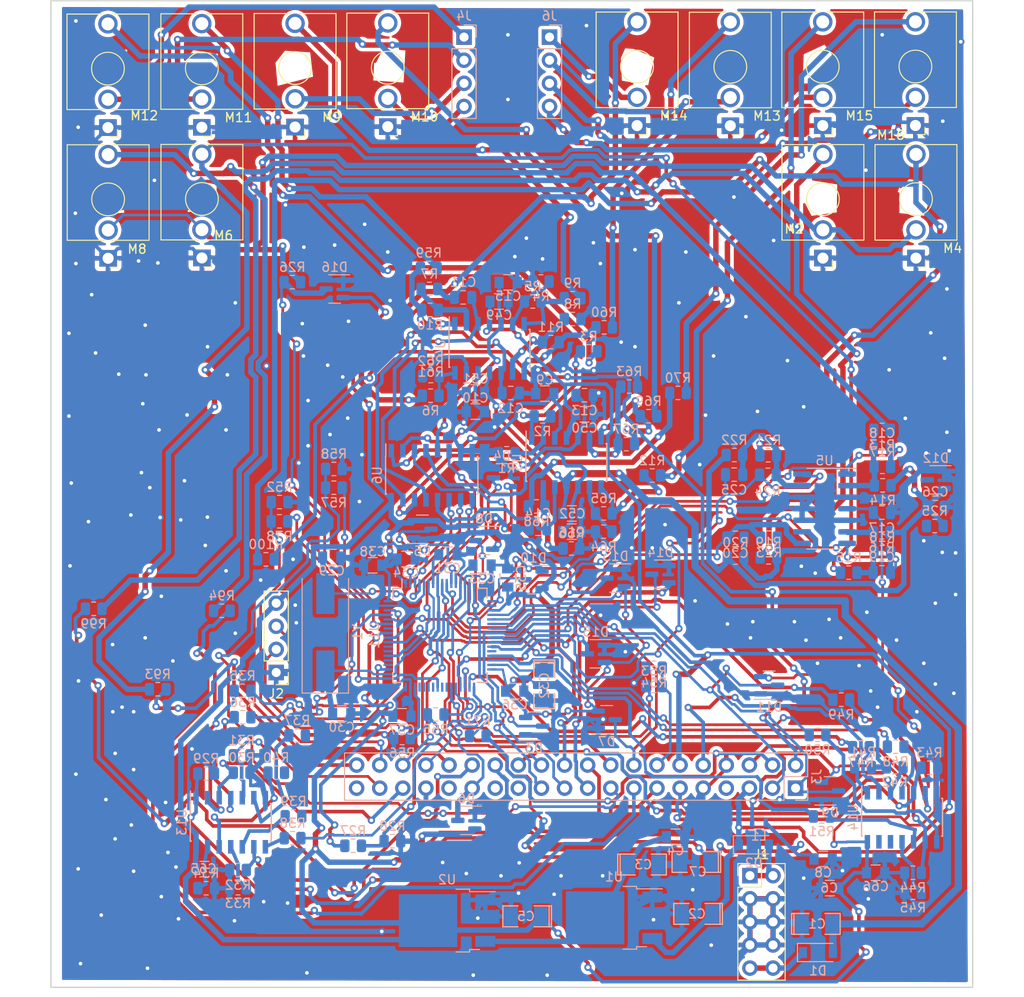
<source format=kicad_pcb>
(kicad_pcb (version 20211014) (generator pcbnew)
  (layers (0 "F.Cu" signal) (31 "B.Cu" signal) (34 "B.Paste" user) (35 "F.Paste" user) (36 "B.SilkS" user "B.Silkscreen") (37 "F.SilkS" user "F.Silkscreen") (38 "B.Mask" user) (39 "F.Mask" user) (44 "Edge.Cuts" user))
  (net 0 "")
  (net 1 "-12V")
  (net 2 "+12V")
  (net 3 "5volts")
  (net 4 "GND")
  (net 5 "+3.3VA")
  (net 6 "DAC5")
  (net 7 "DAC7")
  (net 8 "DAC1")
  (net 9 "DAC3")
  (net 10 "DAC2")
  (net 11 "DAC4")
  (net 12 "DAC6")
  (net 13 "DAC8")
  (net 14 "Net-(C25-Pad2)")
  (net 15 "Net-(C18-Pad2)")
  (net 16 "AREF-10")
  (net 17 "Net-(C19-Pad2)")
  (net 18 "ADC12")
  (net 19 "Net-(C20-Pad2)")
  (net 20 "ADC13")
  (net 21 "ADC14")
  (net 23 "+3.3V")
  (net 24 "PWM3amped")
  (net 25 "PWM4amped")
  (net 26 "PWM2amped")
  (net 29 "Net-(C29-Pad1)")
  (net 30 "Net-(C30-Pad1)")
  (net 31 "Net-(C31-Pad1)")
  (net 32 "Net-(D1-Pad1)")
  (net 33 "Net-(D2-Pad2)")
  (net 34 "/micro/SWDIO")
  (net 35 "/micro/SWCLK")
  (net 36 "ADC6")
  (net 37 "C4")
  (net 38 "ADC7")
  (net 39 "ADC8")
  (net 40 "F8")
  (net 41 "F5")
  (net 42 "F7")
  (net 43 "F1")
  (net 44 "C1")
  (net 45 "ADC5")
  (net 46 "ADC4")
  (net 47 "Frec")
  (net 48 "C3")
  (net 49 "ADC0")
  (net 50 "Fpush")
  (net 51 "Fplay")
  (net 52 "ADC10")
  (net 53 "F6")
  (net 54 "ADC9")
  (net 55 "ADC1")
  (net 56 "F4")
  (net 57 "ADC3")
  (net 58 "F2")
  (net 59 "ADC2")
  (net 60 "F3")
  (net 61 "ADC11")
  (net 62 "C2")
  (net 63 "PWM1amped")
  (net 64 "/IOjacks/nx1")
  (net 65 "/IOjacks/nx2")
  (net 66 "PWMx")
  (net 67 "v4")
  (net 68 "v3")
  (net 69 "v2")
  (net 70 "v1")
  (net 71 "/IOjacks/nx3")
  (net 72 "/IOjacks/nx4")
  (net 73 "x2")
  (net 74 "x1")
  (net 75 "x3")
  (net 76 "x4")
  (net 77 "Net-(R1-Pad2)")
  (net 78 "Net-(R2-Pad1)")
  (net 79 "Net-(R4-Pad2)")
  (net 80 "Net-(R5-Pad1)")
  (net 81 "Net-(R6-Pad2)")
  (net 83 "Net-(R10-Pad2)")
  (net 84 "Net-(R11-Pad2)")
  (net 85 "Net-(R12-Pad2)")
  (net 86 "PWM1")
  (net 87 "FR1")
  (net 88 "Net-(R35-Pad2)")
  (net 89 "Net-(R36-Pad2)")
  (net 90 "FR2")
  (net 91 "Net-(R37-Pad2)")
  (net 92 "FR3")
  (net 93 "Net-(R38-Pad2)")
  (net 94 "FR4")
  (net 95 "Net-(R39-Pad2)")
  (net 96 "rec")
  (net 97 "Net-(R40-Pad2)")
  (net 98 "push")
  (net 99 "Net-(R47-Pad2)")
  (net 100 "FR5")
  (net 101 "Net-(R48-Pad2)")
  (net 102 "FR6")
  (net 103 "FR7")
  (net 104 "Net-(R49-Pad2)")
  (net 105 "Net-(R50-Pad2)")
  (net 106 "FR8")
  (net 107 "Net-(R51-Pad2)")
  (net 108 "play")
  (net 109 "PWM2")
  (net 110 "PWM3")
  (net 111 "PWM4")
  (net 113 "Net-(R61-Pad2)")
  (net 115 "Net-(R64-Pad2)")
  (net 116 "SEL1")
  (net 117 "SEL2")
  (net 118 "SEL3")
  (net 119 "EN_LOW1")
  (net 120 "DAC")
  (net 121 "/IOjacks/nv1")
  (net 122 "/IOjacks/nv3")
  (net 123 "/IOjacks/nv2")
  (net 124 "/IOjacks/nv4")
  (net 125 "TRIG")
  (net 126 "Net-(C32-Pad1)")
  (net 127 "TRIGG")
  (net 137 "C2amped")
  (net 138 "C3amped")
  (net 139 "C1amped")
  (net 140 "C4amped")
  (net 141 "PWMXX")
  (net 142 "-12VA")
  (net 143 "PWMxamped")
  (net 146 "Net-(R10-Pad1)")
  (net 147 "Net-(R11-Pad1)")
  (net 148 "Net-(R63-Pad2)")
  (net 149 "Net-(R66-Pad2)")
  (net 150 "Net-(R67-Pad1)")
  (net 151 "Net-(R68-Pad1)")
  (footprint "Pin_Headers:Pin_Header_Straight_2x05_Pitch2.54mm" (layer "F.Cu") (at 128.9675 140.19)
    (fp_text reference "J1")
    (fp_text value "Conn_02x05_Odd_Even")
  )
  (footprint "Pin_Headers:Pin_Header_Straight_1x04_Pitch2.54mm" (layer "F.Cu") (at 76.8875 117.856 180)
    (fp_text reference "J2")
    (fp_text value "prog")
  )
  (footprint "new_kicad:Jack_3.5mm_QingPu_WQP-PJ398SM_Vertical_CircularHoles" (layer "F.Cu") (at 136.99 72.3 180)
    (fp_text reference "M2")
    (fp_text value "AUDIO-JACKERTHENVAR-PJ398")
  )
  (footprint "new_kicad:Jack_3.5mm_QingPu_WQP-PJ398SM_Vertical_CircularHoles" (layer "F.Cu") (at 147.22 72.3 180)
    (fp_text reference "M4")
    (fp_text value "AUDIO-JACKERTHENVAR-PJ398")
  )
  (footprint "new_kicad:Jack_3.5mm_QingPu_WQP-PJ398SM_Vertical_CircularHoles" (layer "F.Cu") (at 68.72 72.28 180)
    (fp_text reference "M6")
    (fp_text value "AUDIO-JACKERTHENVAR-PJ398")
  )
  (footprint "new_kicad:Jack_3.5mm_QingPu_WQP-PJ398SM_Vertical_CircularHoles" (layer "F.Cu") (at 58.41 72.32 180)
    (fp_text reference "M8")
    (fp_text value "AUDIO-JACKERTHENVAR-PJ398")
  )
  (footprint "new_kicad:Jack_3.5mm_QingPu_WQP-PJ398SM_Vertical_CircularHoles" (layer "F.Cu") (at 78.96 57.89 180)
    (fp_text reference "M9")
    (fp_text value "AUDIO-JACKERTHENVAR-PJ398")
  )
  (footprint "new_kicad:Jack_3.5mm_QingPu_WQP-PJ398SM_Vertical_CircularHoles" (layer "F.Cu") (at 89.154 57.85 180)
    (fp_text reference "M10")
    (fp_text value "AUDIO-JACKERTHENVAR-PJ398")
  )
  (footprint "new_kicad:Jack_3.5mm_QingPu_WQP-PJ398SM_Vertical_CircularHoles" (layer "F.Cu") (at 68.71 57.92 180)
    (fp_text reference "M11")
    (fp_text value "AUDIO-JACKERTHENVAR-PJ398")
  )
  (footprint "new_kicad:Jack_3.5mm_QingPu_WQP-PJ398SM_Vertical_CircularHoles" (layer "F.Cu") (at 58.39 57.95 180)
    (fp_text reference "M12")
    (fp_text value "AUDIO-JACKERTHENVAR-PJ398")
  )
  (footprint "new_kicad:Jack_3.5mm_QingPu_WQP-PJ398SM_Vertical_CircularHoles" (layer "F.Cu") (at 126.81 57.75 180)
    (fp_text reference "M13")
    (fp_text value "AUDIO-JACKERTHENVAR-PJ398")
  )
  (footprint "new_kicad:Jack_3.5mm_QingPu_WQP-PJ398SM_Vertical_CircularHoles" (layer "F.Cu") (at 116.56 57.73 180)
    (fp_text reference "M14")
    (fp_text value "AUDIO-JACKERTHENVAR-PJ398")
  )
  (footprint "new_kicad:Jack_3.5mm_QingPu_WQP-PJ398SM_Vertical_CircularHoles" (layer "F.Cu") (at 136.97 57.73 180)
    (fp_text reference "M15")
    (fp_text value "AUDIO-JACKERTHENVAR-PJ398")
  )
  (footprint "new_kicad:Jack_3.5mm_QingPu_WQP-PJ398SM_Vertical_CircularHoles" (layer "F.Cu") (at 147.16 57.72 180)
    (fp_text reference "M16")
    (fp_text value "AUDIO-JACKERTHENVAR-PJ398")
  )
  (footprint "SMD_Packages:SMD-1206_Pol" (layer "B.Cu") (at 136.341 145.49)
    (fp_text reference "C1")
    (fp_text value "10uF")
  )
  (footprint "SMD_Packages:SMD-1206_Pol" (layer "B.Cu") (at 123.14 144.39 180)
    (fp_text reference "C2")
    (fp_text value "10uF")
  )
  (footprint "SMD_Packages:SMD-1206_Pol" (layer "B.Cu") (at 117.2375 138.97)
    (fp_text reference "C3")
    (fp_text value "10uF")
  )
  (footprint "Capacitors_SMD:C_0805" (layer "B.Cu") (at 120.7875 135.92)
    (fp_text reference "C4")
    (fp_text value "100nF")
  )
  (footprint "SMD_Packages:SMD-1206_Pol" (layer "B.Cu") (at 104.349 144.66 180)
    (fp_text reference "C5")
    (fp_text value "10uF")
  )
  (footprint "Capacitors_SMD:C_0805" (layer "B.Cu") (at 137.7475 141.56 180)
    (fp_text reference "C6")
    (fp_text value "100nF")
  )
  (footprint "SMD_Packages:SMD-1206_Pol" (layer "B.Cu") (at 122.95 138.68 180)
    (fp_text reference "C7")
    (fp_text value "10uF")
  )
  (footprint "Capacitors_SMD:C_0805" (layer "B.Cu") (at 137.0175 138.35)
    (fp_text reference "C8")
    (fp_text value "100nF")
  )
  (footprint "Capacitors_SMD:C_0805" (layer "B.Cu") (at 106.4175 87.19 180)
    (fp_text reference "C9")
    (fp_text value "1NF")
  )
  (footprint "Capacitors_SMD:C_0805" (layer "B.Cu") (at 98.7875 89.17 180)
    (fp_text reference "C10")
    (fp_text value "1NF")
  )
  (footprint "Capacitors_SMD:C_0805" (layer "B.Cu") (at 102.3875 74.97)
    (fp_text reference "C15")
    (fp_text value "1NF")
  )
  (footprint "Capacitors_SMD:C_0805" (layer "B.Cu") (at 109.3875 102.37)
    (fp_text reference "C16")
    (fp_text value "1NF")
  )
  (footprint "Capacitors_SMD:C_0805" (layer "B.Cu") (at 82.9875 105.17)
    (fp_text reference "C29")
    (fp_text value "18pF")
  )
  (footprint "Capacitors_SMD:C_0805" (layer "B.Cu") (at 84.0875 122.37)
    (fp_text reference "C30")
    (fp_text value "18pF")
  )
  (footprint "Capacitors_SMD:C_0805" (layer "B.Cu") (at 95.758 104.902)
    (fp_text reference "C31")
    (fp_text value "100nF")
  )
  (footprint "SMD_Packages:SMD-1206_Pol" (layer "B.Cu") (at 106.3575 119.29 -90)
    (fp_text reference "C32")
    (fp_text value "4.7uF")
  )
  (footprint "Capacitors_SMD:C_0805" (layer "B.Cu") (at 99.5175 106.05)
    (fp_text reference "C33")
    (fp_text value "100nF")
  )
  (footprint "Capacitors_SMD:C_0805" (layer "B.Cu") (at 91.1675 105.38)
    (fp_text reference "C34")
    (fp_text value "100nF")
  )
  (footprint "Capacitors_SMD:C_0805" (layer "B.Cu") (at 102.3375 107.46 90)
    (fp_text reference "C35")
    (fp_text value "100nF")
  )
  (footprint "Capacitors_SMD:C_0805" (layer "B.Cu") (at 103.1075 119.9)
    (fp_text reference "C36")
    (fp_text value "100nF")
  )
  (footprint "Capacitors_SMD:C_0805" (layer "B.Cu") (at 90.7125 122.67)
    (fp_text reference "C37")
    (fp_text value "100nF")
  )
  (footprint "Capacitors_SMD:C_0805" (layer "B.Cu") (at 87.4875 106.07 180)
    (fp_text reference "C38")
    (fp_text value "100nF")
  )
  (footprint "Capacitors_SMD:C_0805" (layer "B.Cu") (at 101.3875 77.07)
    (fp_text reference "C49")
    (fp_text value "100nF")
  )
  (footprint "Capacitors_SMD:C_0805" (layer "B.Cu") (at 110.7875 89.47)
    (fp_text reference "C50")
    (fp_text value "100nF")
  )
  (footprint "Capacitors_SMD:C_0805" (layer "B.Cu") (at 98.7875 87.07 180)
    (fp_text reference "C51")
    (fp_text value "100nF")
  )
  (footprint "Capacitors_SMD:C_0805" (layer "B.Cu") (at 109.3875 100.37)
    (fp_text reference "C52")
    (fp_text value "100nF")
  )
  (footprint "Capacitors_SMD:C_0805" (layer "B.Cu") (at 68.9875 139.47)
    (fp_text reference "C65")
    (fp_text value "100nF")
  )
  (footprint "Capacitors_SMD:C_0805" (layer "B.Cu") (at 142.7875 139.87)
    (fp_text reference "C66")
    (fp_text value "100nF")
  )
  (footprint "Diodes_SMD:D_SOD-123" (layer "B.Cu") (at 136.44 148.64)
    (fp_text reference "D1")
    (fp_text value "D")
  )
  (footprint "Diodes_SMD:D_SOD-123" (layer "B.Cu") (at 129.3975 136.8)
    (fp_text reference "D2")
    (fp_text value "D")
  )
  (footprint "Pin_Headers:Pin_Header_Straight_2x20_Pitch2.54mm" (layer "B.Cu") (at 133.9875 130.57 90)
    (fp_text reference "J3")
    (fp_text value "Conn_02x20_Counter_Clockwise")
  )
  (footprint "Resistors_SMD:R_0603" (layer "B.Cu") (at 129.9575 134.37)
    (fp_text reference "L1")
    (fp_text value "INDUCTOR")
  )
  (footprint "Resistor_SMD:R_0805_2012Metric" (layer "B.Cu") (at 102.2275 93.75)
    (fp_text reference "R1")
    (fp_text value "1K")
  )
  (footprint "Resistor_SMD:R_0805_2012Metric" (layer "B.Cu") (at 106.16 89.7)
    (fp_text reference "R2")
    (fp_text value "1K")
  )
  (footprint "Resistor_SMD:R_0805_2012Metric" (layer "B.Cu") (at 105.9875 74.87)
    (fp_text reference "R4")
    (fp_text value "1K")
  )
  (footprint "Resistor_SMD:R_0805_2012Metric" (layer "B.Cu") (at 105.0875 77.07 180)
    (fp_text reference "R5")
    (fp_text value "1K")
  )
  (footprint "Resistor_SMD:R_0805_2012Metric" (layer "B.Cu") (at 69.1875 128.97 180)
    (fp_text reference "R29")
    (fp_text value "4.7M")
  )
  (footprint "Resistor_SMD:R_0805_2012Metric" (layer "B.Cu") (at 73.0875 128.87 180)
    (fp_text reference "R30")
    (fp_text value "4.7M")
  )
  (footprint "Resistor_SMD:R_0805_2012Metric" (layer "B.Cu") (at 73.0875 126.97 180)
    (fp_text reference "R31")
    (fp_text value "4.7M")
  )
  (footprint "Resistor_SMD:R_0805_2012Metric" (layer "B.Cu") (at 72.6875 139.57)
    (fp_text reference "R32")
    (fp_text value "4.7M")
  )
  (footprint "Resistor_SMD:R_0805_2012Metric" (layer "B.Cu") (at 72.6875 141.57)
    (fp_text reference "R33")
    (fp_text value "4.7M")
  )
  (footprint "Resistor_SMD:R_0805_2012Metric" (layer "B.Cu") (at 69.1875 141.57 180)
    (fp_text reference "R34")
    (fp_text value "4.7M")
  )
  (footprint "Resistor_SMD:R_0805_2012Metric" (layer "B.Cu") (at 73.1875 119.87 180)
    (fp_text reference "R35")
    (fp_text value "1K")
  )
  (footprint "Resistor_SMD:R_0805_2012Metric" (layer "B.Cu") (at 73.1875 122.77 180)
    (fp_text reference "R36")
    (fp_text value "1K")
  )
  (footprint "Resistor_SMD:R_0805_2012Metric" (layer "B.Cu") (at 79.1875 124.77 180)
    (fp_text reference "R37")
    (fp_text value "1K")
  )
  (footprint "Resistor_SMD:R_0805_2012Metric" (layer "B.Cu") (at 78.6875 136.07 180)
    (fp_text reference "R38")
    (fp_text value "1K")
  )
  (footprint "Resistor_SMD:R_0805_2012Metric" (layer "B.Cu") (at 78.7875 133.67 180)
    (fp_text reference "R39")
    (fp_text value "1K")
  )
  (footprint "Resistor_SMD:R_0805_2012Metric" (layer "B.Cu") (at 76.8875 128.87 180)
    (fp_text reference "R40")
    (fp_text value "1K")
  )
  (footprint "Resistor_SMD:R_0805_2012Metric" (layer "B.Cu") (at 141.4 128.25 180)
    (fp_text reference "R41")
    (fp_text value "4.7M")
  )
  (footprint "Resistor_SMD:R_0805_2012Metric" (layer "B.Cu") (at 144.8875 128.27)
    (fp_text reference "R42")
    (fp_text value "4.7M")
  )
  (footprint "Resistor_SMD:R_0805_2012Metric" (layer "B.Cu") (at 148.7 128.33 180)
    (fp_text reference "R43")
    (fp_text value "4.7M")
  )
  (footprint "Resistor_SMD:R_0805_2012Metric" (layer "B.Cu") (at 146.8875 139.87)
    (fp_text reference "R44")
    (fp_text value "4.7M")
  )
  (footprint "Resistor_SMD:R_0805_2012Metric" (layer "B.Cu") (at 146.8875 142.07)
    (fp_text reference "R45")
    (fp_text value "4.7M")
  )
  (footprint "Resistor_SMD:R_0805_2012Metric" (layer "B.Cu") (at 141.1675 126.08)
    (fp_text reference "R47")
    (fp_text value "1K")
  )
  (footprint "Resistor_SMD:R_0805_2012Metric" (layer "B.Cu") (at 144.9875 126.01)
    (fp_text reference "R48")
    (fp_text value "1K")
  )
  (footprint "Resistor_SMD:R_0805_2012Metric" (layer "B.Cu") (at 139.0075 120.84)
    (fp_text reference "R49")
    (fp_text value "1K")
  )
  (footprint "Resistor_SMD:R_0805_2012Metric" (layer "B.Cu") (at 136.398 124.714)
    (fp_text reference "R50")
    (fp_text value "1K")
  )
  (footprint "Resistor_SMD:R_0805_2012Metric" (layer "B.Cu") (at 136.8575 133.68)
    (fp_text reference "R51")
    (fp_text value "1K")
  )
  (footprint "Resistor_SMD:R_0805_2012Metric" (layer "B.Cu") (at 93.8875 83.17)
    (fp_text reference "R61")
    (fp_text value "1K")
  )
  (footprint "Resistor_SMD:R_0805_2012Metric" (layer "B.Cu") (at 93.8875 85.27 180)
    (fp_text reference "R62")
    (fp_text value "1K")
  )
  (footprint "Resistor_SMD:R_0805_2012Metric" (layer "B.Cu") (at 112.8875 102.37)
    (fp_text reference "R64")
    (fp_text value "1K")
  )
  (footprint "Resistor_SMD:R_0805_2012Metric" (layer "B.Cu") (at 112.8875 100.37 180)
    (fp_text reference "R65")
    (fp_text value "1K")
  )
  (footprint "TO_SOT_Packages_SMD:TO-252-2" (layer "B.Cu") (at 114.0375 144.82 180)
    (fp_text reference "U1")
    (fp_text value "LM1117-5.0")
  )
  (footprint "TO_SOT_Packages_SMD:TO-252-2" (layer "B.Cu") (at 95.6775 145.13 180)
    (fp_text reference "U2")
    (fp_text value "LM1117-3.3")
  )
  (footprint "Housings_SOIC:SOIC-14_3.9x8.7mm_Pitch1.27mm" (layer "B.Cu") (at 108.7875 94.77 -90)
    (fp_text reference "U3")
    (fp_text value "TL074")
  )
  (footprint "Housings_SOIC:SOIC-14_3.9x8.7mm_Pitch1.27mm" (layer "B.Cu") (at 100.3375 82.22 -90)
    (fp_text reference "U4")
    (fp_text value "TL074")
  )
  (footprint "Housings_SOIC:SOIC-16_3.9x9.9mm_Pitch1.27mm" (layer "B.Cu") (at 93.9875 96.17 -90)
    (fp_text reference "U6")
    (fp_text value "4051")
  )
  (footprint "Housings_QFP:LQFP-64_10x10mm_Pitch0.5mm" (layer "B.Cu") (at 94.8875 113.77 -90)
    (fp_text reference "U11")
    (fp_text value "STM32F413was446RETx")
  )
  (footprint "Housings_SOIC:SOIC-14_3.9x8.7mm_Pitch1.27mm" (layer "B.Cu") (at 71.8875 134.32 -90)
    (fp_text reference "U13")
    (fp_text value "40106")
  )
  (footprint "Housings_SOIC:SOIC-14_3.9x8.7mm_Pitch1.27mm" (layer "B.Cu") (at 145.6875 133.77 -90)
    (fp_text reference "U14")
    (fp_text value "40106")
  )
  (footprint "Crystals:Crystal_SMD_HC49-SD" (layer "B.Cu") (at 82.2875 113.42 90)
    (fp_text reference "Y1")
    (fp_text value "8MHz")
  )
  (footprint "Pin_Headers:Pin_Header_Straight_1x04_Pitch2.54mm" (layer "B.Cu") (at 97.536 48.006 180)
    (fp_text reference "J4")
    (fp_text value "Conn_01x04_Male")
  )
  (footprint "Pin_Headers:Pin_Header_Straight_1x04_Pitch2.54mm" (layer "B.Cu") (at 106.934 48.006 180)
    (fp_text reference "J6")
    (fp_text value "Conn_01x04_Male")
  )
  (footprint "Resistor_SMD:R_0805_2012Metric" (layer "B.Cu") (at 99.05 124.825 180)
    (fp_text reference "R71")
    (fp_text value "1k")
  )
  (footprint "Resistor_SMD:R_0805_2012Metric" (layer "B.Cu") (at 143.4875 91.186)
    (fp_text reference "R13")
    (fp_text value "100K")
  )
  (footprint "Resistor_SMD:R_0805_2012Metric" (layer "B.Cu") (at 77.2425 101.24)
    (fp_text reference "R78")
    (fp_text value "10K")
  )
  (footprint "Resistor_SMD:R_0805_2012Metric" (layer "B.Cu") (at 109.474 78.994 180)
    (fp_text reference "R8")
    (fp_text value "1K")
  )
  (footprint "Resistor_SMD:R_0805_2012Metric" (layer "B.Cu") (at 139.825 106.875 180)
    (fp_text reference "R15")
    (fp_text value "100K")
  )
  (footprint "Resistor_SMD:R_0805_2012Metric" (layer "B.Cu") (at 78.662 74.942 180)
    (fp_text reference "R26")
    (fp_text value "1K")
  )
  (footprint "Capacitor_SMD:C_0805_2012Metric" (layer "B.Cu") (at 127.375 103.05)
    (fp_text reference "C20")
    (fp_text value "1nF")
  )
  (footprint "Package_TO_SOT_SMD:SOT-23" (layer "B.Cu") (at 99.7475 103.35 180)
    (fp_text reference "D8")
    (fp_text value "BAT54S")
  )
  (footprint "Resistor_SMD:R_0805_2012Metric" (layer "B.Cu") (at 115.6975 86.42 180)
    (fp_text reference "R63")
    (fp_text value "1K")
  )
  (footprint "Resistor_SMD:R_0805_2012Metric" (layer "B.Cu") (at 117.8225 89.68 180)
    (fp_text reference "R69")
    (fp_text value "1K")
  )
  (footprint "Resistor_SMD:R_0805_2012Metric" (layer "B.Cu") (at 93.8625 87.425)
    (fp_text reference "R6")
    (fp_text value "1K")
  )
  (footprint "Capacitor_SMD:C_0805_2012Metric" (layer "B.Cu") (at 110.78 87.37)
    (fp_text reference "C13")
    (fp_text value "1NF")
  )
  (footprint "Resistor_SMD:R_0805_2012Metric" (layer "B.Cu") (at 56.8225 110.85)
    (fp_text reference "R99")
    (fp_text value "1K")
  )
  (footprint "Package_TO_SOT_SMD:SOT-23" (layer "B.Cu") (at 112.025 115.8 180)
    (fp_text reference "D15")
    (fp_text value "BAT54S")
  )
  (footprint "Resistor_SMD:R_0805_2012Metric" (layer "B.Cu") (at 143.5125 104.625 180)
    (fp_text reference "R18")
    (fp_text value "33K")
  )
  (footprint "Resistor_SMD:R_0805_2012Metric" (layer "B.Cu") (at 118.225 96.2 180)
    (fp_text reference "R12")
    (fp_text value "1K")
  )
  (footprint "Resistor_SMD:R_0805_2012Metric" (layer "B.Cu") (at 143.5625 97.282)
    (fp_text reference "R14")
    (fp_text value "200K")
  )
  (footprint "Package_TO_SOT_SMD:SOT-23" (layer "B.Cu") (at 114.1875 107.475 180)
    (fp_text reference "D13")
    (fp_text value "BAT54S")
  )
  (footprint "Package_TO_SOT_SMD:SOT-23" (layer "B.Cu") (at 97.79 134.112 180)
    (fp_text reference "D6")
    (fp_text value "BAT54S")
  )
  (footprint "Capacitor_SMD:C_0805_2012Metric" (layer "B.Cu") (at 143.475 106.85 180)
    (fp_text reference "C19")
    (fp_text value "1nF")
  )
  (footprint "Resistor_SMD:R_0805_2012Metric" (layer "B.Cu") (at 130.975 93.975 180)
    (fp_text reference "R21")
    (fp_text value "100K")
  )
  (footprint "Resistor_SMD:R_0805_2012Metric" (layer "B.Cu") (at 93.66 73.38 180)
    (fp_text reference "R59")
    (fp_text value "1K")
  )
  (footprint "Package_TO_SOT_SMD:SOT-23" (layer "B.Cu") (at 105.25 123.75)
    (fp_text reference "D3")
    (fp_text value "BAT54S")
  )
  (footprint "Package_TO_SOT_SMD:SOT-23" (layer "B.Cu") (at 101.71 96.46 180)
    (fp_text reference "D4")
    (fp_text value "BAT54S")
  )
  (footprint "Package_TO_SOT_SMD:SOT-23" (layer "B.Cu") (at 83.312 75.692 180)
    (fp_text reference "D16")
    (fp_text value "BAT54S")
  )
  (footprint "Resistor_SMD:R_0805_2012Metric" (layer "B.Cu") (at 131.0625 103.025)
    (fp_text reference "R23")
    (fp_text value "33K")
  )
  (footprint "Resistor_SMD:R_0805_2012Metric" (layer "B.Cu") (at 77.2575 99.12 180)
    (fp_text reference "R52")
    (fp_text value "10K")
  )
  (footprint "Resistor_SMD:R_0805_2012Metric" (layer "B.Cu") (at 112.94 79.91 180)
    (fp_text reference "R60")
    (fp_text value "1K")
  )
  (footprint "Capacitor_SMD:C_0805_2012Metric" (layer "B.Cu") (at 143.475 100.275)
    (fp_text reference "C17")
    (fp_text value "100nF")
  )
  (footprint "Resistor_SMD:R_0805_2012Metric" (layer "B.Cu") (at 105.51 99.6)
    (fp_text reference "R68")
    (fp_text value "1K")
  )
  (footprint "Resistor_SMD:R_0805_2012Metric" (layer "B.Cu") (at 115.37 92.75 180)
    (fp_text reference "R67")
    (fp_text value "1K")
  )
  (footprint "Resistor_SMD:R_0805_2012Metric" (layer "B.Cu") (at 75.7625 105.42 180)
    (fp_text reference "R100")
    (fp_text value "1K")
  )
  (footprint "Resistor_SMD:R_0805_2012Metric" (layer "B.Cu") (at 83.2325 95.48 180)
    (fp_text reference "R58")
    (fp_text value "10K")
  )
  (footprint "Resistor_SMD:R_0805_2012Metric" (layer "B.Cu") (at 131.0125 105.2 180)
    (fp_text reference "R19")
    (fp_text value "100K")
  )
  (footprint "Package_TO_SOT_SMD:SOT-23" (layer "B.Cu") (at 119.126 107.05 180)
    (fp_text reference "D14")
    (fp_text value "BAT54S")
  )
  (footprint "Resistor_SMD:R_0805_2012Metric" (layer "B.Cu") (at 127.25 93.95 180)
    (fp_text reference "R22")
    (fp_text value "200K")
  )
  (footprint "Resistor_SMD:R_0805_2012Metric" (layer "B.Cu") (at 93.7275 75.69 180)
    (fp_text reference "R7")
    (fp_text value "1K")
  )
  (footprint "Resistor_SMD:R_0805_2012Metric" (layer "B.Cu") (at 127.3875 105.225 180)
    (fp_text reference "R20")
    (fp_text value "200K")
  )
  (footprint "Resistor_SMD:R_0805_2012Metric" (layer "B.Cu") (at 121.0545 87.122 180)
    (fp_text reference "R70")
    (fp_text value "1K")
  )
  (footprint "Resistor_SMD:R_0805_2012Metric" (layer "B.Cu") (at 94.42 122.47)
    (fp_text reference "R55")
    (fp_text value "10K")
  )
  (footprint "Package_TO_SOT_SMD:SOT-23" (layer "B.Cu") (at 92.964 102.108)
    (fp_text reference "D5")
    (fp_text value "BAT54S")
  )
  (footprint "Capacitor_SMD:C_0805_2012Metric" (layer "B.Cu") (at 105.67 102.06 180)
    (fp_text reference "C14")
    (fp_text value "1NF")
  )
  (footprint "Resistor_SMD:R_0805_2012Metric" (layer "B.Cu") (at 143.525 95.25 180)
    (fp_text reference "R17")
    (fp_text value "33K")
  )
  (footprint "Resistor_SMD:R_0805_2012Metric" (layer "B.Cu") (at 109.474 76.708 180)
    (fp_text reference "R9")
    (fp_text value "1K")
  )
  (footprint "Resistor_SMD:R_0805_2012Metric" (layer "B.Cu") (at 83.2275 97.54)
    (fp_text reference "R57")
    (fp_text value "10K")
  )
  (footprint "Package_TO_SOT_SMD:SOT-23" (layer "B.Cu") (at 149.4 96.675 180)
    (fp_text reference "D12")
    (fp_text value "LM4040")
  )
  (footprint "Package_TO_SOT_SMD:SOT-23" (layer "B.Cu") (at 131.0775 119.25)
    (fp_text reference "D11")
    (fp_text value "BAT54S")
  )
  (footprint "Package_SO:SOIC-14_3.9x8.7mm_P1.27mm" (layer "B.Cu") (at 137.175 99.85 180)
    (fp_text reference "U5")
    (fp_text value "MCP6004")
  )
  (footprint "Resistor_SMD:R_0805_2012Metric" (layer "B.Cu") (at 149.2875 101.75 180)
    (fp_text reference "R25")
    (fp_text value "100R")
  )
  (footprint "Resistor_SMD:R_0805_2012Metric" (layer "B.Cu") (at 130.9375 96.125)
    (fp_text reference "R24")
    (fp_text value "33K")
  )
  (footprint "Capacitor_SMD:C_0805_2012Metric" (layer "B.Cu") (at 143.5 93.218 180)
    (fp_text reference "C18")
    (fp_text value "1nF")
  )
  (footprint "Resistor_SMD:R_0805_2012Metric" (layer "B.Cu") (at 109.34 104.22 180)
    (fp_text reference "R66")
    (fp_text value "1K")
  )
  (footprint "Resistor_SMD:R_0805_2012Metric" (layer "B.Cu") (at 118.42 117.34)
    (fp_text reference "R54")
    (fp_text value "10K")
  )
  (footprint "Capacitor_SMD:C_0805_2012Metric" (layer "B.Cu") (at 127.225 96.1)
    (fp_text reference "C25")
    (fp_text value "1nF")
  )
  (footprint "Package_TO_SOT_SMD:SOT-23" (layer "B.Cu") (at 137.7775 130.87)
    (fp_text reference "D9")
    (fp_text value "BAT54S")
  )
  (footprint "Resistor_SMD:R_0805_2012Metric" (layer "B.Cu") (at 111.252 82.55 180)
    (fp_text reference "R3")
    (fp_text value "1K")
  )
  (footprint "Package_TO_SOT_SMD:SOT-23" (layer "B.Cu") (at 113.225 123.05)
    (fp_text reference "D7")
    (fp_text value "BAT54S")
  )
  (footprint "Capacitor_SMD:C_0805_2012Metric" (layer "B.Cu") (at 102.67 87.13)
    (fp_text reference "C12")
    (fp_text value "1NF")
  )
  (footprint "Capacitor_SMD:C_0805_2012Metric" (layer "B.Cu") (at 97.44 76.62 180)
    (fp_text reference "C11")
    (fp_text value "1NF")
  )
  (footprint "Resistor_SMD:R_0805_2012Metric" (layer "B.Cu") (at 143.4625 102.45)
    (fp_text reference "R16")
    (fp_text value "200K")
  )
  (footprint "Capacitor_SMD:C_0805_2012Metric" (layer "B.Cu") (at 149.35 99.675 180)
    (fp_text reference "C26")
    (fp_text value "100N")
  )
  (footprint "Resistor_SMD:R_0805_2012Metric" (layer "B.Cu") (at 90.73 125.06)
    (fp_text reference "R56")
    (fp_text value "10K")
  )
  (footprint "Resistor_SMD:R_0805_2012Metric" (layer "B.Cu") (at 70.9075 111.07 180)
    (fp_text reference "R94")
    (fp_text value "1K")
  )
  (footprint "Resistor_SMD:R_0805_2012Metric" (layer "B.Cu") (at 89.662 136.398 180)
    (fp_text reference "R28")
    (fp_text value "10K")
  )
  (footprint "Resistor_SMD:R_0805_2012Metric" (layer "B.Cu") (at 85.344 136.906 180)
    (fp_text reference "R27")
    (fp_text value "10K")
  )
  (footprint "Package_TO_SOT_SMD:SOT-23" (layer "B.Cu") (at 105.1775 107.66 180)
    (fp_text reference "D10")
    (fp_text value "BAT54S")
  )
  (footprint "Resistor_SMD:R_0805_2012Metric" (layer "B.Cu") (at 93.8 77.99)
    (fp_text reference "R10")
    (fp_text value "1K")
  )
  (footprint "Resistor_SMD:R_0805_2012Metric" (layer "B.Cu") (at 118.41 119.34 180)
    (fp_text reference "R53")
    (fp_text value "10K")
  )
  (footprint "Resistor_SMD:R_0805_2012Metric" (layer "B.Cu") (at 63.87 119.7 180)
    (fp_text reference "R93")
    (fp_text value "1K")
  )
  (footprint "Resistor_SMD:R_0805_2012Metric" (layer "B.Cu") (at 107.0845 81.534 180)
    (fp_text reference "R11")
    (fp_text value "1K")
  )
  (gr_rect (start 52.12 44) (end 153.45 152.47) (layer "Edge.Cuts") (width 0.15) (fill none))
  (segment (start 114.55 96) (end 114.6 95.95) (width 0.8) (layer "F.Cu") (net 1))
  (segment (start 101.063418 89.606662) (end 101.063418 88.563418) (width 0.4) (layer "F.Cu") (net 1))
  (segment (start 107.577254 96.120498) (end 101.063418 89.606662) (width 0.4) (layer "F.Cu") (net 1))
  (segment (start 107.8 96.120498) (end 107.577254 96.120498) (width 0.4) (layer "F.Cu") (net 1))
  (segment (start 109.5 96) (end 114.55 96) (width 0.8) (layer "F.Cu") (net 1))
  (via (at 107.8 96.120498) (size 0.8) (drill 0.4) (layers "F.Cu" "B.Cu") (net 1))
  (via (at 114.6 95.95) (size 0.8) (drill 0.4) (layers "F.Cu" "B.Cu") (net 1))
  (via (at 101.063418 88.563418) (size 0.8) (drill 0.4) (layers "F.Cu" "B.Cu") (net 1))
  (via (at 109.5 96) (size 0.8) (drill 0.4) (layers "F.Cu" "B.Cu") (net 1))
  (segment (start 108.3875 100.37) (end 108.7875 98.22) (width 0.4) (layer "B.Cu") (net 1))
  (segment (start 108.7875 98.22) (end 108.7875 97.47) (width 0.4) (layer "B.Cu") (net 1))
  (segment (start 99.7875 87.07) (end 100.3375 84.92) (width 0.4) (layer "B.Cu") (net 1))
  (segment (start 101.063418 88.345918) (end 101.063418 88.563418) (width 0.4) (layer "B.Cu") (net 1))
  (segment (start 139.446 111.596) (end 139.446 109.982) (width 0.8) (layer "B.Cu") (net 1))
  (segment (start 147.86 145.49) (end 151.875 141.475) (width 0.8) (layer "B.Cu") (net 1))
  (segment (start 151.875 124.025) (end 139.446 111.596) (width 0.8) (layer "B.Cu") (net 1))
  (segment (start 114.6 95.95) (end 117.633267 98.983267) (width 0.8) (layer "B.Cu") (net 1))
  (segment (start 117.633267 98.983267) (end 120.319267 98.983267) (width 0.8) (layer "B.Cu") (net 1))
  (segment (start 126.746 109.982) (end 139.446 109.982) (width 0.8) (layer "B.Cu") (net 1))
  (segment (start 108.7875 97.107998) (end 107.8 96.120498) (width 0.4) (layer "B.Cu") (net 1))
  (segment (start 137.992 145.49) (end 147.86 145.49) (width 0.8) (layer "B.Cu") (net 1))
  (segment (start 109.5 96) (end 108.7875 96.7125) (width 0.8) (layer "B.Cu") (net 1))
  (segment (start 108.7875 96.7125) (end 108.7875 97.47) (width 0.8) (layer "B.Cu") (net 1))
  (segment (start 122.936 101.6) (end 122.936 106.172) (width 0.8) (layer "B.Cu") (net 1))
  (segment (start 120.319267 98.983267) (end 122.936 101.6) (width 0.8) (layer "B.Cu") (net 1))
  (segment (start 122.936 106.172) (end 126.746 109.982) (width 0.8) (layer "B.Cu") (net 1))
  (segment (start 151.875 141.475) (end 151.875 124.025) (width 0.8) (layer "B.Cu") (net 1))
  (segment (start 99.7875 87.07) (end 101.063418 88.345918) (width 0.4) (layer "B.Cu") (net 1))
  (segment (start 138.09 148.64) (end 138.09 145.588) (width 0.8) (layer "B.Cu") (net 1))
  (segment (start 145.9255 137.575) (end 150.8755 132.625) (width 0.4) (layer "F.Cu") (net 2))
  (segment (start 136.525 137.575) (end 145.9255 137.575) (width 0.4) (layer "F.Cu") (net 2))
  (segment (start 100.207671 80.151) (end 100.018096 80.340575) (width 0.4) (layer "F.Cu") (net 2))
  (segment (start 134.875 135.925) (end 136.525 137.575) (width 0.4) (layer "F.Cu") (net 2))
  (segment (start 134.875 135.375) (end 134.875 135.925) (width 0.4) (layer "F.Cu") (net 2))
  (segment (start 122.206915 118.043892) (end 120.850424 118.043892) (width 0.6) (layer "F.Cu") (net 2))
  (segment (start 103.472596 80.805096) (end 102.8185 80.151) (width 0.4) (layer "F.Cu") (net 2))
  (segment (start 134.3975 134.8975) (end 134.875 135.375) (width 0.4) (layer "F.Cu") (net 2))
  (segment (start 127.7475 134.8975) (end 134.3975 134.8975) (width 0.4) (layer "F.Cu") (net 2))
  (segment (start 102.8185 80.151) (end 100.207671 80.151) (width 0.4) (layer "F.Cu") (net 2))
  (segment (start 124.325307 115.9255) (end 122.206915 118.043892) (width 0.6) (layer "F.Cu") (net 2))
  (via (at 127.7475 134.8975) (size 0.8) (drill 0.4) (layers "F.Cu" "B.Cu") (net 2))
  (via (at 124.325307 115.9255) (size 0.8) (drill 0.4) (layers "F.Cu" "B.Cu") (net 2))
  (via (at 103.472596 80.805096) (size 0.8) (drill 0.4) (layers "F.Cu" "B.Cu") (net 2))
  (via (at 150.8755 132.625) (size 0.8) (drill 0.4) (layers "F.Cu" "B.Cu") (net 2))
  (via (at 120.850424 118.043892) (size 0.8) (drill 0.4) (layers "F.Cu" "B.Cu") (net 2))
  (via (at 100.018096 80.340575) (size 0.8) (drill 0.4) (layers "F.Cu" "B.Cu") (net 2))
  (segment (start 108.7875 92.07) (end 109.7875 89.47) (width 0.6) (layer "B.Cu") (net 2))
  (segment (start 100.3375 79.52) (end 100.3875 77.07) (width 0.4) (layer "B.Cu") (net 2))
  (segment (start 150.8755 124.156166) (end 150.8755 132.625) (width 0.4) (layer "B.Cu") (net 2))
  (segment (start 127.7475 132.3975) (end 127.7475 136.8) (width 0.6) (layer "B.Cu") (net 2))
  (segment (start 109.217604 86.181233) (end 109.253837 86.145) (width 0.4) (layer "B.Cu") (net 2))
  (segment (start 122.897822 116) (end 124.325 116) (width 0.4) (layer "B.Cu") (net 2))
  (segment (start 108.518767 86.181233) (end 109.217604 86.181233) (width 0.4) (layer "B.Cu") (net 2))
  (segment (start 116.862001 107.798862) (end 116.862001 109.964179) (width 0.4) (layer "B.Cu") (net 2))
  (segment (start 124.791 144.39) (end 126.425147 142.755853) (width 0.6) (layer "B.Cu") (net 2))
  (segment (start 100.3375 80.021171) (end 100.018096 80.340575) (width 0.4) (layer "B.Cu") (net 2))
  (segment (start 142.5121 115.792766) (end 150.8755 124.156166) (width 0.4) (layer "B.Cu") (net 2))
  (segment (start 108.6675 88.35) (end 109.7875 89.47) (width 0.4) (layer "B.Cu") (net 2))
  (segment (start 109.253837 86.145) (end 113.140499 86.145) (width 0.4) (layer "B.Cu") (net 2))
  (segment (start 124.532234 115.792766) (end 142.5121 115.792766) (width 0.4) (layer "B.Cu") (net 2))
  (segment (start 121.159501 118.352969) (end 120.850424 118.043892) (width 0.6) (layer "B.Cu") (net 2))
  (segment (start 126.95 137.5975) (end 127.7475 136.8) (width 0.6) (layer "B.Cu") (net 2))
  (segment (start 127.625 132.275) (end 127.7475 132.3975) (width 0.6) (layer "B.Cu") (net 2))
  (segment (start 108.518767 86.181233) (end 108.418569 86.181233) (width 0.4) (layer "B.Cu") (net 2))
  (segment (start 126.95 137.76) (end 126.95 137.5975) (width 0.6) (layer "B.Cu") (net 2))
  (segment (start 104.6855 82.448164) (end 104.6855 82.018) (width 0.4) (layer "B.Cu") (net 2))
  (segment (start 104.6855 82.018) (end 103.472596 80.805096) (width 0.4) (layer "B.Cu") (net 2))
  (segment (start 116.84 99.374666) (end 116.84 107.776861) (width 0.4) (layer "B.Cu") (net 2))
  (segment (start 126.425147 138.284853) (end 126.95 137.76) (width 0.6) (layer "B.Cu") (net 2))
  (segment (start 127.7475 136.8) (end 127.2275 137.32) (width 0.4) (layer "B.Cu") (net 2))
  (segment (start 113.360553 95.895219) (end 116.84 99.374666) (width 0.4) (layer "B.Cu") (net 2))
  (segment (start 113.360553 91.780203) (end 113.360553 95.895219) (width 0.4) (layer "B.Cu") (net 2))
  (segment (start 108.6675 86.329966) (end 108.6675 88.35) (width 0.4) (layer "B.Cu") (net 2))
  (segment (start 126.425147 142.755853) (end 126.425147 138.284853) (width 0.6) (layer "B.Cu") (net 2))
  (segment (start 124.325 116) (end 124.325 115.925807) (width 0.6) (layer "B.Cu") (net 2))
  (segment (start 124.325 115.925807) (end 124.325307 115.9255) (width 0.6) (layer "B.Cu") (net 2))
  (segment (start 124.791 144.39) (end 120.545 148.636) (width 0.6) (layer "B.Cu") (net 2))
  (segment (start 113.140499 86.145) (end 113.757999 86.7625) (width 0.4) (layer "B.Cu") (net 2))
  (segment (start 113.757999 91.382757) (end 113.360553 91.780203) (width 0.4) (layer "B.Cu") (net 2))
  (segment (start 108.518767 86.181233) (end 108.6675 86.329966) (width 0.4) (layer "B.Cu") (net 2))
  (segment (start 108.418569 86.181233) (end 104.6855 82.448164) (width 0.4) (layer "B.Cu") (net 2))
  (segment (start 119.7735 148.636) (end 118.2375 147.1) (width 0.6) (layer "B.Cu") (net 2))
  (segment (start 128.9075 130.57) (end 127.625 131.8525) (width 0.6) (layer "B.Cu") (net 2))
  (segment (start 116.862001 109.964179) (end 122.897822 116) (width 0.4) (layer "B.Cu") (net 2))
  (segment (start 116.84 107.776861) (end 116.862001 107.798862) (width 0.4) (layer "B.Cu") (net 2))
  (segment (start 121.159501 127.902001) (end 121.159501 118.352969) (width 0.6) (layer "B.Cu") (net 2))
  (segment (start 113.757999 86.7625) (end 113.757999 91.382757) (width 0.4) (layer "B.Cu") (net 2))
  (segment (start 120.545 148.636) (end 119.7735 148.636) (width 0.6) (layer "B.Cu") (net 2))
  (segment (start 124.325 116) (end 124.532234 115.792766) (width 0.4) (layer "B.Cu") (net 2))
  (segment (start 127.625 131.8525) (end 127.625 132.275) (width 0.6) (layer "B.Cu") (net 2))
  (segment (start 113.6125 143.295) (end 115.5865 138.97) (width 0.6) (layer "B.Cu") (net 3))
  (segment (start 115.5865 138.97) (end 117.0575 136.83) (width 0.6) (layer "B.Cu") (net 3))
  (segment (start 117.0575 136.83) (end 119.7875 135.92) (width 0.6) (layer "B.Cu") (net 3))
  (segment (start 99.8775 147.41) (end 109.3475 147.41) (width 0.6) (layer "B.Cu") (net 3))
  (segment (start 64.7275 132.14) (end 67.6275 126.26) (width 0.6) (layer "F.Cu") (net 4))
  (segment (start 141.7475 141.66) (end 139.1375 139.64) (width 0.4) (layer "F.Cu") (net 4))
  (segment (start 100.375 90.35) (end 100.9 90.875) (width 0.4) (layer "F.Cu") (net 4))
  (segment (start 122.314807 132.82) (end 131.054733 132.82) (width 0.3) (layer "F.Cu") (net 4))
  (segment (start 128.9675 145.27) (end 128.9675 142.73) (width 0.6) (layer "F.Cu") (net 4))
  (segment (start 118.125001 104.252499) (end 118.225 104.1525) (width 0.6) (layer "F.Cu") (net 4))
  (segment (start 66.833346 100.65) (end 66.396351 101.086995) (width 0.4) (layer "F.Cu") (net 4))
  (segment (start 128.9675 147.81) (end 128.9675 145.27) (width 0.6) (layer "F.Cu") (net 4))
  (segment (start 69.325 100.775) (end 69.2 100.65) (width 0.4) (layer "F.Cu") (net 4))
  (segment (start 58.9 114.78) (end 58.9 118.82) (width 0.4) (layer "F.Cu") (net 4))
  (segment (start 97.51 90.35) (end 100.375 90.35) (width 0.4) (layer "F.Cu") (net 4))
  (segment (start 88.591 124.47) (end 88.81 124.689) (width 0.3) (layer "F.Cu") (net 4))
  (segment (start 58.39 57.95) (end 68.68 57.95) (width 0.4) (layer "F.Cu") (net 4))
  (segment (start 84.72 124.47) (end 88.591 124.47) (width 0.3) (layer "F.Cu") (net 4))
  (segment (start 78.747257 72.28) (end 79.931001 71.096256) (width 0.4) (layer "F.Cu") (net 4))
  (segment (start 72.09 144.94) (end 66.1475 144.94) (width 0.6) (layer "F.Cu") (net 4))
  (segment (start 115.31 119) (end 115.275 118.965) (width 0.3) (layer "F.Cu") (net 4))
  (segment (start 72.3 145.15) (end 72.09 144.94) (width 0.6) (layer "F.Cu") (net 4))
  (segment (start 69.2 100.65) (end 66.833346 100.65) (width 0.4) (layer "F.Cu") (net 4))
  (segment (start 68.72 72.28) (end 78.747257 72.28) (width 0.4) (layer "F.Cu") (net 4))
  (segment (start 58.9 118.82) (end 57.245 120.475) (width 0.4) (layer "F.Cu") (net 4))
  (segment (start 112.8255 122.9995) (end 115.275 120.55) (width 0.3) (layer "F.Cu") (net 4))
  (segment (start 128.9675 142.73) (end 131.5075 142.73) (width 0.6) (layer "F.Cu") (net 4))
  (segment (start 64.398573 101.086995) (end 64.1245 100.812922) (width 0.6) (layer "F.Cu") (net 4))
  (segment (start 103.529793 138.852487) (end 103.529793 142.110207) (width 0.4) (layer "F.Cu") (net 4))
  (segment (start 132.044733 131.83) (end 132.25 131.83) (width 0.3) (layer "F.Cu") (net 4))
  (segment (start 116.22 119) (end 115.31 119) (width 0.3) (layer "F.Cu") (net 4))
  (segment (start 97.59 146.32) (end 99.05 144.86) (width 0.6) (layer "F.Cu") (net 4))
  (segment (start 121.8986 132.403793) (end 122.314807 132.82) (width 0.3) (layer "F.Cu") (net 4))
  (segment (start 78.96 57.89) (end 89.114 57.89) (width 0.4) (layer "F.Cu") (net 4))
  (segment (start 56.8505 120.475) (end 55.1555 118.78) (width 0.4) (layer "F.Cu") (net 4))
  (segment (start 111.808609 86.589609) (end 111.808609 84.657838) (width 0.4) (layer "F.Cu") (net 4))
  (segment (start 88.49 146.32) (end 97.59 146.32) (width 0.6) (layer "F.Cu") (net 4))
  (segment (start 115.975 104.1525) (end 116.074999 104.252499) (width 0.6) (layer "F.Cu") (net 4))
  (segment (start 112.341 87.122) (end 111.808609 86.589609) (width 0.4) (layer "F.Cu") (net 4))
  (segment (start 147.32 121.158) (end 149.352 119.126) (width 0.6) (layer "F.Cu") (net 4))
  (segment (start 66.396351 101.086995) (end 64.398573 101.086995) (width 0.6) (layer "F.Cu") (net 4))
  (segment (start 131.5075 147.81) (end 131.5075 145.27) (width 0.6) (layer "F.Cu") (net 4))
  (segment (start 105.664 84.582) (end 108.337629 84.582) (width 0.4) (layer "F.Cu") (net 4))
  (segment (start 57.245 120.475) (end 56.8505 120.475) (width 0.4) (layer "F.Cu") (net 4))
  (segment (start 115.275 120.55) (end 115.275 118.965) (width 0.3) (layer "F.Cu") (net 4))
  (segment (start 124.187822 130.57) (end 126.3675 128.390322) (width 0.4) (layer "F.Cu") (net 4))
  (segment (start 131.5075 142.73) (end 131.5075 145.27) (width 0.6) (layer "F.Cu") (net 4))
  (segment (start 136.97 57.73) (end 132.961256 57.73) (width 0.4) (layer "F.Cu") (net 4))
  (segment (start 112.551952 112.851952) (end 112.551952 111.558002) (width 0.4) (layer "F.Cu") (net 4))
  (segment (start 116.074999 104.252499) (end 118.125001 104.252499) (width 0.6) (layer "F.Cu") (net 4))
  (segment (start 132.961256 57.73) (end 132.4505 58.240756) (width 0.4) (layer "F.Cu") (net 4))
  (segment (start 103.60114 138.78114) (end 103.529793 138.852487) (width 0.4) (layer "F.Cu") (net 4))
  (segment (start 115.275 118.965) (end 115.275 115.575) (width 0.3) (layer "F.Cu") (net 4))
  (segment (start 131.054733 132.82) (end 132.044733 131.83) (width 0.3) (layer "F.Cu") (net 4))
  (segment (start 147.32 122.174) (end 147.32 121.158) (width 0.6) (layer "F.Cu") (net 4))
  (segment (start 108.337629 84.582) (end 108.467887 84.451742) (width 0.4) (layer "F.Cu") (net 4))
  (segment (start 115.275 115.575) (end 112.551952 112.851952) (width 0.4) (layer "F.Cu") (net 4))
  (via (at 84.836 79.248) (size 0.8) (drill 0.4) (layers "F.Cu" "B.Cu") (net 4))
  (via (at 107.442 142.24) (size 0.8) (drill 0.4) (layers "F.Cu" "B.Cu") (net 4))
  (via (at 83.312 70.866) (size 0.8) (drill 0.4) (layers "F.Cu" "B.Cu") (net 4))
  (via (at 150.368 83.312) (size 0.8) (drill 0.4) (layers "F.Cu" "B.Cu") (net 4))
  (via (at 54.22 106.13) (size 0.8) (drill 0.4) (layers "F.Cu" "B.Cu") (net 4))
  (via (at 75.184 107.696) (size 0.8) (drill 0.4) (layers "F.Cu" "B.Cu") (net 4))
  (via (at 145.09 114.29) (size 0.8) (drill 0.4) (layers "F.Cu" "B.Cu") (net 4))
  (via (at 71.374 91.186) (size 0.8) (drill 0.4) (layers "F.Cu" "B.Cu") (net 4))
  (via (at 152.146 48.514) (size 0.8) (drill 0.4) (layers "F.Cu" "B.Cu") (net 4))
  (via (at 56.6 76.32) (size 0.8) (drill 0.4) (layers "F.Cu" "B.Cu") (net 4))
  (via (at 118.225 104.1525) (size 0.8) (drill 0.4) (layers "F.Cu" "B.Cu") (net 4))
  (via (at 112.776 140.208) (size 0.8) (drill 0.4) (layers "F.Cu" "B.Cu") (net 4))
  (via (at 102.362 47.752) (size 0.8) (drill 0.4) (layers "F.Cu" "B.Cu") (net 4))
  (via (at 64.99 137.64) (size 0.8) (drill 0.4) (layers "F.Cu" "B.Cu") (net 4))
  (via (at 71.52 85.13) (size 0.8) (drill 0.4) (layers "F.Cu" "B.Cu") (net 4))
  (via (at 79.372509 94.81798) (size 0.8) (drill 0.4) (layers "F.Cu" "B.Cu") (net 4))
  (via (at 62.49 79.67) (size 0.8) (drill 0.4) (layers "F.Cu" "B.Cu") (net 4))
  (via (at 137.668 112.014) (size 0.8) (drill 0.4) (layers "F.Cu" "B.Cu") (net 4))
  (via (at 55.1555 118.78) (size 0.8) (drill 0.4) (layers "F.Cu" "B.Cu") (net 4))
  (via (at 121.92 71.628) (size 0.8) (drill 0.4) (layers "F.Cu" "B.Cu") (net 4))
  (via (at 121.158 77.216) (size 0.8) (drill 0.4) (layers "F.Cu" "B.Cu") (net 4))
  (via (at 65.532 116.586) (size 0.8) (drill 0.4) (layers "F.Cu" "B.Cu") (net 4))
  (via (at 79.885001 83.058) (size 0.8) (drill 0.4) (layers "F.Cu" "B.Cu") (net 4))
  (via (at 141.82 111.23) (size 0.8) (drill 0.4) (layers "F.Cu" "B.Cu") (net 4))
  (via (at 64.7275 132.14) (size 0.8) (drill 0.4) (layers "F.Cu" "B.Cu") (net 4))
  (via (at 61.76 72.61) (size 0.8) (drill 0.4) (layers "F.Cu" "B.Cu") (net 4))
  (via (at 106.68 151.13) (size 0.8) (drill 0.4) (layers "F.Cu" "B.Cu") (net 4))
  (via (at 127.203432 65.584654) (size 0.8) (drill 0.4) (layers "F.Cu" "B.Cu") (net 4))
  (via (at 122.936 109.982) (size 0.8) (drill 0.4) (layers "F.Cu" "B.Cu") (net 4))
  (via (at 129.794 89.154) (size 0.8) (drill 0.4) (layers "F.Cu" "B.Cu") (net 4))
  (via (at 78.74 105.41) (size 0.8) (drill 0.4) (layers "F.Cu" "B.Cu") (net 4))
  (via (at 115.975 104.1525) (size 0.8) (drill 0.4) (layers "F.Cu" "B.Cu") (net 4))
  (via (at 84.7505 89.8932) (size 0.8) (drill 0.4) (layers "F.Cu" "B.Cu") (net 4))
  (via (at 80.393001 92.928146) (size 0.8) (drill 0.4) (layers "F.Cu" "B.Cu") (net 4))
  (via (at 79.1 112.39) (size 0.8) (drill 0.4) (layers "F.Cu" "B.Cu") (net 4))
  (via (at 79.756 79.502) (size 0.8) (drill 0.4) (layers "F.Cu" "B.Cu") (net 4))
  (via (at 57.03 82.73) (size 0.8) (drill 0.4) (layers "F.Cu" "B.Cu") (net 4))
  (via (at 54.81 67.364) (size 0.8) (drill 0.4) (layers "F.Cu" "B.Cu") (net 4))
  (via (at 136.144 106.934) (size 0.8) (drill 0.4) (layers "F.Cu" "B.Cu") (net 4))
  (via (at 132.25 131.83) (size 0.8) (drill 0.4) (layers "F.Cu" "B.Cu") (net 4))
  (via (at 115.275 115.575) (size 0.8) (drill 0.4) (layers "F.Cu" "B.Cu") (net 4))
  (via (at 57.658 144.526) (size 0.8) (drill 0.4) (layers "F.Cu" "B.Cu") (net 4))
  (via (at 82.804 91.694) (size 0.8) (drill 0.4) (layers "F.Cu" "B.Cu") (net 4))
  (via (at 148.082 116.84) (size 0.8) (drill 0.4) (layers "F.Cu" "B.Cu") (net 4))
  (via (at 99.05 144.86) (size 0.8) (drill 0.4) (layers "F.Cu" "B.Cu") (net 4))
  (via (at 132.4505 58.240756) (size 0.8) (drill 0.4) (layers "F.Cu" "B.Cu") (net 4))
  (via (at 66.396351 101.086995) (size 0.8) (drill 0.4) (layers "F.Cu" "B.Cu") (net 4))
  (via (at 100.9 90.875) (size 0.8) (drill 0.4) (layers "F.Cu" "B.Cu") (net 4))
  (via (at 58.9 114.78) (size 0.8) (drill 0.4) (layers "F.Cu" "B.Cu") (net 4))
  (via (at 79.931001 71.096256) (size 0.8) (drill 0.4) (layers "F.Cu" "B.Cu") (net 4))
  (via (at 104.394 70.104) (size 0.8) (drill 0.4) (layers "F.Cu" "B.Cu") (net 4))
  (via (at 62.22 88.31) (size 0.8) (drill 0.4) (layers "F.Cu" "B.Cu") (net 4))
  (via (at 150.114 104.648) (size 0.8) (drill 0.4) (layers "F.Cu" "B.Cu") (net 4))
  (via (at 126.492 112.522) (size 0.8) (drill 0.4) (layers "F.Cu" "B.Cu") (net 4))
  (via (at 151.575 104.711) (size 0.8) (drill 0.4) (layers "F.Cu" "B.Cu") (net 4))
  (via (at 97.79 139.954) (size 0.8) (drill 0.4) (layers "F.Cu" "B.Cu") (net 4))
  (via (at 148.082 103.378) (size 0.8) (drill 0.4) (layers "F.Cu" "B.Cu") (net 4))
  (via (at 149.352 119.126) (size 0.8) (drill 0.4) (layers "F.Cu" "B.Cu") (net 4))
  (via (at 66.1475 144.94) (size 0.8) (drill 0.4) (layers "F.Cu" "B.Cu") (net 4))
  (via (at 54.356 97.028) (size 0.8) (drill 0.4) (layers "F.Cu" "B.Cu") (net 4))
  (via (at 63.88 72.83) (size 0.8) (drill 0.4) (layers "F.Cu" "B.Cu") (net 4))
  (via (at 124.0895 89.565164) (size 0.8) (drill 0.4) (layers "F.Cu" "B.Cu") (net 4))
  (via (at 135.128 114.3) (size 0.8) (drill 0.4) (layers "F.Cu" "B.Cu") (net 4))
  (via (at 62.738 150.368) (size 0.8) (drill 0.4) (layers "F.Cu" "B.Cu") (net 4))
  (via (at 97.51 90.35) (size 0.8) (drill 0.4) (layers "F.Cu" "B.Cu") (net 4))
  (via (at 59.182 126.746) (size 0.8) (drill 0.4) (layers "F.Cu" "B.Cu") (net 4))
  (via (at 123.444 94.996) (size 0.8) (drill 0.4) (layers "F.Cu" "B.Cu") (net 4))
  (via (at 62.07 95.88) (size 0.8) (drill 0.4) (layers "F.Cu" "B.Cu") (net 4))
  (via (at 75.8085 84.150481) (size 0.8) (drill 0.4) (layers "F.Cu" "B.Cu") (net 4))
  (via (at 72.39 77.216) (size 0.8) (drill 0.4) (layers "F.Cu" "B.Cu") (net 4))
  (via (at 138.938 114.046) (size 0.8) (drill 0.4) (layers "F.Cu" "B.Cu") (net 4))
  (via (at 140.97 117.094) (size 0.8) (drill 0.4) (layers "F.Cu" "B.Cu") (net 4))
  (via (at 72.39 113.538) (size 0.8) (drill 0.4) (layers "F.Cu" "B.Cu") (net 4))
  (via (at 134.874 88.646) (size 0.8) (drill 0.4) (layers "F.Cu" "B.Cu") (net 4))
  (via (at 149.352 110.236) (size 0.8) (drill 0.4) (layers "F.Cu" "B.Cu") (net 4))
  (via (at 56.25 101.27) (size 0.8) (drill 0.4) (layers "F.Cu" "B.Cu") (net 4))
  (via (at 141.713483 62.63187) (size 0.8) (drill 0.4) (layers "F.Cu" "B.Cu") (net 4))
  (via (at 150.622 91.44) (size 0.8) (drill 0.4) (layers "F.Cu" "B.Cu") (net 4))
  (via (at 77.901944 66.450508) (size 0.8) (drill 0.4) (layers "F.Cu" "B.Cu") (net 4))
  (via (at 88.49 146.32) (size 0.8) (drill 0.4) (layers "F.Cu" "B.Cu") (net 4))
  (via (at 116.22 119) (size 0.8) (drill 0.4) (layers "F.Cu" "B.Cu") (net 4))
  (via (at 78.98 110.45) (size 0.8) (drill 0.4) (layers "F.Cu" "B.Cu") (net 4))
  (via (at 121.8986 132.403793) (size 0.8) (drill 0.4) (layers "F.Cu" "B.Cu") (net 4))
  (via (at 55.118 139.446) (size 0.8) (drill 0.4) (layers "F.Cu" "B.Cu") (net 4))
  (via (at 150.622 75.692) (size 0.8) (drill 0.4) (layers "F.Cu" "B.Cu") (net 4))
  (via (at 112.522 72.898) (size 0.8) (drill 0.4) (layers "F.Cu" "B.Cu") (net 4))
  (via (at 131.572 70.358) (size 0.8) (drill 0.4) (layers "F.Cu" "B.Cu") (net 4))
  (via (at 59.182 136.144) (size 0.8) (drill 0.4) (layers "F.Cu" "B.Cu") (net 4))
  (via (at 124.968 83.058) (size 0.8) (drill 0.4) (layers "F.Cu" "B.Cu") (net 4))
  (via (at 55.118 57.912) (size 0.8) (drill 0.4) (layers "F.Cu" "B.Cu") (net 4))
  (via (at 141.7475 141.66) (size 0.8) (drill 0.4) (layers "F.Cu" "B.Cu") (net 4))
  (via (at 119.634 101.6) (size 0.8) (drill 0.4) (layers "F.Cu" "B.Cu") (net 4))
  (via (at 129.286 112.268) (size 0.8) (drill 0.4) (layers "F.Cu" "B.Cu") (net 4))
  (via (at 139.1375 139.64) (size 0.8) (drill 0.4) (layers "F.Cu" "B.Cu") (net 4))
  (via (at 71.374 106.68) (size 0.8) (drill 0.4) (layers "F.Cu" "B.Cu") (net 4))
  (via (at 151.575 109.283) (size 0.8) (drill 0.4) (layers "F.Cu" "B.Cu") (net 4))
  (via (at 150.876 93.472) (size 0.8) (drill 0.4) (layers "F.Cu" "B.Cu") (net 4))
  (via (at 78.14 143.2) (size 0.8) (drill 0.4) (layers "F.Cu" "B.Cu") (net 4))
  (via (at 112.8255 122.9995) (size 0.8) (drill 0.4) (layers "F.Cu" "B.Cu") (net 4))
  (via (at 116.332 71.374) (size 0.8) (drill 0.4) (layers "F.Cu" "B.Cu") (net 4))
  (via (at 80.264 150.876) (size 0.8) (drill 0.4) (layers "F.Cu" "B.Cu") (net 4))
  (via (at 88.81 124.689) (size 0.8) (drill 0.4) (layers "F.Cu" "B.Cu") (net 4))
  (via (at 69.325 100.775) (size 0.8) (drill 0.4) (layers "F.Cu" "B.Cu") (net 4))
  (via (at 111.76 70.612) (size 0.8) (drill 0.4) (layers "F.Cu" "B.Cu") (net 4))
  (via (at 101.6 140.208) (size 0.8) (drill 0.4) (layers "F.Cu" "B.Cu") (net 4))
  (via (at 103.124 72.136) (size 0.8) (drill 0.4) (layers "F.Cu" "B.Cu") (net 4))
  (via (at 54.102 80.568) (size 0.8) (drill 0.4) (layers "F.Cu" "B.Cu") (net 4))
  (via (at 84.201718 85.364127) (size 0.8) (drill 0.4) (layers "F.Cu" "B.Cu") (net 4))
  (via (at 133.858 112.268) (size 0.8) (drill 0.4) (layers "F.Cu" "B.Cu") (net 4))
  (via (at 75.51 143.05) (size 0.8) (drill 0.4) (layers "F.Cu" "B.Cu") (net 4))
  (via (at 54.864 72.898) (size 0.8) (drill 0.4) (layers "F.Cu" "B.Cu") (net 4))
  (via (at 118.364 145.034) (size 0.8) (drill 0.4) (layers "F.Cu" "B.Cu") (net 4))
  (via (at 148.844 80.518) (size 0.8) (drill 0.4) (layers "F.Cu" "B.Cu") (net 4))
  (via (at 67.6275 126.26) (size 0.8) (drill 0.4) (layers "F.Cu" "B.Cu") (net 4))
  (via (at 103.60114 138.78114) (size 0.8) (drill 0.4) (layers "F.Cu" "B.Cu") (net 4))
  (via (at 61.214 128.524) (size 0.8) (drill 0.4) (layers "F.Cu" "B.Cu") (net 4))
  (via (at 95.19 138.74) (size 0.8) (drill 0.4) (layers "F.Cu" "B.Cu") (net 4))
  (via (at 64.262 109.474) (size 0.8) (drill 0.4) (layers "F.Cu" "B.Cu") (net 4))
  (via (at 58.928 122.174) (size 0.8) (drill 0.4) (layers "F.Cu" "B.Cu") (net 4))
  (via (at 106.172 72.39) (size 0.8) (drill 0.4) (layers "F.Cu" "B.Cu") (net 4))
  (via (at 128.524 78.74) (size 0.8) (drill 0.4) (layers "F.Cu" "B.Cu") (net 4))
  (via (at 62.484 114.046) (size 0.8) (drill 0.4) (layers "F.Cu" "B.Cu") (net 4))
  (via (at 108.467887 84.451742) (size 0.8) (drill 0.4) (layers "F.Cu" "B.Cu") (net 4))
  (via (at 110.998 46.736) (size 0.8) (drill 0.4) (layers "F.Cu" "B.Cu") (net 4))
  (via (at 69.088 103.886) (size 0.8) (drill 0.4) (layers "F.Cu" "B.Cu") (net 4))
  (via (at 89.154 71.628) (size 0.8) (drill 0.4) (layers "F.Cu" "B.Cu") (net 4))
  (via (at 54.102 89.662) (size 0.8) (drill 0.4) (layers "F.Cu" "B.Cu") (net 4))
  (via (at 134.874 140.462) (size 0.8) (drill 0.4) (layers "F.Cu" "B.Cu") (net 4))
  (via (at 143.51 47.752) (size 0.8) (drill 0.4) (layers "F.Cu" "B.Cu") (net 4))
  (via (at 98.552 151.13) (size 0.8) (drill 0.4) (layers "F.Cu" "B.Cu") (net 4))
  (via (at 108.204 140.208) (size 0.8) (drill 0.4) (layers "F.Cu" "B.Cu") (net 4))
  (via (at 102.362 54.864) (size 0.8) (drill 0.4) (layers "F.Cu" "B.Cu") (net 4))
  (via (at 72.3 145.15) (size 0.8) (drill 0.4) (layers "F.Cu" "B.Cu") (net 4))
  (via (at 114.808 81.534) (size 0.8) (drill 0.4) (layers "F.Cu" "B.Cu") (net 4))
  (via (at 66.802 96.774) (size 0.8) (drill 0.4) (layers "F.Cu" "B.Cu") (net 4))
  (via (at 143.002 121.666) (size 0.8) (drill 0.4) (layers "F.Cu" "B.Cu") (net 4))
  (via (at 141.986 142.748) (size 0.8) (drill 0.4) (layers "F.Cu" "B.Cu") (net 4))
  (via (at 65.86855 139.24145) (size 0.8) (drill 0.4) (layers "F.Cu" "B.Cu") (net 4))
  (via (at 64.008 91.186) (size 0.8) (drill 0.4) (layers "F.Cu" "B.Cu") (net 4))
  (via (at 62.992 97.536) (size 0.8) (drill 0.4) (layers "F.Cu" "B.Cu") (net 4))
  (via (at 54.864 46.228) (size 0.8) (drill 0.4) (layers "F.Cu" "B.Cu") (net 4))
  (via (at 122.682 141.732) (size 0.8) (drill 0.4) (layers "F.Cu" "B.Cu") (net 4))
  (via (at 60.96 134.62) (size 0.8) (drill 0.4) (layers "F.Cu" "B.Cu") (net 4))
  (via (at 86.31 93.91) (size 0.8) (drill 0.4) (layers "F.Cu" "B.Cu") (net 4))
  (via (at 134.62 106.172) (size 0.8) (drill 0.4) (layers "F.Cu" "B.Cu") (net 4))
  (via (at 116.332 82.042) (size 0.8) (drill 0.4) (layers "F.Cu" "B.Cu") (net 4))
  (via (at 89.408 76.962) (size 0.8) (drill 0.4) (layers "F.Cu" "B.Cu") (net 4))
  (via (at 59.944 121.666) (size 0.8) (drill 0.4) (layers "F.Cu" "B.Cu") (net 4))
  (via (at 61.214 139.7) (size 0.8) (drill 0.4) (layers "F.Cu" "B.Cu") (net 4))
  (via (at 62.57 85.13) (size 0.8) (drill 0.4) (layers "F.Cu" "B.Cu") (net 4))
  (via (at 133.096 83.566) (size 0.8) (drill 0.4) (layers "F.Cu" "B.Cu") (net 4))
  (via (at 84.72 124.47) (size 0.8) (drill 0.4) (layers "F.Cu" "B.Cu") (net 4))
  (via (at 151.384 120.142) (size 0.8) (drill 0.4) (layers "F.Cu" "B.Cu") (net 4))
  (via (at 55.372 149.86) (size 0.8) (drill 0.4) (layers "F.Cu" "B.Cu") (net 4))
  (via (at 58.166 131.826) (size 0.8) (drill 0.4) (layers "F.Cu" "B.Cu") (net 4))
  (via (at 150.17 57.25) (size 0.8) (drill 0.4) (layers "F.Cu" "B.Cu") (net 4))
  (via (at 67.09 89.54) (size 0.8) (drill 0.4) (layers "F.Cu" "B.Cu") (net 4))
  (via (at 82.55 84.074) (size 0.8) (drill 0.4) (layers "F.Cu" "B.Cu") (net 4))
  (via (at 86.614 68.58) (size 0.8) (drill 0.4) (layers "F.Cu" "B.Cu") (net 4))
  (via (at 129.032 114.046) (size 0.8) (drill 0.4) (layers "F.Cu" "B.Cu") (net 4))
  (via (at 147.32 122.174) (size 0.8) (drill 0.4) (layers "F.Cu" "B.Cu") (net 4))
  (via (at 80.393001 87.956662) (size 0.8) (drill 0.4) (layers "F.Cu" "B.Cu") (net 4))
  (via (at 64.262 142.494) (size 0.8) (drill 0.4) (layers "F.Cu" "B.Cu") (net 4))
  (via (at 136.398 116.84) (size 0.8) (drill 0.4) (layers "F.Cu" "B.Cu") (net 4))
  (via (at 54.864 129.032) (size 0.8) (drill 0.4) (layers "F.Cu" "B.Cu") (net 4))
  (via (at 61.214 122.174) (size 0.8) (drill 0.4) (layers "F.Cu" "B.Cu") (net 4))
  (via (at 112.551952 111.558002) (size 0.8) (drill 0.4) (layers "F.Cu" "B.Cu") (net 4))
  (via (at 124.714 147.828) (size 0.8) (drill 0.4) (layers "F.Cu" "B.Cu") (net 4))
  (via (at 111.808609 84.657838) (size 0.8) (drill 0.4) (layers "F.Cu" "B.Cu") (net 4))
  (via (at 148.336 93.726) (size 0.8) (drill 0.4) (layers "F.Cu" "B.Cu") (net 4))
  (via (at 59.58 85.06) (size 0.8) (drill 0.4) (layers "F.Cu" "B.Cu") (net 4))
  (via (at 64.1245 100.812922) (size 0.8) (drill 0.4) (layers "F.Cu" "B.Cu") (net 4))
  (via (at 112.341 87.122) (size 0.8) (drill 0.4) (layers "F.Cu" "B.Cu") (net 4))
  (via (at 86.0395 99.06) (size 0.8) (drill 0.4) (layers "F.Cu" "B.Cu") (net 4))
  (via (at 69.342 82.042) (size 0.8) (drill 0.4) (layers "F.Cu" "B.Cu") (net 4))
  (via (at 63.5 63.754) (size 0.8) (drill 0.4) (layers "F.Cu" "B.Cu") (net 4))
  (via (at 114.874531 65.177555) (size 0.8) (drill 0.4) (layers "F.Cu" "B.Cu") (net 4))
  (via (at 146.05 89.916) (size 0.8) (drill 0.4) (layers "F.Cu" "B.Cu") (net 4))
  (via (at 105.664 84.582) (size 0.8) (drill 0.4) (layers "F.Cu" "B.Cu") (net 4))
  (via (at 144.272 84.582) (size 0.8) (drill 0.4) (layers "F.Cu" "B.Cu") (net 4))
  (via (at 60.91 100.54) (size 0.8) (drill 0.4) (layers "F.Cu" "B.Cu") (net 4))
  (via (at 142.24 119.888) (size 0.8) (drill 0.4) (layers "F.Cu" "B.Cu") (net 4))
  (via (at 103.529793 142.110207) (size 0.8) (drill 0.4) (layers "F.Cu" "B.Cu") (net 4))
  (segment (start 89.1875 110.52) (end 87.787094 110.487482) (width 0.25) (layer "B.Cu") (net 4))
  (segment (start 85.9875 105.97) (end 83.9875 105.17) (width 0.25) (layer "B.Cu") (net 4))
  (segment (start 91.6375 119.47) (end 91.6375 120.37) (width 0.3) (layer "B.Cu") (net 4))
  (segment (start 91.6375 120.37) (end 91.7125 122.67) (width 0.3) (layer "B.Cu") (net 4))
  (segment (start 85.0875 122.37) (end 84.5125 123.695) (width 0.8) (layer "B.Cu") (net 4))
  (segment (start 84.5125 123.695) (end 81.7875 124.07) (width 0.8) (layer "B.Cu") (net 4))
  (segment (start 81.7875 124.07) (end 80.147962 122.141132) (width 0.8) (layer "B.Cu") (net 4))
  (segment (start 97.1625 93.47) (end 98.4325 93.47) (width 0.6) (layer "B.Cu") (net 4))
  (segment (start 110.3875 102.37) (end 110.3875 100.37) (width 0.4) (layer "B.Cu") (net 4))
  (segment (start 110.3875 102.37) (end 111.9375 102.37) (width 0.4) (layer "B.Cu") (net 4))
  (segment (start 69.9875 139.47) (end 71.7375 139.57) (width 0.4) (layer "B.Cu") (net 4))
  (segment (start 71.7375 139.57) (end 71.7375 141.57) (width 0.4) (layer "B.Cu") (net 4))
  (segment (start 70.1375 141.57) (end 69.9875 139.47) (width 0.4) (layer "B.Cu") (net 4))
  (segment (start 70.1375 141.57) (end 71.7375 141.57) (width 0.4) (layer "B.Cu") (net 4))
  (segment (start 70.1375 128.97) (end 68.185691 126.465972) (width 0.4) (layer "B.Cu") (net 4))
  (segment (start 102.3875 77.07) (end 103.3875 74.97) (width 0.4) (layer "B.Cu") (net 4))
  (segment (start 97.7875 87.07) (end 97.7875 89.17) (width 0.4) (layer "B.Cu") (net 4))
  (segment (start 103.5875 87.17) (end 105.4175 87.19) (width 0.4) (layer "B.Cu") (net 4))
  (segment (start 118.8885 138.97) (end 118.2375 142.54) (width 0.8) (layer "B.Cu") (net 4))
  (segment (start 65.7975 137.79) (end 66.5475 136.69) (width 0.6) (layer "B.Cu") (net 4))
  (segment (start 64.7275 132.14) (end 66.5475 136.69) (width 0.6) (layer "B.Cu") (net 4))
  (segment (start 67.6275 126.26) (end 68.185691 126.465972) (width 0.6) (layer "B.Cu") (net 4))
  (segment (start 143.7875 139.87) (end 141.7475 141.66) (width 0.4) (layer "B.Cu") (net 4))
  (segment (start 97.1625 93.47) (end 96.2975 91.76) (width 0.4) (layer "B.Cu") (net 4))
  (segment (start 96.2975 91.76) (end 96.40721 89.335407) (width 0.4) (layer "B.Cu") (net 4))
  (segment (start 96.40721 89.335407) (end 97.7875 89.17) (width 0.4) (layer "B.Cu") (net 4))
  (segment (start 65.7975 137.79) (end 65.86855 139.24145) (width 0.6) (layer "B.Cu") (net 4))
  (segment (start 149.352 119.126) (end 151.575 116.903) (width 0.6) (layer "B.Cu") (net 4))
  (segment (start 102.314598 117.02) (end 104.1075 118.812902) (width 0.25) (layer "B.Cu") (net 4))
  (segment (start 75.6975 131.62) (end 75.3125 130.02) (width 0.6) (layer "B.Cu") (net 4))
  (segment (start 88.966 74.742) (end 90.762 76.538) (width 0.6) (layer "B.Cu") (net 4))
  (segment (start 142.797026 124.80269) (end 142.797026 123.650474) (width 0.4) (layer "B.Cu") (net 4))
  (segment (start 148.6375 143.17) (end 150.747705 141.059795) (width 0.4) (layer "B.Cu") (net 4))
  (segment (start 54.102 77.978) (end 54.102 80.568) (width 0.4) (layer "B.Cu") (net 4))
  (segment (start 92.519197 136.704803) (end 92.207197 136.392803) (width 0.4) (layer "B.Cu") (net 4))
  (segment (start 58.39 57.95) (end 54.81 61.53) (width 0.4) (layer "B.Cu") (net 4))
  (segment (start 54.22 106.13) (end 54.22 117.8445) (width 0.4) (layer "B.Cu") (net 4))
  (segment (start 84.145 95.48) (end 84.145 89.096284) (width 0.3) (layer "B.Cu") (net 4))
  (segment (start 102.1205 106.243) (end 102.1205 105.050044) (width 0.3) (layer "B.Cu") (net 4))
  (segment (start 145.975 141.205) (end 145.83 141.35) (width 0.4) (layer "B.Cu") (net 4))
  (segment (start 55.504 79.248) (end 55.372 79.248) (width 0.6) (layer "B.Cu") (net 4))
  (segment (start 91.6125 118.7269) (end 91.6125 118.62) (width 0.3) (layer "B.Cu") (net 4))
  (segment (start 76.096823 125.026252) (end 77.799503 123.323572) (width 0.6) (layer "B.Cu") (net 4))
  (segment (start 84.2495 74.742) (end 88.966 74.742) (width 0.6) (layer "B.Cu") (net 4))
  (segment (start 89.987196 112.137748) (end 89.869448 112.02) (width 0.25) (layer "B.Cu") (net 4))
  (segment (start 54.102 82.402) (end 58.43 86.73) (width 0.4) (layer "B.Cu") (net 4))
  (segment (start 150.747705 141.059795) (end 150.747705 136.236393) (width 0.4) (layer "B.Cu") (net 4))
  (segment (start 56.57 88.44) (end 56.57 94.2) (width 0.4) (layer "B.Cu") (net 4))
  (segment (start 66.2325 106.26066) (end 66.692339 106.720499) (width 0.6) (layer "B.Cu") (net 4))
  (segment (start 149.6125 128.33) (end 149.6125 124.4665) (width 0.6) (layer "B.Cu") (net 4))
  (segment (start 59.4825 116.972) (end 61.822 116.972) (width 0.6) (layer "B.Cu") (net 4))
  (segment (start 92.3375 103.92) (end 92.3375 105.21) (width 0.3) (layer "B.Cu") (net 4))
  (segment (start 119.086707 134.7295) (end 120.597 134.7295) (width 0.6) (layer "B.Cu") (net 4))
  (segment (start 97.7875 89.17) (end 97.7875 90.0725) (width 0.4) (layer "B.Cu") (net 4))
  (segment (start 57.37 105.49) (end 58.45 104.41) (width 0.4) (layer "B.Cu") (net 4))
  (segment (start 100.5875 110.52) (end 99.886329 110.52) (width 0.3) (layer "B.Cu") (net 4))
  (segment (start 139.65 98.58) (end 135.97 98.58) (width 0.6) (layer "B.Cu") (net 4))
  (segment (start 82.616 74.742) (end 79.931001 72.057001) (width 0.4) (layer "B.Cu") (net 4))
  (segment (start 123.09321 132.49571) (end 123.8275 130.57) (width 0.8) (layer "B.Cu") (net 4))
  (segment (start 104.443086 104.949) (end 106.115 106.620914) (width 0.6) (layer "B.Cu") (net 4))
  (segment (start 96.9975 103.49) (end 97.12375 103.36375) (width 0.6) (layer "B.Cu") (net 4))
  (segment (start 135.5175 142.73) (end 131.5075 142.73) (width 0.6) (layer "B.Cu") (net 4))
  (segment (start 102.2375 129.8) (end 102.2375 132.52) (width 0.4) (layer "B.Cu") (net 4))
  (segment (start 54.81 61.53) (end 54.81 67.364) (width 0.4) (layer "B.Cu") (net 4))
  (segment (start 91.6125 118.62) (end 90.8625 118.62) (width 0.3) (layer "B.Cu") (net 4))
  (segment (start 71.182499 98.917501) (end 69.325 100.775) (width 0.4) (layer "B.Cu") (net 4))
  (segment (start 107.325 123.958725) (end 107.325 123.372183) (width 0.4) (layer "B.Cu") (net 4))
  (segment (start 116.12 134.56) (end 116.13995 134.56) (width 0.6) (layer "B.Cu") (net 4))
  (segment (start 97.7875 90.0725) (end 97.51 90.35) (width 0.4) (layer "B.Cu") (net 4))
  (segment (start 142.7075 123.11) (end 144.68 123.11) (width 0.4) (layer "B.Cu") (net 4))
  (segment (start 149.86 95.25) (end 148.086172 95.25) (width 0.6) (layer "B.Cu") (net 4))
  (segment (start 90.2695 58.9655) (end 89.154 57.85) (width 0.4) (layer "B.Cu") (net 4))
  (segment (start 74.924468 146.32) (end 88.49 146.32) (width 0.6) (layer "B.Cu") (net 4))
  (segment (start 86.4875 106.07) (end 88.862157 103.695343) (width 0.3) (layer "B.Cu") (net 4))
  (segment (start 75.869 125.123991) (end 75.800434 125.055425) (width 0.6) (layer "B.Cu") (net 4))
  (segment (start 136.824261 121.201) (end 134.30454 121.201) (width 0.4) (layer "B.Cu") (net 4))
  (segment (start 117.451 112.299) (end 114.961185 112.299) (width 0.4) (layer "B.Cu") (net 4))
  (segment (start 106.3475 125.29) (end 107.352206 124.285294) (width 0.4) (layer "B.Cu") (net 4))
  (segment (start 72.293659 94.773659) (end 72.293659 92.385579) (width 0.4) (layer "B.Cu") (net 4))
  (segment (start 134.7 101.12) (end 134.7 99.85) (width 0.6) (layer "B.Cu") (net 4))
  (segment (start 96.6375 107.037894) (end 97.536 106.139394) (width 0.3) (layer "B.Cu") (net 4))
  (segment (start 56.54 104.996739) (end 56.54 105.49) (width 0.4) (layer "B.Cu") (net 4))
  (segment (start 121.7875 138.1915) (end 121.7875 135.92) (width 0.8) (layer "B.Cu") (net 4))
  (segment (start 120.0635 106.1) (end 120.0635 105.991) (width 0.6) (layer "B.Cu") (net 4))
  (segment (start 91.967008 86.226328) (end 91.967008 84.177992) (width 0.4) (layer "B.Cu") (net 4))
  (segment (start 89.1875 110.52) (end 90.825712 110.52) (width 0.25) (layer "B.Cu") (net 4))
  (segment (start 102.0875 133.560707) (end 98.943404 136.704803) (width 0.4) (layer "B.Cu") (net 4))
  (segment (start 107.352206 121.935706) (end 106.3575 120.941) (width 0.4) (layer "B.Cu") (net 4))
  (segment (start 84.72 124.47) (end 84.72 123.9025) (width 0.3) (layer "B.Cu") (net 4))
  (segment (start 99.05 143.6775) (end 99.8775 142.85) (width 0.6) (layer "B.Cu") (net 4))
  (segment (start 91.2255 111.49964) (end 90.587392 112.137748) (width 0.25) (layer "B.Cu") (net 4))
  (segment (start 59.49 71.24) (end 58.41 72.32) (width 0.4) (layer "B.Cu") (net 4))
  (segment (start 99.095743 73.851501) (end 96.277244 76.67) (width 0.4) (layer "B.Cu") (net 4))
  (segment (start 147.22 72.3) (end 136.99 72.3) (width 0.6) (layer "B.Cu") (net 4))
  (segment (start 135.5475 142.76) (end 135.5175 142.73) (width 0.6) (layer "B.Cu") (net 4))
  (segment (start 109.512252 122.781499) (end 109.213206 123.080545) (width 0.3) (layer "B.Cu") (net 4))
  (segment (start 101.101 102.4) (end 101.101 102.4325) (width 0.6) (layer "B.Cu") (net 4))
  (segment (start 92.7675 103.49) (end 93.159012 103.49) (width 0.6) (layer "B.Cu") (net 4))
  (segment (start 69.74 72.28) (end 68.72 72.28) (width 0.6) (layer "B.Cu") (net 4))
  (segment (start 80.261924 120.804676) (end 80.261924 119.580424) (width 0.8) (layer "B.Cu") (net 4))
  (segment (start 136.7475 139.62) (end 136.7475 141.56) (width 0.4) (layer "B.Cu") (net 4))
  (segment (start 96.6375 108.07) (end 96.6375 107.037894) (width 0.3) (layer "B.Cu") (net 4))
  (segment (start 115.567983 84.582) (end 113.752 84.582) (width 0.6) (layer "B.Cu") (net 4))
  (segment (start 116.240499 108.824818) (end 116.2625 108.802817) (width 0.4) (layer "B.Cu") (net 4))
  (segment (start 151.3 61.86) (end 151.3 69.5) (width 0.4) (layer "B.Cu") (net 4))
  (segment (start 107.325 123.372183) (end 107.316438 123.363621) (width 0.4) (layer "B.Cu") (net 4))
  (segment (start 107.570756 105.32) (end 109.1525 105.32) (width 0.4) (layer "B.Cu") (net 4))
  (segment (start 128.05 120.2) (end 124.575 116.725) (width 0.4) (layer "B.Cu") (net 4))
  (segment (start 148.5 72.3) (end 147.22 72.3) (width 0.4) (layer "B.Cu") (net 4))
  (segment (start 116.085 149.8) (end 126.9775 149.8) (width 0.8) (layer "B.Cu") (net 4))
  (segment (start 142.797026 123.650474) (end 142.5975 123.85) (width 0.4) (layer "B.Cu") (net 4))
  (segment (start 56.47 97.6) (end 56.47 94.3) (width 0.4) (layer "B.Cu") (net 4))
  (segment (start 106.462 141.42) (end 109.26 141.42) (width 0.6) (layer "B.Cu") (net 4))
  (segment (start 109.751169 58.003495) (end 108.789164 58.9655) (width 0.4) (layer "B.Cu") (net 4))
  (segment (start 103.60114 138.78114) (end 103.51228 138.87) (width 0.4) (layer "B.Cu") (net 4))
  (segment (start 54.22 102.676739) (end 54.22 106.13) (width 0.4) (layer "B.Cu") (net 4))
  (segment (start 56.47 97.6) (end 54.22 99.85) (width 0.4) (layer "B.Cu") (net 4))
  (segment (start 60.85 104.41) (end 61.07 104.63) (width 0.4) (layer "B.Cu") (net 4))
  (segment (start 55.372 79.248) (end 54.102 77.978) (width 0.6) (layer "B.Cu") (net 4))
  (segment (start 66.04 101.443346) (end 66.396351 101.086995) (width 0.4) (layer "B.Cu") (net 4))
  (segment (start 105.9405 104.161164) (end 106.698837 104.919501) (width 0.4) (layer "B.Cu") (net 4))
  (segment (start 126.81 57.75) (end 131.959744 57.75) (width 0.4) (layer "B.Cu") (net 4))
  (segment (start 116.87995 133.82) (end 118.177207 133.82) (width 0.6) (layer "B.Cu") (net 4))
  (segment (start 103.7075 103.786) (end 104.2435 103.25) (width 0.4) (layer "B.Cu") (net 4))
  (segment (start 117.725 112.025) (end 117.451 112.299) (width 0.4) (layer "B.Cu") (net 4))
  (segment (start 71.7375 141.57) (end 71.772234 143.167766) (width 0.6) (layer "B.Cu") (net 4))
  (segment (start 103.51228 138.87) (end 100.3125 138.87) (width 0.4) (layer "B.Cu") (net 4))
  (segment (start 101.627914 102.959414) (end 102.373086 102.959414) (width 0.6) (layer "B.Cu") (net 4))
  (segment (start 130.14 120.2) (end 128.05 120.2) (width 0.4) (layer "B.Cu") (net 4))
  (segment (start 75.800434 125.026252) (end 76.096823 125.026252) (width 0.6) (layer "B.Cu") (net 4))
  (segment (start 96.8875 103.6) (end 97.12375 103.36375) (width 0.3) (layer "B.Cu") (net 4))
  (segment (start 107.170257 104.919501) (end 107.570756 105.32) (width 0.4) (layer "B.Cu") (net 4))
  (segment (start 88.829 109.239552) (end 88.829 108.618644) (width 0.3) (layer "B.Cu") (net 4))
  (segment (start 104.738 143.144) (end 106.462 141.42) (width 0.6) (layer "B.Cu") (net 4))
  (segment (start 67.68 71.24) (end 59.49 71.24) (width 0.4) (layer "B.Cu") (net 4))
  (segment (start 121.299 138.68) (end 121.7875 138.1915) (width 0.8) (layer "B.Cu") (net 4))
  (segment (start 89.8485 119.634) (end 86.36 119.634) (width 0.3) (layer "B.Cu") (net 4))
  (segment (start 78.5375 117.856) (end 76.8875 117.856) (width 0.8) (layer "B.Cu") (net 4))
  (segment (start 101.9275 106.05) (end 102.3375 106.46) (width 0.3) (layer "B.Cu") (net 4))
  (segment (start 151.3 69.5) (end 148.5 72.3) (width 0.4) (layer "B.Cu") (net 4))
  (segment (start 77.799503 123.323572) (end 80.147962 122.141132) (width 0.6) (layer "B.Cu") (net 4))
  (segment (start 132.35 131.93) (end 136.73 131.93) (width 0.3) (layer "B.Cu") (net 4))
  (segment (start 90.762 81.998) (end 90.762 78.692) (width 0.3) (layer "B.Cu") (net 4))
  (segment (start 116.61 86.42) (end 116.61 85.624017) (width 0.6) (layer "B.Cu") (net 4))
  (segment (start 144.956836 57.3665) (end 146.8065 57.3665) (width 0.4) (layer "B.Cu") (net 4))
  (segment (start 105.7575 124.7) (end 106.3475 125.29) (width 0.4) (layer "B.Cu") (net 4))
  (segment (start 121.8986 132.403793) (end 121.990517 132.49571) (width 0.3) (layer "B.Cu") (net 4))
  (segment (start 102.2375 132.52) (end 102.0875 132.67) (width 0.4) (layer "B.Cu") (net 4))
  (segment (start 58.41 72.32) (end 56.712 72.32) (width 0.4) (layer "B.Cu") (net 4))
  (segment (start 91.760743 89.335407) (end 90.6405 88.215164) (width 0.4) (layer "B.Cu") (net 4))
  (segment (start 138.0175 138.35) (end 136.7475 139.62) (width 0.4) (layer "B.Cu") (net 4))
  (segment (start 75.800434 125.055425) (end 75.800434 125.026252) (width 0.6) (layer "B.Cu") (net 4))
  (segment (start 99.1825 108.805) (end 100.5175 107.47) (width 0.3) (layer "B.Cu") (net 4))
  (segment (start 109.1525 105.32) (end 110.3875 104.085) (width 0.4) (layer "B.Cu") (net 4))
  (segment (start 114.921505 58.003495) (end 109.751169 58.003495) (width 0.4) (layer "B.Cu") (net 4))
  (segment (start 151.575 104.711) (end 151.575 98.4) (width 0.6) (layer "B.Cu") (net 4))
  (segment (start 54.81 68.72) (end 58.41 72.32) (width 0.4) (layer "B.Cu") (net 4))
  (segment (start 89.544721 103.757) (end 89.726903 103.574818) (width 0.3) (layer "B.Cu") (net 4))
  (segment (start 102.436559 102.949059) (end 103.7075 104.22) (width 0.6) (layer "B.Cu") (net 4))
  (segment (start 54.102 74.93) (end 54.102 77.978) (width 0.4) (layer "B.Cu") (net 4))
  (segment (start 110.3865 78.994) (end 112.4055 76.975) (width 0.6) (layer "B.Cu") (net 4))
  (segment (start 68.185691 126.465972) (end 70.291663 124.36) (width 0.4) (layer "B.Cu") (net 4))
  (segment (start 103.7075 104.22) (end 103.7075 103.786) (width 0.4) (layer "B.Cu") (net 4))
  (segment (start 54.22 99.85) (end 54.22 102.676739) (width 0.4) (layer "B.Cu") (net 4))
  (segment (start 103.7075 104.22) (end 103.7075 104.325461) (width 0.6) (layer "B.Cu") (net 4))
  (segment (start 87.898501 85.7942) (end 87.898501 85.173292) (width 0.3) (layer "B.Cu") (net 4))
  (segment (start 102.1205 105.050044) (end 102.950544 104.22) (width 0.3) (layer "B.Cu") (net 4))
  (segment (start 100.575 102.51) (end 100.685 102.4) (width 0.6) (layer "B.Cu") (net 4))
  (segment (start 91.6375 119.47) (end 91.6375 118.7519) (width 0.3) (layer "B.Cu") (net 4))
  (segment (start 88.389954 109.678598) (end 88.829 109.239552) (width 0.3) (layer "B.Cu") (net 4))
  (segment (start 149.6125 124.4665) (end 147.32 122.174) (width 0.6) (layer "B.Cu") (net 4))
  (segment (start 92.202 136.398) (end 92.207197 136.392803) (width 0.6) (layer "B.Cu") (net 4))
  (segment (start 96.40721 89.335407) (end 91.760743 89.335407) (width 0.4) (layer "B.Cu") (net 4))
  (segment (start 97.536 105.68) (end 96.758 104.902) (width 0.3) (layer "B.Cu") (net 4))
  (segment (start 107.402206 124.072064) (end 106.3475 125.12677) (width 0.3) (layer "B.Cu") (net 4))
  (segment (start 66.2325 104.4925) (end 66.2325 106.26066) (width 0.6) (layer "B.Cu") (net 4))
  (segment (start 99.8875 138.97) (end 97.7875 136.87) (width 0.4) (layer "B.Cu") (net 4))
  (segment (start 104.1075 118.812902) (end 104.1075 119.9) (width 0.25) (layer "B.Cu") (net 4))
  (segment (start 112.2875 124) (end 111.156999 122.869499) (width 0.3) (layer "B.Cu") (net 4))
  (segment (start 146.05 98.65) (end 144.425 100.275) (width 0.6) (layer "B.Cu") (net 4))
  (segment (start 110.199631 84.738075) (end 111.728372 84.738075) (width 0.4) (layer "B.Cu") (net 4))
  (segment (start 91.967008 84.177992) (end 92.975 83.17) (width 0.4) (layer "B.Cu") (net 4))
  (segment (start 93.487013 103.162) (end 96.6695 103.162) (width 0.6) (layer "B.Cu") (net 4))
  (segment (start 98.7275 133.162) (end 99.1995 132.69) (width 0.6) (layer "B.Cu") (net 4))
  (segment (start 115.125 106.909683) (end 115.125 106.525) (width 0.4) (layer "B.Cu") (net 4))
  (segment (start 97.536 106.139394) (end 97.536 105.68) (width 0.3) (layer "B.Cu") (net 4))
  (segment (start 97.12375 103.36375) (end 97.9775 102.51) (width 0.6) (layer "B.Cu") (net 4))
  (segment (start 114.865 68.383) (end 114.865 83.469) (width 0.6) (layer "B.Cu") (net 4))
  (segment (start 66.04 104.3) (end 66.04 101.443346) (width 0.4) (layer "B.Cu") (net 4))
  (segment (start 61.92 117.07) (end 63.35 118.5) (width 0.6) (layer "B.Cu") (net 4))
  (segment (start 96.49 76.62) (end 95.57 76.62) (width 0.6) (layer "B.Cu") (net 4))
  (segment (start 54.102 80.568) (end 54.102 82.402) (width 0.4) (layer "B.Cu") (net 4))
  (segment (start 137.233501 57.466499) (end 144.856837 57.466499) (width 0.4) (layer "B.Cu") (net 4))
  (segment (start 138.704 121.94) (end 137.563261 121.94) (width 0.4) (layer "B.Cu") (net 4))
  (segment (start 102.269001 73.851501) (end 99.095743 73.851501) (width 0.4) (layer "B.Cu") (net 4))
  (segment (start 120.597 134.7295) (end 121.7875 135.92) (width 0.6) (layer "B.Cu") (net 4))
  (segment (start 115.125 106.525) (end 115.975 105.675) (width 0.6) (layer "B.Cu") (net 4))
  (segment (start 95.57 76.62) (end 94.64 75.69) (width 0.6) (layer "B.Cu") (net 4))
  (segment (start 76 57.89) (end 75.415 58.475) (width 0.4) (layer "B.Cu") (net 4))
  (segment (start 131.5075 145.27) (end 134.47 145.27) (width 0.6) (layer "B.Cu") (net 4))
  (segment (start 69.471739 86.28) (end 58.73 86.28) (width 0.4) (layer "B.Cu") (net 4))
  (segment (start 90.849636 103.882357) (end 92.299857 103.882357) (width 0.3) (layer "B.Cu") (net 4))
  (segment (start 139.65 101.12) (end 134.7 101.12) (width 0.6) (layer "B.Cu") (net 4))
  (segment (start 56.712 72.32) (end 54.102 74.93) (width 0.4) (layer "B.Cu") (net 4))
  (segment (start 65.5575 118.5) (end 66.6575 119.6) (width 0.6) (layer "B.Cu") (net 4))
  (segment (start 87.008038 86.233246) (end 87.459455 86.233246) (width 0.3) (layer "B.Cu") (net 4))
  (segment (start 74.0375 128.87) (end 75.869 127.0385) (width 0.6) (layer "B.Cu") (net 4))
  (segment (start 88.923813 103.757) (end 89.544721 103.757) (width 0.3) (layer "B.Cu") (net 4))
  (segment (start 63.28 102.42) (end 63.28 101.657422) (width 0.6) (layer "B.Cu") (net 4))
  (segment (start 149.4975 127.9275) (end 149.4975 131.07) (width 0.4) (layer "B.Cu") (net 4))
  (segment (start 115.195 57.73) (end 114.921505 58.003495) (width 0.4) (layer "B.Cu") (net 4))
  (segment (start 100.9 89.8575) (end 103.5875 87.17) (width 0.4) (layer "B.Cu") (net 4))
  (segment (start 65.86855 139.24145) (end 66.1475 144.94) (width 0.6) (layer "B.Cu") (net 4))
  (segment (start 121.990517 132.49571) (end 123.09321 132.49571) (width 0.3) (layer "B.Cu") (net 4))
  (segment (start 90.6405 88.215164) (end 90.6405 87.552836) (width 0.4) (layer "B.Cu") (net 4))
  (segment (start 115.9975 143.74) (end 115.9975 149.8875) (width 0.8) (layer "B.Cu") (net 4))
  (segment (start 118.177207 133.82) (end 119.086707 134.7295) (width 0.6) (layer "B.Cu") (net 4))
  (segment (start 89.8175 125.06) (end 89.181 125.06) (width 0.3) (layer "B.Cu") (net 4))
  (segment (start 146.05 98.65) (end 145.98 98.58) (width 0.6) (layer "B.Cu") (net 4))
  (segment (start 107.316438 123.363621) (end 107.316438 123.287835) (width 0.4) (layer "B.Cu") (net 4))
  (segment (start 100.2125 138.97) (end 99.8875 138.97) (width 0.4) (layer "B.Cu") (net 4))
  (segment (start 107.865128 122.641499) (end 107.402206 123.104421) (width 0.3) (layer "B.Cu") (net 4))
  (segment (start 135.97 98.58) (end 134.7 99.85) (width 0.6) (layer "B.Cu") (net 4))
  (segment (start 93.159012 103.49) (end 93.487013 103.162) (width 0.6) (layer "B.Cu") (net 4))
  (segment (start 91.6375 118.7519) (end 91.6125 118.7269) (width 0.3) (layer "B.Cu") (net 4))
  (segment (start 118.2375 142.54) (end 115.9975 143.74) (width 0.8) (layer "B.Cu") (net 4))
  (segment (start 88.158999 109.678598) (end 88.389954 109.678598) (width 0.3) (layer "B.Cu") (net 4))
  (segment (start 102.0675 132.69) (end 102.0875 132.67) (width 0.6) (layer "B.Cu") (net 4))
  (segment (start 58.73 86.28) (end 56.57 88.44) (width 0.4) (layer "B.Cu") (net 4))
  (segment (start 132.25 131.83) (end 132.35 131.93) (width 0.3) (layer "B.Cu") (net 4))
  (segment (start 90.6405 87.552836) (end 91.967008 86.226328) (width 0.4) (layer "B.Cu") (net 4))
  (segment (start 72.479238 92.2) (end 73.191739 92.2) (width 0.4) (layer "B.Cu") (net 4))
  (segment (start 80.147962 122.141132) (end 80.261924 122.02717) (width 0.8) (layer "B.Cu") (net 4))
  (segment (start 107.352206 123.252067) (end 107.352206 121.935706) (width 0.4) (layer "B.Cu") (net 4))
  (segment (start 88.829 108.618644) (end 88.389954 108.179598) (width 0.3) (layer "B.Cu") (net 4))
  (segment (start 110.3875 104.085) (end 110.3875 102.37) (width 0.4) (layer "B.Cu") (net 4))
  (segment (start 96.8875 104.7725) (end 96.8875 103.6) (width 0.3) (layer "B.Cu") (net 4))
  (segment (start 87.742605 85.017395) (end 90.762 81.998) (width 0.3) (layer "B.Cu") (net 4))
  (segment (start 58.45 104.41) (end 60.85 104.41) (width 0.4) (layer "B.Cu") (net 4))
  (segment (start 54.22 102.676739) (end 56.54 104.996739) (width 0.4) (layer "B.Cu") (net 4))
  (segment (start 105.4175 84.8285) (end 105.664 84.582) (width 0.4) (layer "B.Cu") (net 4))
  (segment (start 103.3875 74.97) (end 102.269001 73.851501) (width 0.4) (layer "B.Cu") (net 4))
  (segment (start 133.30354 120.2) (end 130.14 120.2) (width 0.4) (layer "B.Cu") (net 4))
  (segment (start 112.2875 123.5375) (end 112.8255 122.9995) (width 0.3) (layer "B.Cu") (net 4))
  (segment (start 109.489024 84.786354) (end 110.151352 84.786354) (width 0.4) (layer "B.Cu") (net 4))
  (segment (start 107.402206 123.104421) (end 107.402206 124.072064) (width 0.3) (layer "B.Cu") (net 4))
  (segment (start 111.728372 84.738075) (end 111.808609 84.657838) (width 0.4) (layer "B.Cu") (net 4))
  (segment (start 87.898501 85.173292) (end 87.742605 85.017395) (width 0.3) (layer "B.Cu") (net 4))
  (segment (start 106.698837 104.919501) (end 107.170257 104.919501) (width 0.4) (layer "B.Cu") (net 4))
  (segment (start 116.2625 108.802817) (end 116.2625 108.047183) (width 0.4) (layer "B.Cu") (net 4))
  (segment (start 84.72 123.9025) (end 84.5125 123.695) (width 0.3) (layer "B.Cu") (net 4))
  (segment (start 102.698 144.66) (end 104.738 144.66) (width 0.6) (layer "B.Cu") (net 4))
  (segment (start 126.9775 149.8) (end 128.9675 147.81) (width 0.8) (layer "B.Cu") (net 4))
  (segment (start 131.5075 147.81) (end 128.9675 147.81) (width 0.6) (layer "B.Cu") (net 4))
  (segment (start 71.772234 143.167766) (end 74.924468 146.32) (width 0.6) (layer "B.Cu") (net 4))
  (segment (start 100.9975 93.47) (end 101.2775 93.75) (width 0.6) (layer "B.Cu") (net 4))
  (segment (start 92.3375 103.92) (end 92.7675 103.49) (width 0.3) (layer "B.Cu") (net 4))
  (segment (start 79.931001 72.057001) (end 79.931001 71.096256) (width 0.4) (layer "B.Cu") (net 4))
  (segment (start 110.13316 122.781499) (end 109.512252 122.781499) (width 0.3) (layer "B.Cu") (net 4))
  (segment (start 66.692339 106.720499) (end 68.033587 106.720499) (width 0.6) (layer "B.Cu") (net 4))
  (segment (start 110.22116 122.869499) (end 110.13316 122.781499) (width 0.3) (layer "B.Cu") (net 4))
  (segment (start 100.5875 117.02) (end 102.314598 117.02) (width 0.25) (layer "B.Cu") (net 4))
  (segment (start 75.134182 124.36) (end 75.800434 125.026252) (width 0.4) (layer "B.Cu") (net 4))
  (segment (start 117.5075 117.7125) (end 116.22 119) (width 0.3) (layer "B.Cu") (net 4))
  (segment (start 142.797026 123.650474) (end 142.7075 123.11) (width 0.4) (layer "B.Cu") (net 4))
  (segment (start 58.9 116.3895) (end 59.4825 116.972) (width 0.4) (layer "B.Cu") (net 4))
  (segment (start 99.05 144.86) (end 99.05 143.6775) (width 0.6) (layer "B.Cu") (net 4))
  (segment (start 116.2625 108.047183) (end 115.125 106.909683) (width 0.4) (layer "B.Cu") (net 4))
  (segment (start 107.316438 123.287835) (end 107.352206 123.252067) (width 0.4) (layer "B.Cu") (net 4))
  (segment (start 87.787094 110.487482) (end 88.158999 110.115577) (width 0.3) (layer "B.Cu") (net 4))
  (segment (start 109.26 141.42) (end 116.12 134.56) (width 0.6) (layer "B.Cu") (net 4))
  (segment (start 104.72 102.06) (end 103.8 102.06) (width 0.6) (layer "B.Cu") (net 4))
  (segment (start 75.869 127.0385) (end 75.869 125.123991) (width 0.6) (layer "B.Cu") (net 4))
  (segment (start 137.563261 121.94) (end 136.824261 121.201) (width 0.4) (layer "B.Cu") (net 4))
  (segment (start 111.7875 87.6755) (end 112.341 87.122) (width 0.4) (layer "B.Cu") (net 4))
  (segment (start 124.575 116.725) (end 122.425 116.725) (width 0.4) (layer "B.Cu") (net 4))
  (segment (start 120.0635 105.991) (end 118.225 104.1525) (width 0.6) (layer "B.Cu") (net 4))
  (segment (start 72.42 94.9) (end 71.182499 96.137501) (width 0.4) (layer "B.Cu") (net 4))
  (segment (start 80.261924 121.929302) (end 80.41023 121.780996) (width 0.8) (layer "B.Cu") (net 4))
  (segment (start 116.56 57.73) (end 115.195 57.73) (width 0.4) (layer "B.Cu") (net 4))
  (segment (start 100.5175 107.47) (end 100.5175 106.05) (width 0.3) (layer "B.Cu") (net 4))
  (segment (start 66.04 104.3) (end 66.2325 104.4925) (width 0.6) (layer "B.Cu") (net 4))
  (segment (start 111.7875 89.47) (end 111.7875 87.6755) (width 0.4) (layer "B.Cu") (net 4))
  (segment (start 100.9 89.8575) (end 100.9 90.875) (width 0.4) (layer "B.Cu") (net 4))
  (segment (start 134.30454 121.201) (end 133.30354 120.2) (width 0.4) (layer "B.Cu") (net 4))
  (segment (start 89.181 125.06) (end 88.81 124.689) (width 0.3) (layer "B.Cu") (net 4))
  (segment (start 109.213206 123.080545) (end 108.925082 123.080545) (width 0.3) (layer "B.Cu") (net 4))
  (segment (start 99.1995 132.69) (end 102.0675 132.69) (width 0.6) (layer "B.Cu") (net 4))
  (segment (start 108.789164 58.9655) (end 90.2695 58.9655) (width 0.4) (layer "B.Cu") (net 4))
  (segment (start 91.2255 110.919788) (end 91.2255 111.49964) (width 0.25) (layer "B.Cu") (net 4))
  (segment (start 147.16 57.72) (end 151.3 61.86) (width 0.4) (layer "B.Cu") (net 4))
  (segment (start 143.9375 128.27) (end 142.997659 127.330159) (width 0.4) (layer "B.Cu") (net 4))
  (segment (start 90.752493 103.9795) (end 90.849636 103.882357) (width 0.3) (layer "B.Cu") (net 4))
  (segment (start 107.352206 124.285294) (end 107.352206 123.985931) (width 0.4) (layer "B.Cu") (net 4))
  (segment (start 151.575 96.9625) (end 151.575 98.4) (width 0.6) (layer "B.Cu") (net 4))
  (segment (start 87.459455 86.233246) (end 87.898501 85.7942) (width 0.3) (layer "B.Cu") (net 4))
  (segment (start 92.207197 136.392803) (end 91.9745 136.160106) (width 0.4) (layer "B.Cu") (net 4))
  (segment (start 90.825712 110.52) (end 91.2255 110.919788) (width 0.25) (layer "B.Cu") (net 4))
  (segment (start 73.5725 91.819239) (end 73.5725 90.380761) (width 0.4) (layer "B.Cu") (net 4))
  (segment (start 98.4325 93.47) (end 100.9975 93.47) (width 0.6) (layer "B.Cu") (net 4))
  (segment (start 102.950544 104.22) (end 103.7075 104.22) (width 0.3) (layer "B.Cu") (net 4))
  (segment (start 103.7075 104.325461) (end 104.331039 104.949) (width 0.6) (layer "B.Cu") (net 4))
  (segment (start 111.156999 122.869499) (end 110.22116 122.869499) (width 0.3) (layer "B.Cu") (net 4))
  (segment (start 103.8 102.06) (end 102.9 102.96) (width 0.6) (layer "B.Cu") (net 4))
  (segment (start 115.125 105.52) (end 111.975 102.37) (width 0.4) (layer "B.Cu") (net 4))
  (segment (start 88.389954 108.179598) (end 88.197098 108.179598) (width 0.3) (layer "B.Cu") (net 4))
  (segment (start 140.614 123.85) (end 138.704 121.94) (width 0.4) (layer "B.Cu") (net 4))
  (segment (start 91.9745 136.160106) (end 91.9745 133.584744) (width 0.4) (layer "B.Cu") (net 4))
  (segment (start 73.191739 92.2) (end 73.5725 91.819239) (width 0.4) (layer "B.Cu") (net 4))
  (segment (start 119.639 142.54) (end 121.489 144.39) (width 0.8) (layer "B.Cu") (net 4))
  (segment (start 72.644 75.184) (end 69.74 72.28) (width 0.6) (layer "B.Cu") (net 4))
  (segment (start 103.529793 142.110207) (end 100.617293 142.110207) (width 0.4) (layer "B.Cu") (net 4))
  (segment (start 68.72 72.28) (end 67.68 71.24) (width 0.4) (layer "B.Cu") (net 4))
  (segment (start 106.3475 125.12677) (end 106.3475 125.29) (width 0.3) (layer "B.Cu") (net 4))
  (segment (start 118.2375 142.54) (end 119.639 142.54) (width 0.8) (layer "B.Cu") (net 4))
  (segment (start 54.81 67.364) (end 54.81 68.72) (width 0.4) (layer "B.Cu") (net 4))
  (segment (start 151.575 96.965) (end 149.86 95.25) (width 0.6) (layer "B.Cu") (net 4))
  (segment (start 58.9 114.78) (end 58.9 116.3895) (width 0.4) (layer "B.Cu") (net 4))
  (segment (start 71.772234 144.622234) (end 72.3 145.15) (width 0.6) (layer "B.Cu") (net 4))
  (segment (start 116.56 57.73) (end 126.79 57.73) (width 0.4) (layer "B.Cu") (net 4))
  (segment (start 112.4055 69.2045) (end 114.046 67.564) (width 0.6) (layer "B.Cu") (net 4))
  (segment (start 99.886329 110.52) (end 99.1825 109.816171) (width 0.3) (layer "B.Cu") (net 4))
  (segment (start 56.47 94.3) (end 56.57 94.2) (width 0.4) (layer "B.Cu") (net 4))
  (segment (start 114.961185 112.299) (end 114.220187 111.558002) (width 0.4) (layer "B.Cu") (net 4))
  (segment (start 96.8875 103.6) (end 96.9975 103.49) (width 0.3) (layer "B.Cu") (net 4))
  (segment (start 135.97 98.58) (end 134.7 98.58) (width 0.6) (layer "B.Cu") (net 4))
  (segment (start 88.862157 103.695343) (end 88.923813 103.757) (width 0.3) (layer "B.Cu") (net 4))
  (segment (start 146.05 97.286172) (end 146.05 98.65) (width 0.6) (layer "B.Cu") (net 4))
  (segment (start 54.22 117.8445) (end 55.1555 118.78) (width 0.4) (layer "B.Cu") (net 4))
  (segment (start 109.154412 84.451742) (end 109.489024 84.786354) (width 0.4) (layer "B.Cu") (net 4))
  (segment (start 105.4175 87.19) (end 105.4175 84.8285) (width 0.4) (layer "B.Cu") (net 4))
  (segment (start 102.383441 102.949059) (end 102.436559 102.949059) (width 0.6) (layer "B.Cu") (net 4))
  (segment (start 115.9975 149.8875) (end 116.085 149.8) (width 0.8) (layer "B.Cu") (net 4))
  (segment (start 88.197098 108.179598) (end 85.9875 105.97) (width 0.3) (layer "B.Cu") (net 4))
  (segment (start 72.293659 92.385579) (end 72.479238 92.2) (width 0.4) (layer "B.Cu") (net 4))
  (segment (start 121.7875 135.92) (end 123.09321 132.49571) (width 0.8) (layer "B.Cu") (net 4))
  (segment (start 131.959744 57.75) (end 132.4505 58.240756) (width 0.4) (layer "B.Cu") (net 4))
  (segment (start 115.275 115.575) (end 114.55 114.85) (width 0.4) (layer "B.Cu") (net 4))
  (segment (start 142.5975 123.85) (end 140.614 123.85) (width 0.4) (layer "B.Cu") (net 4))
  (segment (start 78.96 57.89) (end 76 57.89) (width 0.4) (layer "B.Cu") (net 4))
  (segment (start 80.261924 119.580424) (end 78.5375 117.856) (width 0.8) (layer "B.Cu") (net 4))
  (segment (start 122.425 116.725) (end 117.725 112.025) (width 0.4) (layer "B.Cu") (net 4))
  (segment (start 99.8775 142.85) (end 100.888 142.85) (width 0.6) (layer "B.Cu") (net 4))
  (segment (start 112.4055 76.975) (end 112.4055 69.2045) (width 0.6) (layer "B.Cu") (net 4))
  (segment (start 101.2775 94.14) (end 102.6475 95.51) (width 0.6) (layer "B.Cu") (net 4))
  (segment (start 103.3875 74.97) (end 104.975 74.97) (width 0.4) (layer "B.Cu") (net 4))
  (segment (start 104.738 144.66) (end 104.738 143.144) (width 0.6) (layer "B.Cu") (net 4))
  (segment (start 115.975 105.675) (end 115.975 104.1525) (width 0.6) (layer "B.Cu") (net 4))
  (segment (start 111.884447 84.582) (end 111.808609 84.657838) (width 0.6) (layer "B.Cu") (net 4))
  (segment (start 113.752 84.582) (end 111.884447 84.582) (width 0.6) (layer "B.Cu") (net 4))
  (segment (start 72.42 94.9) (end 72.293659 94.773659) (width 0.4) (layer "B.Cu") (net 4))
  (segment (start 142.997659 125.003323) (end 142.797026 124.80269) (width 0.4) (layer "B.Cu") (net 4))
  (segment (start 145.98 98.58) (end 139.65 98.58) (width 0.6) (layer "B.Cu") (net 4))
  (segment (start 106.115 106.620914) (end 106.115 106.71) (width 0.6) (layer "B.Cu") (net 4))
  (segment (start 101.101 102.4325) (end 101.627914 102.959414) (width 0.6) (layer "B.Cu") (net 4))
  (segment (start 108.486036 122.641499) (end 107.865128 122.641499) (width 0.3) (layer "B.Cu") (net 4))
  (segment (start 100.3125 138.87) (end 100.2125 138.97) (width 0.4) (layer "B.Cu") (net 4))
  (segment (start 151.575 98.4) (end 150.3 99.675) (width 0.6) (layer "B.Cu") (net 4))
  (segment (start 143.7875 139.87) (end 145.975 139.87) (width 0.4) (layer "B.Cu") (net 4))
  (segment (start 97.9775 102.51) (end 100.575 102.51) (width 0.6) (layer "B.Cu") (net 4))
  (segment (start 148.086172 95.25) (end 146.05 97.286172) (width 0.6) (layer "B.Cu") (net 4))
  (segment (start 105.039336 103.25) (end 105.9405 104.151164) (width 0.4) (layer "B.Cu") (net 4))
  (segment (start 90.131585 103.9795) (end 90.752493 103.9795) (width 0.3) (layer "B.Cu") (net 4))
  (segment (start 71.182499 96.137501) (end 71.182499 98.917501) (width 0.4) (layer "B.Cu") (net 4))
  (segment (start 142.997659 127.330159) (end 142.997659 125.003323) (width 0.4) (layer "B.Cu") (net 4))
  (segment (start 90.762 78.692) (end 90.762 76.538) (width 0.3) (layer "B.Cu") (net 4))
  (segment (start 56.54 105.49) (end 57.37 105.49) (width 0.4) (layer "B.Cu") (net 4))
  (segment (start 89.726903 103.574818) (end 90.131585 103.9795) (width 0.3) (layer "B.Cu") (net 4))
  (segment (start 104.1075 119.9) (end 105.1485 120.941) (width 0.8) (layer "B.Cu") (net 4))
  (segment (start 100.9675 128.53) (end 102.2375 129.8) (width 0.4) (layer "B.Cu") (net 4))
  (segment (start 117.725 112.025) (end 116.240499 110.540499) (width 0.4) (layer "B.Cu") (net 4))
  (segment (start 135.5475 142.76) (end 136.7475 141.56) (width 0.6) (layer "B.Cu") (net 4))
  (segment (start 100.888 142.85) (end 102.698 144.66) (width 0.6) (layer "B.Cu") (net 4))
  (segment (start 116.13995 134.56) (end 116.87995 133.82) (width 0.6) (layer "B.Cu") (net 4))
  (segment (start 104.3125 124.7) (end 105.7575 124.7) (width 0.4) (layer "B.Cu") (net 4))
  (segment (start 107.352206 123.985931) (end 107.325 123.958725) (width 0.4) (layer "B.Cu") (net 4))
  (segment (start 75.415 58.475) (end 69.265 58.475) (width 0.4) (layer "B.Cu") (net 4))
  (segment (start 84.2495 74.742) (end 82.616 74.742) (width 0.4) (layer "B.Cu") (net 4))
  (segment (start 110.151352 84.786354) (end 110.199631 84.738075) (width 0.4) (layer "B.Cu") (net 4))
  (segment (start 144.856837 57.466499) (end 144.956836 57.3665) (width 0.4) (layer "B.Cu") (net 4))
  (segment (start 148.6375 143.17) (end 147.0875 143.17) (width 0.4) (layer "B.Cu") (net 4))
  (segment (start 80.41023 121.780996) (end 80.41023 120.952982) (width 0.8) (layer "B.Cu") (net 4))
  (segment (start 114.865 83.469) (end 113.752 84.582) (width 0.6) (layer "B.Cu") (net 4))
  (segment (start 75.3125 130.02) (end 74.0375 128.87) (width 0.6) (layer "B.Cu") (net 4))
  (segment (start 144.68 123.11) (end 149.4975 127.9275) (width 0.4) (layer "B.Cu") (net 4))
  (segment (start 105.9405 104.151164) (end 105.9405 104.161164) (width 0.4) (layer "B.Cu") (net 4))
  (segment (start 142.3125 128.25) (end 143.955 128.25) (width 0.6) (layer "B.Cu") (net 4))
  (segment (start 88.158999 110.115577) (end 88.158999 109.678598) (width 0.3) (layer "B.Cu") (net 4))
  (segment (start 114.55 114.85) (end 112.9625 114.85) (width 0.4) (layer "B.Cu") (net 4))
  (segment (start 115.125 106.525) (end 115.125 105.52) (width 0.4) (layer "B.Cu") (net 4))
  (segment (start 147.0875 143.17) (end 143.7875 139.87) (width 0.4) (layer "B.Cu") (net 4))
  (segment (start 63.35 118.5) (end 65.5575 118.5) (width 0.6) (layer "B.Cu") (net 4))
  (segment (start 80.41023 120.952982) (end 80.261924 120.804676) (width 0.8) (layer "B.Cu") (net 4))
  (segment (start 104.331039 104.949) (end 104.443086 104.949) (width 0.6) (layer "B.Cu") (net 4))
  (segment (start 85.0875 120.9065) (end 85.0875 122.37) (width 0.3) (layer "B.Cu") (net 4))
  (segment (start 114.046 67.564) (end 114.865 68.383) (width 0.6) (layer "B.Cu") (net 4))
  (segment (start 151.575 116.903) (end 151.575 109.283) (width 0.6) (layer "B.Cu") (net 4))
  (segment (start 114.220187 111.558002) (end 112.551952 111.558002) (width 0.4) (layer "B.Cu") (net 4))
  (segment (start 97.7875 136.87) (end 97.9775 136.68) (width 0.6) (layer "B.Cu") (net 4))
  (segment (start 92.975 83.17) (end 92.975 80.905) (width 0.4) (layer "B.Cu") (net 4))
  (segment (start 150.747705 136.236393) (end 149.4975 131.07) (width 0.4) (layer "B.Cu") (net 4))
  (segment (start 64.7275 121.53) (end 64.7275 132.14) (width 0.6) (layer "B.Cu") (net 4))
  (segment (start 102.0875 132.67) (end 102.0875 133.560707) (width 0.4) (layer "B.Cu") (net 4))
  (segment (start 104.2435 103.25) (end 105.039336 103.25) (width 0.4) (layer "B.Cu") (net 4))
  (segment (start 92.975 80.905) (end 90.762 78.692) (width 0.4) (layer "B.Cu") (net 4))
  (segment (start 102.373086 102.959414) (end 102.383441 102.949059) (width 0.6) (layer "B.Cu") (net 4))
  (segment (start 151.575 98.4) (end 151.575 96.965) (width 0.6) (layer "B.Cu") (net 4))
  (segment (start 80.261924 122.02717) (end 80.261924 121.929302) (width 0.8) (layer "B.Cu") (net 4))
  (segment (start 96.6695 103.162) (end 96.9975 103.49) (width 0.6) (layer "B.Cu") (net 4))
  (segment (start 116.240499 110.540499) (end 116.240499 108.824818) (width 0.4) (layer "B.Cu") (net 4))
  (segment (start 92.299857 103.882357) (end 92.3375 103.92) (width 0.3) (layer "B.Cu") (net 4))
  (segment (start 89.869448 112.02) (end 89.1875 112.02) (width 0.25) (layer "B.Cu") (net 4))
  (segment (start 90.587392 112.137748) (end 89.987196 112.137748) (width 0.25) (layer "B.Cu") (net 4))
  (segment (start 90.8625 118.62) (end 89.8485 119.634) (width 0.3) (layer "B.Cu") (net 4))
  (segment (start 128.9675 145.27) (end 131.5075 145.27) (width 0.6) (layer "B.Cu") (net 4))
  (segment (start 100.5175 106.05) (end 101.9275 106.05) (width 0.3) (layer "B.Cu") (net 4))
  (segment (start 93.3475 132.211744) (end 93.3475 130.57) (width 0.4) (layer "B.Cu") (net 4))
  (segment (start 73.5725 90.380761) (end 69.471739 86.28) (width 0.4) (layer "B.Cu") (net 4))
  (segment (start 145.83 141.35) (end 145.83 141.925) (width 0.4) (layer "B.Cu") (net 4))
  (segment (start 139.1375 139.64) (end 138.0175 138.52) (width 0.4) (layer "B.Cu") (net 4))
  (segment (start 145.975 139.87) (end 145.975 141.205) (width 0.4) (layer "B.Cu") (net 4))
  (segment (start 84.145 89.096284) (end 87.008038 86.233246) (width 0.3) (layer "B.Cu") (net 4))
  (segment (start 108.925082 123.080545) (end 108.486036 122.641499) (width 0.3) (layer "B.Cu") (net 4))
  (segment (start 105.1485 120.941) (end 106.3575 120.941) (width 0.8) (layer "B.Cu") (net 4))
  (segment (start 63.28 101.657422) (end 64.1245 100.812922) (width 0.6) (layer "B.Cu") (net 4))
  (segment (start 108.467887 84.451742) (end 109.154412 84.451742) (width 0.4) (layer "B.Cu") (net 4))
  (segment (start 98.943404 136.704803) (end 92.519197 136.704803) (width 0.4) (layer "B.Cu") (net 4))
  (segment (start 112.2875 124) (end 112.2875 123.5375) (width 0.3) (layer "B.Cu") (net 4))
  (segment (start 90.5745 136.398) (end 92.202 136.398) (width 0.6) (layer "B.Cu") (net 4))
  (segment (start 66.6575 119.6) (end 64.7275 121.53) (width 0.6) (layer "B.Cu") (net 4))
  (segment (start 100.617293 142.110207) (end 99.8775 142.85) (width 0.4) (layer "B.Cu") (net 4))
  (segment (start 118.8885 138.97) (end 121.009 138.97) (width 0.8) (layer "B.Cu") (net 4))
  (segment (start 71.772234 143.167766) (end 71.772234 144.622234) (width 0.6) (layer "B.Cu") (net 4))
  (segment (start 150.3375 95.725) (end 151.575 96.9625) (width 0.6) (layer "B.Cu") (net 4))
  (segment (start 116.61 85.624017) (end 115.567983 84.582) (width 0.6) (layer "B.Cu") (net 4))
  (segment (start 151.575 109.283) (end 151.575 104.711) (width 0.6) (layer "B.Cu") (net 4))
  (segment (start 70.291663 124.36) (end 75.134182 124.36) (width 0.4) (layer "B.Cu") (net 4))
  (segment (start 86.36 119.634) (end 85.0875 120.9065) (width 0.3) (layer "B.Cu") (net 4))
  (segment (start 99.1825 109.816171) (end 99.1825 108.805) (width 0.3) (layer "B.Cu") (net 4))
  (segment (start 61.07 104.63) (end 63.28 102.42) (width 0.6) (layer "B.Cu") (net 4))
  (segment (start 91.9745 133.584744) (end 93.3475 132.211744) (width 0.4) (layer "B.Cu") (net 4))
  (segment (start 105.787871 138.14) (end 112.730165 138.14) (width 0.4) (layer "F.Cu") (net 5))
  (segment (start 92.964 125.519954) (end 92.964 118.004498) (width 0.3) (layer "F.Cu") (net 5))
  (segment (start 114.400165 136.47) (end 120.099961 136.47) (width 0.4) (layer "F.Cu") (net 5))
  (segment (start 101.15306 126.518503) (end 95.622102 126.518503) (width 0.3) (layer "F.Cu") (net 5))
  (segment (start 104.42 129.23) (end 102.9475 129.23) (width 0.3) (layer "F.Cu") (net 5))
  (segment (start 122.745225 136.527725) (end 123.3575 137.14) (width 0.4) (layer "F.Cu") (net 5))
  (segment (start 92.964 118.004498) (end 94.382498 116.586) (width 0.3) (layer "F.Cu") (net 5))
  (segment (start 104.528371 136.8805) (end 105.787871 138.14) (width 0.4) (layer "F.Cu") (net 5))
  (segment (start 126.28 137.5) (end 133.807 137.5) (width 0.4) (layer "F.Cu") (net 5))
  (segment (start 102.9475 129.23) (end 102.3075 128.59) (width 0.3) (layer "F.Cu") (net 5))
  (segment (start 112.730165 138.14) (end 114.400165 136.47) (width 0.4) (layer "F.Cu") (net 5))
  (segment (start 133.807 137.5) (end 134.5475 136.7595) (width 0.4) (layer "F.Cu") (net 5))
  (segment (start 94.796346 125.692747) (end 93.136793 125.692747) (width 0.3) (layer "F.Cu") (net 5))
  (segment (start 104.25 136.8805) (end 104.528371 136.8805) (width 0.4) (layer "F.Cu") (net 5))
  (segment (start 104.82 132.67036) (end 104.82 129.63) (width 0.3) (layer "F.Cu") (net 5))
  (segment (start 102.3075 127.672943) (end 101.15306 126.518503) (width 0.3) (layer "F.Cu") (net 5))
  (segment (start 93.136793 125.692747) (end 92.964 125.519954) (width 0.3) (layer "F.Cu") (net 5))
  (segment (start 125.69 136.91) (end 126.28 137.5) (width 0.4) (layer "F.Cu") (net 5))
  (segment (start 95.622102 126.518503) (end 94.796346 125.692747) (width 0.3) (layer "F.Cu") (net 5))
  (segment (start 120.099961 136.47) (end 122.745225 136.527725) (width 0.4) (layer "F.Cu") (net 5))
  (segment (start 104.82 129.63) (end 104.42 129.23) (width 0.3) (layer "F.Cu") (net 5))
  (segment (start 102.3075 128.59) (end 102.3075 127.672943) (width 0.3) (layer "F.Cu") (net 5))
  (segment (start 106.327408 134.177768) (end 104.82 132.67036) (width 0.3) (layer "F.Cu") (net 5))
  (via (at 104.25 136.8805) (size 0.8) (drill 0.4) (layers "F.Cu" "B.Cu") (net 5))
  (via (at 125.69 136.91) (size 0.8) (drill 0.4) (layers "F.Cu" "B.Cu") (net 5))
  (via (at 134.5475 136.7595) (size 0.8) (drill 0.4) (layers "F.Cu" "B.Cu") (net 5))
  (via (at 123.3575 137.14) (size 0.8) (drill 0.4) (layers "F.Cu" "B.Cu") (net 5))
  (via (at 106.327408 134.177768) (size 0.8) (drill 0.4) (layers "F.Cu" "B.Cu") (net 5))
  (via (at 94.382498 116.586) (size 0.8) (drill 0.4) (layers "F.Cu" "B.Cu") (net 5))
  (segment (start 134.187 137.12) (end 133.4575 137.12) (width 0.4) (layer "B.Cu") (net 5))
  (segment (start 95.291501 113.639907) (end 94.579797 114.351611) (width 0.3) (layer "B.Cu") (net 5))
  (segment (start 94.579797 114.351611) (end 94.579797 116.388701) (width 0.3) (layer "B.Cu") (net 5))
  (segment (start 133.4575 137.12) (end 130.7075 134.37) (width 0.4) (layer "B.Cu") (net 5))
  (segment (start 97.1375 109.714977) (end 95.291501 111.560976) (width 0.3) (layer "B.Cu") (net 5))
  (segment (start 125.69 137.591) (end 124.601 138.68) (width 0.4) (layer "B.Cu") (net 5))
  (segment (start 97.1375 108.07) (end 97.1375 109.714977) (width 0.3) (layer "B.Cu") (net 5))
  (segment (start 135.5575 137.89) (end 136.0175 138.35) (width 0.4) (layer "B.Cu") (net 5))
  (segment (start 94.579797 116.388701) (end 94.382498 116.586) (width 0.3) (layer "B.Cu") (net 5))
  (segment (start 106.185986 134.177768) (end 106.327408 134.177768) (width 0.6) (layer "B.Cu") (net 5))
  (segment (start 95.291501 111.560976) (end 95.291501 113.639907) (width 0.3) (layer "B.Cu") (net 5))
  (segment (start 125.69 136.91) (end 125.69 137.591) (width 0.4) (layer "B.Cu") (net 5))
  (segment (start 134.2275 137.89) (end 135.5575 137.89) (width 0.4) (layer "B.Cu") (net 5))
  (segment (start 97.162499 107.220001) (end 98.3325 106.05) (width 0.3) (layer "B.Cu") (net 5))
  (segment (start 106.114752 135.015748) (end 106.114752 134.249002) (width 0.6) (layer "B.Cu") (net 5))
  (segment (start 97.162499 108.045001) (end 97.162499 107.220001) (width 0.3) (layer "B.Cu") (net 5))
  (segment (start 124.601 138.3835) (end 123.3575 137.14) (width 0.4) (layer "B.Cu") (net 5))
  (segment (start 134.5475 136.7595) (end 134.187 137.12) (width 0.4) (layer "B.Cu") (net 5))
  (segment (start 106.114752 134.249002) (end 106.185986 134.177768) (width 0.6) (layer "B.Cu") (net 5))
  (segment (start 104.25 136.8805) (end 106.114752 135.015748) (width 0.6) (layer "B.Cu") (net 5))
  (segment (start 130.7075 134.37) (end 134.2275 137.89) (width 0.4) (layer "B.Cu") (net 5))
  (segment (start 97.1375 108.07) (end 97.162499 108.045001) (width 0.3) (layer "B.Cu") (net 5))
  (segment (start 92.612002 93.405498) (end 91.1975 94.82) (width 0.4) (layer "F.Cu") (net 6))
  (segment (start 96.975 93.405498) (end 92.612002 93.405498) (width 0.4) (layer "F.Cu") (net 6))
  (segment (start 98.26 92.120498) (end 96.975 93.405498) (width 0.4) (layer "F.Cu") (net 6))
  (via (at 91.1975 94.82) (size 0.8) (drill 0.4) (layers "F.Cu" "B.Cu") (net 6))
  (via (at 98.26 92.120498) (size 0.8) (drill 0.4) (layers "F.Cu" "B.Cu") (net 6))
  (segment (start 91.1975 94.82) (end 89.8575 95.09) (width 0.4) (layer "B.Cu") (net 6))
  (segment (start 89.8575 95.09) (end 89.5425 93.47) (width 0.4) (layer "B.Cu") (net 6))
  (segment (start 106.3525 88.255) (end 107.4175 87.19) (width 0.4) (layer "B.Cu") (net 6))
  (segment (start 107.5175 91.5425) (end 108.14 90.92) (width 0.4) (layer "B.Cu") (net 6))
  (segment (start 107.4175 87.948528) (end 107.4175 87.19) (width 0.4) (layer "B.Cu") (net 6))
  (segment (start 100.903324 92.120498) (end 103.2755 89.748322) (width 0.4) (layer "B.Cu") (net 6))
  (segment (start 98.26 92.120498) (end 100.903324 92.120498) (width 0.4) (layer "B.Cu") (net 6))
  (segment (start 108.14 90.92) (end 108.14 88.671028) (width 0.4) (layer "B.Cu") (net 6))
  (segment (start 108.14 88.671028) (end 107.4175 87.948528) (width 0.4) (layer "B.Cu") (net 6))
  (segment (start 103.2755 89.748322) (end 103.2755 88.8245) (width 0.4) (layer "B.Cu") (net 6))
  (segment (start 103.845 88.255) (end 106.3525 88.255) (width 0.4) (layer "B.Cu") (net 6))
  (segment (start 103.2755 88.8245) (end 103.845 88.255) (width 0.4) (layer "B.Cu") (net 6))
  (segment (start 97.27248 91.32087) (end 96.11385 92.4795) (width 0.4) (layer "F.Cu") (net 7))
  (segment (start 96.11385 92.4795) (end 93.918835 92.4795) (width 0.4) (layer "F.Cu") (net 7))
  (segment (start 93.918835 92.4795) (end 93.521705 92.08237) (width 0.4) (layer "F.Cu") (net 7))
  (via (at 97.27248 91.32087) (size 0.8) (drill 0.4) (layers "F.Cu" "B.Cu") (net 7))
  (via (at 93.521705 92.08237) (size 0.8) (drill 0.4) (layers "F.Cu" "B.Cu") (net 7))
  (segment (start 99.7875 89.17) (end 98.7975 88.43) (width 0.4) (layer "B.Cu") (net 7))
  (segment (start 98.7975 88.43) (end 98.7775 86.33) (width 0.4) (layer "B.Cu") (net 7))
  (segment (start 98.7775 86.33) (end 99.0675 84.92) (width 0.4) (layer "B.Cu") (net 7))
  (segment (start 91.75013 92.08237) (end 93.521705 92.08237) (width 0.4) (layer "B.Cu") (net 7))
  (segment (start 99.7875 89.295) (end 97.76163 91.32087) (width 0.4) (layer "B.Cu") (net 7))
  (segment (start 97.76163 91.32087) (end 97.27248 91.32087) (width 0.4) (layer "B.Cu") (net 7))
  (segment (start 90.8125 93.02) (end 91.75013 92.08237) (width 0.4) (layer "B.Cu") (net 7))
  (segment (start 94.7275 81.47) (end 92.361913 81.47) (width 0.4) (layer "F.Cu") (net 8))
  (segment (start 92.361913 81.47) (end 92.1755 81.656413) (width 0.4) (layer "F.Cu") (net 8))
  (via (at 92.1755 81.656413) (size 0.8) (drill 0.4) (layers "F.Cu" "B.Cu") (net 8))
  (via (at 94.7275 81.47) (size 0.8) (drill 0.4) (layers "F.Cu" "B.Cu") (net 8))
  (segment (start 99.0675 79.52) (end 98.3875 76.37) (width 0.4) (layer "B.Cu") (net 8))
  (segment (start 94.7275 81.47) (end 98.1275 81.34) (width 0.4) (layer "B.Cu") (net 8))
  (segment (start 98.1275 81.34) (end 99.0675 79.52) (width 0.4) (layer "B.Cu") (net 8))
  (segment (start 92.1755 82.209434) (end 92.1755 81.656413) (width 0.4) (layer "B.Cu") (net 8))
  (segment (start 88.608002 95.382493) (end 88.608002 90.006932) (width 0.4) (layer "B.Cu") (net 8))
  (segment (start 88.608002 90.006932) (end 89.899001 88.715933) (width 0.4) (layer "B.Cu") (net 8))
  (segment (start 89.899001 84.485933) (end 92.1755 82.209434) (width 0.4) (layer "B.Cu") (net 8))
  (segment (start 93.0475 97.58) (end 88.608002 95.382493) (width 0.4) (layer "B.Cu") (net 8))
  (segment (start 93.3525 98.87) (end 93.0475 97.58) (width 0.4) (layer "B.Cu") (net 8))
  (segment (start 89.899001 88.715933) (end 89.899001 84.485933) (width 0.4) (layer "B.Cu") (net 8))
  (segment (start 98.920352 82.000499) (end 97.359853 80.44) (width 0.4) (layer "F.Cu") (net 9))
  (segment (start 97.359853 80.44) (end 91.9875 80.44) (width 0.4) (layer "F.Cu") (net 9))
  (segment (start 91.9875 80.44) (end 91.683418 80.744082) (width 0.4) (layer "F.Cu") (net 9))
  (segment (start 100.619501 82.000499) (end 98.920352 82.000499) (width 0.4) (layer "F.Cu") (net 9))
  (segment (start 101.07 81.55) (end 100.619501 82.000499) (width 0.4) (layer "F.Cu") (net 9))
  (via (at 101.07 81.55) (size 0.8) (drill 0.4) (layers "F.Cu" "B.Cu") (net 9))
  (via (at 91.683418 80.744082) (size 0.8) (drill 0.4) (layers "F.Cu" "B.Cu") (net 9))
  (segment (start 101.5875 87.17) (end 101.6075 84.92) (width 0.4) (layer "B.Cu") (net 9))
  (segment (start 88.499501 85.970312) (end 88.499501 85.037611) (width 0.4) (layer "B.Cu") (net 9))
  (segment (start 91.311501 81.115999) (end 91.683418 80.744082) (width 0.4) (layer "B.Cu") (net 9))
  (segment (start 101.9695 82.4495) (end 101.07 81.55) (width 0.4) (layer "B.Cu") (net 9))
  (segment (start 101.6075 84.92) (end 101.9695 84.558) (width 0.4) (layer "B.Cu") (net 9))
  (segment (start 101.9695 84.558) (end 101.9695 82.4495) (width 0.4) (layer "B.Cu") (net 9))
  (segment (start 90.8125 98.489034) (end 88.008502 95.685036) (width 0.4) (layer "B.Cu") (net 9))
  (segment (start 88.008502 86.461311) (end 88.499501 85.970312) (width 0.4) (layer "B.Cu") (net 9))
  (segment (start 88.499501 85.037611) (end 91.311501 82.225611) (width 0.4) (layer "B.Cu") (net 9))
  (segment (start 88.008502 95.685036) (end 88.008502 86.461311) (width 0.4) (layer "B.Cu") (net 9))
  (segment (start 91.311501 82.225611) (end 91.311501 81.115999) (width 0.4) (layer "B.Cu") (net 9))
  (segment (start 103.006781 94.004998) (end 96.153092 94.004998) (width 0.4) (layer "F.Cu") (net 10))
  (segment (start 104.032557 95.030774) (end 103.006781 94.004998) (width 0.4) (layer "F.Cu") (net 10))
  (segment (start 90.424 99.73409) (end 90.424 100.309) (width 0.4) (layer "F.Cu") (net 10))
  (segment (start 96.153092 94.004998) (end 90.424 99.73409) (width 0.4) (layer "F.Cu") (net 10))
  (via (at 90.424 100.309) (size 0.8) (drill 0.4) (layers "F.Cu" "B.Cu") (net 10))
  (via (at 104.032557 95.030774) (size 0.8) (drill 0.4) (layers "F.Cu" "B.Cu") (net 10))
  (segment (start 109.7875 87.17) (end 110.8675 88.37) (width 0.4) (layer "B.Cu") (net 10))
  (segment (start 110.8675 88.37) (end 110.7675 90.11) (width 0.4) (layer "B.Cu") (net 10))
  (segment (start 110.7675 90.11) (end 110.0575 92.07) (width 0.4) (layer "B.Cu") (net 10))
  (segment (start 92.0825 99.32) (end 91.0935 100.309) (width 0.4) (layer "B.Cu") (net 10))
  (segment (start 108.104485 93.225999) (end 108.098487 93.220001) (width 0.4) (layer "B.Cu") (net 10))
  (segment (start 110.0575 92.52) (end 109.251501 93.325999) (width 0.4) (layer "B.Cu") (net 10))
  (segment (start 106.43952 93.220001) (end 104.628747 95.030774) (width 0.4) (layer "B.Cu") (net 10))
  (segment (start 108.098487 93.220001) (end 106.43952 93.220001) (width 0.4) (layer "B.Cu") (net 10))
  (segment (start 108.254486 93.226) (end 108.104485 93.225999) (width 0.4) (layer "B.Cu") (net 10))
  (segment (start 104.628747 95.030774) (end 104.032557 95.030774) (width 0.4) (layer "B.Cu") (net 10))
  (segment (start 109.251501 93.325999) (end 108.354485 93.325999) (width 0.4) (layer "B.Cu") (net 10))
  (segment (start 108.354485 93.325999) (end 108.254486 93.226) (width 0.4) (layer "B.Cu") (net 10))
  (segment (start 91.0935 100.309) (end 90.424 100.309) (width 0.4) (layer "B.Cu") (net 10))
  (segment (start 94.6225 100.039884) (end 94.6225 98.87) (width 0.4) (layer "B.Cu") (net 11))
  (segment (start 107.4875 101.1925) (end 106.62 102.06) (width 0.4) (layer "B.Cu") (net 11))
  (segment (start 105.239239 100.935) (end 103.185 100.935) (width 0.4) (layer "B.Cu") (net 11))
  (segment (start 96.426864 101.18192) (end 95.764536 101.18192) (width 0.4) (layer "B.Cu") (net 11))
  (segment (start 96.633263 100.975521) (end 96.426864 101.18192) (width 0.4) (layer "B.Cu") (net 11))
  (segment (start 105.76 102.06) (end 105.62 101.92) (width 0.4) (layer "B.Cu") (net 11))
  (segment (start 107.4875 97.5) (end 107.4875 101.1925) (width 0.4) (layer "B.Cu") (net 11))
  (segment (start 99.454509 99.909977) (end 98.388965 100.975521) (width 0.4) (layer "B.Cu") (net 11))
  (segment (start 95.764536 101.18192) (end 94.6225 100.039884) (width 0.4) (layer "B.Cu") (net 11))
  (segment (start 105.62 101.315761) (end 105.239239 100.935) (width 0.4) (layer "B.Cu") (net 11))
  (segment (start 105.62 101.92) (end 105.62 101.315761) (width 0.4) (layer "B.Cu") (net 11))
  (segment (start 102.159977 99.909977) (end 99.454509 99.909977) (width 0.4) (layer "B.Cu") (net 11))
  (segment (start 98.388965 100.975521) (end 96.633263 100.975521) (width 0.4) (layer "B.Cu") (net 11))
  (segment (start 106.62 102.06) (end 105.76 102.06) (width 0.4) (layer "B.Cu") (net 11))
  (segment (start 103.185 100.935) (end 102.159977 99.909977) (width 0.4) (layer "B.Cu") (net 11))
  (segment (start 95.383418 90.675918) (end 95.383418 89.208571) (width 0.4) (layer "F.Cu") (net 12))
  (segment (start 95.383418 89.208571) (end 101.017489 83.5745) (width 0.4) (layer "F.Cu") (net 12))
  (segment (start 101.017489 83.5745) (end 101.17 83.5745) (width 0.4) (layer "F.Cu") (net 12))
  (via (at 101.17 83.5745) (size 0.8) (drill 0.4) (layers "F.Cu" "B.Cu") (net 12))
  (via (at 95.383418 90.675918) (size 0.8) (drill 0.4) (layers "F.Cu" "B.Cu") (net 12))
  (segment (start 101.3875 74.97) (end 101.3975 78.45) (width 0.4) (layer "B.Cu") (net 12))
  (segment (start 101.3975 78.45) (end 101.6075 79.52) (width 0.4) (layer "B.Cu") (net 12))
  (segment (start 101.6075 79.881836) (end 100.2705 81.218836) (width 0.4) (layer "B.Cu") (net 12))
  (segment (start 94.6225 91.436836) (end 95.383418 90.675918) (width 0.4) (layer "B.Cu") (net 12))
  (segment (start 100.2705 82.675) (end 101.17 83.5745) (width 0.4) (layer "B.Cu") (net 12))
  (segment (start 100.2705 81.218836) (end 100.2705 82.675) (width 0.4) (layer "B.Cu") (net 12))
  (segment (start 94.6225 93.47) (end 94.6225 91.436836) (width 0.4) (layer "B.Cu") (net 12))
  (segment (start 110.0575 97.47) (end 109.4075 99.48) (width 0.4) (layer "B.Cu") (net 13))
  (segment (start 109.4075 99.48) (end 109.3475 101.31) (width 0.4) (layer "B.Cu") (net 13))
  (segment (start 109.3475 101.31) (end 108.3875 102.37) (width 0.4) (layer "B.Cu") (net 13))
  (segment (start 93.3525 93.47) (end 94.4975 95.94) (width 0.4) (layer "B.Cu") (net 13))
  (segment (start 104.277999 97.610872) (end 104.277999 96.400257) (width 0.4) (layer "B.Cu") (net 13))
  (segment (start 110.8795 95.628836) (end 110.8795 96.198) (width 0.4) (layer "B.Cu") (net 13))
  (segment (start 102.853712 98.275966) (end 102.959179 98.170499) (width 0.4) (layer "B.Cu") (net 13))
  (segment (start 103.718372 98.170499) (end 104.277999 97.610872) (width 0.4) (layer "B.Cu") (net 13))
  (segment (start 105.166257 95.520499) (end 106.861256 93.8255) (width 0.4) (layer "B.Cu") (net 13))
  (segment (start 102.821881 98.298139) (end 102.844054 98.275966) (width 0.4) (layer "B.Cu") (net 13))
  (segment (start 108.006164 93.8255) (end 108.4745 94.293836) (width 0.4) (layer "B.Cu") (net 13))
  (segment (start 100.388457 98.298139) (end 102.821881 98.298139) (width 0.4) (layer "B.Cu") (net 13))
  (segment (start 106.861256 93.8255) (end 108.006164 93.8255) (width 0.4) (layer "B.Cu") (net 13))
  (segment (start 110.8795 96.198) (end 110.0575 97.02) (width 0.4) (layer "B.Cu") (net 13))
  (segment (start 94.4975 95.94) (end 95.777999 97.220499) (width 0.4) (layer "B.Cu") (net 13))
  (segment (start 95.777999 97.220499) (end 99.310817 97.220499) (width 0.4) (layer "B.Cu") (net 13))
  (segment (start 108.4745 94.776678) (end 108.828322 95.1305) (width 0.4) (layer "B.Cu") (net 13))
  (segment (start 102.959179 98.170499) (end 103.718372 98.170499) (width 0.4) (layer "B.Cu") (net 13))
  (segment (start 105.157757 95.520499) (end 105.166257 95.520499) (width 0.4) (layer "B.Cu") (net 13))
  (segment (start 104.277999 96.400257) (end 105.157757 95.520499) (width 0.4) (layer "B.Cu") (net 13))
  (segment (start 102.844054 98.275966) (end 102.853712 98.275966) (width 0.4) (layer "B.Cu") (net 13))
  (segment (start 99.310817 97.220499) (end 100.388457 98.298139) (width 0.4) (layer "B.Cu") (net 13))
  (segment (start 108.4745 94.293836) (end 108.4745 94.776678) (width 0.4) (layer "B.Cu") (net 13))
  (segment (start 108.828322 95.1305) (end 110.381164 95.1305) (width 0.4) (layer "B.Cu") (net 13))
  (segment (start 110.381164 95.1305) (end 110.8795 95.628836) (width 0.4) (layer "B.Cu") (net 13))
  (segment (start 128.1625 93.323414) (end 128.1625 93.95) (width 0.6) (layer "B.Cu") (net 14))
  (segment (start 130.420586 91.8105) (end 129.675414 91.8105) (width 0.6) (layer "B.Cu") (net 14))
  (segment (start 129.675414 91.8105) (end 128.1625 93.323414) (width 0.6) (layer "B.Cu") (net 14))
  (segment (start 131.8875 93.277414) (end 130.420586 91.8105) (width 0.6) (layer "B.Cu") (net 14))
  (segment (start 128.175 96.1) (end 128.175 93.9625) (width 0.6) (layer "B.Cu") (net 14))
  (segment (start 131.8875 93.975) (end 131.8875 93.277414) (width 0.6) (layer "B.Cu") (net 14))
  (segment (start 132.873765 97.31) (end 131.85 96.286235) (width 0.6) (layer "B.Cu") (net 14))
  (segment (start 134.7 97.31) (end 132.873765 97.31) (width 0.6) (layer "B.Cu") (net 14))
  (segment (start 131.8875 93.975) (end 131.8875 96.0875) (width 0.6) (layer "B.Cu") (net 14))
  (segment (start 142.55 93.218) (end 142.55 95.1875) (width 0.6) (layer "B.Cu") (net 15))
  (segment (start 142.65 97.282) (end 142.65 95.2875) (width 0.6) (layer "B.Cu") (net 15))
  (segment (start 142.575 91.186) (end 142.575 93.193) (width 0.6) (layer "B.Cu") (net 15))
  (segment (start 139.65 97.31) (end 142.622 97.31) (width 0.6) (layer "B.Cu") (net 15))
  (segment (start 147.066 97.79) (end 147.066 96.012) (width 0.6) (layer "F.Cu") (net 16))
  (segment (start 147.066 96.012) (end 146.559043 95.505043) (width 0.6) (layer "F.Cu") (net 16))
  (via (at 147.066 97.79) (size 0.8) (drill 0.4) (layers "F.Cu" "B.Cu") (net 16))
  (via (at 146.559043 95.505043) (size 0.8) (drill 0.4) (layers "F.Cu" "B.Cu") (net 16))
  (segment (start 124.46 95.8275) (end 124.46 105.57609) (width 0.6) (layer "B.Cu") (net 16))
  (segment (start 126.3375 93.95) (end 124.46 95.8275) (width 0.6) (layer "B.Cu") (net 16))
  (segment (start 124.46 105.57609) (end 125.519955 106.636045) (width 0.6) (layer "B.Cu") (net 16))
  (segment (start 125.519955 106.636045) (end 126.475 105.681) (width 0.6) (layer "B.Cu") (net 16))
  (segment (start 142.400914 108.083) (end 143.157414 108.8395) (width 0.6) (layer "B.Cu") (net 16))
  (segment (start 144.375 102.45) (end 145.625 102.45) (width 0.6) (layer "B.Cu") (net 16))
  (segment (start 150.2 101.475) (end 148.4 99.675) (width 0.6) (layer "B.Cu") (net 16))
  (segment (start 146.251957 95.505043) (end 146.559043 95.505043) (width 0.6) (layer "B.Cu") (net 16))
  (segment (start 145.8815 102.1935) (end 148.4 99.675) (width 0.6) (layer "B.Cu") (net 16))
  (segment (start 126.475 105.225) (end 129.532999 108.282999) (width 0.6) (layer "B.Cu") (net 16))
  (segment (start 148.4 99.124) (end 147.066 97.79) (width 0.6) (layer "B.Cu") (net 16))
  (segment (start 131.052414 108.083) (end 142.400914 108.083) (width 0.6) (layer "B.Cu") (net 16))
  (segment (start 143.157414 108.8395) (end 145.1605 108.8395) (width 0.6) (layer "B.Cu") (net 16))
  (segment (start 145.625 102.45) (end 145.8815 102.1935) (width 0.6) (layer "B.Cu") (net 16))
  (segment (start 130.852415 108.282999) (end 131.052414 108.083) (width 0.6) (layer "B.Cu") (net 16))
  (segment (start 148.4 99.675) (end 148.4 99.124) (width 0.6) (layer "B.Cu") (net 16))
  (segment (start 144.475 97.282) (end 146.251957 95.505043) (width 0.6) (layer "B.Cu") (net 16))
  (segment (start 126.475 105.681) (end 126.475 105.225) (width 0.6) (layer "B.Cu") (net 16))
  (segment (start 150.3375 97.625) (end 150.3375 97.7375) (width 0.6) (layer "B.Cu") (net 16))
  (segment (start 129.532999 108.282999) (end 130.852415 108.282999) (width 0.6) (layer "B.Cu") (net 16))
  (segment (start 145.1605 108.8395) (end 145.8815 108.1185) (width 0.6) (layer "B.Cu") (net 16))
  (segment (start 150.3375 97.7375) (end 148.4 99.675) (width 0.6) (layer "B.Cu") (net 16))
  (segment (start 145.8815 108.1185) (end 145.8815 102.1935) (width 0.6) (layer "B.Cu") (net 16))
  (segment (start 140.7375 106.875) (end 142.5 106.875) (width 0.6) (layer "B.Cu") (net 17))
  (segment (start 139.71 102.45) (end 139.65 102.39) (width 0.6) (layer "B.Cu") (net 17))
  (segment (start 142.525 106.85) (end 142.525 104.7) (width 0.6) (layer "B.Cu") (net 17))
  (segment (start 142.6 104.625) (end 142.6 102.5) (width 0.6) (layer "B.Cu") (net 17))
  (segment (start 142.55 102.45) (end 139.71 102.45) (width 0.6) (layer "B.Cu") (net 17))
  (segment (start 109.611797 122.616819) (end 109.497117 122.731499) (width 0.4) (layer "F.Cu") (net 18))
  (segment (start 109.053701 123.127115) (end 109.040727 123.127115) (width 0.4) (layer "F.Cu") (net 18))
  (segment (start 109.058753 123.122063) (end 109.053701 123.127115) (width 0.4) (layer "F.Cu") (net 18))
  (segment (start 109.040727 123.127115) (end 109.036013 123.131829) (width 0.4) (layer "F.Cu") (net 18))
  (segment (start 109.583885 120.784896) (end 109.583884 120.840325) (width 0.4) (layer "F.Cu") (net 18))
  (segment (start 109.497117 122.731499) (end 109.491542 122.731499) (width 0.4) (layer "F.Cu") (net 18))
  (segment (start 103.249635 105.433734) (end 103.249635 106.808365) (width 0.3) (layer "F.Cu") (net 18))
  (segment (start 109.112308 123.110733) (end 109.081389 123.110733) (width 0.4) (layer "F.Cu") (net 18))
  (segment (start 107.912551 114.487991) (end 107.912551 115.139221) (width 0.4) (layer "F.Cu") (net 18))
  (segment (start 109.157609 109.033495) (end 107.912494 110.27861) (width 0.4) (layer "F.Cu") (net 18))
  (segment (start 109.491542 122.731499) (end 109.112308 123.110733) (width 0.4) (layer "F.Cu") (net 18))
  (segment (start 109.611797 120.756978) (end 109.583888 120.784886) (width 0.4) (layer "F.Cu") (net 18))
  (segment (start 100.584 109.982) (end 99.167738 111.398262) (width 0.3) (layer "F.Cu") (net 18))
  (segment (start 98.044 108.193063) (end 96.233188 106.382251) (width 0.3) (layer "F.Cu") (net 18))
  (segment (start 109.766622 121.735611) (end 109.766622 122.449372) (width 0.4) (layer "F.Cu") (net 18))
  (segment (start 109.583888 120.784893) (end 109.583885 120.784896) (width 0.4) (layer "F.Cu") (net 18))
  (segment (start 109.2075 106.877546) (end 109.2075 108.983604) (width 0.3) (layer "F.Cu") (net 18))
  (segment (start 109.2075 108.983604) (end 109.157609 109.033495) (width 0.3) (layer "F.Cu") (net 18))
  (segment (start 109.583888 120.784886) (end 109.583888 120.784893) (width 0.4) (layer "F.Cu") (net 18))
  (segment (start 107.912494 114.487934) (end 107.912551 114.487991) (width 0.4) (layer "F.Cu") (net 18))
  (segment (start 109.036013 123.131829) (end 109.021338 123.131829) (width 0.4) (layer "F.Cu") (net 18))
  (segment (start 109.611797 122.604197) (end 109.611797 122.616819) (width 0.4) (layer "F.Cu") (net 18))
  (segment (start 98.515993 111.398262) (end 98.514807 111.397076) (width 0.3) (layer "F.Cu") (net 18))
  (segment (start 108.762168 123.390999) (end 108.175582 123.390999) (width 0.4) (layer "F.Cu") (net 18))
  (segment (start 109.070059 123.122063) (end 109.058753 123.122063) (width 0.4) (layer "F.Cu") (net 18))
  (segment (start 100.584 109.474) (end 100.584 109.982) (width 0.3) (layer "F.Cu") (net 18))
  (segment (start 109.58046 121.549449) (end 109.766622 121.735611) (width 0.4) (layer "F.Cu") (net 18))
  (segment (start 107.912494 110.27861) (end 107.912494 114.487934) (width 0.4) (layer "F.Cu") (net 18))
  (segment (start 99.167738 111.398262) (end 98.515993 111.398262) (width 0.3) (layer "F.Cu") (net 18))
  (segment (start 104.648 106.426) (end 104.657477 106.416523) (width 0.3) (layer "F.Cu") (net 18))
  (segment (start 108.746477 106.416523) (end 109.2075 106.877546) (width 0.3) (layer "F.Cu") (net 18))
  (segment (start 109.583884 120.840325) (end 109.58046 120.843749) (width 0.4) (layer "F.Cu") (net 18))
  (segment (start 107.912551 115.139221) (end 109.611797 116.838465) (width 0.4) (layer "F.Cu") (net 18))
  (segment (start 109.766622 122.449372) (end 109.611797 122.604197) (width 0.4) (layer "F.Cu") (net 18))
  (segment (start 98.514807 111.397076) (end 98.044 111.397076) (width 0.3) (layer "F.Cu") (net 18))
  (segment (start 109.021338 123.131829) (end 108.762168 123.390999) (width 0.4) (layer "F.Cu") (net 18))
  (segment (start 98.044 111.397076) (end 98.044 108.193063) (width 0.3) (layer "F.Cu") (net 18))
  (segment (start 103.249635 106.808365) (end 100.584 109.474) (width 0.3) (layer "F.Cu") (net 18))
  (segment (start 109.081389 123.110733) (end 109.070059 123.122063) (width 0.4) (layer "F.Cu") (net 18))
  (segment (start 104.657477 106.416523) (end 108.746477 106.416523) (width 0.3) (layer "F.Cu") (net 18))
  (segment (start 109.58046 120.843749) (end 109.58046 121.549449) (width 0.4) (layer "F.Cu") (net 18))
  (segment (start 109.611797 116.838465) (end 109.611797 120.756978) (width 0.4) (layer "F.Cu") (net 18))
  (via (at 104.648 106.426) (size 0.8) (drill 0.4) (layers "F.Cu" "B.Cu") (net 18))
  (via (at 109.157609 109.033495) (size 0.8) (drill 0.4) (layers "F.Cu" "B.Cu") (net 18))
  (via (at 103.249635 105.433734) (size 0.8) (drill 0.4) (layers "F.Cu" "B.Cu") (net 18))
  (via (at 96.233188 106.382251) (size 0.8) (drill 0.4) (layers "F.Cu" "B.Cu") (net 18))
  (via (at 108.175582 123.390999) (size 0.8) (drill 0.4) (layers "F.Cu" "B.Cu") (net 18))
  (segment (start 96.1375 106.477939) (end 96.233188 106.382251) (width 0.3) (layer "B.Cu") (net 18))
  (segment (start 108.5875 123.802917) (end 108.175582 123.390999) (width 0.4) (layer "B.Cu") (net 18))
  (segment (start 103.655734 105.433734) (end 104.648 106.426) (width 0.3) (layer "B.Cu") (net 18))
  (segment (start 103.249635 105.433734) (end 103.655734 105.433734) (width 0.3) (layer "B.Cu") (net 18))
  (segment (start 108.5875 128.03) (end 108.5875 123.802917) (width 0.4) (layer "B.Cu") (net 18))
  (segment (start 113.25 107.475) (end 111.691505 109.033495) (width 0.4) (layer "B.Cu") (net 18))
  (segment (start 111.691505 109.033495) (end 109.157609 109.033495) (width 0.4) (layer "B.Cu") (net 18))
  (segment (start 96.1375 108.07) (end 96.1375 106.477939) (width 0.3) (layer "B.Cu") (net 18))
  (segment (start 131.925 106.583086) (end 131.224587 107.283499) (width 0.6) (layer "B.Cu") (net 19))
  (segment (start 136.175 104.079239) (end 135.794239 104.46) (width 0.6) (layer "B.Cu") (net 19))
  (segment (start 132.665 104.46) (end 131.925 105.2) (width 0.6) (layer "B.Cu") (net 19))
  (segment (start 129.864164 107.483498) (end 128.3 105.919334) (width 0.6) (layer "B.Cu") (net 19))
  (segment (start 131.224587 107.283499) (end 130.721249 107.283499) (width 0.6) (layer "B.Cu") (net 19))
  (segment (start 128.325 103.05) (end 128.325 105.2) (width 0.6) (layer "B.Cu") (net 19))
  (segment (start 136.175 103.240761) (end 136.175 104.079239) (width 0.6) (layer "B.Cu") (net 19))
  (segment (start 135.324239 102.39) (end 136.175 103.240761) (width 0.6) (layer "B.Cu") (net 19))
  (segment (start 135.794239 104.46) (end 132.665 104.46) (width 0.6) (layer "B.Cu") (net 19))
  (segment (start 130.721249 107.283499) (end 130.52125 107.483498) (width 0.6) (layer "B.Cu") (net 19))
  (segment (start 131.975 105.15) (end 131.975 103.025) (width 0.6) (layer "B.Cu") (net 19))
  (segment (start 128.3 105.919334) (end 128.3 105.225) (width 0.6) (layer "B.Cu") (net 19))
  (segment (start 130.52125 107.483498) (end 129.864164 107.483498) (width 0.6) (layer "B.Cu") (net 19))
  (segment (start 131.925 105.2) (end 131.925 106.583086) (width 0.6) (layer "B.Cu") (net 19))
  (segment (start 101.817756 123.286526) (end 101.817756 122.524858) (width 0.3) (layer "F.Cu") (net 20))
  (segment (start 110.565001 111.958649) (end 111.856789 110.666861) (width 0.3) (layer "F.Cu") (net 20))
  (segment (start 110.565001 113.103761) (end 110.565001 111.958649) (width 0.3) (layer "F.Cu") (net 20))
  (segment (start 111.856789 110.666861) (end 118.74479 110.666861) (width 0.3) (layer "F.Cu") (net 20))
  (segment (start 101.163782 123.9405) (end 101.817756 123.286526) (width 0.3) (layer "F.Cu") (net 20))
  (via (at 101.817756 122.524858) (size 0.8) (drill 0.4) (layers "F.Cu" "B.Cu") (net 20))
  (via (at 110.565001 113.103761) (size 0.8) (drill 0.4) (layers "F.Cu" "B.Cu") (net 20))
  (via (at 101.163782 123.9405) (size 0.8) (drill 0.4) (layers "F.Cu" "B.Cu") (net 20))
  (via (at 118.74479 110.666861) (size 0.8) (drill 0.4) (layers "F.Cu" "B.Cu") (net 20))
  (segment (start 102.150499 113.700499) (end 103.215501 113.700499) (width 0.3) (layer "B.Cu") (net 20))
  (segment (start 105.409501 129.412389) (end 104.75 128.752888) (width 0.3) (layer "B.Cu") (net 20))
  (segment (start 104.75 128.752888) (end 104.75 127.566046) (width 0.3) (layer "B.Cu") (net 20))
  (segment (start 104.75 127.566046) (end 101.910454 124.7265) (width 0.3) (layer "B.Cu") (net 20))
  (segment (start 101.817756 121.551727) (end 101.817756 122.524858) (width 0.3) (layer "B.Cu") (net 20))
  (segment (start 118.5625 107.424) (end 118.5625 110.484571) (width 0.3) (layer "B.Cu") (net 20))
  (segment (start 100.5875 113.52) (end 99.7625 113.52) (width 0.3) (layer "B.Cu") (net 20))
  (segment (start 108.448646 111.780999) (end 109.483355 111.780999) (width 0.3) (layer "B.Cu") (net 20))
  (segment (start 101.97 113.52) (end 102.150499 113.700499) (width 0.3) (layer "B.Cu") (net 20))
  (segment (start 110.565001 112.862645) (end 110.565001 113.103761) (width 0.3) (layer "B.Cu") (net 20))
  (segment (start 118.1885 107.05) (end 118.5625 107.424) (width 0.3) (layer "B.Cu") (net 20))
  (segment (start 105.409501 129.932001) (end 105.409501 129.412389) (width 0.3) (layer "B.Cu") (net 20))
  (segment (start 99.7625 113.52) (end 99.7375 113.545) (width 0.3) (layer "B.Cu") (net 20))
  (segment (start 109.483355 111.780999) (end 110.565001 112.862645) (width 0.3) (layer "B.Cu") (net 20))
  (segment (start 101.25 119.5075) (end 101.25 120.983971) (width 0.3) (layer "B.Cu") (net 20))
  (segment (start 101.163782 123.988782) (end 101.163782 123.9405) (width 0.3) (layer "B.Cu") (net 20))
  (segment (start 118.5625 110.484571) (end 118.74479 110.666861) (width 0.3) (layer "B.Cu") (net 20))
  (segment (start 99.7375 117.994999) (end 101.25 119.5075) (width 0.3) (layer "B.Cu") (net 20))
  (segment (start 104.902 112.014) (end 108.215644 112.014) (width 0.3) (layer "B.Cu") (net 20))
  (segment (start 99.7375 113.545) (end 99.7375 117.994999) (width 0.3) (layer "B.Cu") (net 20))
  (segment (start 100.5875 113.52) (end 101.97 113.52) (width 0.3) (layer "B.Cu") (net 20))
  (segment (start 103.215501 113.700499) (end 104.902 112.014) (width 0.3) (layer "B.Cu") (net 20))
  (segment (start 101.25 120.983971) (end 101.817756 121.551727) (width 0.3) (layer "B.Cu") (net 20))
  (segment (start 101.910454 124.7265) (end 101.9015 124.7265) (width 0.3) (layer "B.Cu") (net 20))
  (segment (start 106.0475 130.57) (end 105.409501 129.932001) (width 0.3) (layer "B.Cu") (net 20))
  (segment (start 101.9015 124.7265) (end 101.163782 123.988782) (width 0.3) (layer "B.Cu") (net 20))
  (segment (start 108.215644 112.014) (end 108.448646 111.780999) (width 0.3) (layer "B.Cu") (net 20))
  (segment (start 110.183381 121.088657) (end 110.179961 121.092077) (width 0.4) (layer "F.Cu") (net 21))
  (segment (start 110.183384 121.088647) (end 110.183381 121.08865) (width 0.4) (layer "F.Cu") (net 21))
  (segment (start 110.183385 121.033218) (end 110.183384 121.088647) (width 0.4) (layer "F.Cu") (net 21))
  (segment (start 110.238444 122.822183) (end 110.238443 122.823573) (width 0.4) (layer "F.Cu") (net 21))
  (segment (start 110.236 123.117705) (end 109.822706 123.530999) (width 0.4) (layer "F.Cu") (net 21))
  (segment (start 110.236 120.980603) (end 110.183385 121.033218) (width 0.4) (layer "F.Cu") (net 21))
  (segment (start 110.372605 114.137041) (end 110.236 114.273646) (width 0.4) (layer "F.Cu") (net 21))
  (segment (start 110.366123 122.694504) (end 110.238444 122.822183) (width 0.4) (layer "F.Cu") (net 21))
  (segment (start 110.183381 121.08865) (end 110.183381 121.088657) (width 0.4) (layer "F.Cu") (net 21))
  (segment (start 110.179961 121.092077) (end 110.17996 121.301127) (width 0.4) (layer "F.Cu") (net 21))
  (segment (start 110.238443 122.823573) (end 110.236 122.826016) (width 0.4) (layer "F.Cu") (net 21))
  (segment (start 110.236 114.273646) (end 110.236 120.980603) (width 0.4) (layer "F.Cu") (net 21))
  (segment (start 110.366123 121.48729) (end 110.366123 122.694504) (width 0.4) (layer "F.Cu") (net 21))
  (segment (start 110.17996 121.301127) (end 110.366123 121.48729) (width 0.4) (layer "F.Cu") (net 21))
  (segment (start 110.236 122.826016) (end 110.236 123.117705) (width 0.4) (layer "F.Cu") (net 21))
  (via (at 109.822706 123.530999) (size 0.8) (drill 0.4) (layers "F.Cu" "B.Cu") (net 21))
  (via (at 110.372605 114.137041) (size 0.8) (drill 0.4) (layers "F.Cu" "B.Cu") (net 21))
  (segment (start 109.7155 112.719546) (end 109.7155 113.479936) (width 0.3) (layer "B.Cu") (net 21))
  (segment (start 103.477501 114.200499) (end 105.143501 112.534499) (width 0.3) (layer "B.Cu") (net 21))
  (segment (start 109.775 123.578705) (end 109.822706 123.530999) (width 0.4) (layer "B.Cu") (net 21))
  (segment (start 100.5875 114.02) (end 101.762893 114.02) (width 0.3) (layer "B.Cu") (net 21))
  (segment (start 111.0875 114.851936) (end 110.372605 114.137041) (width 0.4) (layer "B.Cu") (net 21))
  (segment (start 101.762893 114.02) (end 101.943392 114.200499) (width 0.3) (layer "B.Cu") (net 21))
  (segment (start 111.0875 115.8) (end 111.0875 114.851936) (width 0.4) (layer "B.Cu") (net 21))
  (segment (start 108.655546 112.2805) (end 109.276454 112.2805) (width 0.3) (layer "B.Cu") (net 21))
  (segment (start 109.775 127.55) (end 109.775 123.578705) (width 0.4) (layer "B.Cu") (net 21))
  (segment (start 105.143501 112.534499) (end 108.401547 112.534499) (width 0.3) (layer "B.Cu") (net 21))
  (segment (start 109.7155 113.479936) (end 110.372605 114.137041) (width 0.3) (layer "B.Cu") (net 21))
  (segment (start 101.943392 114.200499) (end 103.477501 114.200499) (width 0.3) (layer "B.Cu") (net 21))
  (segment (start 111.1275 130.57) (end 109.8775 129.32) (width 0.4) (layer "B.Cu") (net 21))
  (segment (start 109.8775 127.6525) (end 109.775 127.55) (width 0.4) (layer "B.Cu") (net 21))
  (segment (start 109.276454 112.2805) (end 109.7155 112.719546) (width 0.3) (layer "B.Cu") (net 21))
  (segment (start 109.8775 129.32) (end 109.8775 127.6525) (width 0.4) (layer "B.Cu") (net 21))
  (segment (start 108.401547 112.534499) (end 108.655546 112.2805) (width 0.3) (layer "B.Cu") (net 21))
  (segment (start 81.875353 134.951344) (end 81.204259 135.622438) (width 0.6) (layer "F.Cu") (net 23))
  (segment (start 107.212993 115.936913) (end 107.212993 115.522963) (width 0.6) (layer "F.Cu") (net 23))
  (segment (start 101.032769 101.049157) (end 100.601499 101.480427) (width 0.6) (layer "F.Cu") (net 23))
  (segment (start 100.601499 102.6394) (end 101.275883 103.313784) (width 0.6) (layer "F.Cu") (net 23))
  (segment (start 145.5175 133.72) (end 145.9175 134.12) (width 0.3) (layer "F.Cu") (net 23))
  (segment (start 149.29 133.1275) (end 149.29 126.03) (width 0.3) (layer "F.Cu") (net 23))
  (segment (start 102.97 118.7) (end 104.449906 118.7) (width 0.6) (layer "F.Cu") (net 23))
  (segment (start 115.292349 112.592349) (end 115.292349 111.4995) (width 0.3) (layer "F.Cu") (net 23))
  (segment (start 143.552198 107.962198) (end 143.552198 118.147802) (width 0.3) (layer "F.Cu") (net 23))
  (segment (start 143.484395 118.08) (end 143.552198 118.147802) (width 0.3) (layer "F.Cu") (net 23))
  (segment (start 144.1975 128.12) (end 138.8805 128.12) (width 0.3) (layer "F.Cu") (net 23))
  (segment (start 89.234267 103.0075) (end 89.374815 103.148048) (width 0.6) (layer "F.Cu") (net 23))
  (segment (start 138.2075 135.27) (end 139.7575 133.72) (width 0.3) (layer "F.Cu") (net 23))
  (segment (start 102.728499 97.796668) (end 102.728499 101.331915) (width 0.3) (layer "F.Cu") (net 23))
  (segment (start 88.9 78.232) (end 85.344 81.788) (width 0.4) (layer "F.Cu") (net 23))
  (segment (start 143.552198 118.147802) (end 145.258383 119.853988) (width 0.3) (layer "F.Cu") (net 23))
  (segment (start 107.212993 115.522963) (end 107.21305 115.522906) (width 0.6) (layer "F.Cu") (net 23))
  (segment (start 106.5 122.425) (end 108.608897 122.425) (width 0.3) (layer "F.Cu") (net 23))
  (segment (start 138.4505 128.55) (end 136.650001 126.749501) (width 0.4) (layer "F.Cu") (net 23))
  (segment (start 139.7575 133.72) (end 145.5175 133.72) (width 0.3) (layer "F.Cu") (net 23))
  (segment (start 100.601499 101.480427) (end 100.601499 102.6394) (width 0.6) (layer "F.Cu") (net 23))
  (segment (start 111.16 149.8) (end 107.87 146.51) (width 0.4) (layer "F.Cu") (net 23))
  (segment (start 145.9175 134.12) (end 146.437 134.6395) (width 0.3) (layer "F.Cu") (net 23))
  (segment (start 113.284 117.602) (end 111.158983 119.727017) (width 0.3) (layer "F.Cu") (net 23))
  (segment (start 111.16 150.2695) (end 111.16 149.8) (width 0.4) (layer "F.Cu") (net 23))
  (segment (start 85.344 81.788) (end 85.344 86.614) (width 0.4) (layer "F.Cu") (net 23))
  (segment (start 146.3975 130.32) (end 144.1975 128.12) (width 0.3) (layer "F.Cu") (net 23))
  (segment (start 138.8805 128.12) (end 138.4505 128.55) (width 0.3) (layer "F.Cu") (net 23))
  (segment (start 108.608897 122.425) (end 108.967122 122.066775) (width 0.3) (layer "F.Cu") (net 23))
  (segment (start 119.2595 109.051) (end 119.312 109.1035) (width 0.5) (layer "F.Cu") (net 23))
  (segment (start 104.703625 104.0495) (end 102.714039 102.059914) (width 0.6) (layer "F.Cu") (net 23))
  (segment (start 101.275883 103.313784) (end 101.275883 103.787168) (width 0.6) (layer "F.Cu") (net 23))
  (segment (start 92.923982 136.420926) (end 92.923982 135.849369) (width 0.6) (layer "F.Cu") (net 23))
  (segment (start 130.1975 131.073648) (end 130.1975 129.8125) (width 0.4) (layer "F.Cu") (net 23))
  (segment (start 130.7 129.31) (end 131.935267 129.31) (width 0.4) (layer "F.Cu") (net 23))
  (segment (start 140.95 144.13) (end 140.95 147.808) (width 0.4) (layer "F.Cu") (net 23))
  (segment (start 134.129954 118.08) (end 143.484395 118.08) (width 0.3) (layer "F.Cu") (net 23))
  (segment (start 132.150001 126.749501) (end 132.14 126.7395) (width 0.4) (layer "F.Cu") (net 23))
  (segment (start 102.714039 102.059914) (end 102.0005 102.059914) (width 0.6) (layer "F.Cu") (net 23))
  (segment (start 132.71 128.535267) (end 132.71 127.3095) (width 0.4) (layer "F.Cu") (net 23))
  (segment (start 117.575 114.875) (end 115.292349 112.592349) (width 0.3) (layer "F.Cu") (net 23))
  (segment (start 81.204259 135.622438) (end 81.204259 137.2495) (width 0.6) (layer "F.Cu") (net 23))
  (segment (start 111.158983 119.727017) (end 111.158983 121.384459) (width 0.3) (layer "F.Cu") (net 23))
  (segment (start 140.95 147.808) (end 141.732 148.59) (width 0.4) (layer "F.Cu") (net 23))
  (segment (start 89.374815 103.148048) (end 89.374815 104.5065) (width 0.6) (layer "F.Cu") (net 23))
  (segment (start 149.29 126.03) (end 147 123.74) (width 0.3) (layer "F.Cu") (net 23))
  (segment (start 138.2075 136.7595) (end 138.2075 135.27) (width 0.3) (layer "F.Cu") (net 23))
  (segment (start 132.71 127.3095) (end 132.14 126.7395) (width 0.4) (layer "F.Cu") (net 23))
  (segment (start 145.9175 134.12) (end 146.3975 133.64) (width 0.3) (layer "F.Cu") (net 23))
  (segment (start 130.1975 129.8125) (end 130.7 129.31) (width 0.4) (layer "F.Cu") (net 23))
  (segment (start 101.032769 100.907736) (end 101.032769 101.049157) (width 0.6) (layer "F.Cu") (net 23))
  (segment (start 85.344 86.614) (end 87.122 88.392) (width 0.4) (layer "F.Cu") (net 23))
  (segment (start 104.449906 118.7) (end 107.212993 115.936913) (width 0.6) (layer "F.Cu") (net 23))
  (segment (start 90.084324 138.455272) (end 90.889636 138.455272) (width 0.6) (layer "F.Cu") (net 23))
  (segment (start 143.53 107.94) (end 143.552198 107.962198) (width 0.3) (layer "F.Cu") (net 23))
  (segment (start 107.212993 110.957417) (end 105.6515 109.395924) (width 0.6) (layer "F.Cu") (net 23))
  (segment (start 89.826832 138.712764) (end 90.084324 138.455272) (width 0.6) (layer "F.Cu") (net 23))
  (segment (start 146.3975 133.64) (end 146.3975 130.32) (width 0.3) (layer "F.Cu") (net 23))
  (segment (start 90.889636 138.455272) (end 92.923982 136.420926) (width 0.6) (layer "F.Cu") (net 23))
  (segment (start 129.308106 131.963042) (end 130.1975 131.073648) (width 0.4) (layer "F.Cu") (net 23))
  (segment (start 131.034689 118.461682) (end 133.748272 118.461682) (width 0.3) (layer "F.Cu") (net 23))
  (segment (start 102.29029 97.358459) (end 102.728499 97.796668) (width 0.3) (layer "F.Cu") (net 23))
  (segment (start 114.501914 109.275999) (end 114.726913 109.051) (width 0.5) (layer "F.Cu") (net 23))
  (segment (start 136.650001 126.749501) (end 132.150001 126.749501) (width 0.4) (layer "F.Cu") (net 23))
  (segment (start 131.935267 129.31) (end 132.71 128.535267) (width 0.4) (layer "F.Cu") (net 23))
  (segment (start 107.21305 114.777734) (end 107.212993 114.777677) (width 0.6) (layer "F.Cu") (net 23))
  (segment (start 114.726913 109.051) (end 119.2595 109.051) (width 0.5) (layer "F.Cu") (net 23))
  (segment (start 102.728499 101.331915) (end 102.0005 102.059914) (width 0.3) (layer "F.Cu") (net 23))
  (segment (start 147.778 134.6395) (end 149.29 133.1275) (width 0.3) (layer "F.Cu") (net 23))
  (segment (start 107.21305 115.522906) (end 107.21305 114.777734) (width 0.6) (layer "F.Cu") (net 23))
  (segment (start 107.212993 114.777677) (end 107.212993 110.957417) (width 0.6) (layer "F.Cu") (net 23))
  (segment (start 146.437 134.6395) (end 147.778 134.6395) (width 0.3) (layer "F.Cu") (net 23))
  (segment (start 133.748272 118.461682) (end 134.129954 118.08) (width 0.3) (layer "F.Cu") (net 23))
  (via (at 114.501914 109.275999) (size 0.8) (drill 0.4) (layers "F.Cu" "B.Cu") (net 23))
  (via (at 81.204259 137.2495) (size 0.8) (drill 0.4) (layers "F.Cu" "B.Cu") (net 23))
  (via (at 89.374815 104.5065) (size 0.8) (drill 0.4) (layers "F.Cu" "B.Cu") (net 23))
  (via (at 107.87 146.51) (size 0.8) (drill 0.4) (layers "F.Cu" "B.Cu") (net 23))
  (via (at 143.53 107.94) (size 0.8) (drill 0.4) (layers "F.Cu" "B.Cu") (net 23))
  (via (at 101.032769 100.907736) (size 0.8) (drill 0.4) (layers "F.Cu" "B.Cu") (net 23))
  (via (at 81.875353 134.951344) (size 0.8) (drill 0.4) (layers "F.Cu" "B.Cu") (net 23))
  (via (at 92.923982 135.849369) (size 0.8) (drill 0.4) (layers "F.Cu" "B.Cu") (net 23))
  (via (at 145.258383 119.853988) (size 0.8) (drill 0.4) (layers "F.Cu" "B.Cu") (net 23))
  (via (at 140.95 144.13) (size 0.8) (drill 0.4) (layers "F.Cu" "B.Cu") (net 23))
  (via (at 129.308106 131.963042) (size 0.8) (drill 0.4) (layers "F.Cu" "B.Cu") (net 23))
  (via (at 141.732 148.59) (size 0.8) (drill 0.4) (layers "F.Cu" "B.Cu") (net 23))
  (via (at 102.29029 97.358459) (size 0.8) (drill 0.4) (layers "F.Cu" "B.Cu") (net 23))
  (via (at 108.967122 122.066775) (size 0.8) (drill 0.4) (layers "F.Cu" "B.Cu") (net 23))
  (via (at 117.575 114.875) (size 0.8) (drill 0.4) (layers "F.Cu" "B.Cu") (net 23))
  (via (at 102.0005 102.059914) (size 0.8) (drill 0.4) (layers "F.Cu" "B.Cu") (net 23))
  (via (at 113.284 117.602) (size 0.8) (drill 0.4) (layers "F.Cu" "B.Cu") (net 23))
  (via (at 131.034689 118.461682) (size 0.8) (drill 0.4) (layers "F.Cu" "B.Cu") (net 23))
  (via (at 89.234267 103.0075) (size 0.8) (drill 0.4) (layers "F.Cu" "B.Cu") (net 23))
  (via (at 147 123.74) (size 0.8) (drill 0.4) (layers "F.Cu" "B.Cu") (net 23))
  (via (at 87.122 88.392) (size 0.8) (drill 0.4) (layers "F.Cu" "B.Cu") (net 23))
  (via (at 119.312 109.1035) (size 0.8) (drill 0.4) (layers "F.Cu" "B.Cu") (net 23))
  (via (at 111.158983 121.384459) (size 0.8) (drill 0.4) (layers "F.Cu" "B.Cu") (net 23))
  (via (at 89.826832 138.712764) (size 0.8) (drill 0.4) (layers "F.Cu" "B.Cu") (net 23))
  (via (at 101.275883 103.787168) (size 0.8) (drill 0.4) (layers "F.Cu" "B.Cu") (net 23))
  (via (at 88.9 78.232) (size 0.8) (drill 0.4) (layers "F.Cu" "B.Cu") (net 23))
  (via (at 105.6515 109.395924) (size 0.8) (drill 0.4) (layers "F.Cu" "B.Cu") (net 23))
  (via (at 138.2075 136.7595) (size 0.8) (drill 0.4) (layers "F.Cu" "B.Cu") (net 23))
  (via (at 104.703625 104.0495) (size 0.8) (drill 0.4) (layers "F.Cu" "B.Cu") (net 23))
  (via (at 106.5 122.425) (size 0.8) (drill 0.4) (layers "F.Cu" "B.Cu") (net 23))
  (via (at 138.4505 128.55) (size 0.8) (drill 0.4) (layers "F.Cu" "B.Cu") (net 23))
  (via (at 111.16 150.2695) (size 0.8) (drill 0.4) (layers "F.Cu" "B.Cu") (net 23))
  (via (at 102.97 118.7) (size 0.8) (drill 0.4) (layers "F.Cu" "B.Cu") (net 23))
  (via (at 115.292349 111.4995) (size 0.8) (drill 0.4) (layers "F.Cu" "B.Cu") (net 23))
  (segment (start 67.9875 139.47) (end 68.0775 137.02) (width 0.6) (layer "B.Cu") (net 23))
  (segment (start 100.5875 117.52) (end 101.7875 117.53) (width 0.25) (layer "B.Cu") (net 23))
  (segment (start 101.7875 117.53) (end 102.1875 119.33) (width 0.25) (layer "B.Cu") (net 23))
  (segment (start 102.1875 119.33) (end 102.1075 119.9) (width 0.25) (layer "B.Cu") (net 23))
  (segment (start 141.8775 136.47) (end 141.7875 139.87) (width 0.4) (layer "B.Cu") (net 23))
  (segment (start 89.814978 120.792522) (end 91.1375 119.47) (width 0.3) (layer "B.Cu") (net 23))
  (segment (start 111.16 150.2695) (end 112.7305 151.84) (width 0.4) (layer "B.Cu") (net 23))
  (segment (start 70.7575 121.023844) (end 70.7575 119.507293) (width 0.6) (layer "B.Cu") (net 23))
  (segment (start 102.440293 109.843094) (end 103.017914 109.265473) (width 0.6) (layer "B.Cu") (net 23))
  (segment (start 115.125 108.425) (end 113.767005 109.782995) (width 0.3) (layer "B.Cu") (net 23))
  (segment (start 89.826832 138.712764) (end 82.667523 138.712764) (width 0.6) (layer "B.Cu") (net 23))
  (segment (start 90.1675 107.1) (end 90.1675 105.38) (width 0.3) (layer "B.Cu") (net 23))
  (segment (start 100.763051 104.3) (end 101.275883 103.787168) (width 0.6) (layer "B.Cu") (net 23))
  (segment (start 112.7305 151.84) (end 138.482 151.84) (width 0.4) (layer "B.Cu") (net 23))
  (segment (start 115.125 108.425) (end 114.501914 109.048086) (width 0.5) (layer "B.Cu") (net 23))
  (segment (start 66.393964 133.921714) (end 66.393964 125.38738) (width 0.6) (layer "B.Cu") (net 23))
  (segment (start 84.2495 76.642) (end 87.31 76.642) (width 0.4) (layer "B.Cu") (net 23))
  (segment (start 107.415 106.215) (end 106.819002 105.619002) (width 0.6) (layer "B.Cu") (net 23))
  (segment (start 143.4125 101.1625) (end 143.4125 103.852179) (width 0.3) (layer "B.Cu") (net 23))
  (segment (start 68.0775 135.60525) (end 66.393964 133.921714) (width 0.6) (layer "B.Cu") (net 23))
  (segment (start 114.501914 109.048086) (end 114.501914 109.275999) (width 0.5) (layer "B.Cu") (net 23))
  (segment (start 103.017914 109.265473) (end 104.185473 109.265473) (width 0.6) (layer "B.Cu") (net 23))
  (segment (start 115.125 108.425) (end 115.292349 108.592349) (width 0.3) (layer "B.Cu") (net 23))
  (segment (start 81.088499 129.442413) (end 81.088499 134.16449) (width 0.6) (layer "B.Cu") (net 23))
  (segment (start 98.948821 101.71) (end 96.888028 101.71) (width 0.6) (layer "B.Cu") (net 23))
  (segment (start 89.5425 98.87) (end 89.5245 98.888) (width 0.6) (layer "B.Cu") (net 23))
  (segment (start 101.0175 100.892467) (end 101.032769 100.907736) (width 0.6) (layer "B.Cu") (net 23))
  (segment (start 142.1 99.85) (end 142.525 100.275) (width 0.3) (layer "B.Cu") (net 23))
  (segment (start 139.598165 136.51) (end 139.638165 136.47) (width 0.3) (layer "B.Cu") (net 23))
  (segment (start 130.873007 118.3) (end 131.034689 118.461682) (width 0.3) (layer "B.Cu") (net 23))
  (segment (start 90.1575 121.135044) (end 89.814978 120.792522) (width 0.3) (layer "B.Cu") (net 23))
  (segment (start 104.3125 122.8) (end 104.6875 122.425) (width 0.3) (layer "B.Cu") (net 23))
  (segment (start 89.035414 122.344998) (end 88.980916 122.2905) (width 0.6) (layer "B.Cu") (net 23))
  (segment (start 115.292349 108.592349) (end 115.292349 111.4995) (width 0.3) (layer "B.Cu") (net 23))
  (segment (start 90.1575 121.755952) (end 90.1575 121.135044) (width 0.3) (layer "B.Cu") (net 23))
  (segment (start 111.571959 121.384459) (end 111.158983 121.384459) (width 0.3) (layer "B.Cu") (net 23))
  (segment (start 102.0005 101.623) (end 102.0005 102.059914) (width 0.6) (layer "B.Cu") (net 23))
  (segment (start 88.980916 122.2905) (end 88.240412 122.2905) (width 0.6) (layer "B.Cu") (net 23))
  (segment (start 96.716607 101.881421) (end 95.403565 101.881421) (width 0.6) (layer "B.Cu") (net 23))
  (segment (start 73.198759 117.066034) (end 73.198759 116.432904) (width 0.6) (layer "B.Cu") (net 23))
  (segment (start 112.9625 116.75) (end 115.7 116.75) (width 0.3) (layer "B.Cu") (net 23))
  (segment (start 89.7125 122.67) (end 89.387498 122.344998) (width 0.6) (layer "B.Cu") (net 23))
  (segment (start 66.93 143.04) (end 71.11 147.22) (width 0.6) (layer "B.Cu") (net 23))
  (segment (start 75.039501 112.959033) (end 75.039501 112.083999) (width 0.6) (layer "B.Cu") (net 23))
  (segment (start 139.638165 136.47) (end 141.8775 136.47) (width 0.3) (layer "B.Cu") (net 23))
  (segment (start 98.7275 135.062) (end 98.1535 135.636) (width 0.6) (layer "B.Cu") (net 23))
  (segment (start 80.9875 106.136) (end 80.9875 104.045) (width 0.6) (layer "B.Cu") (net 23))
  (segment (start 138.2075 136.7595) (end 138.457 136.51) (width 0.3) (layer "B.Cu") (net 23))
  (segment (start 84.687086 104.045) (end 89.5425 99.189586) (width 0.6) (layer "B.Cu") (net 23))
  (segment (start 107.415 107.31) (end 107.415 106.215) (width 0.6) (layer "B.Cu") (net 23))
  (segment (start 79.7335 138.720259) (end 81.204259 137.2495) (width 0.6) (layer "B.Cu") (net 23))
  (segment (start 81.08 145.38) (end 79.7335 144.0335) (width 0.6) (layer "B.Cu") (net 23))
  (segment (start 100.5875 111.02) (end 101.438161 111.02) (width 0.3) (layer "B.Cu") (net 23))
  (segment (start 101.0175 100.64) (end 100.018821 100.64) (width 0.6) (layer "B.Cu") (net 23))
  (segment (start 138.457 136.51) (end 139.598165 136.51) (width 0.3) (layer "B.Cu") (net 23))
  (segment (start 129.2075 132.063648) (end 129.308106 131.963042) (width 0.4) (layer "B.Cu") (net 23))
  (segment (start 101.438161 111.02) (end 102.3375 110.120661) (width 0.3) (layer "B.Cu") (net 23))
  (segment (start 88.4875 106.07) (end 89.374815 105.182685) (width 0.6) (layer "B.Cu") (net 23))
  (segment (start 88.240412 122.2905) (end 81.088499 129.442413) (width 0.6) (layer "B.Cu") (net 23))
  (segment (start 74.919501 114.712162) (end 74.919501 113.079033) (width 0.6) (layer "B.Cu") (net 23))
  (segment (start 87.31 76.642) (end 88.9 78.232) (width 0.4) (layer "B.Cu") (net 23))
  (segment (start 98.1535 135.636) (end 93.137351 135.636) (width 0.6) (layer "B.Cu") (net 23))
  (segment (start 81.088499 134.16449) (end 81.875353 134.951344) (width 0.6) (layer "B.Cu") (net 23))
  (segment (start 102.97 119.0375) (end 102.97 118.7) (width 0.6) (layer "B.Cu") (net 23))
  (segment (start 106.819002 105.619002) (end 106.273127 105.619002) (width 0.6) (layer "B.Cu") (net 23))
  (segment (start 67.9875 139.47) (end 66.93 140.5275) (width 0.6) (layer "B.Cu") (net 23))
  (segment (start 89.328501 109.446452) (end 89.328501 107.036001) (width 0.3) (layer "B.Cu") (net 23))
  (segment (start 106.115 108.61) (end 105.6515 109.0735) (width 0.6) (layer "B.Cu") (net 23))
  (segment (start 68.0775 137.02) (end 68.0775 135.60525) (width 0.6) (layer "B.Cu") (net 23))
  (segment (start 91.1375 108.07) (end 90.1675 107.1) (width 0.3) (layer "B.Cu") (net 23))
  (segment (start 89.4775 106.07) (end 90.1675 105.38) (width 0.6) (layer "B.Cu") (net 23))
  (segment (start 89.718454 122.194998) (end 90.1575 121.755952) (width 0.3) (layer "B.Cu") (net 23))
  (segment (start 112.9625 116.75) (end 113.284 117.0715) (width 0.3) (layer "B.Cu") (net 23))
  (segment (start 88.4875 106.07) (end 89.4775 106.07) (width 0.6) (layer "B.Cu") (net 23))
  (segment (start 104.6875 122.425) (end 106.5 122.425) (width 0.3) (layer "B.Cu") (net 23))
  (segment (start 93.137351 135.636) (end 92.923982 135.849369) (width 0.6) (layer "B.Cu") (net 23))
  (segment (start 90.709466 101.412) (end 89.234267 102.887199) (width 0.6) (layer "B.Cu") (net 23))
  (segment (start 104.315924 109.395924) (end 105.6515 109.395924) (width 0.6) (layer "B.Cu") (net 23))
  (segment (start 80.9875 104.045) (end 84.687086 104.045) (width 0.6) (layer "B.Cu") (net 23))
  (segment (start 102.1075 119.9) (end 102.97 119.0375) (width 0.6) (layer "B.Cu") (net 23))
  (segment (start 87.122 96.4495) (end 89.5425 98.87) (width 0.4) (layer "B.Cu") (net 23))
  (segment (start 89.7125 122.194998) (end 89.718454 122.194998) (width 0.3) (layer "B.Cu") (net 23))
  (segment (start 145.258383 119.853988) (end 145.258383 121.998383) (width 0.3) (layer "B.Cu") (net 23))
  (segment (start 107.85 146.51) (end 106 144.66) (width 0.4) (layer "B.Cu") (net 23))
  (segment (start 89.234267 102.887199) (end 89.234267 103.0075) (width 0.6) (layer "B.Cu") (net 23))
  (segment (start 87.122 88.392) (end 87.122 96.4495) (width 0.4) (layer "B.Cu") (net 23))
  (segment (start 113.767005 109.782995) (end 107.287995 109.782995) (width 0.3) (layer "B.Cu") (net 23))
  (segment (start 70.7575 119.507293) (end 73.198759 117.066034) (width 0.6) (layer "B.Cu") (net 23))
  (segment (start 139.65 99.85) (end 142.1 99.85) (width 0.3) (layer "B.Cu") (net 23))
  (segment (start 143.48 103.919679) (end 143.48 107.89) (width 0.3) (layer "B.Cu") (net 23))
  (segment (start 109.540761 122.1) (end 109.507536 122.066775) (width 0.3) (layer "B.Cu") (net 23))
  (segment (start 89.7125 122.67) (end 89.7125 122.194998) (width 0.3) (layer "B.Cu") (net 23))
  (segment (start 141.7875 139.87) (end 140.4375 139.87) (width 0.4) (layer "B.Cu") (net 23))
  (segment (start 100.018821 100.64) (end 98.948821 101.71) (width 0.6) (layer "B.Cu") (net 23))
  (segment (start 130.14 118.3) (end 130.873007 118.3) (width 0.3) (layer "B.Cu") (net 23))
  (segment (start 140.4375 139.87) (end 138.7475 141.56) (width 0.4) (layer "B.Cu") (net 23))
  (segment (start 90.233914 101.412) (end 90.7345 101.412) (width 0.6) (layer "B.Cu") (net 23))
  (segment (start 101.0175 100.64) (end 102.0005 101.623) (width 0.6) (layer "B.Cu") (net 23))
  (segment (start 120.0635 108) (end 120.0635 108.352) (width 0.5) (layer "B.Cu") (net 23))
  (segment (start 104.484 146.176) (end 94.6235 146.176) (width 0.6) (layer "B.Cu") (net 23))
  (segment (start 93.4775 145.38) (end 81.08 145.38) (width 0.6) (layer "B.Cu") (net 23))
  (segment (start 94.680144 101.158) (end 92.0265 101.158) (width 0.6) (layer "B.Cu") (net 23))
  (segment (start 90.7345 101.412) (end 90.709466 101.412) (width 0.6) (layer "B.Cu") (net 23))
  (segment (start 104.3125 122.8) (end 104.3125 122.105) (width 0.4) (layer "B.Cu") (net 23))
  (segment (start 106.115 108.61) (end 107.415 107.31) (width 0.6) (layer "B.Cu") (net 23))
  (segment (start 142.525 100.275) (end 143.4125 101.1625) (width 0.3) (layer "B.Cu") (net 23))
  (segment (start 89.5245 98.888) (end 89.5245 100.702586) (width 0.6) (layer "B.Cu") (net 23))
  (segment (start 129.2075 134.37) (end 129.2075 132.063648) (width 0.4) (layer "B.Cu") (net 23))
  (segment (start 91.7725 101.412) (end 92.0265 101.158) (width 0.6) (layer "B.Cu") (net 23))
  (segment (start 109.507536 122.066775) (end 108.967122 122.066775) (width 0.3) (layer "B.Cu") (net 23))
  (segment (start 138.482 151.84) (end 141.732 148.59) (width 0.4) (layer "B.Cu") (net 23))
  (segment (start 90.7345 101.412) (end 91.7725 101.412) (width 0.6) (layer "B.Cu") (net 23))
  (segment (start 104.3125 122.105) (end 102.1075 119.9) (width 0.4) (layer "B.Cu") (net 23))
  (segment (start 102.3375 110.120661) (end 102.3375 108.46) (width 0.3) (layer "B.Cu") (net 23))
  (segment (start 145.258383 121.998383) (end 147 123.74) (width 0.3) (layer "B.Cu") (net 23))
  (segment (start 115.7 116.75) (end 117.575 114.875) (width 0.3) (layer "B.Cu") (net 23))
  (segment (start 66.393964 125.38738) (end 70.7575 121.023844) (width 0.6) (layer "B.Cu") (net 23))
  (segment (start 112.2875 122.1) (end 109.540761 122.1) (width 0.3) (layer "B.Cu") (net 23))
  (segment (start 82.667523 138.712764) (end 81.204259 137.2495) (width 0.6) (layer "B.Cu") (net 23))
  (segment (start 79.7335 144.0335) (end 79.7335 138.720259) (width 0.6) (layer "B.Cu") (net 23))
  (segment (start 89.387498 122.344998) (end 89.035414 122.344998) (width 0.6) (layer "B.Cu") (net 23))
  (segment (start 112.2875 122.1) (end 111.571959 121.384459) (width 0.3) (layer "B.Cu") (net 23))
  (segment (start 75.039501 112.083999) (end 76.8875 110.236) (width 0.6) (layer "B.Cu") (net 23))
  (segment (start 113.284 117.0715) (end 113.284 117.602) (width 0.3) (layer "B.Cu") (net 23))
  (segment (start 89.328501 107.036001) (end 88.4875 106.195) (width 0.3) (layer "B.Cu") (net 23))
  (segment (start 107.287995 109.782995) (end 106.115 108.61) (width 0.3) (layer "B.Cu") (net 23))
  (segment (start 89.1875 110.02) (end 89.1875 109.587454) (width 0.3) (layer "B.Cu") (net 23))
  (segment (start 89.374815 105.182685) (end 89.374815 104.5065) (width 0.6) (layer "B.Cu") (net 23))
  (segment (start 107.87 146.51) (end 107.85 146.51) (width 0.4) (layer "B.Cu") (net 23))
  (segment (start 143.4125 103.852179) (end 143.48 103.919679) (width 0.3) (layer "B.Cu") (net 23))
  (segment (start 74.919501 113.079033) (end 75.039501 112.959033) (width 0.6) (layer "B.Cu") (net 23))
  (segment (start 71.11 147.22) (end 91.3375 147.22) (width 0.6) (layer "B.Cu") (net 23))
  (segment (start 106 144.66) (end 104.484 146.176) (width 0.6) (layer "B.Cu") (net 23))
  (segment (start 96.888028 101.71) (end 96.716607 101.881421) (width 0.6) (layer "B.Cu") (net 23))
  (segment (start 95.403565 101.881421) (end 94.680144 101.158) (width 0.6) (layer "B.Cu") (net 23))
  (segment (start 106.273127 105.619002) (end 104.703625 104.0495) (width 0.6) (layer "B.Cu") (net 23))
  (segment (start 137.0805 129.92) (end 138.4505 128.55) (width 0.3) (layer "B.Cu") (net 23))
  (segment (start 102.440293 110.23) (end 102.440293 109.843094) (width 0.6) (layer "B.Cu") (net 23))
  (segment (start 138.7475 141.9275) (end 140.95 144.13) (width 0.4) (layer "B.Cu") (net 23))
  (segment (start 101.0175 100.64) (end 101.0175 100.892467) (width 0.6) (layer "B.Cu") (net 23))
  (segment (start 105.6515 109.0735) (end 105.6515 109.395924) (width 0.6) (layer "B.Cu") (net 23))
  (segment (start 73.198759 116.432904) (end 74.919501 114.712162) (width 0.6) (layer "B.Cu") (net 23))
  (segment (start 120.0635 108.352) (end 119.312 109.1035) (width 0.5) (layer "B.Cu") (net 23))
  (segment (start 89.1875 109.587454) (end 89.328501 109.446452) (width 0.3) (layer "B.Cu") (net 23))
  (segment (start 104.185473 109.265473) (end 104.315924 109.395924) (width 0.6) (layer "B.Cu") (net 23))
  (segment (start 143.48 107.89) (end 143.53 107.94) (width 0.3) (layer "B.Cu") (net 23))
  (segment (start 89.5245 100.702586) (end 90.233914 101.412) (width 0.6) (layer "B.Cu") (net 23))
  (segment (start 66.93 140.5275) (end 66.93 143.04) (width 0.6) (layer "B.Cu") (net 23))
  (segment (start 76.8875 110.236) (end 80.9875 106.136) (width 0.6) (layer "B.Cu") (net 23))
  (segment (start 120.202589 126.574911) (end 118.7475 128.03) (width 0.3) (layer "B.Cu") (net 24))
  (segment (start 119.3225 119.34) (end 120.202589 120.220089) (width 0.3) (layer "B.Cu") (net 24))
  (segment (start 120.202589 120.220089) (end 120.202589 126.574911) (width 0.3) (layer "B.Cu") (net 24))
  (segment (start 119.3225 119.34) (end 119.3225 117.35) (width 0.3) (layer "B.Cu") (net 24))
  (segment (start 71.64 117.05) (end 71.64 122.58) (width 0.3) (layer "F.Cu") (net 25))
  (segment (start 70.58 115.99) (end 71.64 117.05) (width 0.3) (layer "F.Cu") (net 25))
  (segment (start 91.386046 133.34) (end 93.57 133.34) (width 0.3) (layer "F.Cu") (net 25))
  (segment (start 102.45 133.34) (end 103.19 132.6) (width 0.3) (layer "F.Cu") (net 25))
  (segment (start 74.22 125.16) (end 74.22 127.41) (width 0.3) (layer "F.Cu") (net 25))
  (segment (start 90.276046 132.23) (end 91.386046 133.34) (width 0.3) (layer "F.Cu") (net 25))
  (segment (start 78.44 130.07) (end 80.6 132.23) (width 0.3) (layer "F.Cu") (net 25))
  (segment (start 95.24 133.34) (end 102.45 133.34) (width 0.3) (layer "F.Cu") (net 25))
  (segment (start 76.88 130.07) (end 78.44 130.07) (width 0.3) (layer "F.Cu") (net 25))
  (segment (start 74.22 127.41) (end 76.88 130.07) (width 0.3) (layer "F.Cu") (net 25))
  (segment (start 71.64 122.58) (end 74.22 125.16) (width 0.3) (layer "F.Cu") (net 25))
  (segment (start 80.6 132.23) (end 90.276046 132.23) (width 0.3) (layer "F.Cu") (net 25))
  (via (at 93.57 133.34) (size 0.8) (drill 0.4) (layers "F.Cu" "B.Cu") (net 25))
  (via (at 103.19 132.6) (size 0.8) (drill 0.4) (layers "F.Cu" "B.Cu") (net 25))
  (via (at 95.24 133.34) (size 0.8) (drill 0.4) (layers "F.Cu" "B.Cu") (net 25))
  (via (at 70.58 115.99) (size 0.8) (drill 0.4) (layers "F.Cu" "B.Cu") (net 25))
  (segment (start 114.5175 131.42) (end 113.6675 130.57) (width 0.3) (layer "B.Cu") (net 25))
  (segment (start 74.33 111.15) (end 74.281502 111.198498) (width 0.3) (layer "B.Cu") (net 25))
  (segment (start 113.020036 132.729281) (end 113.640944 132.729281) (width 0.3) (layer "B.Cu") (net 25))
  (segment (start 83.74 100.6) (end 83.74 102.17) (width 0.3) (layer "B.Cu") (net 25))
  (segment (start 112.890755 132.6) (end 113.020036 132.729281) (width 0.3) (layer "B.Cu") (net 25))
  (segment (start 76.416443 109.01) (end 74.33 111.096443) (width 0.3) (layer "B.Cu") (net 25))
  (segment (start 71.71 115.99) (end 70.58 115.99) (width 0.3) (layer "B.Cu") (net 25))
  (segment (start 74.281504 112.430851) (end 74.23 112.482355) (width 0.3) (layer "B.Cu") (net 25))
  (segment (start 71.71 115.99) (end 74.23 113.47) (width 0.3) (layer "B.Cu") (net 25))
  (segment (start 82.315 97.54) (end 82.315 95.485) (width 0.3) (layer "B.Cu") (net 25))
  (segment (start 113.640944 132.729281) (end 114.07999 132.290235) (width 0.3) (layer "B.Cu") (net 25))
  (segment (start 74.37 111.056443) (end 74.37 111.11) (width 0.3) (layer "B.Cu") (net 25))
  (segment (start 82.514501 103.395499) (end 83.74 102.17) (width 0.3) (layer "B.Cu") (net 25))
  (segment (start 74.37 111.11) (end 74.33 111.15) (width 0.3) (layer "B.Cu") (net 25))
  (segment (start 114.07999 131.977122) (end 114.5175 131.539612) (width 0.3) (layer "B.Cu") (net 25))
  (segment (start 82.315 99.175) (end 83.69 100.55) (width 0.3) (layer "B.Cu") (net 25))
  (segment (start 114.07999 132.290235) (end 114.07999 131.977122) (width 0.3) (layer "B.Cu") (net 25))
  (segment (start 114.5175 131.539612) (end 114.5175 131.42) (width 0.3) (layer "B.Cu") (net 25))
  (segment (start 83.69 100.55) (end 83.74 100.6) (width 0.3) (layer "B.Cu") (net 25))
  (segment (start 80.337999 103.775968) (end 80.337999 105.632001) (width 0.3) (layer "B.Cu") (net 25))
  (segment (start 103.19 132.6) (end 112.890755 132.6) (width 0.3) (layer "B.Cu") (net 25))
  (segment (start 80.337999 105.632001) (end 76.96 109.01) (width 0.3) (layer "B.Cu") (net 25))
  (segment (start 74.33 111.096443) (end 74.33 111.15) (width 0.3) (layer "B.Cu") (net 25))
  (segment (start 82.315 97.54) (end 82.315 99.175) (width 0.3) (layer "B.Cu") (net 25))
  (segment (start 74.23 112.482355) (end 74.23 113.47) (width 0.3) (layer "B.Cu") (net 25))
  (segment (start 93.57 133.34) (end 95.24 133.34) (width 0.3) (layer "B.Cu") (net 25))
  (segment (start 80.718468 103.395499) (end 80.337999 103.775968) (width 0.3) (layer "B.Cu") (net 25))
  (segment (start 74.33 111.15) (end 74.37 111.056443) (width 0.3) (layer "B.Cu") (net 25))
  (segment (start 74.281502 111.198498) (end 74.281504 112.430851) (width 0.3) (layer "B.Cu") (net 25))
  (segment (start 76.96 109.01) (end 76.416443 109.01) (width 0.3) (layer "B.Cu") (net 25))
  (segment (start 82.514501 103.395499) (end 80.718468 103.395499) (width 0.3) (layer "B.Cu") (net 25))
  (segment (start 104.440001 126.019002) (end 104.69 126.269001) (width 0.3) (layer "F.Cu") (net 26))
  (segment (start 96.149002 125.869002) (end 100.214778 125.869002) (width 0.3) (layer "F.Cu") (net 26))
  (segment (start 100.214778 125.869002) (end 100.364778 126.019002) (width 0.3) (layer "F.Cu") (net 26))
  (segment (start 94.63 124.35) (end 96.149002 125.869002) (width 0.3) (layer "F.Cu") (net 26))
  (segment (start 100.364778 126.019002) (end 104.440001 126.019002) (width 0.3) (layer "F.Cu") (net 26))
  (via (at 104.69 126.269001) (size 0.8) (drill 0.4) (layers "F.Cu" "B.Cu") (net 26))
  (via (at 94.63 124.35) (size 0.8) (drill 0.4) (layers "F.Cu" "B.Cu") (net 26))
  (segment (start 93.99 123.11) (end 94.63 123.75) (width 0.3) (layer "B.Cu") (net 26))
  (segment (start 92.04 125.06) (end 93.99 123.11) (width 0.3) (layer "B.Cu") (net 26))
  (segment (start 91.6425 125.06) (end 92.04 125.06) (width 0.3) (layer "B.Cu") (net 26))
  (segment (start 104.69 126.6725) (end 104.69 126.269001) (width 0.3) (layer "B.Cu") (net 26))
  (segment (start 93.5075 122.6275) (end 93.99 123.11) (width 0.3) (layer "B.Cu") (net 26))
  (segment (start 106.0475 128.03) (end 104.69 126.6725) (width 0.3) (layer "B.Cu") (net 26))
  (segment (start 94.63 123.75) (end 94.63 124.35) (width 0.3) (layer "B.Cu") (net 26))
  (segment (start 90.078001 109.212826) (end 89.794273 108.929098) (width 0.25) (layer "F.Cu") (net 29))
  (segment (start 89.794273 108.929098) (end 87.463282 108.929098) (width 0.25) (layer "F.Cu") (net 29))
  (via (at 87.463282 108.929098) (size 0.8) (drill 0.4) (layers "F.Cu" "B.Cu") (net 29))
  (via (at 90.078001 109.212826) (size 0.8) (drill 0.4) (layers "F.Cu" "B.Cu") (net 29))
  (segment (start 81.9875 105.17) (end 82.2875 109.17) (width 0.6) (layer "B.Cu") (net 29))
  (segment (start 93.1375 109.309098) (end 92.248098 110.1985) (width 0.25) (layer "B.Cu") (net 29))
  (segment (start 90.662228 109.212826) (end 90.078001 109.212826) (width 0.25) (layer "B.Cu") (net 29))
  (segment (start 87.22238 109.17) (end 87.463282 108.929098) (width 0.25) (layer "B.Cu") (net 29))
  (segment (start 93.1375 108.07) (end 93.1375 109.309098) (width 0.25) (layer "B.Cu") (net 29))
  (segment (start 92.248098 110.1985) (end 91.647902 110.1985) (width 0.25) (layer "B.Cu") (net 29))
  (segment (start 91.647902 110.1985) (end 90.662228 109.212826) (width 0.25) (layer "B.Cu") (net 29))
  (segment (start 82.2875 109.17) (end 87.22238 109.17) (width 0.25) (layer "B.Cu") (net 29))
  (segment (start 83.0875 122.37) (end 82.2875 117.67) (width 0.6) (layer "B.Cu") (net 30))
  (segment (start 93.020807 114.216534) (end 93.196006 114.216534) (width 0.25) (layer "B.Cu") (net 30))
  (segment (start 91.375841 115.8615) (end 93.020807 114.216534) (width 0.25) (layer "B.Cu") (net 30))
  (segment (start 93.6375 109.1315) (end 93.6375 108.07) (width 0.25) (layer "B.Cu") (net 30))
  (segment (start 90.0125 117.892553) (end 90.0125 117.224841) (width 0.25) (layer "B.Cu") (net 30))
  (segment (start 93.913008 113.324333) (end 94.200501 113.03684) (width 0.25) (layer "B.Cu") (net 30))
  (segment (start 89.859554 118.045499) (end 90.0125 117.892553) (width 0.25) (layer "B.Cu") (net 30))
  (segment (start 93.196006 114.216534) (end 93.913008 113.499532) (width 0.25) (layer "B.Cu") (net 30))
  (segment (start 91.139902 115.8615) (end 91.375841 115.8615) (width 0.25) (layer "B.Cu") (net 30))
  (segment (start 90.7155 116.285902) (end 91.139902 115.8615) (width 0.25) (layer "B.Cu") (net 30))
  (segment (start 94.200501 113.03684) (end 94.200501 109.694501) (width 0.25) (layer "B.Cu") (net 30))
  (segment (start 87.212195 117.67) (end 87.587694 118.045499) (width 0.25) (layer "B.Cu") (net 30))
  (segment (start 94.200501 109.694501) (end 93.6375 109.1315) (width 0.25) (layer "B.Cu") (net 30))
  (segment (start 82.2875 117.67) (end 87.212195 117.67) (width 0.25) (layer "B.Cu") (net 30))
  (segment (start 90.7155 116.521841) (end 90.7155 116.285902) (width 0.25) (layer "B.Cu") (net 30))
  (segment (start 87.587694 118.045499) (end 89.859554 118.045499) (width 0.25) (layer "B.Cu") (net 30))
  (segment (start 90.0125 117.224841) (end 90.7155 116.521841) (width 0.25) (layer "B.Cu") (net 30))
  (segment (start 93.913008 113.499532) (end 93.913008 113.324333) (width 0.25) (layer "B.Cu") (net 30))
  (segment (start 94.1375 105.5225) (end 94.1375 108.07) (width 0.3) (layer "B.Cu") (net 31))
  (segment (start 94.758 104.902) (end 94.1375 105.5225) (width 0.3) (layer "B.Cu") (net 31))
  (segment (start 128.9675 150.35) (end 131.5075 150.35) (width 0.6) (layer "F.Cu") (net 32))
  (segment (start 133.08 150.35) (end 134.79 148.64) (width 0.6) (layer "B.Cu") (net 32))
  (segment (start 131.5075 150.35) (end 133.08 150.35) (width 0.6) (layer "B.Cu") (net 32))
  (segment (start 131.5075 140.19) (end 128.9675 140.19) (width 0.6) (layer "F.Cu") (net 33))
  (segment (start 131.0475 136.8) (end 131.0475 139.73) (width 0.6) (layer "B.Cu") (net 33))
  (segment (start 131.0475 139.73) (end 131.5075 140.19) (width 0.6) (layer "B.Cu") (net 33))
  (segment (start 88.302544 123.9395) (end 88.923452 123.9395) (width 0.3) (layer "F.Cu") (net 34))
  (segment (start 87.928042 123.564998) (end 88.302544 123.9395) (width 0.3) (layer "F.Cu") (net 34))
  (segment (start 75.683501 116.519999) (end 75.683501 120.477099) (width 0.3) (layer "F.Cu") (net 34))
  (segment (start 76.149501 120.943099) (end 76.149501 121.006565) (width 0.3) (layer "F.Cu") (net 34))
  (segment (start 83.344068 123.564998) (end 87.928042 123.564998) (width 0.3) (layer "F.Cu") (net 34))
  (segment (start 76.149501 121.006565) (end 79.094936 123.952) (width 0.3) (layer "F.Cu") (net 34))
  (segment (start 79.094936 123.952) (end 82.957064 123.952) (width 0.3) (layer "F.Cu") (net 34))
  (segment (start 76.8875 115.316) (end 75.683501 116.519999) (width 0.3) (layer "F.Cu") (net 34))
  (segment (start 82.957064 123.952) (end 83.344068 123.564998) (width 0.3) (layer "F.Cu") (net 34))
  (segment (start 88.923452 123.9395) (end 89.297954 123.564998) (width 0.3) (layer "F.Cu") (net 34))
  (segment (start 90.290998 123.564998) (end 90.678 123.952) (width 0.3) (layer "F.Cu") (net 34))
  (segment (start 89.297954 123.564998) (end 90.290998 123.564998) (width 0.3) (layer "F.Cu") (net 34))
  (segment (start 75.683501 120.477099) (end 76.149501 120.943099) (width 0.3) (layer "F.Cu") (net 34))
  (via (at 90.678 123.952) (size 0.8) (drill 0.4) (layers "F.Cu" "B.Cu") (net 34))
  (segment (start 92.1375 120.361864) (end 92.5625 120.786864) (width 0.3) (layer "B.Cu") (net 34))
  (segment (start 92.5625 123.831098) (end 92.441598 123.952) (width 0.3) (layer "B.Cu") (net 34))
  (segment (start 92.441598 123.952) (end 90.678 123.952) (width 0.3) (layer "B.Cu") (net 34))
  (segment (start 92.1375 119.47) (end 92.1375 120.361864) (width 0.3) (layer "B.Cu") (net 34))
  (segment (start 92.5625 120.786864) (end 92.5625 123.831098) (width 0.3) (layer "B.Cu") (net 34))
  (segment (start 87.563996 121.51849) (end 88.0125 121.069986) (width 0.3) (layer "F.Cu") (net 35))
  (segment (start 88.0125 121.069986) (end 88.0125 117.420999) (width 0.3) (layer "F.Cu") (net 35))
  (segment (start 88.0125 117.420999) (end 88.1125 117.320999) (width 0.3) (layer "F.Cu") (net 35))
  (segment (start 82.039334 121.51849) (end 87.563996 121.51849) (width 0.3) (layer "F.Cu") (net 35))
  (segment (start 80.9875 121.745) (end 81.050654 121.74028) (width 0.3) (layer "F.Cu") (net 35))
  (segment (start 76.8875 112.776) (end 79.4125 115.301) (width 0.3) (layer "F.Cu") (net 35))
  (segment (start 79.4125 119.645) (end 80.9875 121.745) (width 0.3) (layer "F.Cu") (net 35))
  (segment (start 79.4125 115.301) (end 79.4125 119.645) (width 0.3) (layer "F.Cu") (net 35))
  (segment (start 81.050654 121.74028) (end 81.345435 121.445499) (width 0.3) (layer "F.Cu") (net 35))
  (segment (start 81.966343 121.445499) (end 82.039334 121.51849) (width 0.3) (layer "F.Cu") (net 35))
  (segment (start 81.345435 121.445499) (end 81.966343 121.445499) (width 0.3) (layer "F.Cu") (net 35))
  (via (at 88.1125 117.320999) (size 0.8) (drill 0.4) (layers "F.Cu" "B.Cu") (net 35))
  (segment (start 89.1875 117.52) (end 88.311501 117.52) (width 0.3) (layer "B.Cu") (net 35))
  (segment (start 88.311501 117.52) (end 88.1125 117.320999) (width 0.3) (layer "B.Cu") (net 35))
  (segment (start 127.011587 121.352206) (end 125.547389 119.888008) (width 0.3) (layer "B.Cu") (net 36))
  (segment (start 135.1875 129.37) (end 135.1875 127.010388) (width 0.3) (layer "B.Cu") (net 36))
  (segment (start 122.197389 117.274501) (end 118.496888 113.574) (width 0.3) (layer "B.Cu") (net 36))
  (segment (start 102.347448 112.52) (end 100.5875 112.52) (width 0.25) (layer "B.Cu") (net 36))
  (segment (start 108.034847 110.781997) (end 107.818844 110.998) (width 0.3) (layer "B.Cu") (net 36))
  (segment (start 118.496888 113.574) (end 112.801594 113.574) (width 0.3) (layer "B.Cu") (net 36))
  (segment (start 133.9875 130.57) (end 135.1875 129.37) (width 0.3) (layer "B.Cu") (net 36))
  (segment (start 123.472389 117.274501) (end 122.197389 117.274501) (width 0.3) (layer "B.Cu") (net 36))
  (segment (start 135.1875 127.010388) (end 134.537001 126.359889) (width 0.3) (layer "B.Cu") (net 36))
  (segment (start 102.6575 112.69) (end 102.517448 112.69) (width 0.25) (layer "B.Cu") (net 36))
  (segment (start 112.801594 113.574) (end 110.009591 110.781997) (width 0.3) (layer "B.Cu") (net 36))
  (segment (start 134.537001 126.209889) (end 131.1495 122.822388) (width 0.3) (layer "B.Cu") (net 36))
  (segment (start 128.009882 122.1005) (end 127.261588 121.352206) (width 0.3) (layer "B.Cu") (net 36))
  (segment (start 125.547389 119.888008) (end 125.547389 119.349501) (width 0.3) (layer "B.Cu") (net 36))
  (segment (start 130.710454 122.1005) (end 128.009882 122.1005) (width 0.3) (layer "B.Cu") (net 36))
  (segment (start 104.441099 111.006499) (end 102.757598 112.69) (width 0.3) (layer "B.Cu") (net 36))
  (segment (start 125.547389 119.349501) (end 123.472389 117.274501) (width 0.3) (layer "B.Cu") (net 36))
  (segment (start 104.639501 111.006499) (end 104.441099 111.006499) (width 0.3) (layer "B.Cu") (net 36))
  (segment (start 131.1495 122.539546) (end 130.710454 122.1005) (width 0.3) (layer "B.Cu") (net 36))
  (segment (start 107.818844 110.998) (end 104.648 110.998) (width 0.3) (layer "B.Cu") (net 36))
  (segment (start 127.261588 121.352206) (end 127.011587 121.352206) (width 0.3) (layer "B.Cu") (net 36))
  (segment (start 138.605 130.98) (end 134.3975 130.98) (width 0.3) (layer "B.Cu") (net 36))
  (segment (start 104.648 110.998) (end 104.639501 111.006499) (width 0.3) (layer "B.Cu") (net 36))
  (segment (start 131.1495 122.822388) (end 131.1495 122.539546) (width 0.3) (layer "B.Cu") (net 36))
  (segment (start 134.537001 126.359889) (end 134.537001 126.209889) (width 0.3) (layer "B.Cu") (net 36))
  (segment (start 110.009591 110.781997) (end 108.034847 110.781997) (width 0.3) (layer "B.Cu") (net 36))
  (segment (start 102.757598 112.69) (end 102.6575 112.69) (width 0.3) (layer "B.Cu") (net 36))
  (segment (start 102.517448 112.69) (end 102.347448 112.52) (width 0.25) (layer "B.Cu") (net 36))
  (segment (start 137.414 91.948) (end 136.652 92.71) (width 0.6) (layer "F.Cu") (net 37))
  (segment (start 149.86 73.406) (end 149.098 74.168) (width 0.6) (layer "F.Cu") (net 37))
  (segment (start 119.38 65.024) (end 122.174 65.024) (width 0.6) (layer "F.Cu") (net 37))
  (segment (start 140.462 80.772) (end 137.414 83.82) (width 0.6) (layer "F.Cu") (net 37))
  (segment (start 149.86 68.834) (end 149.86 73.406) (width 0.6) (layer "F.Cu") (net 37))
  (segment (start 137.414 83.82) (end 137.414 91.948) (width 0.6) (layer "F.Cu") (net 37))
  (segment (start 122.174 65.024) (end 126.492 65.024) (width 0.6) (layer "F.Cu") (net 37))
  (segment (start 126.492 65.024) (end 130.048 61.468) (width 0.6) (layer "F.Cu") (net 37))
  (segment (start 118.11 66.294) (end 119.38 65.024) (width 0.6) (layer "F.Cu") (net 37))
  (segment (start 136.652 92.71) (end 130.048 92.71) (width 0.6) (layer "F.Cu") (net 37))
  (via (at 149.098 74.168) (size 0.8) (drill 0.4) (layers "F.Cu" "B.Cu") (net 37))
  (via (at 130.048 61.468) (size 0.8) (drill 0.4) (layers "F.Cu" "B.Cu") (net 37))
  (via (at 118.11 66.294) (size 0.8) (drill 0.4) (layers "F.Cu" "B.Cu") (net 37))
  (via (at 149.86 68.834) (size 0.8) (drill 0.4) (layers "F.Cu" "B.Cu") (net 37))
  (via (at 140.462 80.772) (size 0.8) (drill 0.4) (layers "F.Cu" "B.Cu") (net 37))
  (via (at 130.048 92.71) (size 0.8) (drill 0.4) (layers "F.Cu" "B.Cu") (net 37))
  (segment (start 142.494 80.772) (end 140.462 80.772) (width 0.6) (layer "B.Cu") (net 37))
  (segment (start 82.804 63.754) (end 83.82 64.77) (width 0.6) (layer "B.Cu") (net 37))
  (segment (start 130.0625 92.7245) (end 130.048 92.71) (width 0.6) (layer "B.Cu") (net 37))
  (segment (start 110.49 64.77) (end 111.252 64.008) (width 0.6) (layer "B.Cu") (net 37))
  (segment (start 83.82 64.77) (end 110.49 64.77) (width 0.6) (layer "B.Cu") (net 37))
  (segment (start 147.22 66.194) (end 149.86 68.834) (width 0.6) (layer "B.Cu") (net 37))
  (segment (start 131.8475 63.2675) (end 138.1975 63.2675) (width 0.6) (layer "B.Cu") (net 37))
  (segment (start 74.85 97.362) (end 76.708 95.504) (width 0.6) (layer "B.Cu") (net 37))
  (segment (start 130.0625 93.975) (end 130.0625 92.7245) (width 0.6) (layer "B.Cu") (net 37))
  (segment (start 130.048 61.468) (end 131.8475 63.2675) (width 0.6) (layer "B.Cu") (net 37))
  (segment (start 113.538 66.294) (end 118.11 66.294) (width 0.6) (layer "B.Cu") (net 37))
  (segment (start 76.962 63.754) (end 82.804 63.754) (width 0.6) (layer "B.Cu") (net 37))
  (segment (start 111.252 64.008) (end 113.538 66.294) (width 0.6) (layer "B.Cu") (net 37))
  (segment (start 138.1975 63.2675) (end 139.092 64.162) (width 0.6) (layer "B.Cu") (net 37))
  (segment (start 149.098 74.168) (end 142.494 80.772) (width 0.6) (layer "B.Cu") (net 37))
  (segment (start 76.708 95.504) (end 76.708 64.008) (width 0.6) (layer "B.Cu") (net 37))
  (segment (start 147.22 64.162) (end 147.22 66.194) (width 0.6) (layer "B.Cu") (net 37))
  (segment (start 74.85 105.42) (end 74.85 97.362) (width 0.6) (layer "B.Cu") (net 37))
  (segment (start 147.22 60.9) (end 147.22 64.162) (width 0.6) (layer "B.Cu") (net 37))
  (segment (start 139.092 64.162) (end 147.22 64.162) (width 0.6) (layer "B.Cu") (net 37))
  (segment (start 76.708 64.008) (end 76.962 63.754) (width 0.6) (layer "B.Cu") (net 37))
  (segment (start 126.372431 117.983746) (end 126.372431 117.391767) (width 0.3) (layer "F.Cu") (net 38))
  (segment (start 124.585777 119.7704) (end 126.372431 117.983746) (width 0.3) (layer "F.Cu") (net 38))
  (via (at 126.372431 117.391767) (size 0.8) (drill 0.4) (layers "F.Cu" "B.Cu") (net 38))
  (via (at 124.585777 119.7704) (size 0.8) (drill 0.4) (layers "F.Cu" "B.Cu") (net 38))
  (segment (start 129.572389 124.474501) (end 131.927888 126.83) (width 0.3) (layer "B.Cu") (net 38))
  (segment (start 100.5875 113.02) (end 102.176402 113.02) (width 0.3) (layer "B.Cu") (net 38))
  (segment (start 132.6475 127.532943) (end 132.6475 129.37) (width 0.3) (layer "B.Cu") (net 38))
  (segment (start 112.594694 114.073501) (end 118.181455 114.073501) (width 0.3) (layer "B.Cu") (net 38))
  (segment (start 129.547389 124.474501) (end 129.572389 124.474501) (width 0.3) (layer "B.Cu") (net 38))
  (segment (start 124.626843 119.729334) (end 124.585777 119.7704) (width 0.3) (layer "B.Cu") (net 38))
  (segment (start 108.241747 111.281498) (end 109.802692 111.281498) (width 0.3) (layer "B.Cu") (net 38))
  (segment (start 131.944557 126.83) (end 132.6475 127.532943) (width 0.3) (layer "B.Cu") (net 38))
  (segment (start 104.648 111.506) (end 108.017244 111.506) (width 0.3) (layer "B.Cu") (net 38))
  (segment (start 124.798166 119.729334) (end 124.626843 119.729334) (width 0.3) (layer "B.Cu") (net 38))
  (segment (start 126.502611 117.875499) (end 126.502611 117.521947) (width 0.3) (layer "B.Cu") (net 38))
  (segment (start 132.6475 129.37) (end 131.4475 130.57) (width 0.3) (layer "B.Cu") (net 38))
  (segment (start 124.798166 119.729334) (end 124.798166 119.845186) (width 0.3) (layer "B.Cu") (net 38))
  (segment (start 127.877112 119.25) (end 126.502611 117.875499) (width 0.3) (layer "B.Cu") (net 38))
  (segment (start 123.837288 119.729334) (end 124.798166 119.729334) (width 0.3) (layer "B.Cu") (net 38))
  (segment (start 126.829686 121.851707) (end 129.42748 124.449501) (width 0.3) (layer "B.Cu") (net 38))
  (segment (start 132.015 119.25) (end 127.877112 119.25) (width 0.3) (layer "B.Cu") (net 38))
  (segment (start 118.181455 114.073501) (end 123.837288 119.729334) (width 0.3) (layer "B.Cu") (net 38))
  (segment (start 102.964 113.19) (end 104.648 111.506) (width 0.3) (layer "B.Cu") (net 38))
  (segment (start 126.502611 117.521947) (end 126.372431 117.391767) (width 0.3) (layer "B.Cu") (net 38))
  (segment (start 102.176402 113.02) (end 102.346402 113.19) (width 0.3) (layer "B.Cu") (net 38))
  (segment (start 126.804687 121.851707) (end 126.829686 121.851707) (width 0.3) (layer "B.Cu") (net 38))
  (segment (start 124.798166 119.845186) (end 126.804687 121.851707) (width 0.3) (layer "B.Cu") (net 38))
  (segment (start 129.522389 124.449501) (end 129.547389 124.474501) (width 0.3) (layer "B.Cu") (net 38))
  (segment (start 131.927888 126.83) (end 131.944557 126.83) (width 0.3) (layer "B.Cu") (net 38))
  (segment (start 129.42748 124.449501) (end 129.522389 124.449501) (width 0.3) (layer "B.Cu") (net 38))
  (segment (start 109.802692 111.281498) (end 112.594694 114.073501) (width 0.3) (layer "B.Cu") (net 38))
  (segment (start 102.346402 113.19) (end 102.964 113.19) (width 0.3) (layer "B.Cu") (net 38))
  (segment (start 108.017244 111.506) (end 108.241747 111.281498) (width 0.3) (layer "B.Cu") (net 38))
  (segment (start 130.556 97.536) (end 130.556 98.298) (width 0.3) (layer "F.Cu") (net 39))
  (segment (start 97.95503 112.909422) (end 102.228578 112.909422) (width 0.3) (layer "F.Cu") (net 39))
  (segment (start 97.768398 112.809996) (end 97.855604 112.809996) (width 0.3) (layer "F.Cu") (net 39))
  (segment (start 133.133231 96.29738) (end 131.79462 96.29738) (width 0.3) (layer "F.Cu") (net 39))
  (segment (start 113.3127 104.674898) (end 112.900283 104.674898) (width 0.3) (layer "F.Cu") (net 39))
  (segment (start 131.79462 96.29738) (end 130.556 97.536) (width 0.3) (layer "F.Cu") (net 39))
  (segment (start 96.266 109.22) (end 96.266 111.307598) (width 0.3) (layer "F.Cu") (net 39))
  (segment (start 126.767977 99.038023) (end 118.949575 99.038023) (width 0.3) (layer "F.Cu") (net 39))
  (segment (start 104.148499 108.7591) (end 105.741576 107.166023) (width 0.3) (layer "F.Cu") (net 39))
  (segment (start 104.148499 110.989501) (end 104.148499 108.7591) (width 0.3) (layer "F.Cu") (net 39))
  (segment (start 102.228578 112.909422) (end 104.148499 110.989501) (width 0.3) (layer "F.Cu") (net 39))
  (segment (start 96.266 111.307598) (end 97.768398 112.809996) (width 0.3) (layer "F.Cu") (net 39))
  (segment (start 118.949575 99.038023) (end 113.3127 104.674898) (width 0.3) (layer "F.Cu") (net 39))
  (segment (start 140.97 93.98) (end 144.777914 93.98) (width 0.3) (layer "F.Cu") (net 39))
  (segment (start 105.741576 107.166023) (end 108.436023 107.166023) (width 0.3) (layer "F.Cu") (net 39))
  (segment (start 144.777914 93.98) (end 145.413957 93.343957) (width 0.3) (layer "F.Cu") (net 39))
  (segment (start 97.855604 112.809996) (end 97.95503 112.909422) (width 0.3) (layer "F.Cu") (net 39))
  (via (at 108.436023 107.166023) (size 0.8) (drill 0.4) (layers "F.Cu" "B.Cu") (net 39))
  (via (at 126.767977 99.038023) (size 0.8) (drill 0.4) (layers "F.Cu" "B.Cu") (net 39))
  (via (at 145.413957 93.343957) (size 0.8) (drill 0.4) (layers "F.Cu" "B.Cu") (net 39))
  (via (at 96.266 109.22) (size 0.8) (drill 0.4) (layers "F.Cu" "B.Cu") (net 39))
  (via (at 140.97 93.98) (size 0.8) (drill 0.4) (layers "F.Cu" "B.Cu") (net 39))
  (via (at 133.133231 96.29738) (size 0.8) (drill 0.4) (layers "F.Cu" "B.Cu") (net 39))
  (via (at 130.556 98.298) (size 0.8) (drill 0.4) (layers "F.Cu" "B.Cu") (net 39))
  (via (at 112.900283 104.674898) (size 0.8) (drill 0.4) (layers "F.Cu" "B.Cu") (net 39))
  (segment (start 111.252 105.41) (end 111.987102 104.674898) (width 0.3) (layer "B.Cu") (net 39))
  (segment (start 95.9625 109.22) (end 96.266 109.22) (width 0.3) (layer "B.Cu") (net 39))
  (segment (start 95.6375 108.895) (end 95.9625 109.22) (width 0.3) (layer "B.Cu") (net 39))
  (segment (start 133.375 96.055611) (end 133.133231 96.29738) (width 0.3) (layer "B.Cu") (net 39))
  (segment (start 133.375 95.682893) (end 133.375 95.987) (width 0.3) (layer "B.Cu") (net 39))
  (segment (start 139.65 96.04) (end 139 95.39) (width 0.3) (layer "B.Cu") (net 39))
  (segment (start 139.65 95.3) (end 140.97 93.98) (width 0.3) (layer "B.Cu") (net 39))
  (segment (start 126.789954 99.06) (end 126.767977 99.038023) (width 0.3) (layer "B.Cu") (net 39))
  (segment (start 130.556 98.980028) (end 130.476028 99.06) (width 0.3) (layer "B.Cu") (net 39))
  (segment (start 139 95.39) (end 133.667893 95.39) (width 0.3) (layer "B.Cu") (net 39))
  (segment (start 133.667893 95.39) (end 133.375 95.682893) (width 0.3) (layer "B.Cu") (net 39))
  (segment (start 130.476028 99.06) (end 126.789954 99.06) (width 0.3) (layer "B.Cu") (net 39))
  (segment (start 110.192046 105.41) (end 111.252 105.41) (width 0.3) (layer "B.Cu") (net 39))
  (segment (start 144.45 93.218) (end 144.45 95.2375) (width 0.6) (layer "B.Cu") (net 39))
  (segment (start 111.987102 104.674898) (end 112.900283 104.674898) (width 0.3) (layer "B.Cu") (net 39))
  (segment (start 139.65 96.04) (end 139.65 95.3) (width 0.3) (layer "B.Cu") (net 39))
  (segment (start 95.6375 108.07) (end 95.6375 108.895) (width 0.3) (layer "B.Cu") (net 39))
  (segment (start 130.556 98.298) (end 130.556 98.980028) (width 0.3) (layer "B.Cu") (net 39))
  (segment (start 108.436023 107.166023) (end 110.192046 105.41) (width 0.3) (layer "B.Cu") (net 39))
  (segment (start 133.375 95.987) (end 133.375 96.161028) (width 0.3) (layer "B.Cu") (net 39))
  (segment (start 133.375 95.987) (end 133.375 96.055611) (width 0.3) (layer "B.Cu") (net 39))
  (segment (start 144.575957 93.343957) (end 145.413957 93.343957) (width 0.3) (layer "B.Cu") (net 39))
  (segment (start 133.614356 125.94) (end 130.9975 125.94) (width 0.4) (layer "F.Cu") (net 40))
  (segment (start 138.736336 126.319) (end 138.556336 126.139) (width 0.4) (layer "F.Cu") (net 40))
  (segment (start 143.174318 126.319) (end 138.736336 126.319) (width 0.4) (layer "F.Cu") (net 40))
  (segment (start 146.9475 130.092182) (end 143.174318 126.319) (width 0.4) (layer "F.Cu") (net 40))
  (segment (start 147.226482 133.8895) (end 146.9475 133.610518) (width 0.4) (layer "F.Cu") (net 40))
  (segment (start 146.9475 133.610518) (end 146.9475 130.092182) (width 0.4) (layer "F.Cu") (net 40))
  (segment (start 133.813356 126.139) (end 133.614356 125.94) (width 0.4) (layer "F.Cu") (net 40))
  (segment (start 138.556336 126.139) (end 133.813356 126.139) (width 0.4) (layer "F.Cu") (net 40))
  (segment (start 130.9975 125.94) (end 128.9075 128.03) (width 0.4) (layer "F.Cu") (net 40))
  (via (at 147.226482 133.8895) (size 0.8) (drill 0.4) (layers "F.Cu" "B.Cu") (net 40))
  (segment (start 148.2275 136.47) (end 147.8375 139.87) (width 0.4) (layer "B.Cu") (net 40))
  (segment (start 148.2275 134.890518) (end 148.2275 136.47) (width 0.4) (layer "B.Cu") (net 40))
  (segment (start 147.226482 133.8895) (end 148.2275 134.890518) (width 0.4) (layer "B.Cu") (net 40))
  (segment (start 122.179083 121.699284) (end 124.522894 121.699284) (width 0.4) (layer "F.Cu") (net 41))
  (segment (start 124.522894 121.699284) (end 125.619472 120.602706) (width 0.4) (layer "F.Cu") (net 41))
  (segment (start 125.619472 120.602706) (end 127.322041 120.602706) (width 0.4) (layer "F.Cu") (net 41))
  (via (at 127.322041 120.602706) (size 0.8) (drill 0.4) (layers "F.Cu" "B.Cu") (net 41))
  (via (at 122.179083 121.699284) (size 0.8) (drill 0.4) (layers "F.Cu" "B.Cu") (net 41))
  (segment (start 136.669441 121.894002) (end 134.14972 121.894002) (width 0.4) (layer "B.Cu") (net 41))
  (segment (start 134.14972 121.894002) (end 134.032216 121.776498) (width 0.4) (layer "B.Cu") (net 41))
  (segment (start 137.315939 122.5405) (end 136.669441 121.894002) (width 0.4) (layer "B.Cu") (net 41))
  (segment (start 140.7575 127.209239) (end 141.1675 126.799239) (width 0.4) (layer "B.Cu") (net 41))
  (segment (start 140.7575 129.67) (end 140.7575 127.209239) (width 0.4) (layer "B.Cu") (net 41))
  (segment (start 123.8275 123.347701) (end 122.179083 121.699284) (width 0.4) (layer "B.Cu") (net 41))
  (segment (start 138.347239 122.5405) (end 137.315939 122.5405) (width 0.4) (layer "B.Cu") (net 41))
  (segment (start 134.032216 121.776498) (end 133.435318 121.776498) (width 0.4) (layer "B.Cu") (net 41))
  (segment (start 123.8275 128.03) (end 123.8275 123.347701) (width 0.4) (layer "B.Cu") (net 41))
  (segment (start 141.8775 131.07) (end 140.7575 129.67) (width 0.4) (layer "B.Cu") (net 41))
  (segment (start 133.435318 121.776498) (end 133.185318 121.526498) (width 0.4) (layer "B.Cu") (net 41))
  (segment (start 133.185318 121.526498) (end 128.245833 121.526498) (width 0.4) (layer "B.Cu") (net 41))
  (segment (start 141.1675 126.799239) (end 141.1675 125.360761) (width 0.4) (layer "B.Cu") (net 41))
  (segment (start 128.245833 121.526498) (end 127.322041 120.602706) (width 0.4) (layer "B.Cu") (net 41))
  (segment (start 141.1675 125.360761) (end 138.347239 122.5405) (width 0.4) (layer "B.Cu") (net 41))
  (segment (start 138.5075 134) (end 142.0675 130.44) (width 0.4) (layer "F.Cu") (net 42))
  (segment (start 121.121886 134) (end 138.5075 134) (width 0.4) (layer "F.Cu") (net 42))
  (segment (start 142.0675 130.44) (end 143.3075 130.44) (width 0.4) (layer "F.Cu") (net 42))
  (segment (start 143.3075 130.44) (end 145.3775 132.51) (width 0.4) (layer "F.Cu") (net 42))
  (segment (start 120.951386 133.8295) (end 121.121886 134) (width 0.4) (layer "F.Cu") (net 42))
  (via (at 120.951386 133.8295) (size 0.8) (drill 0.4) (layers "F.Cu" "B.Cu") (net 42))
  (via (at 145.3775 132.51) (size 0.8) (drill 0.4) (layers "F.Cu" "B.Cu") (net 42))
  (segment (start 146.9575 131.07) (end 147.5375 128.27) (width 0.4) (layer "B.Cu") (net 42))
  (segment (start 145.3775 132.51) (end 146.0975 132.51) (width 0.4) (layer "B.Cu") (net 42))
  (segment (start 146.9575 131.65) (end 146.9575 131.07) (width 0.4) (layer "B.Cu") (net 42))
  (segment (start 121.2875 133.493386) (end 121.2875 133.213564) (width 0.4) (layer "B.Cu") (net 42))
  (segment (start 120.951386 133.8295) (end 121.2875 133.493386) (width 0.4) (layer "B.Cu") (net 42))
  (segment (start 146.0975 132.51) (end 146.9575 131.65) (width 0.4) (layer "B.Cu") (net 42))
  (segment (start 120.956227 132.882291) (end 120.956227 132.219549) (width 0.4) (layer "B.Cu") (net 42))
  (segment (start 120.956227 132.219549) (end 121.2875 131.888276) (width 0.4) (layer "B.Cu") (net 42))
  (segment (start 121.2875 131.888276) (end 121.2875 130.57) (width 0.4) (layer "B.Cu") (net 42))
  (segment (start 121.2875 133.213564) (end 120.956227 132.882291) (width 0.4) (layer "B.Cu") (net 42))
  (segment (start 67.4255 133.870692) (end 67.520264 133.775928) (width 0.4) (layer "F.Cu") (net 43))
  (segment (start 104.949073 135.41) (end 105.459073 135.92) (width 0.4) (layer "F.Cu") (net 43))
  (segment (start 116.6975 132.62) (end 118.7475 130.57) (width 0.4) (layer "F.Cu") (net 43))
  (segment (start 113.661654 133.296874) (end 113.661654 132.779281) (width 0.4) (layer "F.Cu") (net 43))
  (segment (start 74.790178 141.688) (end 67.4255 134.323322) (width 0.4) (layer "F.Cu") (net 43))
  (segment (start 113.820935 132.62) (end 116.6975 132.62) (width 0.4) (layer "F.Cu") (net 43))
  (segment (start 105.459073 135.92) (end 111.038528 135.92) (width 0.4) (layer "F.Cu") (net 43))
  (segment (start 111.038528 135.92) (end 113.661654 133.296874) (width 0.4) (layer "F.Cu") (net 43))
  (segment (start 67.4255 134.323322) (end 67.4255 133.870692) (width 0.4) (layer "F.Cu") (net 43))
  (segment (start 102.621643 136.049001) (end 103.260644 135.41) (width 0.4) (layer "F.Cu") (net 43))
  (segment (start 87.489448 140.659448) (end 90.966681 140.659448) (width 0.4) (layer "F.Cu") (net 43))
  (segment (start 113.661654 132.779281) (end 113.820935 132.62) (width 0.4) (layer "F.Cu") (net 43))
  (segment (start 90.966681 140.659448) (end 95.577127 136.049002) (width 0.4) (layer "F.Cu") (net 43))
  (segment (start 103.260644 135.41) (end 104.949073 135.41) (width 0.4) (layer "F.Cu") (net 43))
  (segment (start 95.577127 136.049002) (end 102.621643 136.049001) (width 0.4) (layer "F.Cu") (net 43))
  (segment (start 80.6335 141.688) (end 74.790178 141.688) (width 0.4) (layer "F.Cu") (net 43))
  (via (at 80.6335 141.688) (size 0.8) (drill 0.4) (layers "F.Cu" "B.Cu") (net 43))
  (via (at 67.520264 133.775928) (size 0.8) (drill 0.4) (layers "F.Cu" "B.Cu") (net 43))
  (via (at 87.489448 140.659448) (size 0.8) (drill 0.4) (layers "F.Cu" "B.Cu") (net 43))
  (segment (start 68.0775 131.62) (end 68.2375 128.97) (width 0.4) (layer "B.Cu") (net 43))
  (segment (start 68.0775 131.62) (end 68.0775 133.218692) (width 0.4) (layer "B.Cu") (net 43))
  (segment (start 81.3955 143.212) (end 80.6335 142.45) (width 0.4) (layer "B.Cu") (net 43))
  (segment (start 84.898475 143.212) (end 81.3955 143.212) (width 0.4) (layer "B.Cu") (net 43))
  (segment (start 68.0775 133.218692) (end 67.520264 133.775928) (width 0.4) (layer "B.Cu") (net 43))
  (segment (start 85.860854 142.249621) (end 84.898475 143.212) (width 0.4) (layer "B.Cu") (net 43))
  (segment (start 85.899275 142.249621) (end 85.860854 142.249621) (width 0.4) (layer "B.Cu") (net 43))
  (segment (start 80.6335 142.45) (end 80.6335 141.688) (width 0.4) (layer "B.Cu") (net 43))
  (segment (start 87.489448 140.659448) (end 85.899275 142.249621) (width 0.4) (layer "B.Cu") (net 43))
  (segment (start 70.358 62.992) (end 71.12 62.992) (width 0.6) (layer "F.Cu") (net 44))
  (segment (start 67.818 62.992) (end 70.358 62.992) (width 0.6) (layer "F.Cu") (net 44))
  (segment (start 74.422 64.516) (end 72.898 62.992) (width 0.6) (layer "F.Cu") (net 44))
  (segment (start 72.898 62.992) (end 70.358 62.992) (width 0.6) (layer "F.Cu") (net 44))
  (segment (start 71.12 62.992) (end 71.882 62.23) (width 0.6) (layer "F.Cu") (net 44))
  (via (at 71.882 62.23) (size 0.8) (drill 0.4) (layers "F.Cu" "B.Cu") (net 44))
  (via (at 67.818 62.992) (size 0.8) (drill 0.4) (layers "F.Cu" "B.Cu") (net 44))
  (via (at 74.422 64.516) (size 0.8) (drill 0.4) (layers "F.Cu" "B.Cu") (net 44))
  (segment (start 74.909 83.777895) (end 75.654499 83.032396) (width 0.6) (layer "B.Cu") (net 44))
  (segment (start 74.909 84.523067) (end 74.909 83.777895) (width 0.6) (layer "B.Cu") (net 44))
  (segment (start 75.53767 62.662998) (end 75.383669 62.816999) (width 0.6) (layer "B.Cu") (net 44))
  (segment (start 116.000912 62.916998) (end 112.597002 62.916998) (width 0.6) (layer "B.Cu") (net 44))
  (segment (start 75.654499 65.863165) (end 74.422 64.630666) (width 0.6) (layer "B.Cu") (net 44))
  (segment (start 69.995 111.07) (end 73.622499 107.442501) (width 0.6) (layer "B.Cu") (net 44))
  (segment (start 75.671 94.040664) (end 75.671 85.285067) (width 0.6) (layer "B.Cu") (net 44))
  (segment (start 58.41 60.92) (end 65.746 60.92) (width 0.6) (layer "B.Cu") (net 44))
  (segment (start 112.597002 62.916998) (end 112.597002 62.837671) (width 0.6) (layer "B.Cu") (net 44))
  (segment (start 75.791671 62.662998) (end 75.53767 62.662998) (width 0.6) (layer "B.Cu") (net 44))
  (segment (start 111.660328 61.900998) (end 109.82767 61.900998) (width 0.6) (layer "B.Cu") (net 44))
  (segment (start 75.671 85.285067) (end 74.909 84.523067) (width 0.6) (layer "B.Cu") (net 44))
  (segment (start 144.4 91.186) (end 118.3755 65.1615) (width 0.6) (layer "B.Cu") (net 44))
  (segment (start 83.212329 61.900998) (end 76.553672 61.900998) (width 0.6) (layer "B.Cu") (net 44))
  (segment (start 65.746 60.92) (end 67.818 62.992) (width 0.6) (layer "B.Cu") (net 44))
  (segment (start 84.228329 62.916998) (end 83.212329 61.900998) (width 0.6) (layer "B.Cu") (net 44))
  (segment (start 73.622499 107.442501) (end 73.622499 96.089165) (width 0.6) (layer "B.Cu") (net 44))
  (segment (start 72.468999 62.816999) (end 71.882 62.23) (width 0.6) (layer "B.Cu") (net 44))
  (segment (start 75.383669 62.816999) (end 72.468999 62.816999) (width 0.6) (layer "B.Cu") (net 44))
  (segment (start 108.890998 62.837671) (end 108.890998 62.916998) (width 0.6) (layer "B.Cu") (net 44))
  (segment (start 109.82767 61.900998) (end 108.890998 62.837671) (width 0.6) (layer "B.Cu") (net 44))
  (segment (start 74.422 64.630666) (end 74.422 64.516) (width 0.6) (layer "B.Cu") (net 44))
  (segment (start 75.654499 83.032396) (end 75.654499 65.863165) (width 0.6) (layer "B.Cu") (net 44))
  (segment (start 118.3755 65.1615) (end 118.245414 65.1615) (width 0.6) (layer "B.Cu") (net 44))
  (segment (start 112.597002 62.837671) (end 111.660328 61.900998) (width 0.6) (layer "B.Cu") (net 44))
  (segment (start 73.622499 96.089165) (end 75.671 94.040664) (width 0.6) (layer "B.Cu") (net 44))
  (segment (start 76.553672 61.900998) (end 75.791671 62.662998) (width 0.6) (layer "B.Cu") (net 44))
  (segment (start 118.245414 65.1615) (end 116.000912 62.916998) (width 0.6) (layer "B.Cu") (net 44))
  (segment (start 108.890998 62.916998) (end 84.228329 62.916998) (width 0.6) (layer "B.Cu") (net 44))
  (segment (start 118.679501 123.8169) (end 118.679501 117.476842) (width 0.3) (layer "F.Cu") (net 45))
  (segment (start 116.2075 128.03) (end 116.2075 126.288902) (width 0.3) (layer "F.Cu") (net 45))
  (segment (start 116.2075 126.288902) (end 118.679501 123.8169) (width 0.3) (layer "F.Cu") (net 45))
  (segment (start 118.679501 117.476842) (end 114.027159 112.8245) (width 0.3) (layer "F.Cu") (net 45))
  (via (at 114.027159 112.8245) (size 0.8) (drill 0.4) (layers "F.Cu" "B.Cu") (net 45))
  (segment (start 102.981196 111.76) (end 102.87 111.76) (width 0.3) (layer "B.Cu") (net 45))
  (segment (start 115.8375 126.02) (end 115.4075 126.02) (width 0.3) (layer "B.Cu") (net 45))
  (segment (start 104.441099 110.498499) (end 104.4326 110.506998) (width 0.3) (layer "B.Cu") (net 45))
  (segment (start 107.827946 110.282496) (end 107.611943 110.498499) (width 0.3) (layer "B.Cu") (net 45))
  (segment (start 114.1625 124.775) (end 114.1625 123.05) (width 0.3) (layer "B.Cu") (net 45))
  (segment (start 114.027159 112.8245) (end 112.758496 112.8245) (width 0.3) (layer "B.Cu") (net 45))
  (segment (start 110.216491 110.282496) (end 107.827946 110.282496) (width 0.3) (layer "B.Cu") (net 45))
  (segment (start 112.758496 112.8245) (end 110.216491 110.282496) (width 0.3) (layer "B.Cu") (net 45))
  (segment (start 102.61 112.02) (end 102.87 111.76) (width 0.25) (layer "B.Cu") (net 45))
  (segment (start 104.4326 110.506998) (end 104.234198 110.506998) (width 0.3) (layer "B.Cu") (net 45))
  (segment (start 115.4075 126.02) (end 114.1625 124.775) (width 0.3) (layer "B.Cu") (net 45))
  (segment (start 116.2075 126.39) (end 115.8375 126.02) (width 0.3) (layer "B.Cu") (net 45))
  (segment (start 107.611943 110.498499) (end 104.441099 110.498499) (width 0.3) (layer "B.Cu") (net 45))
  (segment (start 116.2075 128.03) (end 116.2075 126.39) (width 0.3) (layer "B.Cu") (net 45))
  (segment (start 104.234198 110.506998) (end 102.981196 111.76) (width 0.3) (layer "B.Cu") (net 45))
  (segment (start 100.5875 112.02) (end 102.61 112.02) (width 0.25) (layer "B.Cu") (net 45))
  (segment (start 94.594024 115.63207) (end 93.830297 115.63207) (width 0.3) (layer "F.Cu") (net 46))
  (segment (start 96.664542 125.224451) (end 96.225496 124.785405) (width 0.3) (layer "F.Cu") (net 46))
  (segment (start 98.787001 125.319501) (end 100.442389 125.319501) (width 0.4) (layer "F.Cu") (net 46))
  (segment (start 96.225496 124.761129) (end 95.450999 123.986632) (width 0.3) (layer "F.Cu") (net 46))
  (segment (start 95.450999 123.986632) (end 95.450999 120.992645) (width 0.3) (layer "F.Cu") (net 46))
  (segment (start 95.450999 120.992645) (end 95.881498 120.562146) (width 0.3) (layer "F.Cu") (net 46))
  (segment (start 98.1875 124.72) (end 98.787001 125.319501) (width 0.4) (layer "F.Cu") (net 46))
  (segment (start 96.225496 124.785405) (end 96.225496 124.761129) (width 0.3) (layer "F.Cu") (net 46))
  (segment (start 95.881498 120.562146) (end 95.881498 116.919544) (width 0.3) (layer "F.Cu") (net 46))
  (segment (start 91.621901 104.409862) (end 90.442039 103.23) (width 0.3) (layer "F.Cu") (net 46))
  (segment (start 97.28545 125.224451) (end 96.664542 125.224451) (width 0.3) (layer "F.Cu") (net 46))
  (segment (start 111.107001 125.469501) (end 113.6675 128.03) (width 0.4) (layer "F.Cu") (net 46))
  (segment (start 100.592389 125.469501) (end 111.107001 125.469501) (width 0.4) (layer "F.Cu") (net 46))
  (segment (start 100.442389 125.319501) (end 100.592389 125.469501) (width 0.4) (layer "F.Cu") (net 46))
  (segment (start 97.359402 125.150499) (end 97.28545 125.224451) (width 0.3) (layer "F.Cu") (net 46))
  (segment (start 97.757001 125.150499) (end 97.359402 125.150499) (width 0.3) (layer "F.Cu") (net 46))
  (segment (start 93.157684 104.409862) (end 91.621901 104.409862) (width 0.3) (layer "F.Cu") (net 46))
  (segment (start 98.1875 124.72) (end 97.757001 125.150499) (width 0.3) (layer "F.Cu") (net 46))
  (segment (start 95.881498 116.919544) (end 94.594024 115.63207) (width 0.3) (layer "F.Cu") (net 46))
  (via (at 93.830297 115.63207) (size 0.8) (drill 0.4) (layers "F.Cu" "B.Cu") (net 46))
  (via (at 93.157684 104.409862) (size 0.8) (drill 0.4) (layers "F.Cu" "B.Cu") (net 46))
  (via (at 90.442039 103.23) (size 0.8) (drill 0.4) (layers "F.Cu" "B.Cu") (net 46))
  (segment (start 94.742 113.237097) (end 94.742 111.252) (width 0.4) (layer "B.Cu") (net 46))
  (segment (start 94.6375 108.07) (end 94.6375 109.460454) (width 0.3) (layer "B.Cu") (net 46))
  (segment (start 95.758 103.9475) (end 95.758 105.664) (width 0.3) (layer "B.Cu") (net 46))
  (segment (start 94.6375 107.0385) (end 94.6375 108.07) (width 0.3) (layer "B.Cu") (net 46))
  (segment (start 94.6375 109.460454) (end 94.742 109.564954) (width 0.3) (layer "B.Cu") (net 46))
  (segment (start 94.742 109.564954) (end 94.742 111.252) (width 0.3) (layer "B.Cu") (net 46))
  (segment (start 94.437509 113.716787) (end 94.437508 113.541589) (width 0.4) (layer "B.Cu") (net 46))
  (segment (start 95.504 106.172) (end 94.6375 107.0385) (width 0.3) (layer "B.Cu") (net 46))
  (segment (start 93.756045 103.811501) (end 95.622001 103.811501) (width 0.3) (layer "B.Cu") (net 46))
  (segment (start 95.622001 103.811501) (end 95.758 103.9475) (width 0.3) (layer "B.Cu") (net 46))
  (segment (start 93.830297 115.63207) (end 93.830297 114.323999) (width 0.4) (layer "B.Cu") (net 46))
  (segment (start 94.437508 113.541589) (end 94.742 113.237097) (width 0.4) (layer "B.Cu") (net 46))
  (segment (start 95.504 105.918) (end 95.504 106.172) (width 0.3) (layer "B.Cu") (net 46))
  (segment (start 93.830297 114.323999) (end 94.437509 113.716787) (width 0.4) (layer "B.Cu") (net 46))
  (segment (start 90.442039 102.597961) (end 90.442039 103.23) (width 0.3) (layer "B.Cu") (net 46))
  (segment (start 93.157684 104.409862) (end 93.756045 103.811501) (width 0.3) (layer "B.Cu") (net 46))
  (segment (start 90.678 102.362) (end 90.442039 102.597961) (width 0.3) (layer "B.Cu") (net 46))
  (segment (start 93.6475 102.362) (end 90.678 102.362) (width 0.3) (layer "B.Cu") (net 46))
  (segment (start 95.758 105.664) (end 95.504 105.918) (width 0.3) (layer "B.Cu") (net 46))
  (segment (start 93.9015 102.108) (end 93.6475 102.362) (width 0.3) (layer "B.Cu") (net 46))
  (segment (start 72.65066 138.813921) (end 71.8875 137.02) (width 0.4) (layer "B.Cu") (net 47))
  (segment (start 73.6375 141.57) (end 72.6875 140.62) (width 0.4) (layer "B.Cu") (net 47))
  (segment (start 72.6875 138.850761) (end 72.65066 138.813921) (width 0.4) (layer "B.Cu") (net 47))
  (segment (start 72.6875 140.62) (end 72.6875 138.850761) (width 0.4) (layer "B.Cu") (net 47))
  (segment (start 140.208 82.804) (end 140.716 82.804) (width 0.6) (layer "F.Cu") (net 48))
  (segment (start 117.856 65.024) (end 118.618 64.262) (width 0.6) (layer "F.Cu") (net 48))
  (segment (start 139.192 98.806) (end 139.192 84.328) (width 0.6) (layer "F.Cu") (net 48))
  (segment (start 135.382 99.822) (end 136.652 101.092) (width 0.6) (layer "F.Cu") (net 48))
  (segment (start 131.064 104.14) (end 131.064 101.092) (width 0.6) (layer "F.Cu") (net 48))
  (segment (start 136.99 61.386086) (end 136.99 60.9) (width 0.6) (layer "F.Cu") (net 48))
  (segment (start 136.906 101.092) (end 139.192 98.806) (width 0.6) (layer "F.Cu") (net 48))
  (segment (start 139.192 84.328) (end 138.938 84.074) (width 0.6) (layer "F.Cu") (net 48))
  (segment (start 136.652 101.092) (end 136.906 101.092) (width 0.6) (layer "F.Cu") (net 48))
  (segment (start 138.938 84.074) (end 140.208 82.804) (width 0.6) (layer "F.Cu") (net 48))
  (segment (start 134.112 68.834) (end 134.112 64.264086) (width 0.6) (layer "F.Cu") (net 48))
  (segment (start 132.334 99.822) (end 135.382 99.822) (width 0.6) (layer "F.Cu") (net 48))
  (segment (start 134.112 64.264086) (end 136.99 61.386086) (width 0.6) (layer "F.Cu") (net 48))
  (segment (start 116.586 65.024) (end 117.856 65.024) (width 0.6) (layer "F.Cu") (net 48))
  (segment (start 131.064 101.092) (end 132.334 99.822) (width 0.6) (layer "F.Cu") (net 48))
  (via (at 116.586 65.024) (size 0.8) (drill 0.4) (layers "F.Cu" "B.Cu") (net 48))
  (via (at 118.618 64.262) (size 0.8) (drill 0.4) (layers "F.Cu" "B.Cu") (net 48))
  (via (at 140.716 82.804) (size 0.8) (drill 0.4) (layers "F.Cu" "B.Cu") (net 48))
  (via (at 131.064 104.14) (size 0.8) (drill 0.4) (layers "F.Cu" "B.Cu") (net 48))
  (via (at 134.112 68.834) (size 0.8) (drill 0.4) (layers "F.Cu" "B.Cu") (net 48))
  (segment (start 73.5225 64.888586) (end 73.5225 64.143414) (width 0.6) (layer "B.Cu") (net 48))
  (segment (start 80.595164 62.954499) (end 83.135165 62.954499) (width 0.6) (layer "B.Cu") (net 48))
  (segment (start 57.735 110.85) (end 60.889 107.696) (width 0.6) (layer "B.Cu") (net 48))
  (segment (start 83.135165 62.954499) (end 83.934666 63.754) (width 0.6) (layer "B.Cu") (net 48))
  (segment (start 118.618 64.262) (end 119.655 63.225) (width 0.6) (layer "B.Cu") (net 48))
  (segment (start 74.638499 82.91773) (end 74.638499 66.004585) (width 0.6) (layer "B.Cu") (net 48))
  (segment (start 128.27 62.992) (end 134.112 68.834) (width 0.6) (layer "B.Cu") (net 48))
  (segment (start 119.655 63.225) (end 120.163 63.225) (width 0.6) (layer "B.Cu") (net 48))
  (segment (start 112.128666 63.754) (end 115.316 63.754) (width 0.6) (layer "B.Cu") (net 48))
  (segment (start 120.163 63.225) (end 120.396 62.992) (width 0.6) (layer "B.Cu") (net 48))
  (segment (start 76.122835 63.462499) (end 76.884836 62.700499) (width 0.6) (layer "B.Cu") (net 48))
  (segment (start 83.934666 63.754) (end 109.690499 63.754) (width 0.6) (layer "B.Cu") (net 48))
  (segment (start 76.884836 62.700499) (end 80.341164 62.700499) (width 0.6) (layer "B.Cu") (net 48))
  (segment (start 140.716 82.804) (end 134.112 76.2) (width 0.6) (layer "B.Cu") (net 48))
  (segment (start 134.112 76.2) (end 134.112 68.834) (width 0.6) (layer "B.Cu") (net 48))
  (segment (start 109.690499 63.754) (end 110.275664 63.168835) (width 0.6) (layer "B.Cu") (net 48))
  (segment (start 74.638499 66.004585) (end 73.5225 64.888586) (width 0.6) (layer "B.Cu") (net 48))
  (segment (start 72.822998 103.084336) (end 72.822998 95.658329) (width 0.6) (layer "B.Cu") (net 48))
  (segment (start 73.5225 64.143414) (end 74.049414 63.6165) (width 0.6) (layer "B.Cu") (net 48))
  (segment (start 75.868835 63.462499) (end 76.122835 63.462499) (width 0.6) (layer "B.Cu") (net 48))
  (segment (start 80.341164 62.700499) (end 80.595164 62.954499) (width 0.6) (layer "B.Cu") (net 48))
  (segment (start 110.275664 63.168835) (end 111.543501 63.168835) (width 0.6) (layer "B.Cu") (net 48))
  (segment (start 74.109499 84.854231) (end 74.109499 83.44673) (width 0.6) (layer "B.Cu") (net 48))
  (segment (start 130.1 105.104) (end 131.064 104.14) (width 0.6) (layer "B.Cu") (net 48))
  (segment (start 72.822998 95.658329) (end 74.638499 93.842828) (width 0.6) (layer "B.Cu") (net 48))
  (segment (start 74.049414 63.6165) (end 75.714834 63.6165) (width 0.6) (layer "B.Cu") (net 48))
  (segment (start 68.211334 107.696) (end 72.822998 103.084336) (width 0.6) (layer "B.Cu") (net 48))
  (segment (start 74.109499 83.44673) (end 74.638499 82.91773) (width 0.6) (layer "B.Cu") (net 48))
  (segment (start 74.638499 93.842828) (end 74.638499 85.383232) (width 0.6) (layer "B.Cu") (net 48))
  (segment (start 60.889 107.696) (end 68.211334 107.696) (width 0.6) (layer "B.Cu") (net 48))
  (segment (start 75.714834 63.6165) (end 75.868835 63.462499) (width 0.6) (layer "B.Cu") (net 48))
  (segment (start 111.543501 63.168835) (end 112.128666 63.754) (width 0.6) (layer "B.Cu") (net 48))
  (segment (start 115.316 63.754) (end 116.586 65.024) (width 0.6) (layer "B.Cu") (net 48))
  (segment (start 74.638499 85.383232) (end 74.109499 84.854231) (width 0.6) (layer "B.Cu") (net 48))
  (segment (start 120.396 62.992) (end 128.27 62.992) (width 0.6) (layer "B.Cu") (net 48))
  (segment (start 98.796375 110.49) (end 98.796375 104.294141) (width 0.3) (layer "F.Cu") (net 49))
  (segment (start 100.067041 103.023475) (end 99.951998 102.908432) (width 0.3) (layer "F.Cu") (net 49))
  (segment (start 99.951998 102.908432) (end 99.951998 101.211394) (width 0.3) (layer "F.Cu") (net 49))
  (segment (start 100.201998 98.597307) (end 101.300666 97.498639) (width 0.3) (layer "F.Cu") (net 49))
  (segment (start 100.201998 100.961395) (end 100.201998 98.597307) (width 0.3) (layer "F.Cu") (net 49))
  (segment (start 99.951998 101.211394) (end 100.201998 100.961395) (width 0.3) (layer "F.Cu") (net 49))
  (segment (start 98.796375 104.294141) (end 100.067041 103.023475) (width 0.3) (layer "F.Cu") (net 49))
  (via (at 101.300666 97.498639) (size 0.8) (drill 0.4) (layers "F.Cu" "B.Cu") (net 49))
  (via (at 98.796375 110.49) (size 0.8) (drill 0.4) (layers "F.Cu" "B.Cu") (net 49))
  (segment (start 98.6375 108.07) (end 98.6775 109.96) (width 0.25) (layer "B.Cu") (net 49))
  (segment (start 100.668001 119.631902) (end 99.237999 118.2019) (width 0.3) (layer "B.Cu") (net 49))
  (segment (start 107.3875 129.37) (end 107.3875 127.672943) (width 0.3) (layer "B.Cu") (net 49))
  (segment (start 105.214557 125.5) (end 105.069954 125.5) (width 0.3) (layer "B.Cu") (net 49))
  (segment (start 103.56461 125.4305) (end 101.913282 123.779172) (width 0.3) (layer "B.Cu") (net 49))
  (segment (start 107.3875 127.672943) (end 105.214557 125.5) (width 0.3) (layer "B.Cu") (net 49))
  (segment (start 105.000454 125.4305) (end 103.56461 125.4305) (width 0.3) (layer "B.Cu") (net 49))
  (segment (start 98.6775 111.53) (end 98.796375 111.411125) (width 0.3) (layer "B.Cu") (net 49))
  (segment (start 100.888001 122.071161) (end 100.806061 121.989221) (width 0.3) (layer "B.Cu") (net 49))
  (segment (start 101.913282 123.630046) (end 101.474236 123.191) (width 0.3) (layer "B.Cu") (net 49))
  (segment (start 98.6775 111.53) (end 98.6775 109.96) (width 0.3) (layer "B.Cu") (net 49))
  (segment (start 100.867001 121.307374) (end 100.668001 121.108374) (width 0.3) (layer "B.Cu") (net 49))
  (segment (start 101.913282 123.779172) (end 101.913282 123.630046) (width 0.3) (layer "B.Cu") (net 49))
  (segment (start 99.237999 118.2019) (end 99.237999 112.090499) (width 0.3) (layer "B.Cu") (net 49))
  (segment (start 98.796375 111.411125) (end 98.796375 110.49) (width 0.3) (layer "B.Cu") (net 49))
  (segment (start 108.5875 130.57) (end 107.3875 129.37) (width 0.3) (layer "B.Cu") (net 49))
  (segment (start 100.7725 96.970473) (end 101.300666 97.498639) (width 0.3) (layer "B.Cu") (net 49))
  (segment (start 100.867001 121.928282) (end 100.867001 121.307374) (width 0.3) (layer "B.Cu") (net 49))
  (segment (start 100.888001 122.108778) (end 100.888001 122.071161) (width 0.3) (layer "B.Cu") (net 49))
  (segment (start 100.7725 96.46) (end 100.7725 96.970473) (width 0.3) (layer "B.Cu") (net 49))
  (segment (start 100.992672 122.213449) (end 100.888001 122.108778) (width 0.3) (layer "B.Cu") (net 49))
  (segment (start 101.474236 123.191) (end 100.992672 123.191) (width 0.3) (layer "B.Cu") (net 49))
  (segment (start 99.237999 112.090499) (end 98.6775 111.53) (width 0.3) (layer "B.Cu") (net 49))
  (segment (start 100.806061 121.989221) (end 100.867001 121.928282) (width 0.3) (layer "B.Cu") (net 49))
  (segment (start 100.668001 121.108374) (end 100.668001 119.631902) (width 0.3) (layer "B.Cu") (net 49))
  (segment (start 100.992672 123.191) (end 100.992672 122.213449) (width 0.3) (layer "B.Cu") (net 49))
  (segment (start 105.069954 125.5) (end 105.000454 125.4305) (width 0.3) (layer "B.Cu") (net 49))
  (segment (start 69.3475 137.02) (end 68.9075 139.21) (width 0.4) (layer "B.Cu") (net 50))
  (segment (start 68.9075 139.21) (end 69.1475 141.1) (width 0.4) (layer "B.Cu") (net 50))
  (segment (start 69.1475 141.1) (end 68.2375 141.57) (width 0.4) (layer "B.Cu") (net 50))
  (segment (start 145.6875 137.950761) (end 146.8875 139.150761) (width 0.4) (layer "B.Cu") (net 51))
  (segment (start 146.8875 139.150761) (end 146.8875 141.12) (width 0.4) (layer "B.Cu") (net 51))
  (segment (start 146.8875 141.12) (end 147.8375 142.07) (width 0.4) (layer "B.Cu") (net 51))
  (segment (start 145.6875 136.47) (end 145.6875 137.950761) (width 0.4) (layer "B.Cu") (net 51))
  (segment (start 113.0385 106.265046) (end 113.477546 105.826) (width 0.3) (layer "F.Cu") (net 52))
  (segment (start 108.966 110.884) (end 113.0385 106.8115) (width 0.3) (layer "F.Cu") (net 52))
  (segment (start 108.966 113.03) (end 108.966 110.884) (width 0.3) (layer "F.Cu") (net 52))
  (segment (start 113.0385 106.8115) (end 113.0385 106.265046) (width 0.3) (layer "F.Cu") (net 52))
  (segment (start 114.948 104.902) (end 124.968 104.902) (width 0.3) (layer "F.Cu") (net 52))
  (segment (start 124.968 104.902) (end 125.203483 105.137483) (width 0.3) (layer "F.Cu") (net 52))
  (segment (start 114.024 105.826) (end 114.948 104.902) (width 0.3) (layer "F.Cu") (net 52))
  (segment (start 113.477546 105.826) (end 114.024 105.826) (width 0.3) (layer "F.Cu") (net 52))
  (segment (start 125.203483 105.137483) (end 125.3595 105.137483) (width 0.3) (layer "F.Cu") (net 52))
  (via (at 108.966 113.03) (size 0.8) (drill 0.4) (layers "F.Cu" "B.Cu") (net 52))
  (via (at 125.3595 105.137483) (size 0.8) (drill 0.4) (layers "F.Cu" "B.Cu") (net 52))
  (segment (start 101.736492 114.7) (end 103.74 114.7) (width 0.3) (layer "B.Cu") (net 52))
  (segment (start 108.712001 113.283999) (end 108.966 113.03) (width 0.3) (layer "B.Cu") (net 52))
  (segment (start 132.842 101.6) (end 129.175 101.6) (width 0.6) (layer "B.Cu") (net 52))
  (segment (start 134.075761 103.66) (end 132.9875 102.571739) (width 0.6) (layer "B.Cu") (net 52))
  (segment (start 103.74 114.7) (end 105.156001 113.283999) (width 0.3) (layer "B.Cu") (net 52))
  (segment (start 105.156001 113.283999) (end 108.712001 113.283999) (width 0.3) (layer "B.Cu") (net 52))
  (segment (start 128.95 101.825) (end 127.65 101.825) (width 0.6) (layer "B.Cu") (net 52))
  (segment (start 132.9875 101.7455) (end 132.842 101.6) (width 0.6) (layer "B.Cu") (net 52))
  (segment (start 129.175 101.6) (end 128.95 101.825) (width 0.6) (layer "B.Cu") (net 52))
  (segment (start 127.65 101.825) (end 126.425 103.05) (width 0.6) (layer "B.Cu") (net 52))
  (segment (start 101.556492 114.52) (end 101.736492 114.7) (width 0.3) (layer "B.Cu") (net 52))
  (segment (start 130.15 103.025) (end 128.95 101.825) (width 0.6) (layer "B.Cu") (net 52))
  (segment (start 125.3595 104.1155) (end 125.3595 105.137483) (width 0.3) (layer "B.Cu") (net 52))
  (segment (start 132.9875 102.571739) (end 132.9875 101.7455) (width 0.6) (layer "B.Cu") (net 52))
  (segment (start 126.425 103.05) (end 125.3595 104.1155) (width 0.3) (layer "B.Cu") (net 52))
  (segment (start 100.5875 114.52) (end 101.556492 114.52) (width 0.3) (layer "B.Cu") (net 52))
  (segment (start 138.0975 133.36) (end 141.7775 129.68) (width 0.4) (layer "F.Cu") (net 53))
  (segment (start 105.021164 127.068501) (end 105.515165 126.5745) (width 0.4) (layer "F.Cu") (net 53))
  (segment (start 105.515165 126.5745) (end 111.007168 126.5745) (width 0.4) (layer "F.Cu") (net 53))
  (segment (start 131.29255 133.36) (end 138.0975 133.36) (width 0.4) (layer "F.Cu") (net 53))
  (segment (start 103.5075 128.03) (end 104.468999 127.068501) (width 0.4) (layer "F.Cu") (net 53))
  (segment (start 118.76 133.03) (end 121.393436 133.03) (width 0.4) (layer "F.Cu") (net 53))
  (segment (start 141.7775 129.68) (end 144.1275 129.68) (width 0.4) (layer "F.Cu") (net 53))
  (segment (start 121.733436 133.37) (end 131.28255 133.37) (width 0.4) (layer "F.Cu") (net 53))
  (segment (start 104.468999 127.068501) (end 105.021164 127.068501) (width 0.4) (layer "F.Cu") (net 53))
  (segment (start 118.71 133.08) (end 118.76 133.03) (width 0.4) (layer "F.Cu") (net 53))
  (segment (start 121.393436 133.03) (end 121.733436 133.37) (width 0.4) (layer "F.Cu") (net 53))
  (segment (start 131.28255 133.37) (end 131.29255 133.36) (width 0.4) (layer "F.Cu") (net 53))
  (via (at 111.007168 126.5745) (size 0.8) (drill 0.4) (layers "F.Cu" "B.Cu") (net 53))
  (via (at 144.1275 129.68) (size 0.8) (drill 0.4) (layers "F.Cu" "B.Cu") (net 53))
  (via (at 118.71 133.08) (size 0.8) (drill 0.4) (layers "F.Cu" "B.Cu") (net 53))
  (segment (start 144.4175 131.07) (end 145.8375 128.27) (width 0.4) (layer "B.Cu") (net 53))
  (segment (start 144.4175 131.07) (end 144.1275 129.68) (width 0.4) (layer "B.Cu") (net 53))
  (segment (start 118.71 133.08) (end 117.4675 131.8375) (width 0.4) (layer "B.Cu") (net 53))
  (segment (start 111.212668 126.78) (end 111.007168 126.5745) (width 0.4) (layer "B.Cu") (net 53))
  (segment (start 115.689733 129.28) (end 114.9375 128.527767) (width 0.4) (layer "B.Cu") (net 53))
  (segment (start 116.8275 129.27) (end 116.8175 129.28) (width 0.4) (layer "B.Cu") (net 53))
  (segment (start 114.9375 128.527767) (end 114.9375 127.27) (width 0.4) (layer "B.Cu") (net 53))
  (segment (start 114.4475 126.78) (end 111.212668 126.78) (width 0.4) (layer "B.Cu") (net 53))
  (segment (start 114.9375 127.27) (end 114.4475 126.78) (width 0.4) (layer "B.Cu") (net 53))
  (segment (start 116.8175 129.28) (end 115.689733 129.28) (width 0.4) (layer "B.Cu") (net 53))
  (segment (start 117.4675 131.8375) (end 117.4675 129.95) (width 0.4) (layer "B.Cu") (net 53))
  (segment (start 117.4675 129.95) (end 116.8275 129.27) (width 0.4) (layer "B.Cu") (net 53))
  (segment (start 112.934888 105.662256) (end 112.581335 105.662256) (width 0.3) (layer "F.Cu") (net 54))
  (segment (start 126.746 100.076) (end 126.238 99.568) (width 0.3) (layer "F.Cu") (net 54))
  (segment (start 104.902 108.712) (end 105.664 107.95) (width 0.3) (layer "F.Cu") (net 54))
  (segment (start 95.504 111.252) (end 97.561497 113.309497) (width 0.3) (layer "F.Cu") (net 54))
  (segment (start 139.7 105.156) (end 144.728 105.156) (width 0.3) (layer "F.Cu") (net 54))
  (segment (start 97.748128 113.408922) (end 103.253078 113.408922) (width 0.3) (layer "F.Cu") (net 54))
  (segment (start 104.902 110.236) (end 104.902 108.712) (width 0.3) (layer "F.Cu") (net 54))
  (segment (start 136.532558 104.14) (end 138.43 104.14) (width 0.3) (layer "F.Cu") (net 54))
  (segment (start 105.156 110.49) (end 104.902 110.236) (width 0.3) (layer "F.Cu") (net 54))
  (segment (start 113.270645 105.326499) (end 112.934888 105.662256) (width 0.3) (layer "F.Cu") (net 54))
  (segment (start 144.728 105.156) (end 144.982 105.41) (width 0.3) (layer "F.Cu") (net 54))
  (segment (start 119.126 99.568) (end 113.367501 105.326499) (width 0.3) (layer "F.Cu") (net 54))
  (segment (start 126.238 99.568) (end 119.126 99.568) (width 0.3) (layer "F.Cu") (net 54))
  (segment (start 97.648703 113.309497) (end 97.748128 113.408922) (width 0.3) (layer "F.Cu") (net 54))
  (segment (start 95.504 109.982) (end 95.504 111.252) (width 0.3) (layer "F.Cu") (net 54))
  (segment (start 105.664 107.95) (end 107.696 107.95) (width 0.3) (layer "F.Cu") (net 54))
  (segment (start 133.145977 100.753419) (end 136.532558 104.14) (width 0.3) (layer "F.Cu") (net 54))
  (segment (start 103.253078 113.408922) (end 105.156 111.506) (width 0.3) (layer "F.Cu") (net 54))
  (segment (start 105.156 111.506) (end 105.156 110.49) (width 0.3) (layer "F.Cu") (net 54))
  (segment (start 113.367501 105.326499) (end 113.270645 105.326499) (width 0.3) (layer "F.Cu") (net 54))
  (segment (start 97.561497 113.309497) (end 97.648703 113.309497) (width 0.3) (layer "F.Cu") (net 54))
  (segment (start 107.696 107.95) (end 108.204 108.458) (width 0.3) (layer "F.Cu") (net 54))
  (via (at 126.746 100.076) (size 0.8) (drill 0.4) (layers "F.Cu" "B.Cu") (net 54))
  (via (at 139.7 105.156) (size 0.8) (drill 0.4) (layers "F.Cu" "B.Cu") (net 54))
  (via (at 144.982 105.41) (size 0.8) (drill 0.4) (layers "F.Cu" "B.Cu") (net 54))
  (via (at 112.581335 105.662256) (size 0.8) (drill 0.4) (layers "F.Cu" "B.Cu") (net 54))
  (via (at 108.204 108.458) (size 0.8) (drill 0.4) (layers "F.Cu" "B.Cu") (net 54))
  (via (at 133.145977 100.753419) (size 0.8) (drill 0.4) (layers "F.Cu" "B.Cu") (net 54))
  (via (at 95.504 109.982) (size 0.8) (drill 0.4) (layers "F.Cu" "B.Cu") (net 54))
  (via (at 138.43 104.14) (size 0.8) (drill 0.4) (layers "F.Cu" "B.Cu") (net 54))
  (segment (start 95.504 109.620552) (end 95.504 109.982) (width 0.3) (layer "B.Cu") (net 54))
  (segment (start 112.33409 105.909501) (end 112.581335 105.662256) (width 0.3) (layer "B.Cu") (net 54))
  (segment (start 138.91 103.66) (end 138.43 104.14) (width 0.3) (layer "B.Cu") (net 54))
  (segment (start 127.620499 100.950499) (end 132.388499 100.950499) (width 0.3) (layer "B.Cu") (net 54))
  (segment (start 139.65 103.66) (end 139.65 105.106) (width 0.3) (layer "B.Cu") (net 54))
  (segment (start 126.746 100.076) (end 127.620499 100.950499) (width 0.3) (layer "B.Cu") (net 54))
  (segment (start 109.9945 106.369546) (end 110.454545 105.909501) (width 0.3) (layer "B.Cu") (net 54))
  (segment (start 132.585579 100.753419) (end 133.145977 100.753419) (width 0.3) (layer "B.Cu") (net 54))
  (segment (start 95.1375 109.254052) (end 95.504 109.620552) (width 0.3) (layer "B.Cu") (net 54))
  (segment (start 144.425 106.85) (end 144.982 106.293) (width 0.3) (layer "B.Cu") (net 54))
  (segment (start 139.65 105.106) (end 139.7 105.156) (width 0.3) (layer "B.Cu") (net 54))
  (segment (start 95.1375 108.07) (end 95.1375 109.254052) (width 0.3) (layer "B.Cu") (net 54))
  (segment (start 108.204 108.458) (end 109.9945 106.6675) (width 0.3) (layer "B.Cu") (net 54))
  (segment (start 132.388499 100.950499) (end 132.585579 100.753419) (width 0.3) (layer "B.Cu") (net 54))
  (segment (start 109.9945 106.6675) (end 109.9945 106.369546) (width 0.3) (layer "B.Cu") (net 54))
  (segment (start 110.454545 105.909501) (end 112.33409 105.909501) (width 0.3) (layer "B.Cu") (net 54))
  (segment (start 144.982 106.293) (end 144.982 105.41) (width 0.3) (layer "B.Cu") (net 54))
  (segment (start 144.425 104.625) (end 144.425 106.85) (width 0.6) (layer "B.Cu") (net 54))
  (segment (start 95.9505 123.450455) (end 96.974996 124.474951) (width 0.3) (layer "F.Cu") (net 55))
  (segment (start 96.0325 115.664986) (end 96.0325 116.303391) (width 0.3) (layer "F.Cu") (net 55))
  (segment (start 96.380999 116.65189) (end 96.380999 120.769047) (width 0.3) (layer "F.Cu") (net 55))
  (segment (start 96.380999 120.769047) (end 95.9505 121.199546) (width 0.3) (layer "F.Cu") (net 55))
  (segment (start 96.0325 116.303391) (end 96.380999 116.65189) (width 0.3) (layer "F.Cu") (net 55))
  (segment (start 95.9505 121.199546) (end 95.9505 123.450455) (width 0.3) (layer "F.Cu") (net 55))
  (via (at 96.0325 115.664986) (size 0.8) (drill 0.4) (layers "F.Cu" "B.Cu") (net 55))
  (via (at 96.974996 124.474951) (size 0.8) (drill 0.4) (layers "F.Cu" "B.Cu") (net 55))
  (segment (start 98.1375 108.07) (end 98.1675 109.8) (width 0.3) (layer "B.Cu") (net 55))
  (segment (start 97.98 126.83) (end 96.974996 125.824996) (width 0.3) (layer "B.Cu") (net 55))
  (segment (start 96.290503 115.406983) (end 96.0325 115.664986) (width 0.3) (layer "B.Cu") (net 55))
  (segment (start 99.6275 129.37) (end 99.6275 127.532943) (width 0.3) (layer "B.Cu") (net 55))
  (segment (start 96.8525 134.112) (end 96.8525 132.145) (width 0.6) (layer "B.Cu") (net 55))
  (segment (start 98.08001 110.858626) (end 98.0675 111.01) (width 0.25) (layer "B.Cu") (net 55))
  (segment (start 98.135548 110.186622) (end 98.071875 110.250295) (width 0.25) (layer "B.Cu") (net 55))
  (segment (start 98.0675 111.01) (end 96.290503 112.786997) (width 0.3) (layer "B.Cu") (net 55))
  (segment (start 98.1675 109.8) (end 98.135548 110.186622) (width 0.25) (layer "B.Cu") (net 55))
  (segment (start 98.071875 110.850491) (end 98.08001 110.858626) (width 0.25) (layer "B.Cu") (net 55))
  (segment (start 96.974996 125.824996) (end 96.974996 124.474951) (width 0.3) (layer "B.Cu") (net 55))
  (segment (start 99.6275 127.532943) (end 98.924557 126.83) (width 0.3) (layer "B.Cu") (net 55))
  (segment (start 98.924557 126.83) (end 97.98 126.83) (width 0.3) (layer "B.Cu") (net 55))
  (segment (start 96.8525 132.145) (end 98.4275 130.57) (width 0.6) (layer "B.Cu") (net 55))
  (segment (start 98.071875 110.250295) (end 98.071875 110.850491) (width 0.25) (layer "B.Cu") (net 55))
  (segment (start 98.4275 130.57) (end 99.6275 129.37) (width 0.3) (layer "B.Cu") (net 55))
  (segment (start 96.290503 112.786997) (end 96.290503 115.406983) (width 0.3) (layer "B.Cu") (net 55))
  (segment (start 81.9375 140.67) (end 76.656129 140.67) (width 0.4) (layer "F.Cu") (net 56))
  (segment (start 94.4405 133.600164) (end 94.4405 133.008836) (width 0.4) (layer "F.Cu") (net 56))
  (segment (start 85.460856 141.557376) (end 85.460856 140.60698) (width 0.4) (layer "F.Cu") (net 56))
  (segment (start 93.901164 134.1395) (end 94.4405 133.600164) (width 0.4) (layer "F.Cu") (net 56))
  (segment (start 94.6375 132.811836) (end 94.6375 129.3) (width 0.4) (layer "F.Cu") (net 56))
  (segment (start 83.3375 142.07) (end 81.9375 140.67) (width 0.4) (layer "F.Cu") (net 56))
  (segment (start 76.656129 140.67) (end 74.870215 138.884086) (width 0.4) (layer "F.Cu") (net 56))
  (segment (start 91.928336 134.1395) (end 93.901164 134.1395) (width 0.4) (layer "F.Cu") (net 56))
  (segment (start 74.870215 138.884086) (end 74.870215 138.450879) (width 0.4) (layer "F.Cu") (net 56))
  (segment (start 85.460856 140.60698) (end 91.928336 134.1395) (width 0.4) (layer "F.Cu") (net 56))
  (segment (start 94.4405 133.008836) (end 94.6375 132.811836) (width 0.4) (layer "F.Cu") (net 56))
  (via (at 94.6375 129.3) (size 0.8) (drill 0.4) (layers "F.Cu" "B.Cu") (net 56))
  (via (at 74.870215 138.450879) (size 0.8) (drill 0.4) (layers "F.Cu" "B.Cu") (net 56))
  (via (at 83.3375 142.07) (size 0.8) (drill 0.4) (layers "F.Cu" "B.Cu") (net 56))
  (via (at 85.460856 141.557376) (size 0.8) (drill 0.4) (layers "F.Cu" "B.Cu") (net 56))
  (segment (start 73.6375 139.57) (end 74.448362 138.51111) (width 0.4) (layer "B.Cu") (net 56))
  (segment (start 74.4875 138.46) (end 74.4275 137.02) (width 0.4) (layer "B.Cu") (net 56))
  (segment (start 74.448362 138.51111) (end 74.4875 138.46) (width 0.4) (layer "B.Cu") (net 56))
  (segment (start 85.191947 142.07) (end 83.3375 142.07) (width 0.4) (layer "B.Cu") (net 56))
  (segment (start 74.448362 138.51111) (end 74.809984 138.51111) (width 0.4) (layer "B.Cu") (net 56))
  (segment (start 85.460856 141.557376) (end 85.460856 141.801091) (width 0.4) (layer "B.Cu") (net 56))
  (segment (start 97.1575 129.3) (end 94.6375 129.3) (width 0.4) (layer "B.Cu") (net 56))
  (segment (start 98.4275 128.03) (end 97.1575 129.3) (width 0.4) (layer "B.Cu") (net 56))
  (segment (start 85.460856 141.801091) (end 85.191947 142.07) (width 0.4) (layer "B.Cu") (net 56))
  (segment (start 74.809984 138.51111) (end 74.870215 138.450879) (width 0.4) (layer "B.Cu") (net 56))
  (segment (start 98.204353 112.124601) (end 98.204353 112.146576) (width 0.25) (layer "F.Cu") (net 57))
  (segment (start 97.739902 123.300499) (end 99.203264 123.300499) (width 0.25) (layer "F.Cu") (net 57))
  (segment (start 97.03197 115.656924) (end 96.966996 115.721898) (width 0.25) (layer "F.Cu") (net 57))
  (segment (start 96.966996 115.721898) (end 96.966996 120.732398) (width 0.25) (layer "F.Cu") (net 57))
  (segment (start 101.5175 109.88) (end 101.357046 109.88) (width 0.25) (layer "F.Cu") (net 57))
  (segment (start 97.354501 122.915098) (end 97.739902 123.300499) (width 0.25) (layer "F.Cu") (net 57))
  (segment (start 99.203264 123.300499) (end 99.793671 122.710092) (width 0.25) (layer "F.Cu") (net 57))
  (segment (start 97.4445 121.209902) (end 97.4445 122.050089) (width 0.25) (layer "F.Cu") (net 57))
  (segment (start 99.256545 111.980501) (end 98.348453 111.980501) (width 0.25) (layer "F.Cu") (net 57))
  (segment (start 101.357046 109.88) (end 99.256545 111.980501) (width 0.25) (layer "F.Cu") (net 57))
  (segment (start 97.354501 122.140088) (end 97.354501 122.915098) (width 0.25) (layer "F.Cu") (net 57))
  (segment (start 96.966996 120.732398) (end 97.4445 121.209902) (width 0.25) (layer "F.Cu") (net 57))
  (segment (start 97.4445 122.050089) (end 97.354501 122.140088) (width 0.25) (layer "F.Cu") (net 57))
  (segment (start 98.348453 111.980501) (end 98.204353 112.124601) (width 0.25) (layer "F.Cu") (net 57))
  (via (at 99.793671 122.710092) (size 0.8) (drill 0.4) (layers "F.Cu" "B.Cu") (net 57))
  (via (at 98.204353 112.146576) (size 0.8) (drill 0.4) (layers "F.Cu" "B.Cu") (net 57))
  (via (at 101.5175 109.88) (size 0.8) (drill 0.4) (layers "F.Cu" "B.Cu") (net 57))
  (via (at 97.03197 115.656924) (size 0.8) (drill 0.4) (layers "F.Cu" "B.Cu") (net 57))
  (segment (start 98.204353 114.484541) (end 97.03197 115.656924) (width 0.25) (layer "B.Cu") (net 57))
  (segment (start 96.004001 124.392762) (end 96.720264 123.676499) (width 0.25) (layer "B.Cu") (net 57))
  (segment (start 101.5325 107.49) (end 104.07 107.49) (width 0.25) (layer "B.Cu") (net 57))
  (segment (start 97.355499 123.676499) (end 97.479 123.8) (width 0.25) (layer "B.Cu") (net 57))
  (segment (start 101.3875 109.75) (end 101.3875 107.635) (width 0.25) (layer "B.Cu") (net 57))
  (segment (start 101.5175 109.88) (end 101.3875 109.75) (width 0.25) (layer "B.Cu") (net 57))
  (segment (start 96.004001 125.373499) (end 96.004001 124.392762) (width 0.25) (layer "B.Cu") (net 57))
  (segment (start 99.793671 122.820429) (end 99.793671 122.710092) (width 0.25) (layer "B.Cu") (net 57))
  (segment (start 97.479 123.8) (end 98.8141 123.8) (width 0.25) (layer "B.Cu") (net 57))
  (segment (start 98.8141 123.8) (end 99.793671 122.820429) (width 0.25) (layer "B.Cu") (net 57))
  (segment (start 96.720264 123.676499) (end 97.355499 123.676499) (width 0.25) (layer "B.Cu") (net 57))
  (segment (start 93.3475 128.03) (end 96.004001 125.373499) (width 0.25) (layer "B.Cu") (net 57))
  (segment (start 101.3775 110.02) (end 100.5875 110.02) (width 0.25) (layer "B.Cu") (net 57))
  (segment (start 98.204353 112.146576) (end 98.204353 114.484541) (width 0.25) (layer "B.Cu") (net 57))
  (segment (start 101.3875 107.635) (end 101.5325 107.49) (width 0.25) (layer "B.Cu") (net 57))
  (segment (start 101.5175 109.88) (end 101.3775 110.02) (width 0.25) (layer "B.Cu") (net 57))
  (segment (start 86.397528 133.149501) (end 79.273372 133.149501) (width 0.4) (layer "F.Cu") (net 58))
  (segment (start 76.652389 130.619501) (end 73.862888 127.83) (width 0.4) (layer "F.Cu") (net 58))
  (segment (start 87.354041 134.106014) (end 86.397528 133.149501) (width 0.4) (layer "F.Cu") (net 58))
  (segment (start 73.862888 127.83) (end 71.039001 127.83) (width 0.4) (layer "F.Cu") (net 58))
  (segment (start 79.273372 133.149501) (end 76.743372 130.619501) (width 0.4) (layer "F.Cu") (net 58))
  (segment (start 76.743372 130.619501) (end 76.652389 130.619501) (width 0.4) (layer "F.Cu") (net 58))
  (via (at 87.354041 134.106014) (size 0.8) (drill 0.4) (layers "F.Cu" "B.Cu") (net 58))
  (via (at 71.039001 127.83) (size 0.8) (drill 0.4) (layers "F.Cu" "B.Cu") (net 58))
  (segment (start 87.354041 134.106014) (end 87.354041 134.023459) (width 0.4) (layer "B.Cu") (net 58))
  (segment (start 72.175 128.87) (end 71.135 127.83) (width 0.4) (layer "B.Cu") (net 58))
  (segment (start 70.6175 131.62) (end 70.6175 130.4275) (width 0.4) (layer "B.Cu") (net 58))
  (segment (start 70.6175 130.4275) (end 72.175 128.87) (width 0.4) (layer "B.Cu") (net 58))
  (segment (start 71.135 127.83) (end 71.039001 127.83) (width 0.4) (layer "B.Cu") (net 58))
  (segment (start 87.354041 134.023459) (end 90.8075 130.57) (width 0.4) (layer "B.Cu") (net 58))
  (segment (start 99.602776 105.082776) (end 99.55 105.03) (width 0.25) (layer "F.Cu") (net 59))
  (segment (start 95.131998 117.348) (end 93.472 119.007998) (width 0.3) (layer "F.Cu") (net 59))
  (segment (start 93.472 119.007998) (end 93.472 124.589649) (width 0.3) (layer "F.Cu") (net 59))
  (segment (start 93.472 124.589649) (end 93.825598 124.943247) (width 0.3) (layer "F.Cu") (net 59))
  (segment (start 99.602776 107.324769) (end 99.602776 105.082776) (width 0.25) (layer "F.Cu") (net 59))
  (via (at 99.55 105.03) (size 0.8) (drill 0.4) (layers "F.Cu" "B.Cu") (net 59))
  (via (at 95.131998 117.348) (size 0.8) (drill 0.4) (layers "F.Cu" "B.Cu") (net 59))
  (via (at 99.602776 107.324769) (size 0.8) (drill 0.4) (layers "F.Cu" "B.Cu") (net 59))
  (via (at 93.825598 124.943247) (size 0.8) (drill 0.4) (layers "F.Cu" "B.Cu") (net 59))
  (segment (start 97.6375 108.07) (end 97.657498 110.009794) (width 0.25) (layer "B.Cu") (net 59))
  (segment (start 95.131998 114.505812) (end 95.131998 117.348) (width 0.3) (layer "B.Cu") (net 59))
  (segment (start 99.518007 107.24) (end 97.8475 107.24) (width 0.25) (layer "B.Cu") (net 59))
  (segment (start 95.791002 111.87629) (end 95.791002 113.846808) (width 0.3) (layer "B.Cu") (net 59))
  (segment (start 95.791002 113.846808) (end 95.131998 114.505812) (width 0.3) (layer "B.Cu") (net 59))
  (segment (start 98.81 103.35) (end 99.55 104.09) (width 0.25) (layer "B.Cu") (net 59))
  (segment (start 97.8475 107.24) (end 97.6375 107.45) (width 0.25) (layer "B.Cu") (net 59))
  (segment (start 90.8075 127.961345) (end 93.825598 124.943247) (width 0.3) (layer "B.Cu") (net 59))
  (segment (start 99.602776 107.324769) (end 99.518007 107.24) (width 0.25) (layer "B.Cu") (net 59))
  (segment (start 97.6375 107.45) (end 97.6375 108.07) (width 0.25) (layer "B.Cu") (net 59))
  (segment (start 97.657498 110.009794) (end 95.791002 111.87629) (width 0.3) (layer "B.Cu") (net 59))
  (segment (start 99.55 104.09) (end 99.55 105.03) (width 0.25) (layer "B.Cu") (net 59))
  (segment (start 88.2675 130.57) (end 86.9775 129.28) (width 0.3) (layer "F.Cu") (net 60))
  (segment (start 75.462923 125.99) (end 74.9695 125.496577) (width 0.3) (layer "F.Cu") (net 60))
  (segment (start 79.465776 129.28) (end 76.175776 125.99) (width 0.3) (layer "F.Cu") (net 60))
  (segment (start 76.175776 125.99) (end 75.462923 125.99) (width 0.3) (layer "F.Cu") (net 60))
  (segment (start 86.9775 129.28) (end 79.465776 129.28) (width 0.3) (layer "F.Cu") (net 60))
  (via (at 74.9695 125.496577) (size 0.8) (drill 0.4) (layers "F.Cu" "B.Cu") (net 60))
  (segment (start 73.3 131.4775) (end 73.3 129.801739) (width 0.4) (layer "B.Cu") (net 60))
  (segment (start 73.610923 125.496577) (end 74.9695 125.496577) (width 0.3) (layer "B.Cu") (net 60))
  (segment (start 73.3 129.801739) (end 73.0875 129.589239) (width 0.4) (layer "B.Cu") (net 60))
  (segment (start 73.0875 129.589239) (end 73.0875 127.92) (width 0.4) (layer "B.Cu") (net 60))
  (segment (start 73.1575 131.62) (end 73.3 131.4775) (width 0.4) (layer "B.Cu") (net 60))
  (segment (start 73.0875 127.92) (end 72.1375 126.97) (width 0.4) (layer "B.Cu") (net 60))
  (segment (start 72.1375 126.97) (end 73.610923 125.496577) (width 0.3) (layer "B.Cu") (net 60))
  (segment (start 118.872 115.316) (end 121.158 113.03) (width 0.3) (layer "F.Cu") (net 61))
  (segment (start 135.382 97.536) (end 136.652 96.266) (width 0.3) (layer "F.Cu") (net 61))
  (segment (start 125.6135 101.174253) (end 123.155753 103.632) (width 0.3) (layer "F.Cu") (net 61))
  (segment (start 123.155753 103.632) (end 120.142 103.632) (width 0.3) (layer "F.Cu") (net 61))
  (segment (start 118.872 115.824) (end 118.872 115.316) (width 0.3) (layer "F.Cu") (net 61))
  (segment (start 131.826 97.536) (end 135.382 97.536) (width 0.3) (layer "F.Cu") (net 61))
  (via (at 136.652 96.266) (size 0.8) (drill 0.4) (layers "F.Cu" "B.Cu") (net 61))
  (via (at 131.826 97.536) (size 0.8) (drill 0.4) (layers "F.Cu" "B.Cu") (net 61))
  (via (at 120.142 103.632) (size 0.8) (drill 0.4) (layers "F.Cu" "B.Cu") (net 61))
  (via (at 125.6135 101.174253) (size 0.8) (drill 0.4) (layers "F.Cu" "B.Cu") (net 61))
  (via (at 121.158 113.03) (size 0.8) (drill 0.4) (layers "F.Cu" "B.Cu") (net 61))
  (via (at 118.872 115.824) (size 0.8) (drill 0.4) (layers "F.Cu" "B.Cu") (net 61))
  (segment (start 131.436 97.536) (end 131.826 97.536) (width 0.3) (layer "B.Cu") (net 61))
  (segment (start 103.886 115.316) (end 105.41 113.792) (width 0.3) (layer "B.Cu") (net 61))
  (segment (start 101.05 115.02) (end 101.0755 115.0455) (width 0.3) (layer "B.Cu") (net 61))
  (segment (start 101.6 115.316) (end 103.886 115.316) (width 0.3) (layer "B.Cu") (net 61))
  (segment (start 109.982001 116.078001) (end 109.982001 117.348001) (width 0.3) (layer "B.Cu") (net 61))
  (segment (start 100.5875 115.02) (end 100.626 115.02) (width 0.3) (layer "B.Cu") (net 61))
  (segment (start 100.626 115.02) (end 100.6265 115.0195) (width 0.3) (layer "B.Cu") (net 61))
  (segment (start 125.363501 99.172499) (end 125.363501 100.924254) (width 0.3) (layer "B.Cu") (net 61))
  (segment (start 115.796046 118.364) (end 115.909546 118.2505) (width 0.3) (layer "B.Cu") (net 61))
  (segment (start 100.5875 115.02) (end 101.304 115.02) (width 0.3) (layer "B.Cu") (net 61))
  (segment (start 101.0495 115.0195) (end 101.0755 115.0455) (width 0.3) (layer "B.Cu") (net 61))
  (segment (start 126.275 98.261) (end 126.275 96.1) (width 0.3) (layer "B.Cu") (net 61))
  (segment (start 101.304 115.02) (end 101.6 115.316) (width 0.3) (layer "B.Cu") (net 61))
  (segment (start 127.889 98.261) (end 126.275 98.261) (width 0.3) (layer "B.Cu") (net 61))
  (segment (start 110.998 118.364) (end 115.796046 118.364) (width 0.3) (layer "B.Cu") (net 61))
  (segment (start 115.989546 118.2505) (end 116.645 117.595046) (width 0.3) (layer "B.Cu") (net 61))
  (segment (start 101.0755 115.0455) (end 100.613 115.0455) (width 0.3) (layer "B.Cu") (net 61))
  (segment (start 116.645 116.641472) (end 117.462472 115.824) (width 0.3) (layer "B.Cu") (net 61))
  (segment (start 100.5875 115.02) (end 101.05 115.02) (width 0.3) (layer "B.Cu") (net 61))
  (segment (start 125.363501 100.924254) (end 125.6135 101.174253) (width 0.3) (layer "B.Cu") (net 61))
  (segment (start 121.158 113.03) (end 121.158 104.648) (width 0.3) (layer "B.Cu") (net 61))
  (segment (start 136.652 96.266) (end 134.926 96.266) (width 0.3) (layer "B.Cu") (net 61))
  (segment (start 134.926 96.266) (end 134.7 96.04) (width 0.3) (layer "B.Cu") (net 61))
  (segment (start 117.462472 115.824) (end 118.872 115.824) (width 0.3) (layer "B.Cu") (net 61))
  (segment (start 109.982001 117.348001) (end 110.998 118.364) (width 0.3) (layer "B.Cu") (net 61))
  (segment (start 100.613 115.0455) (end 100.5875 115.02) (width 0.3) (layer "B.Cu") (net 61))
  (segment (start 126.275 98.261) (end 125.363501 99.172499) (width 0.3) (layer "B.Cu") (net 61))
  (segment (start 109.009954 113.792) (end 109.7155 114.497546) (width 0.3) (layer "B.Cu") (net 61))
  (segment (start 116.645 117.595046) (end 116.645 116.641472) (width 0.3) (layer "B.Cu") (net 61))
  (segment (start 105.41 113.792) (end 109.009954 113.792) (width 0.3) (layer "B.Cu") (net 61))
  (segment (start 130.025 96.125) (end 131.436 97.536) (width 0.3) (layer "B.Cu") (net 61))
  (segment (start 130.025 96.125) (end 127.889 98.261) (width 0.3) (layer "B.Cu") (net 61))
  (segment (start 115.909546 118.2505) (end 115.989546 118.2505) (width 0.3) (layer "B.Cu") (net 61))
  (segment (start 121.158 104.648) (end 120.142 103.632) (width 0.3) (layer "B.Cu") (net 61))
  (segment (start 109.7155 115.8115) (end 109.982001 116.078001) (width 0.3) (layer "B.Cu") (net 61))
  (segment (start 100.6265 115.0195) (end 101.0495 115.0195) (width 0.3) (layer "B.Cu") (net 61))
  (segment (start 109.7155 114.497546) (end 109.7155 115.8115) (width 0.3) (layer "B.Cu") (net 61))
  (segment (start 70.104 85.598) (end 69.088 84.582) (width 0.6) (layer "F.Cu") (net 62))
  (segment (start 140.0915 103.609164) (end 138.176 105.524664) (width 0.4) (layer "F.Cu") (net 62))
  (segment (start 70.104 88.646) (end 70.104 85.598) (width 0.6) (layer "F.Cu") (net 62))
  (segment (start 62.484 108.966) (end 62.484 107.188) (width 0.6) (layer "F.Cu") (net 62))
  (segment (start 119.766968 61.292999) (end 119.766968 63.367425) (width 0.4) (layer "F.Cu") (net 62))
  (segment (start 140.0915 84.549926) (end 140.0915 103.609164) (width 0.4) (layer "F.Cu") (net 62))
  (segment (start 119.766968 63.367425) (end 120.524043 64.1245) (width 0.4) (layer "F.Cu") (net 62))
  (segment (start 138.176 105.524664) (end 138.176 106.426) (width 0.4) (layer "F.Cu") (net 62))
  (segment (start 62.484 107.188) (end 62.992 106.68) (width 0.6) (layer "F.Cu") (net 62))
  (via (at 138.176 106.426) (size 0.8) (drill 0.4) (layers "F.Cu" "B.Cu") (net 62))
  (via (at 62.484 108.966) (size 0.8) (drill 0.4) (layers "F.Cu" "B.Cu") (net 62))
  (via (at 69.088 84.582) (size 0.8) (drill 0.4) (layers "F.Cu" "B.Cu") (net 62))
  (via (at 119.766968 61.292999) (size 0.8) (drill 0.4) (layers "F.Cu" "B.Cu") (net 62))
  (via (at 140.0915 84.549926) (size 0.8) (drill 0.4) (layers "F.Cu" "B.Cu") (net 62))
  (via (at 70.104 88.646) (size 0.8) (drill 0.4) (layers "F.Cu" "B.Cu") (net 62))
  (via (at 120.524043 64.1245) (size 0.8) (drill 0.4) (layers "F.Cu" "B.Cu") (net 62))
  (via (at 62.992 106.68) (size 0.8) (drill 0.4) (layers "F.Cu" "B.Cu") (net 62))
  (segment (start 86.641573 61.292999) (end 108.315761 61.292999) (width 0.4) (layer "B.Cu") (net 62))
  (segment (start 68.72 60.88) (end 69.785 59.815) (width 0.4) (layer "B.Cu") (net 62))
  (segment (start 65.024 93.726) (end 70.104 88.646) (width 0.6) (layer "B.Cu") (net 62))
  (segment (start 62.992 106.68) (end 65.024 104.648) (width 0.6) (layer "B.Cu") (net 62))
  (segment (start 140.0915 83.7035) (end 120.524043 64.136043) (width 0.4) (layer "B.Cu") (net 62))
  (segment (start 138.4635 106.426) (end 138.176 106.426) (width 0.4) (layer "B.Cu") (net 62))
  (segment (start 113.043236 61.163996) (end 119.637965 61.163996) (width 0.4) (layer "B.Cu") (net 62))
  (segment (start 112.281235 60.401996) (end 113.043236 61.163996) (width 0.4) (layer "B.Cu") (net 62))
  (segment (start 57.404 114.046) (end 62.484 108.966) (width 0.6) (layer "B.Cu") (net 62))
  (segment (start 60.518 119.7) (end 57.404 116.586) (width 0.6) (layer "B.Cu") (net 62))
  (segment (start 65.024 104.648) (end 65.024 101.346) (width 0.6) (layer "B.Cu") (net 62))
  (segment (start 62.9575 119.7) (end 60.518 119.7) (width 0.6) (layer "B.Cu") (net 62))
  (segment (start 69.088 84.582) (end 73.66 80.01) (width 0.6) (layer "B.Cu") (net 62))
  (segment (start 120.524043 64.136043) (end 120.524043 64.1245) (width 0.4) (layer "B.Cu") (net 62))
  (segment (start 73.66 67.326137) (end 68.72 62.386137) (width 0.6) (layer "B.Cu") (net 62))
  (segment (start 109.206762 60.401997) (end 112.281235 60.401996) (width 0.4) (layer "B.Cu") (net 62))
  (segment (start 65.024 101.346) (end 65.024 93.726) (width 0.6) (layer "B.Cu") (net 62))
  (segment (start 85.163574 59.815) (end 86.641573 61.292999) (width 0.4) (layer "B.Cu") (net 62))
  (segment (start 57.404 116.586) (end 57.404 114.046) (width 0.6) (layer "B.Cu") (net 62))
  (segment (start 119.637965 61.163996) (end 119.766968 61.292999) (width 0.4) (layer "B.Cu") (net 62))
  (segment (start 69.785 59.815) (end 85.163574 59.815) (width 0.4) (layer "B.Cu") (net 62))
  (segment (start 73.66 80.01) (end 73.66 67.326137) (width 0.6) (layer "B.Cu") (net 62))
  (segment (start 108.315761 61.292999) (end 109.206762 60.401997) (width 0.4) (layer "B.Cu") (net 62))
  (segment (start 68.72 62.386137) (end 68.72 60.88) (width 0.6) (layer "B.Cu") (net 62))
  (segment (start 140.0915 84.549926) (end 140.0915 83.7035) (width 0.4) (layer "B.Cu") (net 62))
  (segment (start 138.9125 106.875) (end 138.4635 106.426) (width 0.4) (layer "B.Cu") (net 62))
  (segment (start 75.18 110.246443) (end 75.18 121.07) (width 0.3) (layer "F.Cu") (net 63))
  (segment (start 79.58 125.47) (end 88.259813 125.47) (width 0.3) (layer "F.Cu") (net 63))
  (segment (start 77.24 103.26) (end 77.24 108.186443) (width 0.3) (layer "F.Cu") (net 63))
  (segment (start 88.259813 125.47) (end 88.382077 125.592264) (width 0.3) (layer "F.Cu") (net 63))
  (segment (start 75.18 121.07) (end 79.58 125.47) (width 0.3) (layer "F.Cu") (net 63))
  (segment (start 77.24 108.186443) (end 75.18 110.246443) (width 0.3) (layer "F.Cu") (net 63))
  (via (at 77.24 103.26) (size 0.8) (drill 0.4) (layers "F.Cu" "B.Cu") (net 63))
  (via (at 88.382077 125.592264) (size 0.8) (drill 0.4) (layers "F.Cu" "B.Cu") (net 63))
  (segment (start 76.33 102.35) (end 77.24 103.26) (width 0.3) (layer "B.Cu") (net 63))
  (segment (start 88.44 125.650187) (end 88.382077 125.592264) (width 0.3) (layer "B.Cu") (net 63))
  (segment (start 88.44 127.8575) (end 88.44 125.650187) (width 0.3) (layer "B.Cu") (net 63))
  (segment (start 76.33 101.24) (end 76.33 102.35) (width 0.3) (layer "B.Cu") (net 63))
  (segment (start 76.33 101.24) (end 76.33 99.135) (width 0.3) (layer "B.Cu") (net 63))
  (segment (start 66.04 48.26) (end 66.04 53.656137) (width 0.6) (layer "F.Cu") (net 64))
  (segment (start 66.04 53.656137) (end 67.203863 54.82) (width 0.6) (layer "F.Cu") (net 64))
  (segment (start 86.467241 48.875241) (end 86.36 48.768) (width 0.6) (layer "F.Cu") (net 64))
  (segment (start 67.203863 54.82) (end 68.71 54.82) (width 0.6) (layer "F.Cu") (net 64))
  (segment (start 89.657956 48.875241) (end 86.467241 48.875241) (width 0.6) (layer "F.Cu") (net 64))
  (via (at 66.04 48.26) (size 0.8) (drill 0.4) (layers "F.Cu" "B.Cu") (net 64))
  (via (at 86.36 48.768) (size 0.8) (drill 0.4) (layers "F.Cu" "B.Cu") (net 64))
  (via (at 89.657956 48.875241) (size 0.8) (drill 0.4) (layers "F.Cu" "B.Cu") (net 64))
  (segment (start 95.865241 48.875241) (end 89.657956 48.875241) (width 0.6) (layer "B.Cu") (net 64))
  (segment (start 85.852 48.26) (end 66.04 48.26) (width 0.6) (layer "B.Cu") (net 64))
  (segment (start 86.36 48.768) (end 85.852 48.26) (width 0.6) (layer "B.Cu") (net 64))
  (segment (start 97.536 50.546) (end 95.865241 48.875241) (width 0.6) (layer "B.Cu") (net 64))
  (segment (start 89.154 54.75) (end 92.062 57.658) (width 0.6) (layer "F.Cu") (net 65))
  (segment (start 92.062 57.658) (end 95.504 57.658) (width 0.6) (layer "F.Cu") (net 65))
  (segment (start 95.504 57.658) (end 97.536 55.626) (width 0.6) (layer "F.Cu") (net 65))
  (segment (start 86.939546 113.4595) (end 86.4805 113.000454) (width 0.3) (layer "F.Cu") (net 66))
  (segment (start 82.213401 101.197305) (end 82.213401 100.849088) (width 0.3) (layer "F.Cu") (net 66))
  (segment (start 82.804 136.398) (end 82.804 135.128) (width 0.4) (layer "F.Cu") (net 66))
  (segment (start 86.4805 109.713379) (end 82.213421 105.4463) (width 0.3) (layer "F.Cu") (net 66))
  (segment (start 87.122 114.808) (end 87.884 114.046) (width 0.4) (layer "F.Cu") (net 66))
  (segment (start 88.612998 123.19) (end 88.612998 122.2405) (width 0.4) (layer "F.Cu") (net 66))
  (segment (start 87.122 120.142) (end 87.122 114.808) (width 0.4) (layer "F.Cu") (net 66))
  (segment (start 86.4805 113.000454) (end 86.4805 109.713379) (width 0.3) (layer "F.Cu") (net 66))
  (segment (start 82.213421 105.4463) (end 82.213421 101.197325) (width 0.3) (layer "F.Cu") (net 66))
  (segment (start 88.612998 122.2405) (end 89.408 121.445498) (width 0.4) (layer "F.Cu") (net 66))
  (segment (start 87.2975 113.4595) (end 86.939546 113.4595) (width 0.3) (layer "F.Cu") (net 66))
  (segment (start 82.213421 101.197325) (end 82.213401 101.197305) (width 0.3) (layer "F.Cu") (net 66))
  (segment (start 86.614 120.65) (end 87.122 120.142) (width 0.4) (layer "F.Cu") (net 66))
  (segment (start 77.6075 80.21365) (end 77.6075 77.451086) (width 0.3) (layer "F.Cu") (net 66))
  (segment (start 79.1315 81.73765) (end 77.6075 80.21365) (width 0.3) (layer "F.Cu") (net 66))
  (segment (start 82.213401 100.849088) (end 78.614821 97.250508) (width 0.3) (layer "F.Cu") (net 66))
  (segment (start 82.804 135.128) (end 83.312 134.62) (width 0.4) (layer "F.Cu") (net 66))
  (segment (start 87.884 114.046) (end 87.2975 113.4595) (width 0.3) (layer "F.Cu") (net 66))
  (via (at 77.6075 77.451086) (size 0.8) (drill 0.4) (layers "F.Cu" "B.Cu") (net 66))
  (via (at 82.804 136.398) (size 0.8) (drill 0.4) (layers "F.Cu" "B.Cu") (net 66))
  (via (at 88.612998 123.19) (size 0.8) (drill 0.4) (layers "F.Cu" "B.Cu") (net 66))
  (via (at 78.614821 97.250508) (size 0.8) (drill 0.4) (layers "F.Cu" "B.Cu") (net 66))
  (via (at 89.408 121.445498) (size 0.8) (drill 0.4) (layers "F.Cu" "B.Cu") (net 66))
  (via (at 83.312 134.62) (size 0.8) (drill 0.4) (layers "F.Cu" "B.Cu") (net 66))
  (via (at 86.614 120.65) (size 0.8) (drill 0.4) (layers "F.Cu" "B.Cu") (net 66))
  (via (at 87.884 114.046) (size 0.8) (drill 0.4) (layers "F.Cu" "B.Cu") (net 66))
  (via (at 79.1315 81.73765) (size 0.8) (drill 0.4) (layers "F.Cu" "B.Cu") (net 66))
  (segment (start 78.614821 97.250508) (end 78.614821 94.515713) (width 0.3) (layer "B.Cu") (net 66))
  (segment (start 78.881501 81.987649) (end 79.1315 81.73765) (width 0.3) (layer "B.Cu") (net 66))
  (segment (start 84.4315 136.906) (end 83.312 136.906) (width 0.4) (layer "B.Cu") (net 66))
  (segment (start 77.47 75.2215) (end 77.47 77.313586) (width 0.3) (layer "B.Cu") (net 66))
  (segment (start 78.881501 94.249032) (end 78.881501 81.987649) (width 0.3) (layer "B.Cu") (net 66))
  (segment (start 83.312 134.62) (end 81.788 133.096) (width 0.4) (layer "B.Cu") (net 66))
  (segment (start 77.7495 74.942) (end 77.80134 74.942) (width 0.6) (layer "B.Cu") (net 66))
  (segment (start 81.788 130.201733) (end 87.275733 124.714) (width 0.4) (layer "B.Cu") (net 66))
  (segment (start 88.612998 123.477002) (end 88.612998 123.19) (width 0.4) (layer "B.Cu") (net 66))
  (segment (start 79.00134 76.142) (end 81.9245 76.142) (width 0.6) (layer "B.Cu") (net 66))
  (segment (start 88.41 113.52) (end 89.1875 113.52) (width 0.3) (layer "B.Cu") (net 66))
  (segment (start 87.275733 124.714) (end 87.376 124.714) (width 0.4) (layer "B.Cu") (net 66))
  (segment (start 87.409498 121.445498) (end 86.614 120.65) (width 0.4) (layer "B.Cu") (net 66))
  (segment (start 89.408 121.445498) (end 87.409498 121.445498) (width 0.4) (layer "B.Cu") (net 66))
  (segment (start 83.312 136.906) (end 82.804 136.398) (width 0.4) (layer "B.Cu") (net 66))
  (segment (start 81.788 133.096) (end 81.788 130.302) (width 0.4) (layer "B.Cu") (net 66))
  (segment (start 87.376 124.714) (end 88.612998 123.477002) (width 0.4) (layer "B.Cu") (net 66))
  (segment (start 77.47 77.313586) (end 77.6075 77.451086) (width 0.3) (layer "B.Cu") (net 66))
  (segment (start 81.9245 76.142) (end 82.3745 75.692) (width 0.6) (layer "B.Cu") (net 66))
  (segment (start 87.884 114.046) (end 88.41 113.52) (width 0.3) (layer "B.Cu") (net 66))
  (segment (start 81.788 130.302) (end 81.788 130.201733) (width 0.4) (layer "B.Cu") (net 66))
  (segment (start 78.614821 94.515713) (end 78.881501 94.249032) (width 0.3) (layer "B.Cu") (net 66))
  (segment (start 77.80134 74.942) (end 79.00134 76.142) (width 0.6) (layer "B.Cu") (net 66))
  (segment (start 121.158 95.504) (end 120.396 96.266) (width 0.6) (layer "F.Cu") (net 67))
  (segment (start 126.492 70.612) (end 133.478043 63.625957) (width 0.6) (layer "F.Cu") (net 67))
  (segment (start 121.158 94.234) (end 121.158 95.504) (width 0.6) (layer "F.Cu") (net 67))
  (segment (start 126.492 76.962) (end 126.492 70.612) (width 0.6) (layer "F.Cu") (net 67))
  (segment (start 133.478043 63.625957) (end 133.478043 62.368) (width 0.6) (layer "F.Cu") (net 67))
  (via (at 120.396 96.266) (size 0.8) (drill 0.4) (layers "F.Cu" "B.Cu") (net 67))
  (via (at 126.492 76.962) (size 0.8) (drill 0.4) (layers "F.Cu" "B.Cu") (net 67))
  (via (at 133.478043 62.368) (size 0.8) (drill 0.4) (layers "F.Cu" "B.Cu") (net 67))
  (via (at 121.158 94.234) (size 0.8) (drill 0.4) (layers "F.Cu" "B.Cu") (net 67))
  (segment (start 121.158 94.234) (end 123.0825 92.3095) (width 0.6) (layer "B.Cu") (net 67))
  (segment (start 136.97 46.33) (end 133.4875 49.8125) (width 0.6) (layer "B.Cu") (net 67))
  (segment (start 133.4875 49.8125) (end 133.4875 62.358543) (width 0.6) (layer "B.Cu") (net 67))
  (segment (start 133.4875 62.358543) (end 133.478043 62.368) (width 0.6) (layer "B.Cu") (net 67))
  (segment (start 123.0825 92.3095) (end 123.0825 80.3715) (width 0.6) (layer "B.Cu") (net 67))
  (segment (start 123.0825 80.3715) (end 126.492 76.962) (width 0.6) (layer "B.Cu") (net 67))
  (segment (start 120.396 96.266) (end 119.2035 96.266) (width 0.6) (layer "B.Cu") (net 67))
  (segment (start 88.135914 87.884) (end 86.249501 85.997587) (width 0.6) (layer "F.Cu") (net 68))
  (segment (start 111.506 65.532) (end 111.506 66.294) (width 0.6) (layer "F.Cu") (net 68))
  (segment (start 86.249501 85.997587) (end 86.249501 82.798602) (width 0.6) (layer "F.Cu") (net 68))
  (segment (start 86.249501 82.798602) (end 93.064602 75.983501) (width 0.6) (layer "F.Cu") (net 68))
  (segment (start 91.44 87.884) (end 88.135914 87.884) (width 0.6) (layer "F.Cu") (net 68))
  (segment (start 114.174085 55.2345) (end 114.174085 62.863915) (width 0.6) (layer "F.Cu") (net 68))
  (segment (start 114.174085 62.863915) (end 111.506 65.532) (width 0.6) (layer "F.Cu") (net 68))
  (segment (start 93.064602 75.983501) (end 95.684752 75.983501) (width 0.6) (layer "F.Cu") (net 68))
  (segment (start 95.684752 75.983501) (end 96.529092 75.139161) (width 0.6) (layer "F.Cu") (net 68))
  (via (at 96.529092 75.139161) (size 0.8) (drill 0.4) (layers "F.Cu" "B.Cu") (net 68))
  (via (at 114.174085 55.2345) (size 0.8) (drill 0.4) (layers "F.Cu" "B.Cu") (net 68))
  (via (at 111.506 66.294) (size 0.8) (drill 0.4) (layers "F.Cu" "B.Cu") (net 68))
  (via (at 91.44 87.884) (size 0.8) (drill 0.4) (layers "F.Cu" "B.Cu") (net 68))
  (segment (start 106.098752 65.569501) (end 110.781501 65.569501) (width 0.6) (layer "B.Cu") (net 68))
  (segment (start 92.491 87.884) (end 92.95 87.425) (width 0.6) (layer "B.Cu") (net 68))
  (segment (start 110.781501 65.569501) (end 111.506 66.294) (width 0.6) (layer "B.Cu") (net 68))
  (segment (start 96.529092 75.139161) (end 106.098752 65.569501) (width 0.6) (layer "B.Cu") (net 68))
  (segment (start 114.174085 48.715915) (end 114.174085 55.2345) (width 0.6) (layer "B.Cu") (net 68))
  (segment (start 116.56 46.33) (end 114.174085 48.715915) (width 0.6) (layer "B.Cu") (net 68))
  (segment (start 91.44 87.884) (end 92.491 87.884) (width 0.6) (layer "B.Cu") (net 68))
  (segment (start 109.22 67.818) (end 101.803997 60.401997) (width 0.6) (layer "F.Cu") (net 69))
  (segment (start 101.803997 60.401997) (end 99.568 60.401997) (width 0.6) (layer "F.Cu") (net 69))
  (segment (start 83.312 50.842) (end 78.96 46.49) (width 0.6) (layer "F.Cu") (net 69))
  (segment (start 83.312 56.642) (end 83.312 50.842) (width 0.6) (layer "F.Cu") (net 69))
  (via (at 83.312 56.642) (size 0.8) (drill 0.4) (layers "F.Cu" "B.Cu") (net 69))
  (via (at 109.22 67.818) (size 0.8) (drill 0.4) (layers "F.Cu" "B.Cu") (net 69))
  (via (at 99.568 60.401997) (size 0.8) (drill 0.4) (layers "F.Cu" "B.Cu") (net 69))
  (segment (start 110.3865 76.708) (end 108.458 74.7795) (width 0.6) (layer "B.Cu") (net 69))
  (segment (start 108.458 68.58) (end 109.22 67.818) (width 0.6) (layer "B.Cu") (net 69))
  (segment (start 83.312 56.642) (end 87.122 60.452) (width 0.6) (layer "B.Cu") (net 69))
  (segment (start 108.458 74.7795) (end 108.458 68.58) (width 0.6) (layer "B.Cu") (net 69))
  (segment (start 99.517997 60.452) (end 99.568 60.401997) (width 0.6) (layer "B.Cu") (net 69))
  (segment (start 87.122 60.452) (end 99.517997 60.452) (width 0.6) (layer "B.Cu") (net 69))
  (segment (start 75.946 59.936666) (end 76.454 60.444666) (width 0.6) (layer "F.Cu") (net 70))
  (segment (start 111.278591 81.308677) (end 111.278591 83.810438) (width 0.6) (layer "F.Cu") (net 70))
  (segment (start 75.946 56.896) (end 75.946 59.936666) (width 0.6) (layer "F.Cu") (net 70))
  (segment (start 76.454 60.444666) (end 76.454 64.219023) (width 0.6) (layer "F.Cu") (net 70))
  (segment (start 89.445501 73.368499) (end 103.338413 73.368499) (width 0.6) (layer "F.Cu") (net 70))
  (segment (start 76.454 64.219023) (end 77.6075 65.372523) (width 0.6) (layer "F.Cu") (net 70))
  (segment (start 103.338413 73.368499) (end 111.278591 81.308677) (width 0.6) (layer "F.Cu") (net 70))
  (segment (start 89.155043 73.658957) (end 89.445501 73.368499) (width 0.6) (layer "F.Cu") (net 70))
  (via (at 77.6075 65.372523) (size 0.8) (drill 0.4) (layers "F.Cu" "B.Cu") (net 70))
  (via (at 89.155043 73.658957) (size 0.8) (drill 0.4) (layers "F.Cu" "B.Cu") (net 70))
  (via (at 111.278591 83.810438) (size 0.8) (drill 0.4) (layers "F.Cu" "B.Cu") (net 70))
  (via (at 75.946 56.896) (size 0.8) (drill 0.4) (layers "F.Cu" "B.Cu") (net 70))
  (segment (start 70.060499 50.081165) (end 71.882 51.902666) (width 0.6) (layer "B.Cu") (net 70))
  (segment (start 112.1645 82.55) (end 111.278591 83.435909) (width 0.6) (layer "B.Cu") (net 70))
  (segment (start 71.882 52.832) (end 75.946 56.896) (width 0.6) (layer "B.Cu") (net 70))
  (segment (start 71.882 51.902666) (end 71.882 52.832) (width 0.6) (layer "B.Cu") (net 70))
  (segment (start 80.563669 65.553) (end 77.961792 65.553) (width 0.6) (layer "B.Cu") (net 70))
  (segment (start 88.669626 73.658957) (end 80.563669 65.553) (width 0.6) (layer "B.Cu") (net 70))
  (segment (start 61.921165 50.081165) (end 70.060499 50.081165) (width 0.6) (layer "B.Cu") (net 70))
  (segment (start 77.781315 65.372523) (end 77.6075 65.372523) (width 0.6) (layer "B.Cu") (net 70))
  (segment (start 77.961792 65.553) (end 77.781315 65.372523) (width 0.6) (layer "B.Cu") (net 70))
  (segment (start 89.155043 73.658957) (end 88.669626 73.658957) (width 0.6) (layer "B.Cu") (net 70))
  (segment (start 58.39 46.55) (end 61.921165 50.081165) (width 0.6) (layer "B.Cu") (net 70))
  (segment (start 111.278591 83.435909) (end 111.278591 83.810438) (width 0.6) (layer "B.Cu") (net 70))
  (segment (start 121.92 55.118) (end 126.342 55.118) (width 0.6) (layer "F.Cu") (net 71))
  (via (at 121.92 55.118) (size 0.8) (drill 0.4) (layers "F.Cu" "B.Cu") (net 71))
  (segment (start 115.316 56.134) (end 115.380499 56.198499) (width 0.6) (layer "B.Cu") (net 71))
  (segment (start 120.839501 56.198499) (end 121.92 55.118) (width 0.6) (layer "B.Cu") (net 71))
  (segment (start 115.380499 56.198499) (end 120.839501 56.198499) (width 0.6) (layer "B.Cu") (net 71))
  (segment (start 106.934 50.546) (end 112.522 56.134) (width 0.6) (layer "B.Cu") (net 71))
  (segment (start 112.522 56.134) (end 115.316 56.134) (width 0.6) (layer "B.Cu") (net 71))
  (segment (start 145.288 56.492) (end 147.16 54.62) (width 0.6) (layer "F.Cu") (net 72))
  (segment (start 136.245 59.335) (end 141.325 59.335) (width 0.6) (layer "F.Cu") (net 72))
  (segment (start 145.288 58.166) (end 145.288 56.492) (width 0.6) (layer "F.Cu") (net 72))
  (segment (start 108.458 58.166) (end 109.894496 59.602496) (width 0.6) (layer "F.Cu") (net 72))
  (segment (start 135.382 59.69) (end 135.636 59.436) (width 0.6) (layer "F.Cu") (net 72))
  (segment (start 132.588 59.69) (end 135.382 59.69) (width 0.6) (layer "F.Cu") (net 72))
  (segment (start 136.144 59.436) (end 136.245 59.335) (width 0.6) (layer "F.Cu") (net 72))
  (segment (start 109.894496 59.602496) (end 110.998 59.602496) (width 0.6) (layer "F.Cu") (net 72))
  (segment (start 135.636 59.436) (end 136.144 59.436) (width 0.6) (layer "F.Cu") (net 72))
  (segment (start 141.325 59.335) (end 142.24 58.42) (width 0.6) (layer "F.Cu") (net 72))
  (via (at 110.998 59.602496) (size 0.8) (drill 0.4) (layers "F.Cu" "B.Cu") (net 72))
  (via (at 142.24 58.42) (size 0.8) (drill 0.4) (layers "F.Cu" "B.Cu") (net 72))
  (via (at 132.588 59.69) (size 0.8) (drill 0.4) (layers "F.Cu" "B.Cu") (net 72))
  (via (at 108.458 58.166) (size 0.8) (drill 0.4) (layers "F.Cu" "B.Cu") (net 72))
  (via (at 145.288 58.166) (size 0.8) (drill 0.4) (layers "F.Cu" "B.Cu") (net 72))
  (segment (start 132.588 59.69) (end 131.884501 60.393499) (width 0.6) (layer "B.Cu") (net 72))
  (segment (start 145.034 58.42) (end 145.288 58.166) (width 0.6) (layer "B.Cu") (net 72))
  (segment (start 106.934 55.626) (end 106.934 56.642) (width 0.6) (layer "B.Cu") (net 72))
  (segment (start 112.570978 59.702495) (end 111.097999 59.702495) (width 0.6) (layer "B.Cu") (net 72))
  (segment (start 106.934 56.642) (end 108.458 58.166) (width 0.6) (layer "B.Cu") (net 72))
  (segment (start 131.884501 60.393499) (end 113.261983 60.393499) (width 0.6) (layer "B.Cu") (net 72))
  (segment (start 111.097999 59.702495) (end 110.998 59.602496) (width 0.6) (layer "B.Cu") (net 72))
  (segment (start 142.24 58.42) (end 145.034 58.42) (width 0.6) (layer "B.Cu") (net 72))
  (segment (start 113.261983 60.393499) (end 112.570978 59.702495) (width 0.6) (layer "B.Cu") (net 72))
  (segment (start 113.546414 69.862586) (end 118.605414 69.862586) (width 0.6) (layer "F.Cu") (net 73))
  (segment (start 104.394 58.166) (end 104.394 60.710172) (width 0.6) (layer "F.Cu") (net 73))
  (segment (start 104.394 60.710172) (end 113.546414 69.862586) (width 0.6) (layer "F.Cu") (net 73))
  (segment (start 118.605414 69.862586) (end 118.618 69.85) (width 0.6) (layer "F.Cu") (net 73))
  (via (at 104.394 58.166) (size 0.8) (drill 0.4) (layers "F.Cu" "B.Cu") (net 73))
  (via (at 118.618 69.85) (size 0.8) (drill 0.4) (layers "F.Cu" "B.Cu") (net 73))
  (segment (start 88.089 47.515) (end 89.154 46.45) (width 0.6) (layer "B.Cu") (net 73))
  (segment (start 118.475 89.725) (end 118.475 69.993) (width 0.6) (layer "B.Cu") (net 73))
  (segment (start 97.676629 58.166) (end 88.089 48.578371) (width 0.6) (layer "B.Cu") (net 73))
  (segment (start 88.089 48.578371) (end 88.089 47.515) (width 0.6) (layer "B.Cu") (net 73))
  (segment (start 118.475 69.993) (end 118.618 69.85) (width 0.6) (layer "B.Cu") (net 73))
  (segment (start 104.394 58.166) (end 97.676629 58.166) (width 0.6) (layer "B.Cu") (net 73))
  (segment (start 71.52 49.51) (end 71.52 49.33) (width 0.6) (layer "F.Cu") (net 74))
  (segment (start 77.53 63.849122) (end 78.334378 64.6535) (width 0.6) (layer "F.Cu") (net 74))
  (segment (start 71.52 49.33) (end 68.71 46.52) (width 0.6) (layer "F.Cu") (net 74))
  (segment (start 77.08 59.94) (end 77.53 60.39) (width 0.6) (layer "F.Cu") (net 74))
  (segment (start 77.53 60.39) (end 77.53 63.849122) (width 0.6) (layer "F.Cu") (net 74))
  (segment (start 77.08 56.82) (end 77.08 59.94) (width 0.6) (layer "F.Cu") (net 74))
  (via (at 77.08 56.82) (size 0.8) (drill 0.4) (layers "F.Cu" "B.Cu") (net 74))
  (via (at 71.52 49.51) (size 0.8) (drill 0.4) (layers "F.Cu" "B.Cu") (net 74))
  (via (at 78.334378 64.6535) (size 0.8) (drill 0.4) (layers "F.Cu" "B.Cu") (net 74))
  (segment (start 77.08 56.82) (end 77.08 55.07) (width 0.6) (layer "B.Cu") (net 74))
  (segment (start 77.08 55.07) (end 71.52 49.51) (width 0.6) (layer "B.Cu") (net 74))
  (segment (start 94.5725 73.38) (end 86.762001 65.569501) (width 0.6) (layer "B.Cu") (net 74))
  (segment (start 86.762001 65.569501) (end 81.710835 65.569501) (width 0.6) (layer "B.Cu") (net 74))
  (segment (start 81.710835 65.569501) (end 80.794834 64.6535) (width 0.6) (layer "B.Cu") (net 74))
  (segment (start 80.794834 64.6535) (end 78.334378 64.6535) (width 0.6) (layer "B.Cu") (net 74))
  (segment (start 113.919 64.861) (end 113.919 68.963086) (width 0.6) (layer "F.Cu") (net 75))
  (segment (start 120.28 54.3) (end 120.28 58.5) (width 0.6) (layer "F.Cu") (net 75))
  (segment (start 120.28 58.5) (end 113.919 64.861) (width 0.6) (layer "F.Cu") (net 75))
  (via (at 113.919 68.963086) (size 0.8) (drill 0.4) (layers "F.Cu" "B.Cu") (net 75))
  (via (at 120.28 54.3) (size 0.8) (drill 0.4) (layers "F.Cu" "B.Cu") (net 75))
  (segment (start 120.28 54.3) (end 120.28 52.88) (width 0.6) (layer "B.Cu") (net 75))
  (segment (start 120.28 52.88) (end 126.81 46.35) (width 0.6) (layer "B.Cu") (net 75))
  (segment (start 113.8525 69.029586) (end 113.919 68.963086) (width 0.6) (layer "B.Cu") (net 75))
  (segment (start 113.8525 79.91) (end 113.8525 69.029586) (width 0.6) (layer "B.Cu") (net 75))
  (segment (start 125.222 76.2) (end 125.222 68.834) (width 0.6) (layer "F.Cu") (net 76))
  (segment (start 127.571846 66.484154) (end 127.576018 66.484154) (width 0.6) (layer "F.Cu") (net 76))
  (segment (start 125.222 68.834) (end 127.571846 66.484154) (width 0.6) (layer "F.Cu") (net 76))
  (segment (start 127.576018 66.484154) (end 133.100172 60.96) (width 0.6) (layer "F.Cu") (net 76))
  (segment (start 133.100172 60.96) (end 134.62 60.96) (width 0.6) (layer "F.Cu") (net 76))
  (via (at 125.222 76.2) (size 0.8) (drill 0.4) (layers "F.Cu" "B.Cu") (net 76))
  (via (at 134.62 60.96) (size 0.8) (drill 0.4) (layers "F.Cu" "B.Cu") (net 76))
  (segment (start 134.62 52.324) (end 140.624 46.32) (width 0.6) (layer "B.Cu") (net 76))
  (segment (start 140.624 46.32) (end 147.16 46.32) (width 0.6) (layer "B.Cu") (net 76))
  (segment (start 121.967 87.122) (end 121.967 79.455) (width 0.6) (layer "B.Cu") (net 76))
  (segment (start 121.967 79.455) (end 125.222 76.2) (width 0.6) (layer "B.Cu") (net 76))
  (segment (start 134.62 60.96) (end 134.62 52.324) (width 0.6) (layer "B.Cu") (net 76))
  (segment (start 103.1775 93.75) (end 104.988625 93.75) (width 0.5) (layer "B.Cu") (net 77))
  (segment (start 106.2475 92.07) (end 106.2475 90.525) (width 0.4) (layer "B.Cu") (net 77))
  (segment (start 106.2475 90.525) (end 107.0725 89.7) (width 0.4) (layer "B.Cu") (net 77))
  (segment (start 104.988625 93.75) (end 106.2475 92.491125) (width 0.5) (layer "B.Cu") (net 77))
  (segment (start 106.4 89.575) (end 109.819501 86.155499) (width 0.4) (layer "F.Cu") (net 78))
  (segment (start 109.819501 86.155499) (end 109.819501 83.987541) (width 0.4) (layer "F.Cu") (net 78))
  (segment (start 104.075 89.575) (end 106.4 89.575) (width 0.4) (layer "F.Cu") (net 78))
  (segment (start 109.819501 83.987541) (end 109.820188 83.986854) (width 0.4) (layer "F.Cu") (net 78))
  (via (at 104.075 89.575) (size 0.8) (drill 0.4) (layers "F.Cu" "B.Cu") (net 78))
  (via (at 109.820188 83.986854) (size 0.8) (drill 0.4) (layers "F.Cu" "B.Cu") (net 78))
  (segment (start 104.9775 92.07) (end 104.9775 89.97) (width 0.4) (layer "B.Cu") (net 78))
  (segment (start 110.3395 82.55) (end 109.820188 83.069312) (width 0.4) (layer "B.Cu") (net 78))
  (segment (start 105.2475 89.7) (end 104.2 89.7) (width 0.4) (layer "B.Cu") (net 78))
  (segment (start 104.2 89.7) (end 104.075 89.575) (width 0.4) (layer "B.Cu") (net 78))
  (segment (start 109.820188 83.069312) (end 109.820188 83.986854) (width 0.4) (layer "B.Cu") (net 78))
  (segment (start 102.8775 79.52) (end 104.1375 77.07) (width 0.4) (layer "B.Cu") (net 79))
  (segment (start 104.1375 77.07) (end 105.1175 76.17) (width 0.4) (layer "B.Cu") (net 79))
  (segment (start 105.1175 76.17) (end 106.3375 75.65) (width 0.4) (layer "B.Cu") (net 79))
  (segment (start 106.3375 75.65) (end 106.9375 74.87) (width 0.4) (layer "B.Cu") (net 79))
  (segment (start 106.0375 77.07) (end 106.3375 79.37) (width 0.4) (layer "B.Cu") (net 80))
  (segment (start 104.1475 79.52) (end 106.3375 79.37) (width 0.4) (layer "B.Cu") (net 80))
  (segment (start 108.1995 77.07) (end 108.5615 76.708) (width 0.6) (layer "B.Cu") (net 80))
  (segment (start 106 77.07) (end 108.1995 77.07) (width 0.6) (layer "B.Cu") (net 80))
  (segment (start 96.5275 84.92) (end 94.8375 85.27) (width 0.4) (layer "B.Cu") (net 81))
  (segment (start 94.8 85.27) (end 94.8 87.4) (width 0.3) (layer "B.Cu") (net 81))
  (segment (start 92.815 75.69) (end 92.815 76.0925) (width 0.6) (layer "B.Cu") (net 83))
  (segment (start 92.815 76.0925) (end 94.7125 77.99) (width 0.6) (layer "B.Cu") (net 83))
  (segment (start 97.7975 79.52) (end 97.7975 78.17) (width 0.6) (layer "B.Cu") (net 83))
  (segment (start 97.7975 78.17) (end 97.6175 77.99) (width 0.6) (layer "B.Cu") (net 83))
  (segment (start 97.6175 77.99) (end 94.7125 77.99) (width 0.6) (layer "B.Cu") (net 83))
  (segment (start 105.156 81.28) (end 103.886 82.55) (width 0.6) (layer "F.Cu") (net 84))
  (via (at 105.156 81.28) (size 0.8) (drill 0.4) (layers "F.Cu" "B.Cu") (net 84))
  (via (at 103.886 82.55) (size 0.8) (drill 0.4) (layers "F.Cu" "B.Cu") (net 84))
  (segment (start 103.886 82.55) (end 102.8775 83.5585) (width 0.6) (layer "B.Cu") (net 84))
  (segment (start 106.172 81.534) (end 105.41 81.534) (width 0.6) (layer "B.Cu") (net 84))
  (segment (start 106.172 81.3835) (end 108.5615 78.994) (width 0.6) (layer "B.Cu") (net 84))
  (segment (start 105.41 81.534) (end 105.156 81.28) (width 0.6) (layer "B.Cu") (net 84))
  (segment (start 102.8775 83.5585) (end 102.8775 84.92) (width 0.6) (layer "B.Cu") (net 84))
  (segment (start 115.05 99.325) (end 116.391733 97.983267) (width 0.6) (layer "F.Cu") (net 85))
  (segment (start 116.391733 97.983267) (end 118.949025 97.983267) (width 0.6) (layer "F.Cu") (net 85))
  (via (at 115.05 99.325) (size 0.8) (drill 0.4) (layers "F.Cu" "B.Cu") (net 85))
  (via (at 118.949025 97.983267) (size 0.8) (drill 0.4) (layers "F.Cu" "B.Cu") (net 85))
  (segment (start 112.5975 97.47) (end 113.8475 99) (width 0.4) (layer "B.Cu") (net 85))
  (segment (start 113.8475 99) (end 113.8375 100.37) (width 0.4) (layer "B.Cu") (net 85))
  (segment (start 118.949025 97.836525) (end 118.949025 97.983267) (width 0.6) (layer "B.Cu") (net 85))
  (segment (start 114.005 100.37) (end 115.05 99.325) (width 0.6) (layer "B.Cu") (net 85))
  (segment (start 117.3125 96.2) (end 118.949025 97.836525) (width 0.6) (layer "B.Cu") (net 85))
  (segment (start 85.94 118.57) (end 85.94 109.879279) (width 0.3) (layer "F.Cu") (net 86))
  (segment (start 79.147431 103.08671) (end 79.147431 100.797431) (width 0.3) (layer "F.Cu") (net 86))
  (segment (start 85.94 109.879279) (end 79.147431 103.08671) (width 0.3) (layer "F.Cu") (net 86))
  (segment (start 85.92 118.59) (end 85.94 118.57) (width 0.3) (layer "F.Cu") (net 86))
  (via (at 79.147431 100.797431) (size 0.8) (drill 0.4) (layers "F.Cu" "B.Cu") (net 86))
  (via (at 85.92 118.59) (size 0.8) (drill 0.4) (layers "F.Cu" "B.Cu") (net 86))
  (segment (start 90.4556 118.120499) (end 90.056099 118.52) (width 0.3) (layer "B.Cu") (net 86))
  (segment (start 78.597569 100.797431) (end 79.147431 100.797431) (width 0.3) (layer "B.Cu") (net 86))
  (segment (start 91.8194 118.120499) (end 90.4556 118.120499) (width 0.3) (layer "B.Cu") (net 86))
  (segment (start 92.112001 118.4131) (end 91.8194 118.120499) (width 0.3) (layer "B.Cu") (net 86))
  (segment (start 92.112001 118.52) (end 92.112001 118.4131) (width 0.3) (layer "B.Cu") (net 86))
  (segment (start 94.6375 119.47) (end 94.6375 118.645) (width 0.3) (layer "B.Cu") (net 86))
  (segment (start 85.99 118.52) (end 85.92 118.59) (width 0.3) (layer "B.Cu") (net 86))
  (segment (start 90.056099 118.52) (end 86.08 118.52) (width 0.3) (layer "B.Cu") (net 86))
  (segment (start 86.08 118.52) (end 85.99 118.52) (width 0.3) (layer "B.Cu") (net 86))
  (segment (start 78.155 101.24) (end 78.597569 100.797431) (width 0.3) (layer "B.Cu") (net 86))
  (segment (start 94.6375 118.645) (end 94.5125 118.52) (width 0.3) (layer "B.Cu") (net 86))
  (segment (start 94.5125 118.52) (end 92.112001 118.52) (width 0.3) (layer "B.Cu") (net 86))
  (segment (start 81.40589 122.444998) (end 80.488739 122.444998) (width 0.3) (layer "F.Cu") (net 87))
  (segment (start 82.247163 120.685837) (end 85.1905 117.7425) (width 0.3) (layer "F.Cu") (net 87))
  (segment (start 81.655889 122.194999) (end 81.40589 122.444998) (width 0.3) (layer "F.Cu") (net 87))
  (segment (start 81.373368 120.685837) (end 82.247163 120.685837) (width 0.3) (layer "F.Cu") (net 87))
  (segment (start 80.488739 122.444998) (end 79.41073 121.366989) (width 0.3) (layer "F.Cu") (net 87))
  (segment (start 85.1905 117.7425) (end 85.1905 116.9455) (width 0.3) (layer "F.Cu") (net 87))
  (via (at 81.655889 122.194999) (size 0.8) (drill 0.4) (layers "F.Cu" "B.Cu") (net 87))
  (via (at 81.373368 120.685837) (size 0.8) (drill 0.4) (layers "F.Cu" "B.Cu") (net 87))
  (via (at 79.41073 121.366989) (size 0.8) (drill 0.4) (layers "F.Cu" "B.Cu") (net 87))
  (via (at 85.1905 116.9455) (size 0.8) (drill 0.4) (layers "F.Cu" "B.Cu") (net 87))
  (segment (start 74.1375 119.87) (end 75.538599 121.271099) (width 0.3) (layer "B.Cu") (net 87))
  (segment (start 78.732345 120.7631) (end 78.859345 120.8901) (width 0.3) (layer "B.Cu") (net 87))
  (segment (start 78.933841 120.8901) (end 79.41073 121.366989) (width 0.3) (layer "B.Cu") (net 87))
  (segment (start 89.1875 111.52) (end 87.340046 111.52) (width 0.3) (layer "B.Cu") (net 87))
  (segment (start 81.655889 122.194999) (end 81.373368 121.912478) (width 0.3) (layer "B.Cu") (net 87))
  (segment (start 81.373368 121.912478) (end 81.373368 120.685837) (width 0.3) (layer "B.Cu") (net 87))
  (segment (start 78.859345 120.8901) (end 78.933841 120.8901) (width 0.3) (layer "B.Cu") (net 87))
  (segment (start 85.1905 113.669546) (end 85.1905 116.9455) (width 0.3) (layer "B.Cu") (net 87))
  (segment (start 87.340046 111.52) (end 85.1905 113.669546) (width 0.3) (layer "B.Cu") (net 87))
  (segment (start 77.603438 121.271099) (end 78.111437 120.7631) (width 0.3) (layer "B.Cu") (net 87))
  (segment (start 75.538599 121.271099) (end 77.603438 121.271099) (width 0.3) (layer "B.Cu") (net 87))
  (segment (start 78.111437 120.7631) (end 78.732345 120.7631) (width 0.3) (layer "B.Cu") (net 87))
  (segment (start 69.64 124.104875) (end 70.273207 123.471668) (width 0.4) (layer "F.Cu") (net 88))
  (segment (start 70.82 132.97) (end 69.64 131.79) (width 0.4) (layer "F.Cu") (net 88))
  (segment (start 69.64 131.79) (end 69.64 124.104875) (width 0.4) (layer "F.Cu") (net 88))
  (via (at 70.82 132.97) (size 0.8) (drill 0.4) (layers "F.Cu" "B.Cu") (net 88))
  (via (at 70.273207 123.471668) (size 0.8) (drill 0.4) (layers "F.Cu" "B.Cu") (net 88))
  (segment (start 69.3475 132.07) (end 70.225948 132.948448) (width 0.4) (layer "B.Cu") (net 88))
  (segment (start 72.2375 119.87) (end 72.2375 120.978939) (width 0.4) (layer "B.Cu") (net 88))
  (segment (start 70.225948 132.948448) (end 70.798448 132.948448) (width 0.4) (layer "B.Cu") (net 88))
  (segment (start 70.273207 122.943232) (end 70.273207 123.471668) (width 0.4) (layer "B.Cu") (net 88))
  (segment (start 70.798448 132.948448) (end 70.82 132.97) (width 0.4) (layer "B.Cu") (net 88))
  (segment (start 72.2375 120.978939) (end 70.273207 122.943232) (width 0.4) (layer "B.Cu") (net 88))
  (segment (start 71.247158 124.178146) (end 71.247158 123.247112) (width 0.4) (layer "F.Cu") (net 89))
  (segment (start 70.239501 125.185803) (end 71.247158 124.178146) (width 0.4) (layer "F.Cu") (net 89))
  (segment (start 70.239501 129.669501) (end 70.239501 125.185803) (width 0.4) (layer "F.Cu") (net 89))
  (segment (start 71.816956 131.246956) (end 70.239501 129.669501) (width 0.4) (layer "F.Cu") (net 89))
  (segment (start 71.816956 132.898693) (end 71.816956 131.246956) (width 0.4) (layer "F.Cu") (net 89))
  (via (at 71.247158 123.247112) (size 0.8) (drill 0.4) (layers "F.Cu" "B.Cu") (net 89))
  (via (at 71.816956 132.898693) (size 0.8) (drill 0.4) (layers "F.Cu" "B.Cu") (net 89))
  (segment (start 71.8875 132.828149) (end 71.816956 132.898693) (width 0.4) (layer "B.Cu") (net 89))
  (segment (start 71.760388 123.247112) (end 71.247158 123.247112) (width 0.4) (layer "B.Cu") (net 89))
  (segment (start 71.8875 131.62) (end 71.8875 132.828149) (width 0.4) (layer "B.Cu") (net 89))
  (segment (start 72.2375 122.77) (end 71.760388 123.247112) (width 0.4) (layer "B.Cu") (net 89))
  (segment (start 87.098389 122.944499) (end 79.500238 122.944499) (width 0.3) (layer "F.Cu") (net 90))
  (segment (start 88.063497 121.979391) (end 87.098389 122.944499) (width 0.3) (layer "F.Cu") (net 90))
  (segment (start 78.867733 122.311996) (end 78.867733 121.958442) (width 0.3) (layer "F.Cu") (net 90))
  (segment (start 88.063497 121.725391) (end 88.063497 121.979391) (width 0.3) (layer "F.Cu") (net 90))
  (segment (start 90.287294 119.501594) (end 88.063497 121.725391) (width 0.3) (layer "F.Cu") (net 90))
  (segment (start 90.287294 111.413248) (end 90.287294 119.501594) (width 0.3) (layer "F.Cu") (net 90))
  (segment (start 79.500238 122.944499) (end 78.867733 122.311996) (width 0.3) (layer "F.Cu") (net 90))
  (segment (start 78.867733 121.958442) (end 78.421891 121.5126) (width 0.3) (layer "F.Cu") (net 90))
  (via (at 78.421891 121.5126) (size 0.8) (drill 0.4) (layers "F.Cu" "B.Cu") (net 90))
  (via (at 90.287294 111.413248) (size 0.8) (drill 0.4) (layers "F.Cu" "B.Cu") (net 90))
  (segment (start 89.894046 111.02) (end 90.287294 111.413248) (width 0.3) (layer "B.Cu") (net 90))
  (segment (start 74.1375 122.77) (end 77.164491 122.77) (width 0.3) (layer "B.Cu") (net 90))
  (segment (start 89.1875 111.02) (end 89.894046 111.02) (width 0.3) (layer "B.Cu") (net 90))
  (segment (start 77.164491 122.77) (end 78.421891 121.5126) (width 0.3) (layer "B.Cu") (net 90))
  (segment (start 77.048303 129.750042) (end 77.8125 132.17) (width 0.4) (layer "B.Cu") (net 91))
  (segment (start 76.8875 126.12) (end 76.8875 129.589239) (width 0.4) (layer "B.Cu") (net 91))
  (segment (start 76.8875 129.589239) (end 77.048303 129.750042) (width 0.4) (layer "B.Cu") (net 91))
  (segment (start 75.2375 134.27) (end 74.4275 131.62) (width 0.4) (layer "B.Cu") (net 91))
  (segment (start 78.2375 124.77) (end 76.8875 126.12) (width 0.4) (layer "B.Cu") (net 91))
  (segment (start 77.8125 132.17) (end 75.2375 134.27) (width 0.4) (layer "B.Cu") (net 91))
  (segment (start 117.2975 126.29) (end 117.5275 128.8) (width 0.3) (layer "B.Cu") (net 92))
  (segment (start 117.5275 128.8) (end 118.393034 129.337257) (width 0.4) (layer "B.Cu") (net 92))
  (segment (start 118.393034 129.337257) (end 118.7275 129.32) (width 0.3) (layer "B.Cu") (net 92))
  (segment (start 118.7275 129.32) (end 121.3975 129.31) (width 0.4) (layer "B.Cu") (net 92))
  (segment (start 121.3975 129.31) (end 126.3375 129.33) (width 0.3) (layer "B.Cu") (net 92))
  (segment (start 126.3375 129.33) (end 129.7475 129.31) (width 0.3) (layer "B.Cu") (net 92))
  (segment (start 102.795 116.02) (end 103.225 116.45) (width 0.3) (layer "B.Cu") (net 92))
  (segment (start 105.133345 116.477) (end 107.7735 116.477) (width 0.4) (layer "B.Cu") (net 92))
  (segment (start 112.584959 120.634959) (end 110.728959 120.634959) (width 0.3) (layer "B.Cu") (net 92))
  (segment (start 107.7735 116.477) (end 107.7735 117.6795) (width 0.4) (layer "B.Cu") (net 92))
  (segment (start 130.1075 131.95) (end 131.249722 132.727683) (width 0.4) (layer "B.Cu") (net 92))
  (segment (start 131.4327 132.910661) (end 132.095442 132.910661) (width 0.4) (layer "B.Cu") (net 92))
  (segment (start 107.7735 117.6795) (end 108.966 118.872) (width 0.4) (layer "B.Cu") (net 92))
  (segment (start 132.096103 132.91) (end 135.1375 132.91) (width 0.4) (layer "B.Cu") (net 92))
  (segment (start 130.2275 129.9) (end 130.1075 131.95) (width 0.4) (layer "B.Cu") (net 92))
  (segment (start 135.1375 132.91) (end 135.9075 133.68) (width 0.4) (layer "B.Cu") (net 92))
  (segment (start 132.095442 132.910661) (end 132.096103 132.91) (width 0.4) (layer "B.Cu") (net 92))
  (segment (start 103.6525 116.8775) (end 104.732845 116.8775) (width 0.4) (layer "B.Cu") (net 92))
  (segment (start 103.225 116.45) (end 103.6525 116.8775) (width 0.4) (layer "B.Cu") (net 92))
  (segment (start 104.732845 116.8775) (end 105.133345 116.477) (width 0.4) (layer "B.Cu") (net 92))
  (segment (start 112.625 120.675) (end 115.225 120.675) (width 0.4) (layer "B.Cu") (net 92))
  (segment (start 115.8175 124.7) (end 115.775 124.7) (width 0.3) (layer "B.Cu") (net 92))
  (segment (start 116.9875 125.87) (end 115.8175 124.7) (width 0.3) (layer "B.Cu") (net 92))
  (segment (start 117.2975 126.18) (end 117.2975 126.29) (width 0.4) (layer "B.Cu") (net 92))
  (segment (start 110.728959 120.634959) (end 108.966 118.872) (width 0.3) (layer "B.Cu") (net 92))
  (segment (start 100.5875 116.02) (end 102.795 116.02) (width 0.3) (layer "B.Cu") (net 92))
  (segment (start 129.7475 129.31) (end 130.2275 129.9) (width 0.4) (layer "B.Cu") (net 92))
  (segment (start 115.775 121.225) (end 115.775 124.7) (width 0.4) (layer "B.Cu") (net 92))
  (segment (start 131.249722 132.727683) (end 131.4327 132.910661) (width 0.4) (layer "B.Cu") (net 92))
  (segment (start 112.625 120.675) (end 112.584959 120.634959) (width 0.3) (layer "B.Cu") (net 92))
  (segment (start 115.225 120.675) (end 115.775 121.225) (width 0.4) (layer "B.Cu") (net 92))
  (segment (start 116.9875 125.87) (end 117.2975 126.18) (width 0.4) (layer "B.Cu") (net 92))
  (segment (start 75.6975 137.02) (end 77.7375 136.07) (width 0.4) (layer "B.Cu") (net 93))
  (segment (start 92.3275 127.15) (end 92.0275 128.56) (width 0.25) (layer "B.Cu") (net 94))
  (segment (start 99.348001 121.040037) (end 99.348001 121.061495) (width 0.3) (layer "B.Cu") (net 94))
  (segment (start 95.5295 124.560454) (end 94.372454 125.7175) (width 0.3) (layer "B.Cu") (net 94))
  (segment (start 99.348001 122.095206) (end 99.341963 122.101244) (width 0.3) (layer "B.Cu") (net 94))
  (segment (start 99.348001 121.061495) (end 99.368001 121.081495) (width 0.3) (layer "B.Cu") (net 94))
  (segment (start 82.493546 135.6485) (end 82.072046 136.07) (width 0.3) (layer "B.Cu") (net 94))
  (segment (start 98.6375 120.337679) (end 98.645643 120.337679) (width 0.3) (layer "B.Cu") (net 94))
  (segment (start 83.114454 135.6485) (end 82.493546 135.6485) (width 0.3) (layer "B.Cu") (net 94))
  (segment (start 99.348001 122.094781) (end 99.348001 122.095206) (width 0.3) (layer "B.Cu") (net 94))
  (segment (start 98.474455 123.325499) (end 97.675545 123.325499) (width 0.3) (layer "B.Cu") (net 94))
  (segment (start 99.342263 122.101545) (end 98.8595 122.584308) (width 0.3) (layer "B.Cu") (net 94))
  (segment (start 99.368001 121.081495) (end 99.368001 122.074781) (width 0.3) (layer "B.Cu") (net 94))
  (segment (start 98.8595 122.940454) (end 98.474455 123.325499) (width 0.3) (layer "B.Cu") (net 94))
  (segment (start 98.8595 122.584308) (end 98.8595 122.940454) (width 0.3) (layer "B.Cu") (net 94))
  (segment (start 98.917677 120.609708) (end 99.348001 121.040037) (width 0.3) (layer "B.Cu") (net 94))
  (segment (start 95.5295 123.939546) (end 95.5295 124.560454) (width 0.3) (layer "B.Cu") (net 94))
  (segment (start 92.0275 131.145388) (end 87.422389 135.750499) (width 0.3) (layer "B.Cu") (net 94))
  (segment (start 87.422389 135.750499) (end 83.216453 135.750499) (width 0.3) (layer "B.Cu") (net 94))
  (segment (start 97.552044 123.201998) (end 96.267048 123.201998) (width 0.3) (layer "B.Cu") (net 94))
  (segment (start 97.675545 123.325499) (end 97.552044 123.201998) (width 0.3) (layer "B.Cu") (net 94))
  (segment (start 98.6375 119.47) (end 98.6375 120.337679) (width 0.3) (layer "B.Cu") (net 94))
  (segment (start 94.372454 125.7175) (end 93.76 125.7175) (width 0.3) (layer "B.Cu") (net 94))
  (segment (start 82.072046 136.07) (end 79.6375 136.07) (width 0.3) (layer "B.Cu") (net 94))
  (segment (start 93.76 125.7175) (end 92.3275 127.15) (width 0.3) (layer "B.Cu") (net 94))
  (segment (start 98.645643 120.337679) (end 98.917672 120.609708) (width 0.3) (layer "B.Cu") (net 94))
  (segment (start 83.216453 135.750499) (end 83.114454 135.6485) (width 0.3) (layer "B.Cu") (net 94))
  (segment (start 98.917672 120.609708) (end 98.917677 120.609708) (width 0.3) (layer "B.Cu") (net 94))
  (segment (start 99.368001 122.074781) (end 99.348001 122.094781) (width 0.3) (layer "B.Cu") (net 94))
  (segment (start 96.267048 123.201998) (end 95.5295 123.939546) (width 0.3) (layer "B.Cu") (net 94))
  (segment (start 92.0275 128.56) (end 92.0275 131.145388) (width 0.3) (layer "B.Cu") (net 94))
  (segment (start 99.341963 122.101244) (end 99.342263 122.101545) (width 0.3) (layer "B.Cu") (net 94))
  (segment (start 73.1575 137.02) (end 73.9175 135.29) (width 0.4) (layer "B.Cu") (net 95))
  (segment (start 73.9175 135.29) (end 76.0475 135.28) (width 0.4) (layer "B.Cu") (net 95))
  (segment (start 76.0475 135.28) (end 77.8375 133.67) (width 0.4) (layer "B.Cu") (net 95))
  (segment (start 70.479485 134.125998) (end 70.101435 133.747948) (width 0.4) (layer "F.Cu") (net 97))
  (segment (start 74.206502 134.125998) (end 70.479485 134.125998) (width 0.4) (layer "F.Cu") (net 97))
  (segment (start 76.6625 131.67) (end 74.206502 134.125998) (width 0.4) (layer "F.Cu") (net 97))
  (via (at 70.101435 133.747948) (size 0.8) (drill 0.4) (layers "F.Cu" "B.Cu") (net 97))
  (via (at 76.6625 131.67) (size 0.8) (drill 0.4) (layers "F.Cu" "B.Cu") (net 97))
  (segment (start 75.9375 128.87) (end 76.6625 131.67) (width 0.4) (layer "B.Cu") (net 97))
  (segment (start 70.6175 137.02) (end 70.6175 134.264013) (width 0.4) (layer "B.Cu") (net 97))
  (segment (start 70.6175 134.264013) (end 70.101435 133.747948) (width 0.4) (layer "B.Cu") (net 97))
  (segment (start 143.1475 130.2675) (end 143.1475 131.07) (width 0.4) (layer "B.Cu") (net 99))
  (segment (start 142.1175 126.08) (end 142.1175 127.020761) (width 0.4) (layer "B.Cu") (net 99))
  (segment (start 141.800761 129.37) (end 142.25 129.37) (width 0.4) (layer "B.Cu") (net 99))
  (segment (start 141.91 127.020761) (end 141.3995 127.531261) (width 0.4) (layer "B.Cu") (net 99))
  (segment (start 141.3995 128.968739) (end 141.800761 129.37) (width 0.4) (layer "B.Cu") (net 99))
  (segment (start 142.1175 127.020761) (end 141.91 127.020761) (width 0.4) (layer "B.Cu") (net 99))
  (segment (start 141.3995 127.531261) (end 141.3995 128.968739) (width 0.4) (layer "B.Cu") (net 99))
  (segment (start 142.25 129.37) (end 143.1475 130.2675) (width 0.4) (layer "B.Cu") (net 99))
  (segment (start 101.169244 118.312132) (end 107.187611 124.330499) (width 0.4) (layer "F.Cu") (net 100))
  (segment (start 138.473 124.925) (end 119.4105 124.925) (width 0.4) (layer "F.Cu") (net 100))
  (segment (start 107.187611 124.330499) (end 115.771354 124.330499) (width 0.4) (layer "F.Cu") (net 100))
  (segment (start 115.771354 124.330499) (end 117.1705 122.931353) (width 0.4) (layer "F.Cu") (net 100))
  (segment (start 98.496649 118.312132) (end 101.169244 118.312132) (width 0.4) (layer "F.Cu") (net 100))
  (segment (start 139.0675 125.5195) (end 138.473 124.925) (width 0.4) (layer "F.Cu") (net 100))
  (via (at 98.496649 118.312132) (size 0.8) (drill 0.4) (layers "F.Cu" "B.Cu") (net 100))
  (via (at 117.1705 122.931353) (size 0.8) (drill 0.4) (layers "F.Cu" "B.Cu") (net 100))
  (via (at 139.0675 125.5195) (size 0.8) (drill 0.4) (layers "F.Cu" "B.Cu") (net 100))
  (via (at 119.4105 124.925) (size 0.8) (drill 0.4) (layers "F.Cu" "B.Cu") (net 100))
  (segment (start 98.1375 119.47) (end 98.1475 118.42) (width 0.25) (layer "B.Cu") (net 100))
  (segment (start 140.2175 126.08) (end 139.657 125.5195) (width 0.4) (layer "B.Cu") (net 100))
  (segment (start 98.255368 118.312132) (end 98.496649 118.312132) (width 0.3) (layer "B.Cu") (net 100))
  (segment (start 118.853553 124.925) (end 117.1705 123.241947) (width 0.4) (layer "B.Cu") (net 100))
  (segment (start 98.1475 118.42) (end 98.255368 118.312132) (width 0.3) (layer "B.Cu") (net 100))
  (segment (start 139.657 125.5195) (end 139.0675 125.5195) (width 0.4) (layer "B.Cu") (net 100))
  (segment (start 119.4105 124.925) (end 118.853553 124.925) (width 0.4) (layer "B.Cu") (net 100))
  (segment (start 117.1705 123.241947) (end 117.1705 122.931353) (width 0.4) (layer "B.Cu") (net 100))
  (segment (start 146.875 128.510232) (end 146.875 126.985) (width 0.4) (layer "B.Cu") (net 101))
  (segment (start 145.6875 131.07) (end 145.6875 130.1925) (width 0.4) (layer "B.Cu") (net 101))
  (segment (start 146.875 126.985) (end 145.9 126.01) (width 0.4) (layer "B.Cu") (net 101))
  (segment (start 146.745736 129.134264) (end 146.875 128.510232) (width 0.4) (layer "B.Cu") (net 101))
  (segment (start 145.6875 130.1925) (end 146.745736 129.134264) (width 0.4) (layer "B.Cu") (net 101))
  (segment (start 97.549325 114.407923) (end 97.334325 114.407923) (width 0.3) (layer "F.Cu") (net 102))
  (segment (start 103.537802 114.537002) (end 97.678403 114.537002) (width 0.3) (layer "F.Cu") (net 102))
  (segment (start 97.334325 114.407923) (end 97.234901 114.308499) (width 0.3) (layer "F.Cu") (net 102))
  (segment (start 105.464382 115.6775) (end 103.930843 114.143961) (width 0.3) (layer "F.Cu") (net 102))
  (segment (start 97.678403 114.537002) (end 97.549325 114.407923) (width 0.3) (layer "F.Cu") (net 102))
  (segment (start 119.715316 124.1755) (end 119.42581 123.885994) (width 0.3) (layer "F.Cu") (net 102))
  (segment (start 94.004973 114.308499) (end 92.689007 112.992533) (width 0.3) (layer "F.Cu") (net 102))
  (segment (start 97.234901 114.308499) (end 94.004973 114.308499) (width 0.3) (layer "F.Cu") (net 102))
  (segment (start 103.930843 114.143961) (end 103.537802 114.537002) (width 0.3) (layer "F.Cu") (net 102))
  (segment (start 143.3005 124.1755) (end 119.715316 124.1755) (width 0.3) (layer "F.Cu") (net 102))
  (segment (start 143.725 124.6) (end 143.3005 124.1755) (width 0.3) (layer "F.Cu") (net 102))
  (via (at 92.689007 112.992533) (size 0.8) (drill 0.4) (layers "F.Cu" "B.Cu") (net 102))
  (via (at 143.725 124.6) (size 0.8) (drill 0.4) (layers "F.Cu" "B.Cu") (net 102))
  (via (at 105.464382 115.6775) (size 0.8) (drill 0.4) (layers "F.Cu" "B.Cu") (net 102))
  (via (at 119.42581 123.885994) (size 0.8) (drill 0.4) (layers "F.Cu" "B.Cu") (net 102))
  (segment (start 108.001111 115.927499) (end 108.323001 116.249389) (width 0.3) (layer "B.Cu") (net 102))
  (segment (start 105.464382 115.6775) (end 105.714381 115.927499) (width 0.3) (layer "B.Cu") (net 102))
  (segment (start 108.323001 116.249389) (end 108.323001 117.411403) (width 0.3) (layer "B.Cu") (net 102))
  (segment (start 91.16154 114.52) (end 92.689007 112.992533) (width 0.3) (layer "B.Cu") (net 102))
  (segment (start 144.075 124.95) (end 143.725 124.6) (width 0.3) (layer "B.Cu") (net 102))
  (segment (start 105.714381 115.927499) (end 108.001111 115.927499) (width 0.3) (layer "B.Cu") (net 102))
  (segment (start 119.329638 123.885994) (end 119.42581 123.885994) (width 0.3) (layer "B.Cu") (net 102))
  (segment (start 108.323001 117.411403) (end 111.037098 120.125499) (width 0.3) (layer "B.Cu") (net 102))
  (segment (start 116.670999 121.227355) (end 119.329638 123.885994) (width 0.3) (layer "B.Cu") (net 102))
  (segment (start 144.075 126.01) (end 144.075 124.95) (width 0.3) (layer "B.Cu") (net 102))
  (segment (start 116.670999 121.217355) (end 116.670999 121.227355) (width 0.3) (layer "B.Cu") (net 102))
  (segment (start 115.579143 120.125499) (end 116.670999 121.217355) (width 0.3) (layer "B.Cu") (net 102))
  (segment (start 89.1875 114.52) (end 91.16154 114.52) (width 0.3) (layer "B.Cu") (net 102))
  (segment (start 111.037098 120.125499) (end 115.579143 120.125499) (width 0.3) (layer "B.Cu") (net 102))
  (segment (start 118.980836 109.903) (end 118.928336 109.8505) (width 0.4) (layer "F.Cu") (net 103))
  (segment (start 130.4475 119.5) (end 121.022999 110.075499) (width 0.4) (layer "F.Cu") (net 103))
  (segment (start 121.022999 110.075499) (end 119.306163 110.075499) (width 0.4) (layer "F.Cu") (net 103))
  (segment (start 109.765501 113.615163) (end 108.712051 114.668613) (width 0.4) (layer "F.Cu") (net 103))
  (segment (start 118.193837 110.075499) (end 111.317487 110.075499) (width 0.4) (layer "F.Cu") (net 103))
  (segment (start 109.765501 111.627485) (end 109.765501 113.615163) (width 0.4) (layer "F.Cu") (net 103))
  (segment (start 103.938482 116.377747) (end 97.8025 116.377747) (width 0.4) (layer "F.Cu") (net 103))
  (segment (start 111.317487 110.075499) (end 109.765501 111.627485) (width 0.4) (layer "F.Cu") (net 103))
  (segment (start 118.928336 109.8505) (end 118.418836 109.8505) (width 0.4) (layer "F.Cu") (net 103))
  (segment (start 104.264468 116.051761) (end 103.938482 116.377747) (width 0.4) (layer "F.Cu") (net 103))
  (segment (start 118.418836 109.8505) (end 118.193837 110.075499) (width 0.4) (layer "F.Cu") (net 103))
  (segment (start 119.306163 110.075499) (end 119.133664 109.903) (width 0.4) (layer "F.Cu") (net 103))
  (segment (start 119.133664 109.903) (end 118.980836 109.903) (width 0.4) (layer "F.Cu") (net 103))
  (segment (start 133.85 119.5) (end 130.4475 119.5) (width 0.4) (layer "F.Cu") (net 103))
  (segment (start 108.712051 114.668613) (end 108.712051 114.808) (width 0.4) (layer "F.Cu") (net 103))
  (via (at 97.8025 116.377747) (size 0.8) (drill 0.4) (layers "F.Cu" "B.Cu") (net 103))
  (via (at 133.85 119.5) (size 0.8) (drill 0.4) (layers "F.Cu" "B.Cu") (net 103))
  (via (at 108.712051 114.808) (size 0.8) (drill 0.4) (layers "F.Cu" "B.Cu") (net 103))
  (via (at 104.264468 116.051761) (size 0.8) (drill 0.4) (layers "F.Cu" "B.Cu") (net 103))
  (segment (start 97.0775 116.99) (end 97.689753 116.377747) (width 0.4) (layer "B.Cu") (net 103))
  (segment (start 108.245552 114.341501) (end 108.712051 114.808) (width 0.4) (layer "B.Cu") (net 103))
  (segment (start 96.8555 117.212) (end 97.0775 116.99) (width 0.25) (layer "B.Cu") (net 103))
  (segment (start 136.867 119.6495) (end 133.9995 119.6495) (width 0.4) (layer "B.Cu") (net 103))
  (segment (start 97.1375 119.47) (end 97.1375 118.482098) (width 0.25) (layer "B.Cu") (net 103))
  (segment (start 104.264468 115.74675) (end 105.669717 114.341501) (width 0.4) (layer "B.Cu") (net 103))
  (segment (start 97.1375 118.482098) (end 96.8555 118.200098) (width 0.25) (layer "B.Cu") (net 103))
  (segment (start 97.689753 116.377747) (end 97.8025 116.377747) (width 0.4) (layer "B.Cu") (net 103))
  (segment (start 133.9995 119.6495) (end 133.85 119.5) (width 0.4) (layer "B.Cu") (net 103))
  (segment (start 104.264468 116.051761) (end 104.264468 115.74675) (width 0.4) (layer "B.Cu") (net 103))
  (segment (start 138.0575 120.84) (end 136.867 119.6495) (width 0.4) (layer "B.Cu") (net 103))
  (segment (start 105.669717 114.341501) (end 108.245552 114.341501) (width 0.4) (layer "B.Cu") (net 103))
  (segment (start 96.8555 118.200098) (end 96.8555 117.212) (width 0.25) (layer "B.Cu") (net 103))
  (segment (start 145.527999 125.105111) (end 146.7806 126.357712) (width 0.4) (layer "F.Cu") (net 104))
  (segment (start 141.6375 123.05) (end 143.972888 123.05) (width 0.4) (layer "F.Cu") (net 104))
  (segment (start 145.527999 124.605111) (end 145.527999 125.105111) (width 0.4) (layer "F.Cu") (net 104))
  (segment (start 143.972888 123.05) (end 145.527999 124.605111) (width 0.4) (layer "F.Cu") (net 104))
  (segment (start 146.7806 126.357712) (end 148.4975 132.85) (width 0.4) (layer "F.Cu") (net 104))
  (via (at 148.4975 132.85) (size 0.8) (drill 0.4) (layers "F.Cu" "B.Cu") (net 104))
  (via (at 141.6375 123.05) (size 0.8) (drill 0.4) (layers "F.Cu" "B.Cu") (net 104))
  (segment (start 148.4975 132.85) (end 148.2275 131.07) (width 0.4) (layer "B.Cu") (net 104))
  (segment (start 139.9575 120.84) (end 139.9575 121.37) (width 0.4) (layer "B.Cu") (net 104))
  (segment (start 139.9575 121.37) (end 141.6375 123.05) (width 0.4) (layer "B.Cu") (net 104))
  (segment (start 140.4675 131.83) (end 141.7275 133.09) (width 0.4) (layer "B.Cu") (net 105))
  (segment (start 141.7275 133.09) (end 144.826129 133.09) (width 0.4) (layer "B.Cu") (net 105))
  (segment (start 146.366028 133.09) (end 147.606129 133.09) (width 0.4) (layer "B.Cu") (net 105))
  (segment (start 139.25 129.050468) (end 140.4675 130.267968) (width 0.4) (layer "B.Cu") (net 105))
  (segment (start 140.4675 130.267968) (end 140.4675 131.83) (width 0.4) (layer "B.Cu") (net 105))
  (segment (start 139.25 126.9525) (end 139.25 129.050468) (width 0.4) (layer "B.Cu") (net 105))
  (segment (start 145.046129 133.31) (end 146.146028 133.31) (width 0.4) (layer "B.Cu") (net 105))
  (segment (start 137.3075 125.01) (end 139.25 126.9525) (width 0.4) (layer "B.Cu") (net 105))
  (segment (start 147.606129 133.09) (end 149.4975 134.981371) (width 0.4) (layer "B.Cu") (net 105))
  (segment (start 146.146028 133.31) (end 146.366028 133.09) (width 0.4) (layer "B.Cu") (net 105))
  (segment (start 149.4975 134.981371) (end 149.4975 136.47) (width 0.4) (layer "B.Cu") (net 105))
  (segment (start 144.826129 133.09) (end 145.046129 133.31) (width 0.4) (layer "B.Cu") (net 105))
  (segment (start 93.050871 112.014) (end 92.943001 111.90613) (width 0.3) (layer "F.Cu") (net 106))
  (segment (start 97.885304 114.037501) (end 97.756227 113.908423) (width 0.3) (layer "F.Cu") (net 106))
  (segment (start 97.756227 113.908423) (end 97.541226 113.908422) (width 0.3) (layer "F.Cu") (net 106))
  (segment (start 97.441802 113.808998) (end 97.354596 113.808998) (width 0.3) (layer "F.Cu") (net 106))
  (segment (start 120.19927 123.5995) (end 119.453089 122.853319) (width 0.3) (layer "F.Cu") (net 106))
  (segment (start 97.354596 113.808998) (end 95.559598 112.014) (width 0.3) (layer "F.Cu") (net 106))
  (segment (start 132.647046 122.825999) (end 131.873545 123.5995) (width 0.3) (layer "F.Cu") (net 106))
  (segment (start 104.265816 113.102586) (end 103.330901 114.037501) (width 0.3) (layer "F.Cu") (net 106))
  (segment (start 131.873545 123.5995) (end 120.19927 123.5995) (width 0.3) (layer "F.Cu") (net 106))
  (segment (start 103.330901 114.037501) (end 97.885304 114.037501) (width 0.3) (layer "F.Cu") (net 106))
  (segment (start 95.559598 112.014) (end 93.050871 112.014) (width 0.3) (layer "F.Cu") (net 106))
  (segment (start 106.31355 115.15032) (end 104.265816 113.102586) (width 0.3) (layer "F.Cu") (net 106))
  (segment (start 97.541226 113.908422) (end 97.441802 113.808998) (width 0.3) (layer "F.Cu") (net 106))
  (via (at 92.943001 111.90613) (size 0.8) (drill 0.4) (layers "F.Cu" "B.Cu") (net 106))
  (via (at 132.647046 122.825999) (size 0.8) (drill 0.4) (layers "F.Cu" "B.Cu") (net 106))
  (via (at 119.453089 122.853319) (size 0.8) (drill 0.4) (layers "F.Cu" "B.Cu") (net 106))
  (via (at 106.31355 115.15032) (size 0.8) (drill 0.4) (layers "F.Cu" "B.Cu") (net 106))
  (segment (start 111.243998 119.625998) (end 115.786044 119.625998) (width 0.3) (layer "B.Cu") (net 106))
  (segment (start 115.786044 119.625998) (end 115.909546 119.7495) (width 0.3) (layer "B.Cu") (net 106))
  (segment (start 119.003365 122.853319) (end 119.453089 122.853319) (width 0.3) (layer "B.Cu") (net 106))
  (segment (start 133.597499 122.825999) (end 132.647046 122.825999) (width 0.3) (layer "B.Cu") (net 106))
  (segment (start 117.1705 120.9105) (end 117.1705 121.020454) (width 0.3) (layer "B.Cu") (net 106))
  (segment (start 109.366014 116.586) (end 109.366014 117.748014) (width 0.3) (layer "B.Cu") (net 106))
  (segment (start 89.1875 114.02) (end 89.9875 114.02) (width 0.3) (layer "B.Cu") (net 106))
  (segment (start 107.930334 115.15032) (end 109.366014 116.586) (width 0.3) (layer "B.Cu") (net 106))
  (segment (start 135.4855 124.714) (end 133.597499 122.825999) (width 0.3) (layer "B.Cu") (net 106))
  (segment (start 89.9875 114.02) (end 92.10137 111.90613) (width 0.3) (layer "B.Cu") (net 106))
  (segment (start 92.10137 111.90613) (end 92.943001 111.90613) (width 0.3) (layer "B.Cu") (net 106))
  (segment (start 116.0095 119.7495) (end 117.1705 120.9105) (width 0.3) (layer "B.Cu") (net 106))
  (segment (start 106.31355 115.15032) (end 107.930334 115.15032) (width 0.3) (layer "B.Cu") (net 106))
  (segment (start 117.1705 121.020454) (end 119.003365 122.853319) (width 0.3) (layer "B.Cu") (net 106))
  (segment (start 109.366014 117.748014) (end 111.243998 119.625998) (width 0.3) (layer "B.Cu") (net 106))
  (segment (start 115.909546 119.7495) (end 116.0095 119.7495) (width 0.3) (layer "B.Cu") (net 106))
  (segment (start 137.8075 133.68) (end 138.1975 134.07) (width 0.4) (layer "B.Cu") (net 107))
  (segment (start 147.1175 135.13) (end 146.9575 136.47) (width 0.4) (layer "B.Cu") (net 107))
  (segment (start 144.074487 134.07) (end 144.393762 134.389275) (width 0.4) (layer "B.Cu") (net 107))
  (segment (start 138.1975 134.07) (end 144.074487 134.07) (width 0.4) (layer "B.Cu") (net 107))
  (segment (start 144.393762 134.389275) (end 147.1175 135.13) (width 0.4) (layer "B.Cu") (net 107))
  (segment (start 97.919001 121.013357) (end 97.919001 121.328139) (width 0.3) (layer "F.Cu") (net 109))
  (segment (start 97.691496 120.785852) (end 97.919001 121.013357) (width 0.3) (layer "F.Cu") (net 109))
  (segment (start 97.919001 121.328139) (end 98.169 121.578138) (width 0.3) (layer "F.Cu") (net 109))
  (segment (start 97.691496 117.691608) (end 97.691496 120.785852) (width 0.3) (layer "F.Cu") (net 109))
  (via (at 97.691496 117.691608) (size 0.8) (drill 0.4) (layers "F.Cu" "B.Cu") (net 109))
  (via (at 98.169 121.578138) (size 0.8) (drill 0.4) (layers "F.Cu" "B.Cu") (net 109))
  (segment (start 97.34342 122.265545) (end 97.782466 121.826499) (width 0.3) (layer "B.Cu") (net 109))
  (segment (start 95.3325 122.47) (end 97.175473 122.47) (width 0.3) (layer "B.Cu") (net 109))
  (segment (start 97.782466 121.826499) (end 97.920639 121.826499) (width 0.3) (layer "B.Cu") (net 109))
  (segment (start 97.691496 117.691608) (end 97.6375 117.745604) (width 0.3) (layer "B.Cu") (net 109))
  (segment (start 97.920639 121.826499) (end 98.169 121.578138) (width 0.3) (layer "B.Cu") (net 109))
  (segment (start 97.6375 117.745604) (end 97.6375 119.47) (width 0.3) (layer "B.Cu") (net 109))
  (segment (start 97.34342 122.302053) (end 97.34342 122.265545) (width 0.3) (layer "B.Cu") (net 109))
  (segment (start 97.175473 122.47) (end 97.34342 122.302053) (width 0.3) (layer "B.Cu") (net 109))
  (segment (start 96.88 123.32) (end 97.53 123.97) (width 0.3) (layer "F.Cu") (net 110))
  (segment (start 96.72 121.52) (end 96.88 121.68) (width 0.3) (layer "F.Cu") (net 110))
  (segment (start 116.91 124.88) (end 117.92 123.87) (width 0.3) (layer "F.Cu") (net 110))
  (segment (start 99.95 123.97) (end 100.59 124.61) (width 0.3) (layer "F.Cu") (net 110))
  (segment (start 100.78 124.88) (end 116.91 124.88) (width 0.3) (layer "F.Cu") (net 110))
  (segment (start 96.88 121.68) (end 96.88 123.32) (width 0.3) (layer "F.Cu") (net 110))
  (segment (start 97.53 123.97) (end 99.95 123.97) (width 0.3) (layer "F.Cu") (net 110))
  (segment (start 117.92 123.87) (end 117.92 120.71) (width 0.3) (layer "F.Cu") (net 110))
  (segment (start 100.59 124.69) (end 100.78 124.88) (width 0.3) (layer "F.Cu") (net 110))
  (segment (start 100.59 124.61) (end 100.59 124.69) (width 0.3) (layer "F.Cu") (net 110))
  (via (at 96.72 121.52) (size 0.8) (drill 0.4) (layers "F.Cu" "B.Cu") (net 110))
  (via (at 117.92 120.71) (size 0.8) (drill 0.4) (layers "F.Cu" "B.Cu") (net 110))
  (segment (start 96.1375 120.9375) (end 96.72 121.52) (width 0.3) (layer "B.Cu") (net 110))
  (segment (start 117.92 119.7625) (end 117.4975 119.34) (width 0.3) (layer "B.Cu") (net 110))
  (segment (start 96.1375 119.47) (end 96.1375 120.9375) (width 0.3) (layer "B.Cu") (net 110))
  (segment (start 117.92 120.71) (end 117.92 119.7625) (width 0.3) (layer "B.Cu") (net 110))
  (segment (start 84.402101 106.928578) (end 84.402101 102.999481) (width 0.3) (layer "F.Cu") (net 111))
  (segment (start 87.57 112.54) (end 87.57 110.096477) (width 0.3) (layer "F.Cu") (net 111))
  (segment (start 87.57 110.096477) (end 84.402101 106.928578) (width 0.3) (layer "F.Cu") (net 111))
  (via (at 84.402101 102.999481) (size 0.8) (drill 0.4) (layers "F.Cu" "B.Cu") (net 111))
  (via (at 87.57 112.54) (size 0.8) (drill 0.4) (layers "F.Cu" "B.Cu") (net 111))
  (segment (start 84.402101 97.802101) (end 84.402101 102.999481) (width 0.3) (layer "B.Cu") (net 111))
  (segment (start 87.59 112.52) (end 87.57 112.54) (width 0.3) (layer "B.Cu") (net 111))
  (segment (start 89.1875 112.52) (end 87.59 112.52) (width 0.3) (layer "B.Cu") (net 111))
  (segment (start 92.9375 85.27) (end 94.8375 83.17) (width 0.4) (layer "B.Cu") (net 113))
  (segment (start 94.8375 83.17) (end 97.3375 83.16) (width 0.4) (layer "B.Cu") (net 113))
  (segment (start 97.3375 83.16) (end 97.7875 83.86) (width 0.4) (layer "B.Cu") (net 113))
  (segment (start 97.7875 83.86) (end 97.7975 84.92) (width 0.4) (layer "B.Cu") (net 113))
  (segment (start 111.9375 100.37) (end 111.3575 98.9) (width 0.4) (layer "B.Cu") (net 115))
  (segment (start 111.3575 98.9) (end 111.3275 97.47) (width 0.4) (layer "B.Cu") (net 115))
  (segment (start 111.9375 100.37) (end 113.1575 101.71) (width 0.4) (layer "B.Cu") (net 115))
  (segment (start 113.1575 101.71) (end 113.8375 102.37) (width 0.4) (layer "B.Cu") (net 115))
  (segment (start 91.6375 106.77) (end 92.4875 105.92) (width 0.3) (layer "F.Cu") (net 116))
  (segment (start 96.0957 102.5318) (end 96.0957 100.38242) (width 0.3) (layer "F.Cu") (net 116))
  (segment (start 92.7075 105.92) (end 96.0957 102.5318) (width 0.3) (layer "F.Cu") (net 116))
  (segment (start 92.4875 105.92) (end 92.7075 105.92) (width 0.3) (layer "F.Cu") (net 116))
  (via (at 96.0957 100.38242) (size 0.8) (drill 0.4) (layers "F.Cu" "B.Cu") (net 116))
  (via (at 91.6375 106.77) (size 0.8) (drill 0.4) (layers "F.Cu" "B.Cu") (net 116))
  (segment (start 91.6375 108.07) (end 91.6375 106.77) (width 0.3) (layer "B.Cu") (net 116))
  (segment (start 95.8925 98.87) (end 95.8925 100.17922) (width 0.3) (layer "B.Cu") (net 116))
  (segment (start 95.8925 100.17922) (end 96.0957 100.38242) (width 0.3) (layer "B.Cu") (net 116))
  (segment (start 92.986572 106.669072) (end 92.986572 106.403428) (width 0.3) (layer "F.Cu") (net 117))
  (segment (start 97.059915 102.330085) (end 97.059915 100.119184) (width 0.3) (layer "F.Cu") (net 117))
  (segment (start 92.986572 106.403428) (end 97.059915 102.330085) (width 0.3) (layer "F.Cu") (net 117))
  (via (at 97.059915 100.119184) (size 0.8) (drill 0.4) (layers "F.Cu" "B.Cu") (net 117))
  (via (at 92.986572 106.669072) (size 0.8) (drill 0.4) (layers "F.Cu" "B.Cu") (net 117))
  (segment (start 97.1625 100.016599) (end 97.059915 100.119184) (width 0.3) (layer "B.Cu") (net 117))
  (segment (start 92.838428 106.669072) (end 92.986572 106.669072) (width 0.3) (layer "B.Cu") (net 117))
  (segment (start 92.1375 107.37) (end 92.838428 106.669072) (width 0.3) (layer "B.Cu") (net 117))
  (segment (start 92.1375 108.07) (end 92.1375 107.37) (width 0.3) (layer "B.Cu") (net 117))
  (segment (start 97.1625 98.87) (end 97.1625 100.016599) (width 0.3) (layer "B.Cu") (net 117))
  (segment (start 92.260499 109.161501) (end 92.260499 108.4551) (width 0.3) (layer "F.Cu") (net 118))
  (segment (start 91.948 109.474) (end 92.260499 109.161501) (width 0.3) (layer "F.Cu") (net 118))
  (segment (start 92.260499 108.4551) (end 98.057801 102.657798) (width 0.3) (layer "F.Cu") (net 118))
  (segment (start 98.057801 102.657798) (end 98.057801 100.176021) (width 0.3) (layer "F.Cu") (net 118))
  (via (at 91.948 109.474) (size 0.8) (drill 0.4) (layers "F.Cu" "B.Cu") (net 118))
  (via (at 98.057801 100.176021) (size 0.8) (drill 0.4) (layers "F.Cu" "B.Cu") (net 118))
  (segment (start 98.4325 98.87) (end 98.4325 99.801322) (width 0.3) (layer "B.Cu") (net 118))
  (segment (start 92.0335 109.474) (end 91.948 109.474) (width 0.3) (layer "B.Cu") (net 118))
  (segment (start 92.6375 108.87) (end 92.0335 109.474) (width 0.3) (layer "B.Cu") (net 118))
  (segment (start 92.6375 108.07) (end 92.6375 108.87) (width 0.3) (layer "B.Cu") (net 118))
  (segment (start 98.4325 99.801322) (end 98.057801 100.176021) (width 0.3) (layer "B.Cu") (net 118))
  (segment (start 98.807301 100.486475) (end 98.807301 99.865567) (width 0.3) (layer "F.Cu") (net 119))
  (segment (start 93.472 107.95) (end 98.7075 102.7145) (width 0.3) (layer "F.Cu") (net 119))
  (segment (start 98.7075 102.7145) (end 98.7075 100.586276) (width 0.3) (layer "F.Cu") (net 119))
  (segment (start 98.7075 97.846497) (end 97.282 96.420997) (width 0.3) (layer "F.Cu") (net 119))
  (segment (start 93.472 110.744) (end 93.472 107.95) (width 0.3) (layer "F.Cu") (net 119))
  (segment (start 98.7075 99.765766) (end 98.7075 97.846497) (width 0.3) (layer "F.Cu") (net 119))
  (segment (start 98.7075 100.586276) (end 98.807301 100.486475) (width 0.3) (layer "F.Cu") (net 119))
  (segment (start 98.807301 99.865567) (end 98.7075 99.765766) (width 0.3) (layer "F.Cu") (net 119))
  (via (at 97.282 96.420997) (size 0.8) (drill 0.4) (layers "F.Cu" "B.Cu") (net 119))
  (via (at 93.472 110.744) (size 0.8) (drill 0.4) (layers "F.Cu" "B.Cu") (net 119))
  (segment (start 93.438507 112.470578) (end 93.692501 112.216584) (width 0.3) (layer "B.Cu") (net 119))
  (segment (start 93.692501 112.216584) (end 93.692501 110.964501) (width 0.3) (layer "B.Cu") (net 119))
  (segment (start 92.824262 113.742033) (end 92.999461 113.742033) (width 0.3) (layer "B.Cu") (net 119))
  (segment (start 92.999461 113.742033) (end 93.438507 113.302987) (width 0.3) (layer "B.Cu") (net 119))
  (segment (start 89.1875 116.02) (end 90.310356 116.02) (width 0.3) (layer "B.Cu") (net 119))
  (segment (start 91.179296 115.386999) (end 92.824262 113.742033) (width 0.3) (layer "B.Cu") (net 119))
  (segment (start 95.8925 93.47) (end 95.8925 95.031497) (width 0.3) (layer "B.Cu") (net 119))
  (segment (start 93.438507 113.302987) (end 93.438507 112.470578) (width 0.3) (layer "B.Cu") (net 119))
  (segment (start 90.943357 115.386999) (end 91.179296 115.386999) (width 0.3) (layer "B.Cu") (net 119))
  (segment (start 95.8925 95.031497) (end 97.282 96.420997) (width 0.3) (layer "B.Cu") (net 119))
  (segment (start 90.310356 116.02) (end 90.943357 115.386999) (width 0.3) (layer "B.Cu") (net 119))
  (segment (start 93.692501 110.964501) (end 93.472 110.744) (width 0.3) (layer "B.Cu") (net 119))
  (segment (start 103.999135 106.014911) (end 103.8985 106.115546) (width 0.3) (layer "F.Cu") (net 120))
  (segment (start 101.749691 101.310414) (end 101.690046 101.310414) (width 0.3) (layer "F.Cu") (net 120))
  (segment (start 101.890046 101.2905) (end 101.880487 101.300059) (width 0.3) (layer "F.Cu") (net 120))
  (segment (start 101.251 102.370368) (end 101.690046 102.809414) (width 0.3) (layer "F.Cu") (net 120))
  (segment (start 101.760046 101.300059) (end 101.749691 101.310414) (width 0.3) (layer "F.Cu") (net 120))
  (segment (start 103.999135 105.12328) (end 103.999135 106.014911) (width 0.3) (layer "F.Cu") (net 120))
  (segment (start 101.690046 101.310414) (end 101.251 101.74946) (width 0.3) (layer "F.Cu") (net 120))
  (segment (start 101.251 101.74946) (end 101.251 102.370368) (width 0.3) (layer "F.Cu") (net 120))
  (segment (start 102.0475 103.171645) (end 103.999135 105.12328) (width 0.3) (layer "F.Cu") (net 120))
  (segment (start 103.8985 108.302698) (end 103.3905 108.810698) (width 0.3) (layer "F.Cu") (net 120))
  (segment (start 101.647477 99.109977) (end 102.0475 99.51) (width 0.3) (layer "F.Cu") (net 120))
  (segment (start 102.0475 101.2905) (end 101.890046 101.2905) (width 0.3) (layer "F.Cu") (net 120))
  (segment (start 103.8985 106.115546) (end 103.8985 108.302698) (width 0.3) (layer "F.Cu") (net 120))
  (segment (start 103.3905 108.810698) (end 103.3905 110.164973) (width 0.3) (layer "F.Cu") (net 120))
  (segment (start 101.690046 102.809414) (end 102.0475 102.809414) (width 0.3) (layer "F.Cu") (net 120))
  (segment (start 101.880487 101.300059) (end 101.760046 101.300059) (width 0.3) (layer "F.Cu") (net 120))
  (segment (start 102.0475 99.51) (end 102.0475 101.2905) (width 0.3) (layer "F.Cu") (net 120))
  (segment (start 102.0475 102.809414) (end 102.0475 103.171645) (width 0.3) (layer "F.Cu") (net 120))
  (via (at 103.3905 110.164973) (size 0.8) (drill 0.4) (layers "F.Cu" "B.Cu") (net 120))
  (via (at 101.647477 99.109977) (size 0.8) (drill 0.4) (layers "F.Cu" "B.Cu") (net 120))
  (segment (start 100.5875 111.52) (end 102.438954 111.52) (width 0.25) (layer "B.Cu") (net 120))
  (segment (start 102.960954 110.998) (end 103.03598 110.998) (width 0.25) (layer "B.Cu") (net 120))
  (segment (start 103.3905 110.644294) (end 103.3905 110.164973) (width 0.3) (layer "B.Cu") (net 120))
  (segment (start 95.0375 97.77) (end 99.0825 97.77) (width 0.3) (layer "B.Cu") (net 120))
  (segment (start 103.03598 110.998) (end 103.036794 110.998) (width 0.3) (layer "B.Cu") (net 120))
  (segment (start 102.438954 111.52) (end 102.960954 110.998) (width 0.25) (layer "B.Cu") (net 120))
  (segment (start 92.0825 94.815) (end 95.0375 97.77) (width 0.3) (layer "B.Cu") (net 120))
  (segment (start 99.0825 97.77) (end 100.422477 99.109977) (width 0.3) (layer "B.Cu") (net 120))
  (segment (start 100.422477 99.109977) (end 101.647477 99.109977) (width 0.3) (layer "B.Cu") (net 120))
  (segment (start 92.0825 93.47) (end 92.0825 94.815) (width 0.3) (layer "B.Cu") (net 120))
  (segment (start 103.036794 110.998) (end 103.3905 110.644294) (width 0.3) (layer "B.Cu") (net 120))
  (segment (start 64.262 50.484137) (end 59.896137 54.85) (width 0.6) (layer "F.Cu") (net 121))
  (segment (start 59.896137 54.85) (end 58.39 54.85) (width 0.6) (layer "F.Cu") (net 121))
  (segment (start 64.262 47.752) (end 64.262 50.484137) (width 0.6) (layer "F.Cu") (net 121))
  (via (at 64.262 47.752) (size 0.8) (drill 0.4) (layers "F.Cu" "B.Cu") (net 121))
  (segment (start 67.31 44.704) (end 94.234 44.704) (width 0.6) (layer "B.Cu") (net 121))
  (segment (start 97.536 48.006) (end 94.234 44.704) (width 0.6) (layer "B.Cu") (net 121))
  (segment (start 67.31 44.704) (end 64.262 47.752) (width 0.6) (layer "B.Cu") (net 121))
  (segment (start 114.841671 54.63) (end 116.56 54.63) (width 0.6) (layer "F.Cu") (net 122))
  (segment (start 112.535671 52.324) (end 114.841671 54.63) (width 0.6) (layer "F.Cu") (net 122))
  (segment (start 111.252 52.324) (end 112.535671 52.324) (width 0.6) (layer "F.Cu") (net 122))
  (via (at 111.252 52.324) (size 0.8) (drill 0.4) (layers "F.Cu" "B.Cu") (net 122))
  (segment (start 106.934 48.006) (end 111.252 52.324) (width 0.6) (layer "B.Cu") (net 122))
  (segment (start 93.98 56.134) (end 94.488 56.134) (width 0.6) (layer "F.Cu") (net 123))
  (segment (start 94.488 56.134) (end 97.536 53.086) (width 0.6) (layer "F.Cu") (net 123))
  (via (at 93.98 56.134) (size 0.8) (drill 0.4) (layers "F.Cu" "B.Cu") (net 123))
  (segment (start 86.032 54.79) (end 87.63 56.388) (width 0.6) (layer "B.Cu") (net 123))
  (segment (start 93.726 56.388) (end 93.98 56.134) (width 0.6) (layer "B.Cu") (net 123))
  (segment (start 78.96 54.79) (end 86.032 54.79) (width 0.6) (layer "B.Cu") (net 123))
  (segment (start 87.63 56.388) (end 93.726 56.388) (width 0.6) (layer "B.Cu") (net 123))
  (segment (start 130.302 58.928) (end 134.6 54.63) (width 0.6) (layer "F.Cu") (net 124))
  (segment (start 112.268 57.15) (end 112.268 58.544349) (width 0.6) (layer "F.Cu") (net 124))
  (segment (start 134.6 54.63) (end 136.97 54.63) (width 0.6) (layer "F.Cu") (net 124))
  (segment (start 112.268 58.544349) (end 112.526646 58.802995) (width 0.6) (layer "F.Cu") (net 124))
  (via (at 112.526646 58.802995) (size 0.8) (drill 0.4) (layers "F.Cu" "B.Cu") (net 124))
  (via (at 112.268 57.15) (size 0.8) (drill 0.4) (layers "F.Cu" "B.Cu") (net 124))
  (via (at 130.302 58.928) (size 0.8) (drill 0.4) (layers "F.Cu" "B.Cu") (net 124))
  (segment (start 112.902142 58.902994) (end 112.648143 58.902994) (width 0.6) (layer "B.Cu") (net 124))
  (segment (start 110.998 57.15) (end 112.268 57.15) (width 0.6) (layer "B.Cu") (net 124))
  (segment (start 112.648143 58.902994) (end 112.548144 58.802995) (width 0.6) (layer "B.Cu") (net 124))
  (segment (start 113.435148 59.436) (end 112.902142 58.902994) (width 0.6) (layer "B.Cu") (net 124))
  (segment (start 112.548144 58.802995) (end 112.526646 58.802995) (width 0.6) (layer "B.Cu") (net 124))
  (segment (start 129.794 59.436) (end 113.435148 59.436) (width 0.6) (layer "B.Cu") (net 124))
  (segment (start 106.934 53.086) (end 110.998 57.15) (width 0.6) (layer "B.Cu") (net 124))
  (segment (start 130.302 58.928) (end 129.794 59.436) (width 0.6) (layer "B.Cu") (net 124))
  (segment (start 101.97068 121.617828) (end 102.694512 122.34166) (width 0.3) (layer "F.Cu") (net 125))
  (segment (start 98.8735 121.796571) (end 99.052243 121.617828) (width 0.25) (layer "F.Cu") (net 125))
  (segment (start 98.8735 121.898661) (end 98.8735 121.796571) (width 0.25) (layer "F.Cu") (net 125))
  (segment (start 98.449098 122.323063) (end 98.8735 121.898661) (width 0.25) (layer "F.Cu") (net 125))
  (segment (start 98.09292 122.575999) (end 98.345856 122.323063) (width 0.25) (layer "F.Cu") (net 125))
  (segment (start 98.345856 122.323063) (end 98.449098 122.323063) (width 0.25) (layer "F.Cu") (net 125))
  (segment (start 102.694512 122.34166) (end 102.694512 123.005391) (width 0.3) (layer "F.Cu") (net 125))
  (segment (start 100.117501 121.617828) (end 101.97068 121.617828) (width 0.3) (layer "F.Cu") (net 125))
  (segment (start 99.052243 121.617828) (end 100.117501 121.617828) (width 0.25) (layer "F.Cu") (net 125))
  (via (at 98.09292 122.575999) (size 0.8) (drill 0.4) (layers "F.Cu" "B.Cu") (net 125))
  (via (at 102.694512 123.005391) (size 0.8) (drill 0.4) (layers "F.Cu" "B.Cu") (net 125))
  (via (at 100.117501 121.617828) (size 0.8) (drill 0.4) (layers "F.Cu" "B.Cu") (net 125))
  (segment (start 100.518171 122.409994) (end 100.4135 122.305323) (width 0.25) (layer "B.Cu") (net 125))
  (segment (start 98.8935 121.878236) (end 98.8735 121.898236) (width 0.25) (layer "B.Cu") (net 125))
  (segment (start 98.710395 121.094935) (end 98.8935 121.27804) (width 0.25) (layer "B.Cu") (net 125))
  (segment (start 100.4135 122.267706) (end 100.117501 121.971707) (width 0.25) (layer "B.Cu") (net 125))
  (segment (start 98.176778 120.81218) (end 98.449098 120.81218) (width 0.25) (layer "B.Cu") (net 125))
  (segment (start 98.244501 122.424418) (end 98.09292 122.575999) (width 0.25) (layer "B.Cu") (net 125))
  (segment (start 98.8735 121.898236) (end 98.8735 121.898661) (width 0.25) (layer "B.Cu") (net 125))
  (segment (start 100.093769 123.434592) (end 100.518171 123.01019) (width 0.25) (layer "B.Cu") (net 125))
  (segment (start 96.6375 119.47) (end 96.6375 120.22) (width 0.25) (layer "B.Cu") (net 125))
  (segment (start 98.8935 121.27804) (end 98.8935 121.878236) (width 0.25) (layer "B.Cu") (net 125))
  (segment (start 100.518171 123.01019) (end 100.518171 122.409994) (width 0.25) (layer "B.Cu") (net 125))
  (segment (start 100.117501 121.971707) (end 100.117501 121.617828) (width 0.25) (layer "B.Cu") (net 125))
  (segment (start 98.425496 124.825) (end 99.815904 123.434592) (width 0.25) (layer "B.Cu") (net 125))
  (segment (start 98.6945 122.077661) (end 98.6945 122.078262) (width 0.25) (layer "B.Cu") (net 125))
  (segment (start 97.123 120.7055) (end 98.070098 120.7055) (width 0.25) (layer "B.Cu") (net 125))
  (segment (start 98.244501 122.323664) (end 98.244501 122.424418) (width 0.25) (layer "B.Cu") (net 125))
  (segment (start 106.1875 123.75) (end 103.439121 123.75) (width 0.3) (layer "B.Cu") (net 125))
  (segment (start 98.449098 122.323664) (end 98.244501 122.323664) (width 0.25) (layer "B.Cu") (net 125))
  (segment (start 98.721124 121.084206) (end 98.710395 121.094935) (width 0.25) (layer "B.Cu") (net 125))
  (segment (start 100.4135 122.305323) (end 100.4135 122.267706) (width 0.25) (layer "B.Cu") (net 125))
  (segment (start 98.6945 122.078262) (end 98.449098 122.323664) (width 0.25) (layer "B.Cu") (net 125))
  (segment (start 103.439121 123.75) (end 102.694512 123.005391) (width 0.3) (layer "B.Cu") (net 125))
  (segment (start 99.815904 123.434592) (end 100.093769 123.434592) (width 0.25) (layer "B.Cu") (net 125))
  (segment (start 96.6375 120.22) (end 97.123 120.7055) (width 0.25) (layer "B.Cu") (net 125))
  (segment (start 98.070098 120.7055) (end 98.176778 120.81218) (width 0.25) (layer "B.Cu") (net 125))
  (segment (start 98.8735 121.898661) (end 98.6945 122.077661) (width 0.25) (layer "B.Cu") (net 125))
  (segment (start 98.449098 120.81218) (end 98.721124 121.084206) (width 0.25) (layer "B.Cu") (net 125))
  (segment (start 100.5875 116.52) (end 102.450994 116.52) (width 0.25) (layer "B.Cu") (net 126))
  (segment (start 103.569994 117.639) (end 106.3575 117.639) (width 0.25) (layer "B.Cu") (net 126))
  (segment (start 102.450994 116.52) (end 103.569994 117.639) (width 0.25) (layer "B.Cu") (net 126))
  (segment (start 115.85 129.35) (end 115.9205 129.2795) (width 0.4) (layer "F.Cu") (net 127))
  (segment (start 125.09 128.82) (end 125.09 126.92) (width 0.4) (layer "F.Cu") (net 127))
  (segment (start 124.61 129.3) (end 125.09 128.82) (width 0.4) (layer "F.Cu") (net 127))
  (segment (start 125.09 126.92) (end 125.27 126.74) (width 0.4) (layer "F.Cu") (net 127))
  (segment (start 115.8 129.35) (end 115.85 129.35) (width 0.4) (layer "F.Cu") (net 127))
  (segment (start 114.958 130.042) (end 115.65 129.35) (width 0.4) (layer "F.Cu") (net 127))
  (segment (start 115.9205 129.2795) (end 117.7995 129.2795) (width 0.4) (layer "F.Cu") (net 127))
  (segment (start 114.958 131.047267) (end 114.958 130.042) (width 0.4) (layer "F.Cu") (net 127))
  (segment (start 117.7995 129.2795) (end 117.82 129.3) (width 0.4) (layer "F.Cu") (net 127))
  (segment (start 115.65 129.35) (end 115.8 129.35) (width 0.4) (layer "F.Cu") (net 127))
  (segment (start 117.82 129.3) (end 124.61 129.3) (width 0.4) (layer "F.Cu") (net 127))
  (segment (start 113.33049 131.979781) (end 114.025486 131.979781) (width 0.4) (layer "F.Cu") (net 127))
  (segment (start 114.025486 131.979781) (end 114.958 131.047267) (width 0.4) (layer "F.Cu") (net 127))
  (via (at 125.27 126.74) (size 0.8) (drill 0.4) (layers "F.Cu" "B.Cu") (net 127))
  (via (at 113.33049 131.979781) (size 0.8) (drill 0.4) (layers "F.Cu" "B.Cu") (net 127))
  (segment (start 104.7975 131.5325) (end 104.79 131.54) (width 0.4) (layer "B.Cu") (net 127))
  (segment (start 102.999733 129.29) (end 103.03 129.29) (width 0.4) (layer "B.Cu") (net 127))
  (segment (start 103.03 129.29) (end 104.27 129.29) (width 0.4) (layer "B.Cu") (net 127))
  (segment (start 102.2575 127.12) (end 102.2575 128.547767) (width 0.4) (layer "B.Cu") (net 127))
  (segment (start 104.7975 129.9425) (end 104.7975 131.5325) (width 0.4) (layer "B.Cu") (net 127))
  (segment (start 104.27 129.29) (end 104.86 129.88) (width 0.4) (layer "B.Cu") (net 127))
  (segment (start 99.9625 124.825) (end 102.2575 127.12) (width 0.4) (layer "B.Cu") (net 127))
  (segment (start 130.1575 126.74) (end 131.4475 128.03) (width 0.4) (layer "B.Cu") (net 127))
  (segment (start 105.229781 131.979781) (end 113.33049 131.979781) (width 0.4) (layer "B.Cu") (net 127))
  (segment (start 102.2575 128.547767) (end 102.999733 129.29) (width 0.4) (layer "B.Cu") (net 127))
  (segment (start 125.27 126.74) (end 130.1575 126.74) (width 0.4) (layer "B.Cu") (net 127))
  (segment (start 104.79 131.54) (end 105.229781 131.979781) (width 0.4) (layer "B.Cu") (net 127))
  (segment (start 104.86 129.88) (end 104.7975 129.9425) (width 0.4) (layer "B.Cu") (net 127))
  (segment (start 72.246125 119.733903) (end 72.246125 116.746582) (width 0.4) (layer "F.Cu") (net 137))
  (segment (start 72.246125 116.746582) (end 72.299259 116.693448) (width 0.4) (layer "F.Cu") (net 137))
  (segment (start 73.830998 121.318776) (end 72.246125 119.733903) (width 0.4) (layer "F.Cu") (net 137))
  (segment (start 63.86 121.78) (end 63.68 121.6) (width 0.4) (layer "F.Cu") (net 137))
  (segment (start 80.032223 128.03) (end 73.830998 121.828775) (width 0.4) (layer "F.Cu") (net 137))
  (segment (start 66.1 121.78) (end 63.86 121.78) (width 0.4) (layer "F.Cu") (net 137))
  (segment (start 85.7275 128.03) (end 80.032223 128.03) (width 0.4) (layer "F.Cu") (net 137))
  (segment (start 73.830998 121.828775) (end 73.830998 121.318776) (width 0.4) (layer "F.Cu") (net 137))
  (via (at 72.299259 116.693448) (size 0.8) (drill 0.4) (layers "F.Cu" "B.Cu") (net 137))
  (via (at 66.1 121.78) (size 0.8) (drill 0.4) (layers "F.Cu" "B.Cu") (net 137))
  (via (at 63.68 121.6) (size 0.8) (drill 0.4) (layers "F.Cu" "B.Cu") (net 137))
  (segment (start 63.68 120.8025) (end 64.7825 119.7) (width 0.4) (layer "B.Cu") (net 137))
  (segment (start 66.1 121.78) (end 68.07 121.78) (width 0.4) (layer "B.Cu") (net 137))
  (segment (start 68.07 121.78) (end 69.93 119.92) (width 0.4) (layer "B.Cu") (net 137))
  (segment (start 72.170165 116.693448) (end 72.299259 116.693448) (width 0.4) (layer "B.Cu") (net 137))
  (segment (start 69.93 119.92) (end 69.93 118.933613) (width 0.4) (layer "B.Cu") (net 137))
  (segment (start 69.93 118.933613) (end 72.170165 116.693448) (width 0.4) (layer "B.Cu") (net 137))
  (segment (start 63.68 121.6) (end 63.68 120.8025) (width 0.4) (layer "B.Cu") (net 137))
  (segment (start 64.620281 134.463281) (end 64.583567 134.463281) (width 0.4) (layer "F.Cu") (net 138))
  (segment (start 105.197601 134.81) (end 103.012822 134.81) (width 0.4) (layer "F.Cu") (net 138))
  (segment (start 94.884651 135.449501) (end 90.821888 139.512264) (width 0.4) (layer "F.Cu") (net 138))
  (segment (start 90.821888 139.512264) (end 87.505261 139.512264) (width 0.4) (layer "F.Cu") (net 138))
  (segment (start 111.1275 128.03) (end 112.3775 129.28) (width 0.4) (layer "F.Cu") (net 138))
  (segment (start 112.3775 129.28) (end 112.3775 133.5325) (width 0.4) (layer "F.Cu") (net 138))
  (segment (start 69.948321 134.725499) (end 69.249501 134.026679) (width 0.4) (layer "F.Cu") (net 138))
  (segment (start 86.51 141.639603) (end 85.792227 142.357376) (width 0.4) (layer "F.Cu") (net 138))
  (segment (start 111.86 134.05) (end 111.86 134.25) (width 0.4) (layer "F.Cu") (net 138))
  (segment (start 87.505261 139.512264) (end 86.51 140.507525) (width 0.4) (layer "F.Cu") (net 138))
  (segment (start 84.777376 142.357376) (end 77.145499 134.725499) (width 0.4) (layer "F.Cu") (net 138))
  (segment (start 69.249501 134.026679) (end 69.249501 133.151679) (width 0.4) (layer "F.Cu") (net 138))
  (segment (start 77.145499 134.725499) (end 69.948321 134.725499) (width 0.4) (layer "F.Cu") (net 138))
  (segment (start 112.3775 133.5325) (end 111.86 134.05) (width 0.4) (layer "F.Cu") (net 138))
  (segment (start 67.346348 131.7005) (end 64.583567 134.463281) (width 0.4) (layer "F.Cu") (net 138))
  (segment (start 57.299668 119.289668) (end 54.955501 116.945501) (width 0.4) (layer "F.Cu") (net 138))
  (segment (start 103.012822 134.81) (end 102.373321 135.449501) (width 0.4) (layer "F.Cu") (net 138))
  (segment (start 85.792227 142.357376) (end 84.777376 142.357376) (width 0.4) (layer "F.Cu") (net 138))
  (segment (start 69.249501 133.151679) (end 67.798322 131.7005) (width 0.4) (layer "F.Cu") (net 138))
  (segment (start 110.79 135.32) (end 105.707601 135.32) (width 0.4) (layer "F.Cu") (net 138))
  (segment (start 67.798322 131.7005) (end 67.346348 131.7005) (width 0.4) (layer "F.Cu") (net 138))
  (segment (start 64.853719 134.463281) (end 64.583567 134.463281) (width 0.4) (layer "F.Cu") (net 138))
  (segment (start 54.955501 116.945501) (end 54.955501 113.971042) (width 0.4) (layer "F.Cu") (net 138))
  (segment (start 86.51 140.507525) (end 86.51 141.639603) (width 0.4) (layer "F.Cu") (net 138))
  (segment (start 102.373321 135.449501) (end 94.884651 135.449501) (width 0.4) (layer "F.Cu") (net 138))
  (segment (start 66.811 132.506) (end 64.853719 134.463281) (width 0.4) (layer "F.Cu") (net 138))
  (segment (start 111.86 134.25) (end 110.79 135.32) (width 0.4) (layer "F.Cu") (net 138))
  (segment (start 105.707601 135.32) (end 105.197601 134.81) (width 0.4) (layer "F.Cu") (net 138))
  (segment (start 64.727 134.57) (end 66.811 132.506) (width 0.4) (layer "F.Cu") (net 138))
  (segment (start 54.955501 113.971042) (end 55.1555 113.771043) (width 0.4) (layer "F.Cu") (net 138))
  (segment (start 64.727 134.57) (end 64.620281 134.463281) (width 0.4) (layer "F.Cu") (net 138))
  (via (at 57.299668 119.289668) (size 0.8) (drill 0.4) (layers "F.Cu" "B.Cu") (net 138))
  (via (at 55.1555 113.771043) (size 0.8) (drill 0.4) (layers "F.Cu" "B.Cu") (net 138))
  (via (at 64.583567 134.463281) (size 0.8) (drill 0.4) (layers "F.Cu" "B.Cu") (net 138))
  (segment (start 54.8195 113.435043) (end 55.1555 113.771043) (width 0.4) (layer "B.Cu") (net 138))
  (segment (start 57.299668 119.289668) (end 57.364668 119.354668) (width 0.4) (layer "B.Cu") (net 138))
  (segment (start 57.364668 127.207668) (end 64.583567 134.426567) (width 0.4) (layer "B.Cu") (net 138))
  (segment (start 64.583567 134.426567) (end 64.583567 134.463281) (width 0.4) (layer "B.Cu") (net 138))
  (segment (start 54.8195 111.9405) (end 54.8195 113.435043) (width 0.4) (layer "B.Cu") (net 138))
  (segment (start 55.91 110.85) (end 54.8195 111.9405) (width 0.4) (layer "B.Cu") (net 138))
  (segment (start 57.364668 119.354668) (end 57.364668 127.207668) (width 0.4) (layer "B.Cu") (net 138))
  (segment (start 70.1415 121.766101) (end 70.1415 117.270836) (width 0.4) (layer "F.Cu") (net 139))
  (segment (start 63.3275 139.1575) (end 63.3275 128.580101) (width 0.4) (layer "F.Cu") (net 139))
  (segment (start 68.615997 115.745333) (end 68.164669 115.745333) (width 0.4) (layer "F.Cu") (net 139))
  (segment (start 63.3275 128.580101) (end 70.1415 121.766101) (width 0.4) (layer "F.Cu") (net 139))
  (segment (start 74.29 144.24) (end 68.41 144.24) (width 0.4) (layer "F.Cu") (net 139))
  (segment (start 70.1415 117.270836) (end 68.615997 115.745333) (width 0.4) (layer "F.Cu") (net 139))
  (segment (start 80.77 144.32) (end 74.37 144.32) (width 0.4) (layer "F.Cu") (net 139))
  (segment (start 81.08 144.01) (end 80.77 144.32) (width 0.4) (layer "F.Cu") (net 139))
  (segment (start 74.37 144.32) (end 74.29 144.24) (width 0.4) (layer "F.Cu") (net 139))
  (segment (start 68.41 144.24) (end 63.3275 139.1575) (width 0.4) (layer "F.Cu") (net 139))
  (via (at 68.164669 115.745333) (size 0.8) (drill 0.4) (layers "F.Cu" "B.Cu") (net 139))
  (via (at 81.08 144.01) (size 0.8) (drill 0.4) (layers "F.Cu" "B.Cu") (net 139))
  (segment (start 103.2 141.1) (end 102.81 141.49) (width 0.4) (layer "B.Cu") (net 139))
  (segment (start 81.43 144.36) (end 81.08 144.01) (width 0.4) (layer "B.Cu") (net 139))
  (segment (start 113.01005 136.68) (end 108.53 136.68) (width 0.4) (layer "B.Cu") (net 139))
  (segment (start 86.201871 144.42) (end 86.15 144.42) (width 0.4) (layer "B.Cu") (net 139))
  (segment (start 71.626739 111.07) (end 69.958239 112.7385) (width 0.4) (layer "B.Cu") (net 139))
  (segment (start 116.2075 130.57) (end 116.2075 133.5025) (width 0.4) (layer "B.Cu") (net 139))
  (segment (start 69.958239 112.7385) (end 69.518836 112.7385) (width 0.4) (layer "B.Cu") (net 139))
  (segment (start 68.896499 113.360837) (end 68.896499 114.858449) (width 0.4) (layer "B.Cu") (net 139))
  (segment (start 108.53 136.68) (end 104.11 141.1) (width 0.4) (layer "B.Cu") (net 139))
  (segment (start 116.2075 133.5025) (end 115.85 133.86) (width 0.4) (layer "B.Cu") (net 139))
  (segment (start 87.61 142.95) (end 87.61 143.011871) (width 0.4) (layer "B.Cu") (net 139))
  (segment (start 86.15 144.42) (end 86.09 144.36) (width 0.4) (layer "B.Cu") (net 139))
  (segment (start 89.07 141.49) (end 87.61 142.95) (width 0.4) (layer "B.Cu") (net 139))
  (segment (start 68.896499 114.858449) (end 68.164669 115.590279) (width 0.4) (layer "B.Cu") (net 139))
  (segment (start 87.61 143.011871) (end 86.201871 144.42) (width 0.4) (layer "B.Cu") (net 139))
  (segment (start 115.83005 133.86) (end 113.01005 136.68) (width 0.4) (layer "B.Cu") (net 139))
  (segment (start 102.81 141.49) (end 89.07 141.49) (width 0.4) (layer "B.Cu") (net 139))
  (segment (start 104.11 141.1) (end 103.2 141.1) (width 0.4) (layer "B.Cu") (net 139))
  (segment (start 68.164669 115.590279) (end 68.164669 115.745333) (width 0.4) (layer "B.Cu") (net 139))
  (segment (start 69.518836 112.7385) (end 68.896499 113.360837) (width 0.4) (layer "B.Cu") (net 139))
  (segment (start 86.09 144.36) (end 81.43 144.36) (width 0.4) (layer "B.Cu") (net 139))
  (segment (start 115.85 133.86) (end 115.83005 133.86) (width 0.4) (layer "B.Cu") (net 139))
  (segment (start 102.294336 82.6) (end 105.075836 85.3815) (width 0.4) (layer "F.Cu") (net 140))
  (segment (start 89.612 82.6) (end 102.294336 82.6) (width 0.4) (layer "F.Cu") (net 140))
  (segment (start 134.925 120.65) (end 134.925 118.85) (width 0.4) (layer "F.Cu") (net 140))
  (segment (start 132.525 120.725) (end 134.85 120.725) (width 0.4) (layer "F.Cu") (net 140))
  (segment (start 87.149001 85.483746) (end 87.149001 85.062999) (width 0.4) (layer "F.Cu") (net 140))
  (segment (start 108.886673 85.3815) (end 108.920089 85.348084) (width 0.4) (layer "F.Cu") (net 140))
  (segment (start 134.85 120.725) (end 134.925 120.65) (width 0.4) (layer "F.Cu") (net 140))
  (segment (start 130.4 122.85) (end 132.525 120.725) (width 0.4) (layer "F.Cu") (net 140))
  (segment (start 87.149001 85.062999) (end 89.612 82.6) (width 0.4) (layer "F.Cu") (net 140))
  (segment (start 133.775 117.375) (end 131.425 115.025) (width 0.4) (layer "F.Cu") (net 140))
  (segment (start 131.425 115.025) (end 131.425 108.9825) (width 0.4) (layer "F.Cu") (net 140))
  (segment (start 105.075836 85.3815) (end 108.886673 85.3815) (width 0.4) (layer "F.Cu") (net 140))
  (via (at 134.925 118.85) (size 0.8) (drill 0.4) (layers "F.Cu" "B.Cu") (net 140))
  (via (at 87.149001 85.483746) (size 0.8) (drill 0.4) (layers "F.Cu" "B.Cu") (net 140))
  (via (at 133.775 117.375) (size 0.8) (drill 0.4) (layers "F.Cu" "B.Cu") (net 140))
  (via (at 130.4 122.85) (size 0.8) (drill 0.4) (layers "F.Cu" "B.Cu") (net 140))
  (via (at 108.920089 85.348084) (size 0.8) (drill 0.4) (layers "F.Cu" "B.Cu") (net 140))
  (via (at 131.425 108.9825) (size 0.8) (drill 0.4) (layers "F.Cu" "B.Cu") (net 140))
  (segment (start 76.675 105.42) (end 76.675 104.84709) (width 0.4) (layer "B.Cu") (net 140))
  (segment (start 117.132001 91.83874) (end 117.132001 91.692757) (width 0.4) (layer "B.Cu") (net 140))
  (segment (start 112.139773 85.457338) (end 109.029343 85.457338) (width 0.4) (layer "B.Cu") (net 140))
  (segment (start 115.6975 87.529239) (end 115.6975 85.700761) (width 0.4) (layer "B.Cu") (net 140))
  (segment (start 77.571164 104.0595) (end 81.167093 100.463571) (width 0.4) (layer "B.Cu") (net 140))
  (segment (start 81.167093 100.463571) (end 81.167093 93.284718) (width 0.4) (layer "B.Cu") (net 140))
  (segment (start 117.132001 91.692757) (end 116.3895 90.950256) (width 0.4) (layer "B.Cu") (net 140))
  (segment (start 115.6975 85.700761) (end 115.316739 85.32) (width 0.4) (layer "B.Cu") (net 140))
  (segment (start 123.760499 98.467238) (end 117.132001 91.83874) (width 0.4) (layer "B.Cu") (net 140))
  (segment (start 112.277111 85.32) (end 112.139773 85.457338) (width 0.4) (layer "B.Cu") (net 140))
  (segment (start 115.157001 88.069738) (end 115.6975 87.529239) (width 0.4) (layer "B.Cu") (net 140))
  (segment (start 133.9875 126.4375) (end 130.4 122.85) (width 0.4) (layer "B.Cu") (net 140))
  (segment (start 81.167093 90.604237) (end 86.287584 85.483746) (width 0.4) (layer "B.Cu") (net 140))
  (segment (start 134.925 118.525) (end 133.775 117.375) (width 0.4) (layer "B.Cu") (net 140))
  (segment (start 116.3895 90.808836) (end 115.157001 89.576337) (width 0.4) (layer "B.Cu") (net 140))
  (segment (start 123.760499 105.865833) (end 123.760499 98.467238) (width 0.4) (layer "B.Cu") (net 140))
  (segment (start 133.9875 128.03) (end 133.9875 126.4375) (width 0.4) (layer "B.Cu") (net 140))
  (segment (start 81.167093 93.284718) (end 81.192501 93.25931) (width 0.4) (layer "B.Cu") (net 140))
  (segment (start 81.167093 92.571574) (end 81.167093 90.604237) (width 0.4) (layer "B.Cu") (net 140))
  (segment (start 76.675 104.84709) (end 77.46259 104.0595) (width 0.4) (layer "B.Cu") (net 140))
  (segment (start 81.192501 92.596982) (end 81.167093 92.571574) (width 0.4) (layer "B.Cu") (net 140))
  (segment (start 77.46259 104.0595) (end 77.571164 104.0595) (width 0.4) (layer "B.Cu") (net 140))
  (segment (start 115.157001 89.576337) (end 115.157001 88.069738) (width 0.4) (layer "B.Cu") (net 140))
  (segment (start 126.877166 108.9825) (end 123.760499 105.865833) (width 0.4) (layer "B.Cu") (net 140))
  (segment (start 115.316739 85.32) (end 112.277111 85.32) (width 0.4) (layer "B.Cu") (net 140))
  (segment (start 131.425 108.9825) (end 126.877166 108.9825) (width 0.4) (layer "B.Cu") (net 140))
  (segment (start 81.192501 93.25931) (end 81.192501 92.596982) (width 0.4) (layer "B.Cu") (net 140))
  (segment (start 134.925 118.85) (end 134.925 118.525) (width 0.4) (layer "B.Cu") (net 140))
  (segment (start 109.029343 85.457338) (end 108.920089 85.348084) (width 0.4) (layer "B.Cu") (net 140))
  (segment (start 116.3895 90.950256) (end 116.3895 90.808836) (width 0.4) (layer "B.Cu") (net 140))
  (segment (start 86.287584 85.483746) (end 87.149001 85.483746) (width 0.4) (layer "B.Cu") (net 140))
  (segment (start 75.438 61.835823) (end 75.379661 61.777484) (width 0.6) (layer "F.Cu") (net 141))
  (segment (start 74.422 71.374) (end 77.200285 71.374) (width 0.6) (layer "F.Cu") (net 141))
  (segment (start 77.200285 71.374) (end 77.6075 70.966785) (width 0.6) (layer "F.Cu") (net 141))
  (segment (start 74.422 71.374) (end 75.438 70.358) (width 0.6) (layer "F.Cu") (net 141))
  (segment (start 70.914 71.374) (end 68.72 69.18) (width 0.6) (layer "F.Cu") (net 141))
  (segment (start 74.422 71.374) (end 70.914 71.374) (width 0.6) (layer "F.Cu") (net 141))
  (segment (start 75.438 70.358) (end 75.438 61.835823) (width 0.6) (layer "F.Cu") (net 141))
  (via (at 75.379661 61.777484) (size 0.8) (drill 0.4) (layers "F.Cu" "B.Cu") (net 141))
  (via (at 77.6075 70.966785) (size 0.8) (drill 0.4) (layers "F.Cu" "B.Cu") (net 141))
  (segment (start 109.496505 61.101498) (end 108.480507 62.117497) (width 0.6) (layer "B.Cu") (net 141))
  (segment (start 68.72 69.18) (end 67.104 67.564) (width 0.3) (layer "B.Cu") (net 141))
  (segment (start 84.559494 62.117497) (end 83.543493 61.101497) (width 0.6) (layer "B.Cu") (net 141))
  (segment (start 136.99 69.2) (end 138.796 69.2) (width 0.6) (layer "B.Cu") (net 141))
  (segment (start 76.055648 61.101497) (end 75.379661 61.777484) (width 0.6) (layer "B.Cu") (net 141))
  (segment (start 144.272 71.374) (end 144.78 70.866) (width 0.6) (layer "B.Cu") (net 141))
  (segment (start 118.874163 61.863497) (end 112.753493 61.863497) (width 0.6) (layer "B.Cu") (net 141))
  (segment (start 136.99 69.2) (end 136.141335 69.2) (width 0.6) (layer "B.Cu") (net 141))
  (segment (start 79.5745 74.942) (end 77.6075 72.975) (width 0.6) (layer "B.Cu") (net 141))
  (segment (start 145.554 70.866) (end 147.22 69.2) (width 0.6) (layer "B.Cu") (net 141))
  (segment (start 83.543493 61.101497) (end 76.055648 61.101497) (width 0.6) (layer "B.Cu") (net 141))
  (segment (start 108.480507 62.117497) (end 84.559494 62.117497) (width 0.6) (layer "B.Cu") (net 141))
  (segment (start 111.991492 61.101497) (end 109.496505 61.101498) (width 0.6) (layer "B.Cu") (net 141))
  (segment (start 77.6075 72.975) (end 77.6075 70.966785) (width 0.6) (layer "B.Cu") (net 141))
  (segment (start 138.796 69.2) (end 140.97 71.374) (width 0.6) (layer "B.Cu") (net 141))
  (segment (start 136.141335 69.2) (end 129.133834 62.192499) (width 0.6) (layer "B.Cu") (net 141))
  (segment (start 67.104 67.564) (end 60.066 67.564) (width 0.3) (layer "B.Cu") (net 141))
  (segment (start 140.97 71.374) (end 144.272 71.374) (width 0.6) (layer "B.Cu") (net 141))
  (segment (start 119.203165 62.192499) (end 118.874163 61.863497) (width 0.6) (layer "B.Cu") (net 141))
  (segment (start 129.133834 62.192499) (end 119.203165 62.192499) (width 0.6) (layer "B.Cu") (net 141))
  (segment (start 144.78 70.866) (end 145.554 70.866) (width 0.6) (layer "B.Cu") (net 141))
  (segment (start 112.753493 61.863497) (end 111.991492 61.101497) (width 0.6) (layer "B.Cu") (net 141))
  (segment (start 60.066 67.564) (end 58.41 69.22) (width 0.3) (layer "B.Cu") (net 141))
  (segment (start 92.0575 127.552233) (end 92.863733 126.746) (width 0.4) (layer "F.Cu") (net 143))
  (segment (start 94.6035 126.746) (end 95.8875 128.03) (width 0.4) (layer "F.Cu") (net 143))
  (segment (start 91.694 132.588) (end 92.0575 132.2245) (width 0.4) (layer "F.Cu") (net 143))
  (segment (start 92.863733 126.746) (end 94.6035 126.746) (width 0.4) (layer "F.Cu") (net 143))
  (segment (start 92.0575 132.2245) (end 92.0575 127.552233) (width 0.4) (layer "F.Cu") (net 143))
  (via (at 91.694 132.588) (size 0.8) (drill 0.4) (layers "F.Cu" "B.Cu") (net 143))
  (segment (start 88.2415 136.906) (end 88.7495 136.398) (width 0.4) (layer "B.Cu") (net 143))
  (segment (start 88.7495 135.5325) (end 91.694 132.588) (width 0.4) (layer "B.Cu") (net 143))
  (segment (start 88.7495 136.398) (end 88.7495 135.5325) (width 0.4) (layer "B.Cu") (net 143))
  (segment (start 86.2565 136.906) (end 88.2415 136.906) (width 0.4) (layer "B.Cu") (net 143))
  (segment (start 95.2 79.53) (end 93.290665 79.53) (width 0.6) (layer "F.Cu") (net 146))
  (segment (start 93.290665 79.53) (end 92.753812 78.993147) (width 0.6) (layer "F.Cu") (net 146))
  (via (at 95.2 79.53) (size 0.8) (drill 0.4) (layers "F.Cu" "B.Cu") (net 146))
  (via (at 92.753812 78.993147) (size 0.8) (drill 0.4) (layers "F.Cu" "B.Cu") (net 146))
  (segment (start 91.8025 74.325) (end 92.7475 73.38) (width 0.6) (layer "B.Cu") (net 146))
  (segment (start 92.753812 78.123688) (end 92.753812 78.993147) (width 0.6) (layer "B.Cu") (net 146))
  (segment (start 96.5275 79.52) (end 95.21 79.52) (width 0.6) (layer "B.Cu") (net 146))
  (segment (start 91.8025 76.905) (end 91.8025 74.325) (width 0.6) (layer "B.Cu") (net 146))
  (segment (start 95.21 79.52) (end 95.2 79.53) (width 0.6) (layer "B.Cu") (net 146))
  (segment (start 92.8875 77.99) (end 91.8025 76.905) (width 0.6) (layer "B.Cu") (net 146))
  (segment (start 105.918 83.566) (end 106.426 83.058) (width 0.6) (layer "F.Cu") (net 147))
  (segment (start 104.648 83.566) (end 105.918 83.566) (width 0.6) (layer "F.Cu") (net 147))
  (via (at 106.426 83.058) (size 0.8) (drill 0.4) (layers "F.Cu" "B.Cu") (net 147))
  (via (at 104.648 83.566) (size 0.8) (drill 0.4) (layers "F.Cu" "B.Cu") (net 147))
  (segment (start 106.426 83.058) (end 106.473 83.058) (width 0.6) (layer "B.Cu") (net 147))
  (segment (start 104.1475 84.92) (end 104.1475 84.0665) (width 0.6) (layer "B.Cu") (net 147))
  (segment (start 108.759 80.772) (end 111.0115 80.772) (width 0.6) (layer "B.Cu") (net 147))
  (segment (start 107.997 81.534) (end 108.759 80.772) (width 0.6) (layer "B.Cu") (net 147))
  (segment (start 104.1475 84.0665) (end 104.648 83.566) (width 0.6) (layer "B.Cu") (net 147))
  (segment (start 106.473 83.058) (end 107.997 81.534) (width 0.6) (layer "B.Cu") (net 147))
  (segment (start 111.0115 80.772) (end 112.0275 79.756) (width 0.6) (layer "B.Cu") (net 147))
  (segment (start 114.160053 93.8425) (end 111.93 93.8425) (width 0.6) (layer "F.Cu") (net 148))
  (via (at 111.93 93.8425) (size 0.8) (drill 0.4) (layers "F.Cu" "B.Cu") (net 148))
  (via (at 114.160053 93.8425) (size 0.8) (drill 0.4) (layers "F.Cu" "B.Cu") (net 148))
  (segment (start 114.4575 93.545053) (end 114.160053 93.8425) (width 0.6) (layer "B.Cu") (net 148))
  (segment (start 114.4575 92.75) (end 114.4575 86.7475) (width 0.6) (layer "B.Cu") (net 148))
  (segment (start 111.3275 92.07) (end 111.3275 93.24) (width 0.6) (layer "B.Cu") (net 148))
  (segment (start 114.4575 92.75) (end 114.4575 93.545053) (width 0.6) (layer "B.Cu") (net 148))
  (segment (start 114.4575 86.7475) (end 114.785 86.42) (width 0.6) (layer "B.Cu") (net 148))
  (segment (start 111.3275 93.24) (end 111.93 93.8425) (width 0.6) (layer "B.Cu") (net 148))
  (segment (start 106.74 101.128602) (end 106.347203 100.735805) (width 0.6) (layer "F.Cu") (net 149))
  (segment (start 106.74 103.83) (end 106.74 101.128602) (width 0.6) (layer "F.Cu") (net 149))
  (via (at 106.74 103.83) (size 0.8) (drill 0.4) (layers "F.Cu" "B.Cu") (net 149))
  (via (at 106.347203 100.735805) (size 0.8) (drill 0.4) (layers "F.Cu" "B.Cu") (net 149))
  (segment (start 106.2475 97.47) (end 106.2475 99.425) (width 0.6) (layer "B.Cu") (net 149))
  (segment (start 106.347203 100.735805) (end 106.347203 99.675297) (width 0.6) (layer "B.Cu") (net 149))
  (segment (start 107.13 104.22) (end 106.74 103.83) (width 0.6) (layer "B.Cu") (net 149))
  (segment (start 108.4275 104.22) (end 107.13 104.22) (width 0.6) (layer "B.Cu") (net 149))
  (segment (start 115.52 91.07) (end 115.755675 91.305675) (width 0.6) (layer "F.Cu") (net 150))
  (segment (start 116.37034 87.987063) (end 113.455219 90.902184) (width 0.6) (layer "F.Cu") (net 150))
  (segment (start 113.455219 90.902184) (end 112.958499 90.902184) (width 0.6) (layer "F.Cu") (net 150))
  (segment (start 115.755675 91.305675) (end 117.83155 91.305675) (width 0.6) (layer "F.Cu") (net 150))
  (via (at 117.83155 91.305675) (size 0.8) (drill 0.4) (layers "F.Cu" "B.Cu") (net 150))
  (via (at 115.52 91.07) (size 0.8) (drill 0.4) (layers "F.Cu" "B.Cu") (net 150))
  (via (at 116.37034 87.987063) (size 0.8) (drill 0.4) (layers "F.Cu" "B.Cu") (net 150))
  (via (at 112.958499 90.902184) (size 0.8) (drill 0.4) (layers "F.Cu" "B.Cu") (net 150))
  (segment (start 117.83155 90.60155) (end 117.83155 91.305675) (width 0.6) (layer "B.Cu") (net 150))
  (segment (start 116.2825 92.75) (end 116.2825 91.8325) (width 0.6) (layer "B.Cu") (net 150))
  (segment (start 116.91 89.68) (end 117.83155 90.60155) (width 0.6) (layer "B.Cu") (net 150))
  (segment (start 116.2825 91.8325) (end 115.52 91.07) (width 0.6) (layer "B.Cu") (net 150))
  (segment (start 112.5975 92.07) (end 112.5975 91.263183) (width 0.6) (layer "B.Cu") (net 150))
  (segment (start 116.37034 89.14034) (end 116.37034 87.987063) (width 0.6) (layer "B.Cu") (net 150))
  (segment (start 116.91 89.68) (end 116.37034 89.14034) (width 0.6) (layer "B.Cu") (net 150))
  (segment (start 112.5975 91.263183) (end 112.958499 90.902184) (width 0.6) (layer "B.Cu") (net 150))
  (segment (start 118.872 91.948) (end 116.078 94.742) (width 0.6) (layer "F.Cu") (net 151))
  (segment (start 116.078 94.742) (end 107.442 94.742) (width 0.6) (layer "F.Cu") (net 151))
  (via (at 107.442 94.742) (size 0.8) (drill 0.4) (layers "F.Cu" "B.Cu") (net 151))
  (via (at 118.872 91.948) (size 0.8) (drill 0.4) (layers "F.Cu" "B.Cu") (net 151))
  (segment (start 105.4475 96.22) (end 104.9775 96.69) (width 0.6) (layer "B.Cu") (net 151))
  (segment (start 120.142 90.678) (end 118.872 91.948) (width 0.6) (layer "B.Cu") (net 151))
  (segment (start 120.142 87.122) (end 120.142 90.678) (width 0.6) (layer "B.Cu") (net 151))
  (segment (start 107.442 94.742) (end 105.964 96.22) (width 0.6) (layer "B.Cu") (net 151))
  (segment (start 105.964 96.22) (end 105.4475 96.22) (width 0.6) (layer "B.Cu") (net 151))
  (segment (start 104.9775 97.47) (end 104.9775 99.22) (width 0.6) (layer "B.Cu") (net 151))
  (segment (start 104.9775 99.22) (end 104.5975 99.6) (width 0.6) (layer "B.Cu") (net 151))
  (segment (start 104.9775 96.69) (end 104.9775 97.47) (width 0.6) (layer "B.Cu") (net 151))
  (zone (net 0) (net_name "") (layer "F.Cu") (connect_pads (clearance 0)) (min_thickness 0.254)
    (keepout (tracks not_allowed) (vias not_allowed) (pads allowed) (copperpour not_allowed) (footprints allowed))
    (fill (thermal_gap 0.508) (thermal_bridge_width 0.508))
    (polygon (pts (xy 66.67 50.99) (xy 67.75 49.44) (xy 70.49 49.85) (xy 70.25 52.76) (xy 67.05 53.43)))
  )
  (zone (net 0) (net_name "") (layer "F.Cu") (connect_pads (clearance 0)) (min_thickness 0.254)
    (keepout (tracks not_allowed) (vias not_allowed) (pads allowed) (copperpour not_allowed) (footprints allowed))
    (fill (thermal_gap 0.508) (thermal_bridge_width 0.508))
    (polygon (pts (xy 67.13 65.1) (xy 68.48 63.81) (xy 70.35 64.24) (xy 70.28 66.79) (xy 67.17 67.24)))
  )
  (zone (net 0) (net_name "") (layer "F.Cu") (connect_pads (clearance 0)) (min_thickness 0.254)
    (keepout (tracks not_allowed) (vias not_allowed) (pads allowed) (copperpour not_allowed) (footprints allowed))
    (fill (thermal_gap 0.508) (thermal_bridge_width 0.508))
    (polygon (pts (xy 76.81 50.82) (xy 77.85 49.5) (xy 80.62 49.68) (xy 80.94 52.36) (xy 77.04 53.36)))
  )
  (zone (net 0) (net_name "") (layer "F.Cu") (connect_pads (clearance 0)) (min_thickness 0.254)
    (keepout (tracks not_allowed) (vias not_allowed) (pads allowed) (copperpour not_allowed) (footprints allowed))
    (fill (thermal_gap 0.508) (thermal_bridge_width 0.508))
    (polygon (pts (xy 115.25 49.24) (xy 116.17 49.3) (xy 118.45 50.24) (xy 117.78 53.31) (xy 114.89 52.79) (xy 114.77 50.33)))
  )
  (zone (net 0) (net_name "") (layer "F.Cu") (connect_pads (clearance 0)) (min_thickness 0.254)
    (keepout (tracks not_allowed) (vias not_allowed) (pads allowed) (copperpour not_allowed) (footprints allowed))
    (fill (thermal_gap 0.508) (thermal_bridge_width 0.508))
    (polygon (pts (xy 56.61 51.07) (xy 57.33 49.34) (xy 60.51 49.39) (xy 60.19 53.02) (xy 56.43 53.43)))
  )
  (zone (net 4) (net_name "GND") (layers F&B.Cu) (connect_pads (clearance 0.4)) (min_thickness 0.254) (fill yes (thermal_gap 0.508) (thermal_bridge_width 0.508))
    (polygon (pts (xy 152.4 44.958) (xy 152.908 151.892) (xy 53.34 151.638) (xy 53.34 44.704)))
  )
  (zone (net 0) (net_name "") (layer "F.Cu") (connect_pads (clearance 0)) (min_thickness 0.254)
    (keepout (tracks not_allowed) (vias not_allowed) (pads allowed) (copperpour not_allowed) (footprints allowed))
    (fill (thermal_gap 0.508) (thermal_bridge_width 0.508))
    (polygon (pts (xy 124.8 50.84) (xy 125.22 49.54) (xy 128.69 49.96) (xy 128.36 52.94) (xy 124.77 52.4)))
  )
  (zone (net 0) (net_name "") (layer "F.Cu") (connect_pads (clearance 0)) (min_thickness 0.254)
    (keepout (tracks not_allowed) (vias not_allowed) (pads allowed) (copperpour not_allowed) (footprints allowed))
    (fill (thermal_gap 0.508) (thermal_bridge_width 0.508))
    (polygon (pts (xy 134.91 65.42) (xy 135.89 63.77) (xy 138.56 64.2) (xy 138.51 67.27) (xy 135.74 67.66) (xy 134.67 65.57)))
  )
  (zone (net 0) (net_name "") (layer "F.Cu") (connect_pads (clearance 0)) (min_thickness 0.254)
    (keepout (tracks not_allowed) (vias not_allowed) (pads allowed) (copperpour not_allowed) (footprints allowed))
    (fill (thermal_gap 0.508) (thermal_bridge_width 0.508))
    (polygon (pts (xy 138.52 51.43) (xy 137.91 53.01) (xy 134.75 53.11) (xy 134.88 49.89) (xy 137.17 48.83) (xy 139.1 51.4)))
  )
  (zone (net 0) (net_name "") (layer "F.Cu") (connect_pads (clearance 0)) (min_thickness 0.254)
    (keepout (tracks not_allowed) (vias not_allowed) (pads allowed) (copperpour not_allowed) (footprints allowed))
    (fill (thermal_gap 0.508) (thermal_bridge_width 0.508))
    (polygon (pts (xy 145.2 65.07) (xy 146.47 63.61) (xy 149.38 64.14) (xy 148.12 67.64) (xy 145.4 67.35) (xy 145.4 64.48)))
  )
  (zone (net 0) (net_name "") (layer "F.Cu") (connect_pads (clearance 0)) (min_thickness 0.254)
    (keepout (tracks not_allowed) (vias not_allowed) (pads allowed) (copperpour not_allowed) (footprints allowed))
    (fill (thermal_gap 0.508) (thermal_bridge_width 0.508))
    (polygon (pts (xy 56.38 65.64) (xy 57.15 64.18) (xy 59.72 64.48) (xy 60.2 67.31) (xy 56.53 67.57) (xy 56.12 65.25)))
  )
  (zone (net 0) (net_name "") (layer "F.Cu") (connect_pads (clearance 0)) (min_thickness 0.254)
    (keepout (tracks not_allowed) (vias not_allowed) (pads allowed) (copperpour not_allowed) (footprints allowed))
    (fill (thermal_gap 0.508) (thermal_bridge_width 0.508))
    (polygon (pts (xy 148.64 52.26) (xy 146.73 53.71) (xy 144.92 52.37) (xy 145.97 49.51) (xy 148.68 49.62)))
  )
  (zone (net 0) (net_name "") (layer "F.Cu") (connect_pads (clearance 0)) (min_thickness 0.254)
    (keepout (tracks not_allowed) (vias not_allowed) (pads allowed) (copperpour not_allowed) (footprints allowed))
    (fill (thermal_gap 0.508) (thermal_bridge_width 0.508))
    (polygon (pts (xy 87.82 50.9) (xy 88.67 49.27) (xy 91.09 49.47) (xy 90.89 53) (xy 87.56 52.77) (xy 87.65 50.81)))
  )
)
</source>
